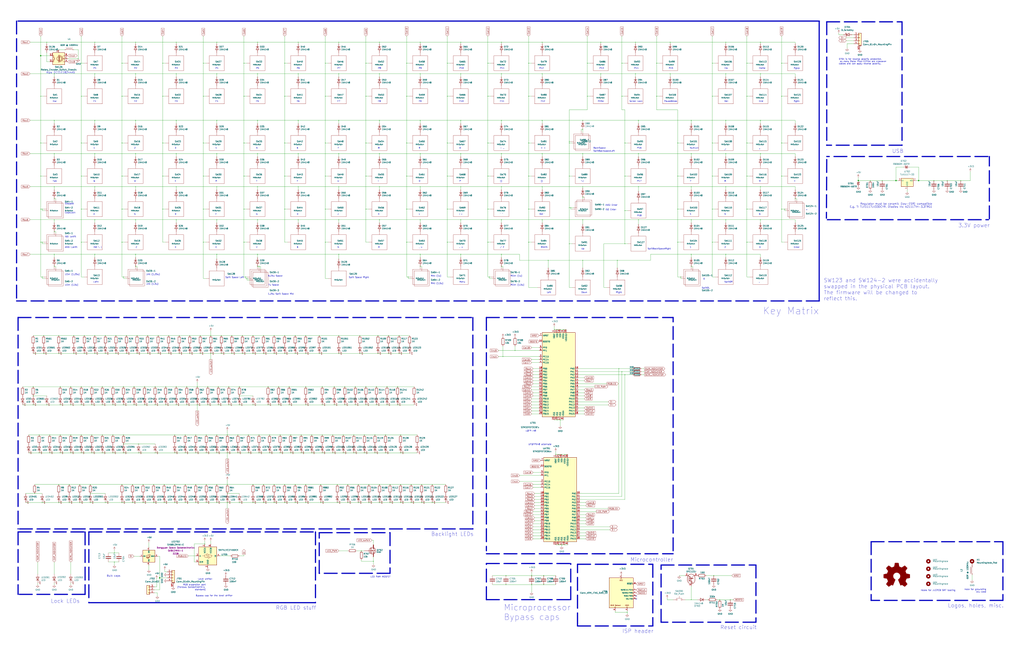
<source format=kicad_sch>
(kicad_sch (version 20230121) (generator eeschema)
  (paper "D")
  (junction (at 173.99 424.18) (diameter 0.3048))
  (junction (at 50.8 326.39) (diameter 0.3048))
  (junction (at 34.29 204.47) (diameter 0.3048))
  (junction (at 49.53 424.18) (diameter 0.3048))
  (junction (at 148.59 35.56) (diameter 0.3048))
  (junction (at 320.04 408.94) (diameter 0.3048))
  (junction (at 670.56 167.64) (diameter 0.3048))
  (junction (at 303.53 298.45) (diameter 0.3048))
  (junction (at 527.05 148.59) (diameter 0.3048))
  (junction (at 629.92 53.34) (diameter 0.3048))
  (junction (at 217.17 62.23) (diameter 0.3048))
  (junction (at 173.99 367.03) (diameter 0.3048))
  (junction (at 491.49 129.54) (diameter 0.3048))
  (junction (at 49.53 283.21) (diameter 0.3048))
  (junction (at 582.93 129.54) (diameter 0.3048))
  (junction (at 231.14 283.21) (diameter 0.3048))
  (junction (at 80.01 283.21) (diameter 0.3048))
  (junction (at 218.44 367.03) (diameter 0.3048))
  (junction (at 476.25 383.54) (diameter 0.3048))
  (junction (at 133.35 283.21) (diameter 0.3048))
  (junction (at 571.5 176.53) (diameter 0.3048))
  (junction (at 457.2 157.48) (diameter 0.3048))
  (junction (at 317.5 341.63) (diameter 0.3048))
  (junction (at 388.62 157.48) (diameter 0.3048))
  (junction (at 184.15 326.39) (diameter 0.3048))
  (junction (at 506.73 35.56) (diameter 0.3048))
  (junction (at 271.78 382.27) (diameter 0.3048))
  (junction (at 304.8 464.82) (diameter 0.3048))
  (junction (at 527.05 205.74) (diameter 0.3048))
  (junction (at 182.88 35.56) (diameter 0.3048))
  (junction (at 285.75 62.23) (diameter 0.3048))
  (junction (at 113.03 326.39) (diameter 0.3048))
  (junction (at 469.9 354.33) (diameter 0.3048))
  (junction (at 280.67 382.27) (diameter 0.3048))
  (junction (at 80.01 298.45) (diameter 0.3048))
  (junction (at 67.31 408.94) (diameter 0.3048))
  (junction (at 473.71 383.54) (diameter 0.3048))
  (junction (at 184.15 341.63) (diameter 0.3048))
  (junction (at 182.88 214.63) (diameter 0.3048))
  (junction (at 538.48 185.42) (diameter 0.3048))
  (junction (at 553.72 53.34) (diameter 0.3048))
  (junction (at 302.26 408.94) (diameter 0.3048))
  (junction (at 336.55 298.45) (diameter 0.3048))
  (junction (at 335.28 326.39) (diameter 0.3048))
  (junction (at 284.48 424.18) (diameter 0.3048))
  (junction (at 45.72 185.42) (diameter 0.3048))
  (junction (at 34.29 120.65) (diameter 0.3048))
  (junction (at 285.75 35.56) (diameter 0.3048))
  (junction (at 76.2 416.56) (diameter 0.3048))
  (junction (at 527.05 177.8) (diameter 0.3048))
  (junction (at 95.25 382.27) (diameter 0.3048))
  (junction (at 156.21 367.03) (diameter 0.3048))
  (junction (at 213.36 424.18) (diameter 0.3048))
  (junction (at 205.74 81.28) (diameter 0.3048))
  (junction (at 629.92 176.53) (diameter 0.3048))
  (junction (at 80.01 185.42) (diameter 0.3048))
  (junction (at 298.45 382.27) (diameter 0.3048))
  (junction (at 448.31 493.395) (diameter 0.3048))
  (junction (at 173.99 382.27) (diameter 0.3048))
  (junction (at 582.93 214.63) (diameter 0.3048))
  (junction (at 524.51 53.34) (diameter 0.3048))
  (junction (at 342.9 176.53) (diameter 0.3048))
  (junction (at 254 367.03) (diameter 0.3048))
  (junction (at 218.44 224.79) (diameter 0.3048))
  (junction (at 120.65 408.94) (diameter 0.3048))
  (junction (at 34.29 81.28) (diameter 0.3048))
  (junction (at 88.9 424.18) (diameter 0.3048))
  (junction (at 157.48 341.63) (diameter 0.3048))
  (junction (at 495.3 53.34) (diameter 0.3048))
  (junction (at 285.75 283.21) (diameter 0.3048))
  (junction (at 422.91 62.23) (diameter 0.3048))
  (junction (at 659.13 148.59) (diameter 0.3048))
  (junction (at 354.33 224.79) (diameter 0.3048))
  (junction (at 50.8 341.63) (diameter 0.3048))
  (junction (at 147.32 367.03) (diameter 0.3048))
  (junction (at 344.17 233.68) (diameter 0.3048))
  (junction (at 388.62 185.42) (diameter 0.3048))
  (junction (at 80.01 101.6) (diameter 0.3048))
  (junction (at 217.17 185.42) (diameter 0.3048))
  (junction (at 612.14 101.6) (diameter 0.3048))
  (junction (at 274.32 176.53) (diameter 0.3048))
  (junction (at 240.03 408.94) (diameter 0.3048))
  (junction (at 248.92 424.18) (diameter 0.3048))
  (junction (at 177.8 298.45) (diameter 0.3048))
  (junction (at 571.5 120.65) (diameter 0.3048))
  (junction (at 243.84 341.63) (diameter 0.3048))
  (junction (at 171.45 204.47) (diameter 0.3048))
  (junction (at 45.72 129.54) (diameter 0.3048))
  (junction (at 96.52 474.345) (diameter 0.3048))
  (junction (at 130.81 326.39) (diameter 0.3048))
  (junction (at 227.33 367.03) (diameter 0.3048))
  (junction (at 535.94 62.23) (diameter 0.3048))
  (junction (at 191.77 382.27) (diameter 0.3048))
  (junction (at 471.17 383.54) (diameter 0.3048))
  (junction (at 240.03 53.34) (diameter 0.3048))
  (junction (at 458.47 485.775) (diameter 0.3048))
  (junction (at 142.24 283.21) (diameter 0.3048))
  (junction (at 364.49 408.94) (diameter 0.3048))
  (junction (at 251.46 157.48) (diameter 0.3048))
  (junction (at 156.21 424.18) (diameter 0.3048))
  (junction (at 285.75 298.45) (diameter 0.3048))
  (junction (at 114.3 185.42) (diameter 0.3048))
  (junction (at 137.16 148.59) (diameter 0.3048))
  (junction (at 290.83 341.63) (diameter 0.3048))
  (junction (at 346.71 408.94) (diameter 0.3048))
  (junction (at 445.77 148.59) (diameter 0.3048))
  (junction (at 102.87 424.18) (diameter 0.3048))
  (junction (at 257.81 283.21) (diameter 0.3048))
  (junction (at 445.77 53.34) (diameter 0.3048))
  (junction (at 377.19 148.59) (diameter 0.3048))
  (junction (at 491.49 157.48) (diameter 0.3048))
  (junction (at 182.88 382.27) (diameter 0.3048))
  (junction (at 388.62 129.54) (diameter 0.3048))
  (junction (at 130.81 382.27) (diameter 0.3048))
  (junction (at 388.62 214.63) (diameter 0.3048))
  (junction (at 35.56 204.47) (diameter 0.3048))
  (junction (at 248.92 408.94) (diameter 0.3048))
  (junction (at 34.29 148.59) (diameter 0.3048))
  (junction (at 271.78 367.03) (diameter 0.3048))
  (junction (at 290.83 326.39) (diameter 0.3048))
  (junction (at 166.37 326.39) (diameter 0.3048))
  (junction (at 787.654 152.4) (diameter 0.3048))
  (junction (at 102.87 53.34) (diameter 0.3048))
  (junction (at 284.48 408.94) (diameter 0.3048))
  (junction (at 354.33 129.54) (diameter 0.3048))
  (junction (at 641.35 101.6) (diameter 0.3048))
  (junction (at 285.75 101.6) (diameter 0.3048))
  (junction (at 182.88 157.48) (diameter 0.3048))
  (junction (at 473.71 459.74) (diameter 0.3048))
  (junction (at 354.33 157.48) (diameter 0.3048))
  (junction (at 114.3 157.48) (diameter 0.3048))
  (junction (at 426.72 485.775) (diameter 0.3048))
  (junction (at 68.58 176.53) (diameter 0.3048))
  (junction (at 139.7 326.39) (diameter 0.3048))
  (junction (at 45.72 224.79) (diameter 0.3048))
  (junction (at 111.76 408.94) (diameter 0.3048))
  (junction (at 491.49 219.71) (diameter 0.3048))
  (junction (at 138.43 424.18) (diameter 0.3048))
  (junction (at 424.18 300.99) (diameter 0.3048))
  (junction (at 538.48 157.48) (diameter 0.3048))
  (junction (at 86.36 341.63) (diameter 0.3048))
  (junction (at 422.91 101.6) (diameter 0.3048))
  (junction (at 217.17 157.48) (diameter 0.3048))
  (junction (at 320.04 101.6) (diameter 0.3048))
  (junction (at 171.45 176.53) (diameter 0.3048))
  (junction (at 80.01 129.54) (diameter 0.3048))
  (junction (at 661.67 176.53) (diameter 0.3048))
  (junction (at 468.63 383.54) (diameter 0.3048))
  (junction (at 59.69 382.27) (diameter 0.3048))
  (junction (at 62.23 298.45) (diameter 0.3048))
  (junction (at 245.11 367.03) (diameter 0.3048))
  (junction (at 240.03 283.21) (diameter 0.3048))
  (junction (at 480.06 148.59) (diameter 0.3048))
  (junction (at 240.03 298.45) (diameter 0.3048))
  (junction (at 240.03 120.65) (diameter 0.3048))
  (junction (at 50.8 382.27) (diameter 0.3048))
  (junction (at 124.46 298.45) (diameter 0.3048))
  (junction (at 245.11 382.27) (diameter 0.3048))
  (junction (at 104.14 233.68) (diameter 0.3048))
  (junction (at 59.69 367.03) (diameter 0.3048))
  (junction (at 71.12 298.45) (diameter 0.3048))
  (junction (at 151.13 298.45) (diameter 0.3048))
  (junction (at 102.87 408.94) (diameter 0.3048))
  (junction (at 612.14 214.63) (diameter 0.3048))
  (junction (at 209.55 382.27) (diameter 0.3048))
  (junction (at 213.36 341.63) (diameter 0.3048))
  (junction (at 308.61 176.53) (diameter 0.3048))
  (junction (at 201.93 424.18) (diameter 0.3048))
  (junction (at 733.933 152.4) (diameter 0.3048))
  (junction (at 95.25 367.03) (diameter 0.3048))
  (junction (at 171.45 53.34) (diameter 0.3048))
  (junction (at 137.16 53.34) (diameter 0.3048))
  (junction (at 231.14 424.18) (diameter 0.3048))
  (junction (at 251.46 185.42) (diameter 0.3048))
  (junction (at 248.92 298.45) (diameter 0.3048))
  (junction (at 336.55 283.21) (diameter 0.3048))
  (junction (at 148.59 185.42) (diameter 0.3048))
  (junction (at 335.28 341.63) (diameter 0.3048))
  (junction (at 257.81 408.94) (diameter 0.3048))
  (junction (at 201.93 326.39) (diameter 0.3048))
  (junction (at 137.16 120.65) (diameter 0.3048))
  (junction (at 120.65 424.18) (diameter 0.3048))
  (junction (at 270.51 408.94) (diameter 0.3048))
  (junction (at 175.26 326.39) (diameter 0.3048))
  (junction (at 411.48 120.65) (diameter 0.3048))
  (junction (at 102.87 148.59) (diameter 0.3048))
  (junction (at 354.33 62.23) (diameter 0.3048))
  (junction (at 472.44 278.13) (diameter 0.3048))
  (junction (at 354.33 101.6) (diameter 0.3048))
  (junction (at 565.15 35.56) (diameter 0.3048))
  (junction (at 527.05 316.23) (diameter 0.3048))
  (junction (at 337.82 424.18) (diameter 0.3048))
  (junction (at 148.59 326.39) (diameter 0.3048))
  (junction (at 58.42 408.94) (diameter 0.3048))
  (junction (at 342.9 81.28) (diameter 0.3048))
  (junction (at 36.83 283.21) (diameter 0.3048))
  (junction (at 186.69 298.45) (diameter 0.3048))
  (junction (at 193.04 341.63) (diameter 0.3048))
  (junction (at 289.56 382.27) (diameter 0.3048))
  (junction (at 274.32 148.59) (diameter 0.3048))
  (junction (at 205.74 53.34) (diameter 0.3048))
  (junction (at 325.12 367.03) (diameter 0.3048))
  (junction (at 307.34 367.03) (diameter 0.3048))
  (junction (at 134.62 487.68))
  (junction (at 337.82 408.94) (diameter 0.3048))
  (junction (at 171.45 81.28) (diameter 0.3048))
  (junction (at 182.88 185.42) (diameter 0.3048))
  (junction (at 182.88 62.23) (diameter 0.3048))
  (junction (at 168.91 283.21) (diameter 0.3048))
  (junction (at 34.29 46.99))
  (junction (at 200.66 367.03) (diameter 0.3048))
  (junction (at 39.37 35.56) (diameter 0.3048))
  (junction (at 422.91 185.42) (diameter 0.3048))
  (junction (at 226.06 326.39) (diameter 0.3048))
  (junction (at 205.74 176.53) (diameter 0.3048))
  (junction (at 274.32 204.47) (diameter 0.3048))
  (junction (at 77.47 326.39) (diameter 0.3048))
  (junction (at 582.93 157.48) (diameter 0.3048))
  (junction (at 377.19 176.53) (diameter 0.3048))
  (junction (at 377.19 81.28) (diameter 0.3048))
  (junction (at 316.23 367.03) (diameter 0.3048))
  (junction (at 27.94 334.01) (diameter 0.3048))
  (junction (at 269.24 283.21) (diameter 0.3048))
  (junction (at 27.94 341.63) (diameter 0.3048))
  (junction (at 124.46 283.21) (diameter 0.3048))
  (junction (at 342.9 204.47) (diameter 0.3048))
  (junction (at 426.72 493.395) (diameter 0.3048))
  (junction (at 35.56 176.53) (diameter 0.3048))
  (junction (at 231.14 408.94) (diameter 0.3048))
  (junction (at 445.77 176.53) (diameter 0.3048))
  (junction (at 612.14 185.42) (diameter 0.3048))
  (junction (at 104.14 382.27) (diameter 0.3048))
  (junction (at 302.26 424.18) (diameter 0.3048))
  (junction (at 45.72 167.64) (diameter 0.3048))
  (junction (at 147.32 424.18) (diameter 0.3048))
  (junction (at 474.98 278.13) (diameter 0.3048))
  (junction (at 129.54 408.94) (diameter 0.3048))
  (junction (at 524.51 313.69) (diameter 0.3048))
  (junction (at 281.94 326.39) (diameter 0.3048))
  (junction (at 285.75 214.63) (diameter 0.3048))
  (junction (at 354.33 214.63) (diameter 0.3048))
  (junction (at 457.2 101.6) (diameter 0.3048))
  (junction (at 320.04 424.18) (diameter 0.3048))
  (junction (at 422.91 214.63) (diameter 0.3048))
  (junction (at 240.03 424.18) (diameter 0.3048))
  (junction (at 328.93 424.18) (diameter 0.3048))
  (junction (at 480.06 120.65) (diameter 0.3048))
  (junction (at 175.26 341.63) (diameter 0.3048))
  (junction (at 45.72 195.58) (diameter 0.3048))
  (junction (at 88.9 283.21) (diameter 0.3048))
  (junction (at 612.14 157.48) (diameter 0.3048))
  (junction (at 160.02 283.21) (diameter 0.3048))
  (junction (at 148.59 129.54) (diameter 0.3048))
  (junction (at 213.36 298.45) (diameter 0.3048))
  (junction (at 476.25 459.74) (diameter 0.3048))
  (junction (at 462.28 219.71) (diameter 0.3048))
  (junction (at 95.25 326.39) (diameter 0.3048))
  (junction (at 303.53 283.21) (diameter 0.3048))
  (junction (at 311.15 408.94) (diameter 0.3048))
  (junction (at 314.96 473.71) (diameter 0.3048))
  (junction (at 388.62 35.56) (diameter 0.3048))
  (junction (at 200.66 382.27) (diameter 0.3048))
  (junction (at 186.69 283.21) (diameter 0.3048))
  (junction (at 148.59 62.23) (diameter 0.3048))
  (junction (at 308.61 81.28) (diameter 0.3048))
  (junction (at 156.21 408.94) (diameter 0.3048))
  (junction (at 377.19 53.34) (diameter 0.3048))
  (junction (at 411.48 204.47) (diameter 0.3048))
  (junction (at 147.32 382.27) (diameter 0.3048))
  (junction (at 318.77 298.45) (diameter 0.3048))
  (junction (at 320.04 157.48) (diameter 0.3048))
  (junction (at 571.5 148.59) (diameter 0.3048))
  (junction (at 222.25 283.21) (diameter 0.3048))
  (junction (at 104.14 326.39) (diameter 0.3048))
  (junction (at 457.2 185.42) (diameter 0.3048))
  (junction (at 205.74 148.59) (diameter 0.3048))
  (junction (at 355.6 408.94) (diameter 0.3048))
  (junction (at 240.03 148.59) (diameter 0.3048))
  (junction (at 524.51 81.28) (diameter 0.3048))
  (junction (at 615.95 506.095) (diameter 0.3048))
  (junction (at 411.48 81.28) (diameter 0.3048))
  (junction (at 201.93 334.01) (diameter 0.3048))
  (junction (at 97.79 283.21) (diameter 0.3048))
  (junction (at 480.06 175.26) (diameter 0.3048))
  (junction (at 116.84 374.65) (diameter 0.3048))
  (junction (at 257.81 424.18) (diameter 0.3048))
  (junction (at 327.66 298.45) (diameter 0.3048))
  (junction (at 388.62 62.23) (diameter 0.3048))
  (junction (at 641.35 185.42) (diameter 0.3048))
  (junction (at 177.8 283.21) (diameter 0.3048))
  (junction (at 328.93 408.94) (diameter 0.3048))
  (junction (at 629.92 120.65) (diameter 0.3048))
  (junction (at 342.9 148.59) (diameter 0.3048))
  (junction (at 411.48 53.34) (diameter 0.3048))
  (junction (at 151.13 283.21) (diameter 0.3048))
  (junction (at 201.93 341.63) (diameter 0.3048))
  (junction (at 104.14 341.63) (diameter 0.3048))
  (junction (at 480.06 119.38) (diameter 0.3048))
  (junction (at 308.61 120.65) (diameter 0.3048))
  (junction (at 538.48 101.6) (diameter 0.3048))
  (junction (at 33.02 382.27) (diameter 0.3048))
  (junction (at 45.72 214.63) (diameter 0.3048))
  (junction (at 236.22 382.27) (diameter 0.3048))
  (junction (at 68.58 367.03) (diameter 0.3048))
  (junction (at 217.17 129.54) (diameter 0.3048))
  (junction (at 448.31 485.775) (diameter 0.3048))
  (junction (at 33.02 367.03) (diameter 0.3048))
  (junction (at 68.58 204.47) (diameter 0.3048))
  (junction (at 59.69 341.63) (diameter 0.3048))
  (junction (at 209.55 367.03) (diameter 0.3048))
  (junction (at 102.87 204.47) (diameter 0.3048))
  (junction (at 641.35 35.56) (diameter 0.3048))
  (junction (at 166.37 341.63) (diameter 0.3048))
  (junction (at 104.14 367.03) (diameter 0.3048))
  (junction (at 204.47 283.21) (diameter 0.3048))
  (junction (at 457.2 62.23) (diameter 0.3048))
  (junction (at 262.89 367.03) (diameter 0.3048))
  (junction (at 172.72 459.105) (diameter 0.3048))
  (junction (at 165.1 367.03) (diameter 0.3048))
  (junction (at 659.13 176.53) (diameter 0.3048))
  (junction (at 257.81 341.63) (diameter 0.3048))
  (junction (at 139.7 341.63) (diameter 0.3048))
  (junction (at 491.49 109.22) (diameter 0.3048))
  (junction (at 299.72 341.63) (diameter 0.3048))
  (junction (at 388.62 101.6) (diameter 0.3048))
  (junction (at 77.47 341.63) (diameter 0.3048))
  (junction (at 354.33 35.56) (diameter 0.3048))
  (junction (at 97.79 298.45) (diameter 0.3048))
  (junction (at 528.955 516.89) (diameter 0.3048))
  (junction (at 68.58 120.65) (diameter 0.3048))
  (junction (at 274.32 81.28) (diameter 0.3048))
  (junction (at 471.17 459.74) (diameter 0.3048))
  (junction (at 629.92 148.59) (diameter 0.3048))
  (junction (at 88.9 298.45) (diameter 0.3048))
  (junction (at 67.31 424.18) (diameter 0.3048))
  (junction (at 95.25 341.63) (diameter 0.3048))
  (junction (at 612.14 35.56) (diameter 0.3048))
  (junction (at 121.92 326.39) (diameter 0.3048))
  (junction (at 755.65 152.4))
  (junction (at 251.46 129.54) (diameter 0.3048))
  (junction (at 71.12 283.21) (diameter 0.3048))
  (junction (at 168.91 298.45) (diameter 0.3048))
  (junction (at 45.72 101.6) (diameter 0.3048))
  (junction (at 316.23 382.27) (diameter 0.3048))
  (junction (at 582.93 224.79) (diameter 0.3048))
  (junction (at 102.87 81.28) (diameter 0.3048))
  (junction (at 445.77 204.47) (diameter 0.3048))
  (junction (at 723.9 152.4))
  (junction (at 204.47 298.45) (diameter 0.3048))
  (junction (at 191.77 424.18) (diameter 0.3048))
  (junction (at 222.25 408.94) (diameter 0.3048))
  (junction (at 774.7 152.4))
  (junction (at 234.95 341.63) (diameter 0.3048))
  (junction (at 422.91 224.79) (diameter 0.3048))
  (junction (at 68.58 148.59) (diameter 0.3048))
  (junction (at 320.04 185.42) (diameter 0.3048))
  (junction (at 342.9 120.65) (diameter 0.3048))
  (junction (at 156.21 382.27) (diameter 0.3048))
  (junction (at 293.37 424.18) (diameter 0.3048))
  (junction (at 218.44 382.27) (diameter 0.3048))
  (junction (at 457.2 35.56) (diameter 0.3048))
  (junction (at 217.17 214.63) (diameter 0.3048))
  (junction (at 457.2 129.54) (diameter 0.3048))
  (junction (at 182.88 424.18) (diameter 0.3048))
  (junction (at 364.49 424.18) (diameter 0.3048))
  (junction (at 226.06 341.63) (diameter 0.3048))
  (junction (at 111.76 424.18) (diameter 0.3048))
  (junction (at 231.14 298.45) (diameter 0.3048))
  (junction (at 205.74 120.65) (diameter 0.3048))
  (junction (at 480.06 205.74) (diameter 0.3048))
  (junction (at 600.71 120.65) (diameter 0.3048))
  (junction (at 59.69 326.39) (diameter 0.3048))
  (junction (at 481.33 175.26) (diameter 0.3048))
  (junction (at 600.71 53.34) (diameter 0.3048))
  (junction (at 160.02 298.45) (diameter 0.3048))
  (junction (at 80.01 62.23) (diameter 0.3048))
  (junction (at 173.99 408.94) (diameter 0.3048))
  (junction (at 458.47 493.395) (diameter 0.3048))
  (junction (at 41.91 382.27) (diameter 0.3048))
  (junction (at 68.58 53.34) (diameter 0.3048))
  (junction (at 411.48 176.53) (diameter 0.3048))
  (junction (at 80.01 214.63) (diameter 0.3048))
  (junction (at 62.23 283.21) (diameter 0.3048))
  (junction (at 600.71 204.47) (diameter 0.3048))
  (junction (at 506.73 62.23) (diameter 0.3048))
  (junction (at 269.24 298.45) (diameter 0.3048))
  (junction (at 165.1 382.27) (diameter 0.3048))
  (junction (at 106.68 283.21) (diameter 0.3048))
  (junction (at 50.8 367.03) (diameter 0.3048))
  (junction (at 195.58 298.45) (diameter 0.3048))
  (junction (at 41.91 367.03) (diameter 0.3048))
  (junction (at 217.17 101.6) (diameter 0.3048))
  (junction (at 601.98 485.775) (diameter 0.3048))
  (junction (at 810.26 152.4) (diameter 0.3048))
  (junction (at 195.58 283.21) (diameter 0.3048))
  (junction (at 582.93 506.095) (diameter 0.3048))
  (junction (at 326.39 341.63) (diameter 0.3048))
  (junction (at 182.88 408.94) (diameter 0.3048))
  (junction (at 157.48 326.39) (diameter 0.3048))
  (junction (at 354.33 185.42) (diameter 0.3048))
  (junction (at 285.75 129.54) (diameter 0.3048))
  (junction (at 49.53 408.94) (diameter 0.3048))
  (junction (at 641.35 157.48) (diameter 0.3048))
  (junction (at 280.67 367.03) (diameter 0.3048))
  (junction (at 148.59 341.63) (diameter 0.3048))
  (junction (at 422.91 35.56) (diameter 0.3048))
  (junction (at 346.71 424.18) (diameter 0.3048))
  (junction (at 248.92 283.21) (diameter 0.3048))
  (junction (at 520.7 219.71) (diameter 0.3048))
  (junction (at 798.83 152.4) (diameter 0.3048))
  (junction (at 582.93 185.42) (diameter 0.3048))
  (junction (at 641.35 62.23) (diameter 0.3048))
  (junction (at 113.03 341.63) (diameter 0.3048))
  (junction (at 35.56 233.68) (diameter 0.3048))
  (junction (at 243.84 326.39) (diameter 0.3048))
  (junction (at 171.45 120.65) (diameter 0.3048))
  (junction (at 137.16 176.53) (diameter 0.3048))
  (junction (at 80.01 35.56) (diameter 0.3048))
  (junction (at 213.36 283.21) (diameter 0.3048))
  (junction (at 121.92 341.63) (diameter 0.3048))
  (junction (at 80.01 157.48) (diameter 0.3048))
  (junction (at 535.94 35.56) (diameter 0.3048))
  (junction (at 298.45 367.03) (diameter 0.3048))
  (junction (at 271.78 326.39) (diameter 0.3048))
  (junction (at 422.91 157.48) (diameter 0.3048))
  (junction (at 191.77 367.03) (diameter 0.3048))
  (junction (at 208.28 234.95) (diameter 0.3048))
  (junction (at 411.48 148.59) (diameter 0.3048))
  (junction (at 102.87 176.53) (diameter 0.3048))
  (junction (at 49.53 298.45) (diameter 0.3048))
  (junction (at 68.58 81.28) (diameter 0.3048))
  (junction (at 133.35 298.45) (diameter 0.3048))
  (junction (at 571.5 204.47) (diameter 0.3048))
  (junction (at 434.34 295.91) (diameter 0.3048))
  (junction (at 130.81 341.63) (diameter 0.3048))
  (junction (at 114.3 224.79) (diameter 0.3048))
  (junction (at 445.77 120.65) (diameter 0.3048))
  (junction (at 337.82 367.03) (diameter 0.3048))
  (junction (at 66.04 49.53) (diameter 0.3048))
  (junction (at 106.68 298.45) (diameter 0.3048))
  (junction (at 320.04 129.54) (diameter 0.3048))
  (junction (at 193.04 326.39) (diameter 0.3048))
  (junction (at 308.61 53.34) (diameter 0.3048))
  (junction (at 77.47 367.03) (diameter 0.3048))
  (junction (at 165.1 424.18) (diameter 0.3048))
  (junction (at 422.91 129.54) (diameter 0.3048))
  (junction (at 495.3 81.28) (diameter 0.3048))
  (junction (at 182.88 129.54) (diameter 0.3048))
  (junction (at 207.01 233.68) (diameter 0.3048))
  (junction (at 744.093 152.4) (diameter 0.3048))
  (junction (at 76.2 424.18) (diameter 0.3048))
  (junction (at 326.39 326.39) (diameter 0.3048))
  (junction (at 308.61 341.63) (diameter 0.3048))
  (junction (at 222.25 424.18) (diameter 0.3048))
  (junction (at 165.1 408.94) (diameter 0.3048))
  (junction (at 271.78 341.63) (diameter 0.3048))
  (junction (at 114.3 101.6) (diameter 0.3048))
  (junction (at 251.46 101.6) (diameter 0.3048))
  (junction (at 86.36 326.39) (diameter 0.3048))
  (junction (at 115.57 283.21) (diameter 0.3048))
  (junction (at 240.03 81.28) (diameter 0.3048))
  (junction (at 262.89 382.27) (diameter 0.3048))
  (junction (at 217.17 224.79) (diameter 0.3048))
  (junction (at 29.21 416.56) (diameter 0.3048))
  (junction (at 565.15 62.23) (diameter 0.3048))
  (junction (at 171.45 148.59) (diameter 0.3048))
  (junction (at 236.22 367.03) (diameter 0.3048))
  (junction (at 39.37 341.63) (diameter 0.3048))
  (junction (at 251.46 35.56) (diameter 0.3048))
  (junction (at 191.77 416.56) (diameter 0.3048))
  (junction (at 102.87 120.65) (diameter 0.3048))
  (junction (at 629.92 204.47) (diameter 0.3048))
  (junction (at 538.48 129.54) (diameter 0.3048))
  (junction (at 612.14 62.23) (diameter 0.3048))
  (junction (at 299.72 326.39) (diameter 0.3048))
  (junction (at 412.75 233.68) (diameter 0.3048))
  (junction (at 182.88 101.6) (diameter 0.3048))
  (junction (at 527.05 120.65) (diameter 0.3048))
  (junction (at 325.12 382.27) (diameter 0.3048))
  (junction (at 270.51 424.18) (diameter 0.3048))
  (junction (at 607.06 506.095) (diameter 0.3048))
  (junction (at 467.36 278.13) (diameter 0.3048))
  (junction (at 600.71 148.59) (diameter 0.3048))
  (junction (at 377.19 120.65) (diameter 0.3048))
  (junction (at 104.14 374.65) (diameter 0.3048))
  (junction (at 254 382.27) (diameter 0.3048))
  (junction (at 86.36 367.03) (diameter 0.3048))
  (junction (at 240.03 176.53) (diameter 0.3048))
  (junction (at 491.49 166.37) (diameter 0.3048))
  (junction (at 308.61 148.59) (diameter 0.3048))
  (junction (at 308.61 326.39) (diameter 0.3048))
  (junction (at 213.36 408.94) (diameter 0.3048))
  (junction (at 86.36 382.27) (diameter 0.3048))
  (junction (at 137.16 81.28) (diameter 0.3048))
  (junction (at 36.83 298.45) (diameter 0.3048))
  (junction (at 116.84 382.27) (diameter 0.3048))
  (junction (at 317.5 326.39) (diameter 0.3048))
  (junction (at 641.35 129.54) (diameter 0.3048))
  (junction (at 612.14 129.54) (diameter 0.3048))
  (junction (at 307.34 382.27) (diameter 0.3048))
  (junction (at 281.94 341.63) (diameter 0.3048))
  (junction (at 629.92 81.28) (diameter 0.3048))
  (junction (at 58.42 424.18) (diameter 0.3048))
  (junction (at 600.71 81.28) (diameter 0.3048))
  (junction (at 274.32 53.34) (diameter 0.3048))
  (junction (at 45.72 62.23) (diameter 0.3048))
  (junction (at 355.6 424.18) (diameter 0.3048))
  (junction (at 600.71 176.53) (diameter 0.3048))
  (junction (at 76.2 408.94) (diameter 0.3048))
  (junction (at 574.04 233.68) (diameter 0.3048))
  (junction (at 114.3 35.56) (diameter 0.3048))
  (junction (at 553.72 81.28) (diameter 0.3048))
  (junction (at 114.3 129.54) (diameter 0.3048))
  (junction (at 320.04 62.23) (diameter 0.3048))
  (junction (at 27.94 326.39) (diameter 0.3048))
  (junction (at 659.13 53.34) (diameter 0.3048))
  (junction (at 129.54 424.18) (diameter 0.3048))
  (junction (at 222.25 298.45) (diameter 0.3048))
  (junction (at 148.59 157.48) (diameter 0.3048))
  (junction (at 472.44 354.33) (diameter 0.3048))
  (junction (at 147.32 408.94) (diameter 0.3048))
  (junction (at 257.81 326.39) (diameter 0.3048))
  (junction (at 191.77 408.94) (diameter 0.3048))
  (junction (at 234.95 326.39) (diameter 0.3048))
  (junction (at 68.58 326.39) (diameter 0.3048))
  (junction (at 148.59 101.6) (diameter 0.3048))
  (junction (at 320.04 35.56) (diameter 0.3048))
  (junction (at 491.49 101.6) (diameter 0.3048))
  (junction (at 227.33 382.27) (diameter 0.3048))
  (junction (at 318.77 283.21) (diameter 0.3048))
  (junction (at 182.88 367.03) (diameter 0.3048))
  (junction (at 289.56 367.03) (diameter 0.3048))
  (junction (at 285.75 185.42) (diameter 0.3048))
  (junction (at 311.15 424.18) (diameter 0.3048))
  (junction (at 445.77 81.28) (diameter 0.3048))
  (junction (at 521.97 311.15) (diameter 0.3048))
  (junction (at 327.66 283.21) (diameter 0.3048))
  (junction (at 377.19 204.47) (diameter 0.3048))
  (junction (at 138.43 408.94) (diameter 0.3048))
  (junction (at 285.75 157.48) (diameter 0.3048))
  (junction (at 582.93 101.6) (diameter 0.3048))
  (junction (at 114.3 62.23) (diameter 0.3048))
  (junction (at 337.82 382.27) (diameter 0.3048))
  (junction (at 142.24 298.45) (diameter 0.3048))
  (junction (at 96.52 466.725) (diameter 0.3048))
  (junction (at 114.3 214.63) (diameter 0.3048))
  (junction (at 251.46 62.23) (diameter 0.3048))
  (junction (at 217.17 35.56) (diameter 0.3048))
  (junction (at 35.56 424.18) (diameter 0.3048))
  (junction (at 342.9 53.34) (diameter 0.3048))
  (junction (at 659.13 120.65) (diameter 0.3048))
  (junction (at 68.58 382.27) (diameter 0.3048))
  (junction (at 115.57 298.45) (diameter 0.3048))
  (junction (at 491.49 185.42) (diameter 0.3048))
  (junction (at 77.47 382.27) (diameter 0.3048))
  (junction (at 659.13 81.28) (diameter 0.3048))
  (junction (at 34.29 176.53) (diameter 0.3048))
  (junction (at 274.32 120.65) (diameter 0.3048))
  (junction (at 293.37 408.94) (diameter 0.3048))
  (junction (at 469.9 278.13) (diameter 0.3048))
  (junction (at 45.72 157.48) (diameter 0.3048))
  (junction (at 257.81 298.45) (diameter 0.3048))
  (junction (at 205.74 204.47) (diameter 0.3048))
  (junction (at 68.58 341.63) (diameter 0.3048))
  (no_connect (at 536.575 505.46))
  (no_connect (at 536.575 502.92))
  (wire (pts (xy 148.59 62.23) (xy 182.88 62.23)))
  (wire (pts (xy 449.58 441.96) (xy 455.93 441.96)))
  (wire (pts (xy 473.71 459.74) (xy 473.71 461.01)))
  (wire (pts (xy 251.46 36.83) (xy 251.46 35.56)))
  (wire (pts (xy 38.1 234.95) (xy 35.56 234.95)))
  (wire (pts (xy 71.12 204.47) (xy 68.58 204.47)))
  (wire (pts (xy 364.49 424.18) (xy 355.6 424.18)))
  (wire (pts (xy 205.74 53.34) (xy 205.74 30.48)))
  (wire (pts (xy 471.17 459.74) (xy 473.71 459.74)))
  (polyline (pts (xy 734.695 457.2) (xy 845.82 457.2)) (stroke (width 0.9906) (type dash)))
  (wire (pts (xy 487.68 346.71) (xy 492.76 346.71)))
  (wire (pts (xy 68.58 148.59) (xy 68.58 120.65)))
  (wire (pts (xy 39.37 52.07) (xy 41.91 52.07)))
  (wire (pts (xy 242.57 81.28) (xy 240.03 81.28)))
  (wire (pts (xy 173.99 408.94) (xy 165.1 408.94)))
  (polyline (pts (xy 833.12 132.08) (xy 697.23 132.08)) (stroke (width 0.9906) (type dash)))
  (wire (pts (xy 535.94 35.56) (xy 535.94 36.83)))
  (wire (pts (xy 468.63 459.74) (xy 471.17 459.74)))
  (wire (pts (xy 661.67 204.47) (xy 659.13 204.47)))
  (wire (pts (xy 25.4 129.54) (xy 45.72 129.54)))
  (wire (pts (xy 364.49 424.18) (xy 375.92 424.18)))
  (wire (pts (xy 148.59 185.42) (xy 182.88 185.42)))
  (wire (pts (xy 191.77 424.18) (xy 201.93 424.18)))
  (wire (pts (xy 328.93 408.94) (xy 320.04 408.94)))
  (wire (pts (xy 173.99 367.03) (xy 165.1 367.03)))
  (wire (pts (xy 285.75 157.48) (xy 285.75 160.02)))
  (wire (pts (xy 251.46 101.6) (xy 285.75 101.6)))
  (wire (pts (xy 487.68 331.47) (xy 492.76 331.47)))
  (wire (pts (xy 457.2 185.42) (xy 491.49 185.42)))
  (wire (pts (xy 538.48 185.42) (xy 582.93 185.42)))
  (wire (pts (xy 445.77 81.28) (xy 445.77 120.65)))
  (wire (pts (xy 422.91 157.48) (xy 457.2 157.48)))
  (wire (pts (xy 201.93 424.18) (xy 213.36 424.18)))
  (wire (pts (xy 177.8 283.21) (xy 177.8 279.4)))
  (wire (pts (xy 600.71 204.47) (xy 600.71 176.53)))
  (wire (pts (xy 205.74 467.995) (xy 205.74 469.265)))
  (wire (pts (xy 104.14 374.65) (xy 116.84 374.65)))
  (wire (pts (xy 25.4 101.6) (xy 45.72 101.6)))
  (wire (pts (xy 105.41 176.53) (xy 102.87 176.53)))
  (wire (pts (xy 139.7 120.65) (xy 137.16 120.65)))
  (wire (pts (xy 612.14 101.6) (xy 612.14 104.14)))
  (wire (pts (xy 388.62 129.54) (xy 388.62 132.08)))
  (wire (pts (xy 488.95 416.56) (xy 521.97 416.56)))
  (wire (pts (xy 342.9 53.34) (xy 342.9 81.28)))
  (wire (pts (xy 138.43 408.94) (xy 129.54 408.94)))
  (wire (pts (xy 641.35 129.54) (xy 641.35 132.08)))
  (polyline (pts (xy 269.24 449.58) (xy 328.93 449.58)) (stroke (width 0.9906) (type dash)))
  (wire (pts (xy 527.05 92.71) (xy 527.05 120.65)))
  (wire (pts (xy 448.31 148.59) (xy 445.77 148.59)))
  (polyline (pts (xy 697.23 134.62) (xy 696.976 184.15)) (stroke (width 0.9906) (type dash)))
  (wire (pts (xy 31.75 493.395) (xy 31.75 492.125)))
  (wire (pts (xy 488.95 449.58) (xy 494.03 449.58)))
  (wire (pts (xy 285.75 35.56) (xy 251.46 35.56)))
  (wire (pts (xy 308.61 53.34) (xy 308.61 30.48)))
  (polyline (pts (xy 487.045 528.32) (xy 487.045 476.25)) (stroke (width 1) (type dash)))
  (wire (pts (xy 448.31 53.34) (xy 445.77 53.34)))
  (wire (pts (xy 120.65 424.18) (xy 111.76 424.18)))
  (wire (pts (xy 77.47 326.39) (xy 68.58 326.39)))
  (wire (pts (xy 448.31 339.09) (xy 454.66 339.09)))
  (wire (pts (xy 468.63 485.775) (xy 458.47 485.775)))
  (wire (pts (xy 140.97 487.68) (xy 134.62 487.68)))
  (wire (pts (xy 148.59 157.48) (xy 148.59 160.02)))
  (polyline (pts (xy 557.53 525.145) (xy 557.53 476.885)) (stroke (width 0.9906) (type dash)))
  (wire (pts (xy 567.69 506.095) (xy 562.61 506.095)))
  (wire (pts (xy 271.78 382.27) (xy 262.89 382.27)))
  (wire (pts (xy 205.74 53.34) (xy 205.74 81.28)))
  (wire (pts (xy 299.72 341.63) (xy 290.83 341.63)))
  (wire (pts (xy 285.75 62.23) (xy 320.04 62.23)))
  (wire (pts (xy 632.46 204.47) (xy 629.92 204.47)))
  (wire (pts (xy 411.48 81.28) (xy 411.48 120.65)))
  (wire (pts (xy 76.2 424.18) (xy 67.31 424.18)))
  (wire (pts (xy 91.44 466.725) (xy 96.52 466.725)))
  (wire (pts (xy 612.14 62.23) (xy 641.35 62.23)))
  (wire (pts (xy 415.29 493.395) (xy 426.72 493.395)))
  (wire (pts (xy 538.48 129.54) (xy 538.48 132.08)))
  (wire (pts (xy 102.87 53.34) (xy 102.87 81.28)))
  (wire (pts (xy 767.08 140.97) (xy 774.7 140.97)))
  (wire (pts (xy 713.74 31.75) (xy 720.09 31.75)))
  (wire (pts (xy 76.2 408.94) (xy 102.87 408.94)))
  (wire (pts (xy 177.8 456.565) (xy 177.8 459.105)))
  (wire (pts (xy 217.17 214.63) (xy 285.75 214.63)))
  (wire (pts (xy 45.72 62.23) (xy 80.01 62.23)))
  (wire (pts (xy 80.01 214.63) (xy 80.01 217.17)))
  (wire (pts (xy 274.32 204.47) (xy 274.32 234.95)))
  (wire (pts (xy 422.91 185.42) (xy 457.2 185.42)))
  (wire (pts (xy 337.82 367.03) (xy 351.79 367.03)))
  (wire (pts (xy 337.82 424.18) (xy 328.93 424.18)))
  (wire (pts (xy 231.14 298.45) (xy 222.25 298.45)))
  (wire (pts (xy 422.91 62.23) (xy 422.91 64.77)))
  (wire (pts (xy 121.92 326.39) (xy 113.03 326.39)))
  (wire (pts (xy 448.31 493.395) (xy 458.47 493.395)))
  (wire (pts (xy 718.82 29.21) (xy 720.09 29.21)))
  (wire (pts (xy 96.52 464.185) (xy 96.52 466.725)))
  (wire (pts (xy 34.29 46.99) (xy 41.91 46.99)))
  (wire (pts (xy 755.65 140.97) (xy 755.65 152.4)))
  (wire (pts (xy 285.75 185.42) (xy 320.04 185.42)))
  (wire (pts (xy 88.9 283.21) (xy 80.01 283.21)))
  (wire (pts (xy 448.31 81.28) (xy 445.77 81.28)))
  (wire (pts (xy 574.04 148.59) (xy 571.5 148.59)))
  (wire (pts (xy 600.71 53.34) (xy 600.71 30.48)))
  (wire (pts (xy 414.02 120.65) (xy 411.48 120.65)))
  (wire (pts (xy 454.66 293.37) (xy 448.31 293.37)))
  (wire (pts (xy 603.25 176.53) (xy 600.71 176.53)))
  (wire (pts (xy 355.6 408.94) (xy 346.71 408.94)))
  (wire (pts (xy 529.59 120.65) (xy 527.05 120.65)))
  (wire (pts (xy 166.37 326.39) (xy 157.48 326.39)))
  (wire (pts (xy 336.55 298.45) (xy 327.66 298.45)))
  (wire (pts (xy 201.93 334.01) (xy 213.36 334.01)))
  (wire (pts (xy 210.82 236.22) (xy 208.28 236.22)))
  (wire (pts (xy 86.36 382.27) (xy 77.47 382.27)))
  (wire (pts (xy 182.88 214.63) (xy 217.17 214.63)))
  (wire (pts (xy 320.04 424.18) (xy 311.15 424.18)))
  (wire (pts (xy 243.84 341.63) (xy 257.81 341.63)))
  (wire (pts (xy 600.71 233.68) (xy 600.71 204.47)))
  (wire (pts (xy 612.14 129.54) (xy 641.35 129.54)))
  (wire (pts (xy 320.04 129.54) (xy 320.04 132.08)))
  (polyline (pts (xy 637.54 525.145) (xy 557.53 525.145)) (stroke (width 0.9906) (type dash)))
  (wire (pts (xy 45.72 224.79) (xy 46.99 224.79)))
  (wire (pts (xy 248.92 424.18) (xy 240.03 424.18)))
  (polyline (pts (xy 567.69 464.82) (xy 567.69 267.97)) (stroke (width 0.9906) (type dash)))
  (wire (pts (xy 755.65 152.4) (xy 757.428 152.4)))
  (wire (pts (xy 105.41 120.65) (xy 102.87 120.65)))
  (wire (pts (xy 156.21 367.03) (xy 147.32 367.03)))
  (wire (pts (xy 553.72 92.71) (xy 553.72 81.28)))
  (wire (pts (xy 506.73 35.56) (xy 506.73 36.83)))
  (wire (pts (xy 450.85 429.26) (xy 455.93 429.26)))
  (wire (pts (xy 527.05 205.74) (xy 527.05 177.8)))
  (wire (pts (xy 449.58 316.23) (xy 454.66 316.23)))
  (wire (pts (xy 163.83 474.345) (xy 163.83 459.105)))
  (wire (pts (xy 227.33 367.03) (xy 218.44 367.03)))
  (wire (pts (xy 320.04 185.42) (xy 354.33 185.42)))
  (wire (pts (xy 191.77 416.56) (xy 201.93 416.56)))
  (wire (pts (xy 116.84 374.65) (xy 130.81 374.65)))
  (wire (pts (xy 139.7 341.63) (xy 130.81 341.63)))
  (wire (pts (xy 248.92 408.94) (xy 240.03 408.94)))
  (wire (pts (xy 457.2 157.48) (xy 457.2 160.02)))
  (wire (pts (xy 76.2 408.94) (xy 67.31 408.94)))
  (wire (pts (xy 354.33 62.23) (xy 354.33 64.77)))
  (wire (pts (xy 68.58 53.34) (xy 68.58 81.28)))
  (wire (pts (xy 335.28 341.63) (xy 326.39 341.63)))
  (wire (pts (xy 134.62 487.68) (xy 134.62 469.392)))
  (wire (pts (xy 173.99 382.27) (xy 165.1 382.27)))
  (wire (pts (xy 67.31 408.94) (xy 58.42 408.94)))
  (wire (pts (xy 388.62 36.83) (xy 388.62 35.56)))
  (wire (pts (xy 487.68 328.93) (xy 492.76 328.93)))
  (wire (pts (xy 457.2 129.54) (xy 457.2 132.08)))
  (wire (pts (xy 491.49 129.54) (xy 491.49 132.08)))
  (wire (pts (xy 455.93 398.78) (xy 449.58 398.78)))
  (wire (pts (xy 457.2 36.83) (xy 457.2 35.56)))
  (polyline (pts (xy 550.545 476.25) (xy 550.545 528.32)) (stroke (width 1) (type dash)))
  (wire (pts (xy 172.72 456.565) (xy 172.72 459.105)))
  (wire (pts (xy 148.59 326.39) (xy 139.7 326.39)))
  (polyline (pts (xy 410.21 475.615) (xy 481.33 475.615)) (stroke (width 0.9906) (type dash)))
  (wire (pts (xy 471.17 383.54) (xy 473.71 383.54)))
  (polyline (pts (xy 487.045 476.25) (xy 550.545 476.25)) (stroke (width 1) (type dash)))
  (wire (pts (xy 222.25 408.94) (xy 213.36 408.94)))
  (polyline (pts (xy 15.24 448.945) (xy 15.24 501.65)) (stroke (width 0.9906) (type dash)))
  (wire (pts (xy 388.62 35.56) (xy 354.33 35.56)))
  (wire (pts (xy 195.58 298.45) (xy 186.69 298.45)))
  (wire (pts (xy 222.25 283.21) (xy 213.36 283.21)))
  (wire (pts (xy 304.8 464.82) (xy 300.99 464.82)))
  (wire (pts (xy 91.44 474.345) (xy 96.52 474.345)))
  (wire (pts (xy 274.32 234.95) (xy 276.86 234.95)))
  (wire (pts (xy 457.2 62.23) (xy 457.2 64.77)))
  (wire (pts (xy 245.11 382.27) (xy 236.22 382.27)))
  (wire (pts (xy 148.59 62.23) (xy 148.59 64.77)))
  (wire (pts (xy 488.95 441.96) (xy 494.03 441.96)))
  (wire (pts (xy 139.7 148.59) (xy 137.16 148.59)))
  (wire (pts (xy 527.05 53.34) (xy 524.51 53.34)))
  (wire (pts (xy 177.8 298.45) (xy 168.91 298.45)))
  (wire (pts (xy 104.14 382.27) (xy 116.84 382.27)))
  (wire (pts (xy 182.88 101.6) (xy 217.17 101.6)))
  (wire (pts (xy 480.06 120.65) (xy 480.06 119.38)))
  (wire (pts (xy 166.37 346.71) (xy 166.37 341.63)))
  (wire (pts (xy 293.37 424.18) (xy 284.48 424.18)))
  (wire (pts (xy 308.61 53.34) (xy 308.61 81.28)))
  (wire (pts (xy 303.53 298.45) (xy 318.77 298.45)))
  (wire (pts (xy 213.36 341.63) (xy 226.06 341.63)))
  (wire (pts (xy 422.91 101.6) (xy 422.91 104.14)))
  (wire (pts (xy 182.88 367.03) (xy 173.99 367.03)))
  (polyline (pts (xy 74.93 448.945) (xy 266.065 448.945)) (stroke (width 0.9906) (type dash)))
  (wire (pts (xy 565.15 62.23) (xy 612.14 62.23)))
  (wire (pts (xy 438.15 406.4) (xy 455.93 406.4)))
  (wire (pts (xy 35.56 234.95) (xy 35.56 233.68)))
  (wire (pts (xy 325.12 382.27) (xy 316.23 382.27)))
  (wire (pts (xy 217.17 157.48) (xy 251.46 157.48)))
  (wire (pts (xy 191.77 408.94) (xy 182.88 408.94)))
  (wire (pts (xy 454.66 313.69) (xy 449.58 313.69)))
  (polyline (pts (xy 697.738 185.42) (xy 833.628 185.42)) (stroke (width 0.9906) (type dash)))
  (wire (pts (xy 102.87 233.68) (xy 102.87 204.47)))
  (wire (pts (xy 102.87 81.28) (xy 102.87 120.65)))
  (wire (pts (xy 114.3 101.6) (xy 148.59 101.6)))
  (wire (pts (xy 612.14 214.63) (xy 582.93 214.63)))
  (wire (pts (xy 448.31 485.775) (xy 448.31 483.235)))
  (wire (pts (xy 714.375 36.83) (xy 720.09 36.83)))
  (wire (pts (xy 411.48 176.53) (xy 411.48 148.59)))
  (wire (pts (xy 207.01 234.95) (xy 207.01 233.68)))
  (wire (pts (xy 345.44 53.34) (xy 342.9 53.34)))
  (wire (pts (xy 257.81 341.63) (xy 271.78 341.63)))
  (wire (pts (xy 538.48 185.42) (xy 538.48 189.23)))
  (wire (pts (xy 165.1 474.345) (xy 163.83 474.345)))
  (wire (pts (xy 354.33 214.63) (xy 354.33 217.17)))
  (polyline (pts (xy 15.24 448.945) (xy 71.755 448.945)) (stroke (width 0.9906) (type dash)))
  (wire (pts (xy 472.44 354.33) (xy 474.98 354.33)))
  (wire (pts (xy 68.58 176.53) (xy 68.58 148.59)))
  (polyline (pts (xy 410.21 506.095) (xy 410.21 475.615)) (stroke (width 0.9906) (type dash)))
  (wire (pts (xy 248.92 283.21) (xy 240.03 283.21)))
  (wire (pts (xy 129.54 424.18) (xy 120.65 424.18)))
  (wire (pts (xy 68.58 53.34) (xy 68.58 30.48)))
  (wire (pts (xy 137.16 53.34) (xy 137.16 81.28)))
  (wire (pts (xy 217.17 62.23) (xy 217.17 64.77)))
  (wire (pts (xy 600.71 120.65) (xy 600.71 148.59)))
  (wire (pts (xy 388.62 214.63) (xy 388.62 217.17)))
  (wire (pts (xy 320.04 35.56) (xy 285.75 35.56)))
  (wire (pts (xy 208.28 53.34) (xy 205.74 53.34)))
  (wire (pts (xy 582.93 157.48) (xy 612.14 157.48)))
  (wire (pts (xy 254 382.27) (xy 245.11 382.27)))
  (wire (pts (xy 62.23 41.91) (xy 66.04 41.91)))
  (wire (pts (xy 97.79 283.21) (xy 88.9 283.21)))
  (wire (pts (xy 342.9 176.53) (xy 342.9 148.59)))
  (wire (pts (xy 488.95 447.04) (xy 514.35 447.04)))
  (wire (pts (xy 311.15 120.65) (xy 308.61 120.65)))
  (wire (pts (xy 450.85 439.42) (xy 455.93 439.42)))
  (wire (pts (xy 68.58 367.03) (xy 59.69 367.03)))
  (wire (pts (xy 204.47 283.21) (xy 195.58 283.21)))
  (wire (pts (xy 139.7 326.39) (xy 130.81 326.39)))
  (wire (pts (xy 77.47 367.03) (xy 68.58 367.03)))
  (wire (pts (xy 524.51 313.69) (xy 533.4 313.69)))
  (wire (pts (xy 68.58 341.63) (xy 59.69 341.63)))
  (wire (pts (xy 595.63 506.095) (xy 596.9 506.095)))
  (wire (pts (xy 528.955 515.62) (xy 528.955 516.89)))
  (wire (pts (xy 173.99 234.95) (xy 171.45 234.95)))
  (wire (pts (xy 71.12 298.45) (xy 62.23 298.45)))
  (wire (pts (xy 632.46 53.34) (xy 629.92 53.34)))
  (wire (pts (xy 240.03 283.21) (xy 231.14 283.21)))
  (wire (pts (xy 227.33 382.27) (xy 218.44 382.27)))
  (wire (pts (xy 497.84 81.28) (xy 495.3 81.28)))
  (wire (pts (xy 124.46 283.21) (xy 115.57 283.21)))
  (wire (pts (xy 487.68 349.25) (xy 492.76 349.25)))
  (wire (pts (xy 632.46 233.68) (xy 629.92 233.68)))
  (wire (pts (xy 307.34 367.03) (xy 298.45 367.03)))
  (wire (pts (xy 45.72 101.6) (xy 45.72 104.14)))
  (polyline (pts (xy 697.23 18.415) (xy 697.23 122.555)) (stroke (width 0.9906) (type dash)))
  (wire (pts (xy 217.17 35.56) (xy 182.88 35.56)))
  (wire (pts (xy 121.92 341.63) (xy 113.03 341.63)))
  (wire (pts (xy 723.773 152.4) (xy 723.9 152.4)))
  (wire (pts (xy 600.71 81.28) (xy 600.71 53.34)))
  (wire (pts (xy 124.46 298.45) (xy 115.57 298.45)))
  (wire (pts (xy 629.92 204.47) (xy 629.92 176.53)))
  (wire (pts (xy 337.82 382.27) (xy 351.79 382.27)))
  (wire (pts (xy 311.15 204.47) (xy 308.61 204.47)))
  (wire (pts (xy 524.51 419.1) (xy 524.51 313.69)))
  (polyline (pts (xy 13.97 17.78) (xy 13.97 254)) (stroke (width 0.9906) (type dash)))
  (wire (pts (xy 139.7 53.34) (xy 137.16 53.34)))
  (wire (pts (xy 615.95 506.095) (xy 607.06 506.095)))
  (wire (pts (xy 325.12 382.27) (xy 337.82 382.27)))
  (wire (pts (xy 59.69 492.125) (xy 59.69 493.395)))
  (wire (pts (xy 34.29 81.28) (xy 34.29 120.65)))
  (wire (pts (xy 285.75 298.45) (xy 303.53 298.45)))
  (polyline (pts (xy 266.065 448.945) (xy 266.065 508.635)) (stroke (width 0.9906) (type dash)))
  (wire (pts (xy 186.69 283.21) (xy 177.8 283.21)))
  (wire (pts (xy 137.16 148.59) (xy 137.16 120.65)))
  (wire (pts (xy 448.31 120.65) (xy 445.77 120.65)))
  (polyline (pts (xy 697.23 18.415) (xy 760.73 18.415)) (stroke (width 0.9906) (type dash)))
  (wire (pts (xy 320.04 62.23) (xy 354.33 62.23)))
  (wire (pts (xy 313.69 455.93) (xy 314.96 455.93)))
  (wire (pts (xy 438.15 401.32) (xy 455.93 401.32)))
  (wire (pts (xy 299.72 326.39) (xy 290.83 326.39)))
  (wire (pts (xy 86.36 326.39) (xy 77.47 326.39)))
  (wire (pts (xy 68.58 81.28) (xy 68.58 120.65)))
  (wire (pts (xy 106.68 298.45) (xy 97.79 298.45)))
  (wire (pts (xy 607.06 506.095) (xy 604.52 506.095)))
  (wire (pts (xy 612.14 62.23) (xy 612.14 64.77)))
  (wire (pts (xy 491.49 157.48) (xy 538.48 157.48)))
  (wire (pts (xy 571.5 92.71) (xy 571.5 120.65)))
  (wire (pts (xy 354.33 129.54) (xy 388.62 129.54)))
  (wire (pts (xy 553.72 53.34) (xy 553.72 30.48)))
  (wire (pts (xy 96.52 474.345) (xy 96.52 476.885)))
  (wire (pts (xy 521.97 416.56) (xy 521.97 311.15)))
  (wire (pts (xy 208.28 233.68) (xy 207.01 233.68)))
  (wire (pts (xy 449.58 321.31) (xy 454.66 321.31)))
  (wire (pts (xy 354.33 36.83) (xy 354.33 35.56)))
  (wire (pts (xy 354.33 185.42) (xy 388.62 185.42)))
  (wire (pts (xy 612.14 129.54) (xy 612.14 132.08)))
  (wire (pts (xy 450.85 421.64) (xy 455.93 421.64)))
  (wire (pts (xy 165.1 424.18) (xy 156.21 424.18)))
  (wire (pts (xy 251.46 62.23) (xy 285.75 62.23)))
  (wire (pts (xy 455.93 419.1) (xy 450.85 419.1)))
  (wire (pts (xy 245.11 367.03) (xy 236.22 367.03)))
  (polyline (pts (xy 410.21 467.36) (xy 567.69 467.36)) (stroke (width 0.9906) (type dash)))
  (wire (pts (xy 582.93 494.665) (xy 582.93 506.095)))
  (wire (pts (xy 595.63 485.775) (xy 601.98 485.775)))
  (wire (pts (xy 548.64 219.71) (xy 548.64 214.63)))
  (wire (pts (xy 95.25 326.39) (xy 86.36 326.39)))
  (wire (pts (xy 670.56 62.23) (xy 670.56 64.77)))
  (wire (pts (xy 473.71 383.54) (xy 476.25 383.54)))
  (wire (pts (xy 138.43 424.18) (xy 129.54 424.18)))
  (wire (pts (xy 112.903 469.392) (xy 117.983 469.392)))
  (wire (pts (xy 35.56 204.47) (xy 34.29 204.47)))
  (wire (pts (xy 191.77 382.27) (xy 182.88 382.27)))
  (wire (pts (xy 448.31 336.55) (xy 454.66 336.55)))
  (wire (pts (xy 50.8 382.27) (xy 41.91 382.27)))
  (wire (pts (xy 601.98 485.775) (xy 617.22 485.775)))
  (wire (pts (xy 565.15 35.56) (xy 565.15 36.83)))
  (wire (pts (xy 66.04 41.91) (xy 66.04 49.53)) (stroke (width 0.1524)))
  (wire (pts (xy 158.75 469.265) (xy 165.1 469.265)))
  (wire (pts (xy 535.94 35.56) (xy 565.15 35.56)))
  (wire (pts (xy 325.12 367.03) (xy 316.23 367.03)))
  (wire (pts (xy 182.88 214.63) (xy 182.88 218.44)))
  (wire (pts (xy 218.44 382.27) (xy 209.55 382.27)))
  (wire (pts (xy 234.95 341.63) (xy 226.06 341.63)))
  (wire (pts (xy 251.46 157.48) (xy 251.46 160.02)))
  (wire (pts (xy 243.84 341.63) (xy 234.95 341.63)))
  (wire (pts (xy 308.61 176.53) (xy 308.61 148.59)))
  (wire (pts (xy 242.57 120.65) (xy 240.03 120.65)))
  (wire (pts (xy 45.72 157.48) (xy 80.01 157.48)))
  (wire (pts (xy 335.28 341.63) (xy 349.25 341.63)))
  (wire (pts (xy 414.02 176.53) (xy 411.48 176.53)))
  (wire (pts (xy 488.95 436.88) (xy 494.03 436.88)))
  (wire (pts (xy 449.58 449.58) (xy 455.93 449.58)))
  (wire (pts (xy 86.36 367.03) (xy 77.47 367.03)))
  (wire (pts (xy 454.66 303.53) (xy 448.31 303.53)))
  (wire (pts (xy 191.77 429.26) (xy 191.77 424.18)))
  (wire (pts (xy 491.49 167.64) (xy 491.49 166.37)))
  (wire (pts (xy 208.28 204.47) (xy 205.74 204.47)))
  (wire (pts (xy 207.01 233.68) (xy 205.74 233.68)))
  (wire (pts (xy 476.25 383.54) (xy 478.79 383.54)))
  (wire (pts (xy 414.02 148.59) (xy 411.48 148.59)))
  (wire (pts (xy 106.68 234.95) (xy 104.14 234.95)))
  (wire (pts (xy 342.9 53.34) (xy 342.9 30.48)))
  (wire (pts (xy 342.9 233.68) (xy 342.9 204.47)))
  (wire (pts (xy 346.71 424.18) (xy 337.82 424.18)))
  (wire (pts (xy 191.77 408.94) (xy 191.77 405.13)))
  (wire (pts (xy 35.56 177.8) (xy 35.56 176.53)))
  (wire (pts (xy 354.33 157.48) (xy 388.62 157.48)))
  (wire (pts (xy 27.94 334.01) (xy 39.37 334.01)))
  (wire (pts (xy 449.58 318.77) (xy 454.66 318.77)))
  (wire (pts (xy 388.62 62.23) (xy 388.62 64.77)))
  (wire (pts (xy 276.86 53.34) (xy 274.32 53.34)))
  (wire (pts (xy 125.603 477.012) (xy 125.603 480.822)))
  (wire (pts (xy 285.75 101.6) (xy 285.75 104.14)))
  (wire (pts (xy 449.58 452.12) (xy 455.93 452.12)))
  (wire (pts (xy 231.14 283.21) (xy 222.25 283.21)))
  (wire (pts (xy 641.35 185.42) (xy 612.14 185.42)))
  (wire (pts (xy 217.17 129.54) (xy 217.17 132.08)))
  (wire (pts (xy 276.86 204.47) (xy 274.32 204.47)))
  (wire (pts (xy 314.96 476.25) (xy 314.96 473.71)))
  (wire (pts (xy 113.03 341.63) (xy 104.14 341.63)))
  (wire (pts (xy 449.58 431.8) (xy 455.93 431.8)))
  (wire (pts (xy 182.88 157.48) (xy 217.17 157.48)))
  (wire (pts (xy 165.1 367.03) (xy 156.21 367.03)))
  (wire (pts (xy 641.35 35.56) (xy 670.56 35.56)))
  (wire (pts (xy 139.7 204.47) (xy 137.16 204.47)))
  (wire (pts (xy 521.97 311.15) (xy 533.4 311.15)))
  (wire (pts (xy 472.44 278.13) (xy 474.98 278.13)))
  (wire (pts (xy 354.33 62.23) (xy 388.62 62.23)))
  (polyline (pts (xy 845.82 457.2) (xy 845.82 506.73)) (stroke (width 0.9906) (type dash)))
  (wire (pts (xy 45.72 214.63) (xy 80.01 214.63)))
  (wire (pts (xy 308.61 81.28) (xy 308.61 120.65)))
  (wire (pts (xy 274.32 176.53) (xy 274.32 148.59)))
  (wire (pts (xy 242.57 176.53) (xy 240.03 176.53)))
  (wire (pts (xy 58.42 408.94) (xy 49.53 408.94)))
  (wire (pts (xy 449.58 323.85) (xy 454.66 323.85)))
  (wire (pts (xy 80.01 157.48) (xy 114.3 157.48)))
  (wire (pts (xy 480.06 175.26) (xy 480.06 205.74)))
  (wire (pts (xy 553.72 81.28) (xy 553.72 53.34)))
  (wire (pts (xy 422.91 129.54) (xy 457.2 129.54)))
  (wire (pts (xy 422.91 224.79) (xy 424.18 224.79)))
  (wire (pts (xy 388.62 157.48) (xy 422.91 157.48)))
  (wire (pts (xy 80.01 298.45) (xy 71.12 298.45)))
  (wire (pts (xy 311.15 148.59) (xy 308.61 148.59)))
  (wire (pts (xy 411.48 204.47) (xy 411.48 176.53)))
  (wire (pts (xy 582.93 104.14) (xy 582.93 101.6)))
  (wire (pts (xy 120.65 408.94) (xy 111.76 408.94)))
  (wire (pts (xy 450.85 436.88) (xy 455.93 436.88)))
  (wire (pts (xy 280.67 382.27) (xy 271.78 382.27)))
  (wire (pts (xy 422.91 185.42) (xy 422.91 187.96)))
  (wire (pts (xy 157.48 341.63) (xy 148.59 341.63)))
  (wire (pts (xy 302.26 424.18) (xy 293.37 424.18)))
  (wire (pts (xy 46.99 168.91) (xy 46.99 167.64)))
  (wire (pts (xy 129.54 408.94) (xy 120.65 408.94)))
  (wire (pts (xy 243.84 326.39) (xy 234.95 326.39)))
  (wire (pts (xy 541.02 311.15) (xy 543.56 311.15)))
  (polyline (pts (xy 328.93 449.58) (xy 328.93 483.87)) (stroke (width 0.9906) (type dash)))
  (wire (pts (xy 285.75 129.54) (xy 320.04 129.54)))
  (wire (pts (xy 661.67 148.59) (xy 659.13 148.59)))
  (wire (pts (xy 571.5 101.6) (xy 582.93 101.6)))
  (wire (pts (xy 182.88 36.83) (xy 182.88 35.56)))
  (wire (pts (xy 276.86 148.59) (xy 274.32 148.59)))
  (wire (pts (xy 148.59 129.54) (xy 148.59 132.08)))
  (wire (pts (xy 311.15 53.34) (xy 308.61 53.34)))
  (wire (pts (xy 293.37 408.94) (xy 284.48 408.94)))
  (wire (pts (xy 556.26 81.28) (xy 553.72 81.28)))
  (wire (pts (xy 106.68 283.21) (xy 97.79 283.21)))
  (wire (pts (xy 271.78 367.03) (xy 262.89 367.03)))
  (wire (pts (xy 450.85 424.18) (xy 455.93 424.18)))
  (wire (pts (xy 148.59 129.54) (xy 182.88 129.54)))
  (wire (pts (xy 201.93 341.63) (xy 213.36 341.63)))
  (wire (pts (xy 68.58 233.68) (xy 68.58 204.47)))
  (wire (pts (xy 467.36 354.33) (xy 469.9 354.33)))
  (wire (pts (xy 285.75 283.21) (xy 303.53 283.21)))
  (wire (pts (xy 240.03 81.28) (xy 240.03 120.65)))
  (wire (pts (xy 182.88 185.42) (xy 182.88 187.96)))
  (wire (pts (xy 27.94 326.39) (xy 50.8 326.39)))
  (wire (pts (xy 574.04 204.47) (xy 571.5 204.47)))
  (wire (pts (xy 165.1 382.27) (xy 156.21 382.27)))
  (wire (pts (xy 222.25 424.18) (xy 213.36 424.18)))
  (wire (pts (xy 302.26 408.94) (xy 293.37 408.94)))
  (wire (pts (xy 661.67 177.8) (xy 661.67 176.53)))
  (wire (pts (xy 528.955 516.89) (xy 518.795 516.89)))
  (wire (pts (xy 130.81 341.63) (xy 121.92 341.63)))
  (wire (pts (xy 102.87 53.34) (xy 102.87 30.48)))
  (wire (pts (xy 71.12 233.68) (xy 68.58 233.68)))
  (wire (pts (xy 290.83 326.39) (xy 281.94 326.39)))
  (wire (pts (xy 274.32 148.59) (xy 274.32 120.65)))
  (wire (pts (xy 481.33 176.53) (xy 481.33 175.26)))
  (wire (pts (xy 205.74 233.68) (xy 205.74 204.47)))
  (wire (pts (xy 487.68 318.77) (xy 492.76 318.77)))
  (wire (pts (xy 148.59 35.56) (xy 114.3 35.56)))
  (wire (pts (xy 34.29 120.65) (xy 34.29 148.59)))
  (wire (pts (xy 270.51 408.94) (xy 284.48 408.94)))
  (wire (pts (xy 488.95 419.1) (xy 524.51 419.1)))
  (wire (pts (xy 285.75 101.6) (xy 320.04 101.6)))
  (wire (pts (xy 171.45 53.34) (xy 171.45 30.48)))
  (wire (pts (xy 574.04 176.53) (xy 571.5 176.53)))
  (wire (pts (xy 434.34 292.1) (xy 434.34 295.91)))
  (wire (pts (xy 308.61 148.59) (xy 308.61 120.65)))
  (wire (pts (xy 257.81 408.94) (xy 248.92 408.94)))
  (wire (pts (xy 217.17 36.83) (xy 217.17 35.56)))
  (wire (pts (xy 641.35 157.48) (xy 670.56 157.48)))
  (wire (pts (xy 201.93 341.63) (xy 193.04 341.63)))
  (wire (pts (xy 603.25 233.68) (xy 600.71 233.68)))
  (wire (pts (xy 450.85 426.72) (xy 455.93 426.72)))
  (wire (pts (xy 19.05 326.39) (xy 27.94 326.39)))
  (wire (pts (xy 102.87 204.47) (xy 102.87 176.53)))
  (wire (pts (xy 457.2 185.42) (xy 457.2 187.96)))
  (wire (pts (xy 612.14 185.42) (xy 582.93 185.42)))
  (wire (pts (xy 713.74 34.29) (xy 720.09 34.29)))
  (wire (pts (xy 411.48 233.68) (xy 411.48 204.47)))
  (wire (pts (xy 462.28 219.71) (xy 491.49 219.71)))
  (wire (pts (xy 491.49 219.71) (xy 491.49 226.06)))
  (wire (pts (xy 274.32 204.47) (xy 274.32 176.53)))
  (wire (pts (xy 632.46 148.59) (xy 629.92 148.59)))
  (wire (pts (xy 565.15 35.56) (xy 612.14 35.56)))
  (wire (pts (xy 36.83 233.68) (xy 35.56 233.68)))
  (wire (pts (xy 80.01 101.6) (xy 114.3 101.6)))
  (wire (pts (xy 242.57 204.47) (xy 240.03 204.47)))
  (wire (pts (xy 59.69 367.03) (xy 50.8 367.03)))
  (wire (pts (xy 538.48 129.54) (xy 582.93 129.54)))
  (wire (pts (xy 311.15 81.28) (xy 308.61 81.28)))
  (wire (pts (xy 285.75 214.63) (xy 354.33 214.63)))
  (wire (pts (xy 77.47 382.27) (xy 68.58 382.27)))
  (wire (pts (xy 661.67 120.65) (xy 659.13 120.65)))
  (polyline (pts (xy 15.24 267.97) (xy 398.78 267.97)) (stroke (width 0.9906) (type dash)))
  (wire (pts (xy 217.17 101.6) (xy 251.46 101.6)))
  (wire (pts (xy 548.64 214.63) (xy 582.93 214.63)))
  (wire (pts (xy 346.71 408.94) (xy 337.82 408.94)))
  (wire (pts (xy 414.02 81.28) (xy 411.48 81.28)))
  (wire (pts (xy 293.37 464.82) (xy 285.75 464.82)))
  (wire (pts (xy 311.15 424.18) (xy 302.26 424.18)))
  (wire (pts (xy 68.58 326.39) (xy 59.69 326.39)))
  (wire (pts (xy 462.28 226.06) (xy 462.28 219.71)))
  (wire (pts (xy 535.94 62.23) (xy 565.15 62.23)))
  (wire (pts (xy 506.73 35.56) (xy 535.94 35.56)))
  (wire (pts (xy 45.72 185.42) (xy 45.72 187.96)))
  (wire (pts (xy 147.32 408.94) (xy 138.43 408.94)))
  (wire (pts (xy 819.785 485.14) (xy 819.785 489.585)))
  (wire (pts (xy 354.33 214.63) (xy 388.62 214.63)))
  (wire (pts (xy 209.55 367.03) (xy 200.66 367.03)))
  (wire (pts (xy 105.41 233.68) (xy 104.14 233.68)))
  (wire (pts (xy 184.15 326.39) (xy 175.26 326.39)))
  (wire (pts (xy 612.14 157.48) (xy 641.35 157.48)))
  (wire (pts (xy 217.17 214.63) (xy 217.17 217.17)))
  (wire (pts (xy 377.19 204.47) (xy 377.19 176.53)))
  (wire (pts (xy 114.3 185.42) (xy 148.59 185.42)))
  (wire (pts (xy 320.04 157.48) (xy 354.33 157.48)))
  (wire (pts (xy 182.88 129.54) (xy 182.88 132.08)))
  (wire (pts (xy 68.58 382.27) (xy 59.69 382.27)))
  (wire (pts (xy 659.13 120.65) (xy 659.13 148.59)))
  (wire (pts (xy 213.36 283.21) (xy 204.47 283.21)))
  (wire (pts (xy 388.62 62.23) (xy 422.91 62.23)))
  (wire (pts (xy 45.72 62.23) (xy 45.72 64.77)))
  (wire (pts (xy 156.21 408.94) (xy 147.32 408.94)))
  (wire (pts (xy 641.35 101.6) (xy 670.56 101.6)))
  (wire (pts (xy 213.36 298.45) (xy 204.47 298.45)))
  (wire (pts (xy 148.59 101.6) (xy 182.88 101.6)))
  (wire (pts (xy 488.95 452.12) (xy 494.03 452.12)))
  (wire (pts (xy 411.48 53.34) (xy 411.48 81.28)))
  (wire (pts (xy 137.16 204.47) (xy 137.16 176.53)))
  (wire (pts (xy 97.79 298.45) (xy 88.9 298.45)))
  (wire (pts (xy 377.19 53.34) (xy 377.19 81.28)))
  (wire (pts (xy 104.14 326.39) (xy 95.25 326.39)))
  (polyline (pts (xy 71.755 448.945) (xy 71.755 501.65)) (stroke (width 0.9906) (type dash)))
  (wire (pts (xy 36.83 148.59) (xy 34.29 148.59)))
  (wire (pts (xy 448.31 349.25) (xy 454.66 349.25)))
  (wire (pts (xy 488.95 424.18) (xy 494.03 424.18)))
  (wire (pts (xy 527.05 421.64) (xy 527.05 316.23)))
  (wire (pts (xy 105.41 53.34) (xy 102.87 53.34)))
  (wire (pts (xy 488.95 426.72) (xy 494.03 426.72)))
  (wire (pts (xy 298.45 367.03) (xy 289.56 367.03)))
  (wire (pts (xy 448.31 328.93) (xy 454.66 328.93)))
  (wire (pts (xy 173.99 204.47) (xy 171.45 204.47)))
  (wire (pts (xy 445.77 148.59) (xy 445.77 120.65)))
  (wire (pts (xy 487.68 316.23) (xy 527.05 316.23)))
  (wire (pts (xy 308.61 326.39) (xy 299.72 326.39)))
  (wire (pts (xy 412.75 234.95) (xy 412.75 233.68)))
  (wire (pts (xy 415.29 234.95) (xy 412.75 234.95)))
  (wire (pts (xy 46.99 195.58) (xy 45.72 195.58)))
  (wire (pts (xy 388.62 129.54) (xy 422.91 129.54)))
  (wire (pts (xy 316.23 382.27) (xy 307.34 382.27)))
  (wire (pts (xy 480.06 119.38) (xy 480.06 92.71)))
  (wire (pts (xy 491.49 185.42) (xy 491.49 189.23)))
  (wire (pts (xy 148.59 341.63) (xy 139.7 341.63)))
  (wire (pts (xy 588.01 506.095) (xy 582.93 506.095)))
  (wire (pts (xy 160.02 283.21) (xy 151.13 283.21)))
  (wire (pts (xy 355.6 424.18) (xy 346.71 424.18)))
  (wire (pts (xy 535.94 62.23) (xy 535.94 64.77)))
  (wire (pts (xy 714.375 40.64) (xy 714.375 36.83)))
  (wire (pts (xy 36.83 204.47) (xy 35.56 204.47)))
  (wire (pts (xy 495.3 53.34) (xy 495.3 81.28)))
  (wire (pts (xy 45.72 129.54) (xy 45.72 132.08)))
  (wire (pts (xy 33.02 382.27) (xy 24.13 382.27)))
  (wire (pts (xy 457.2 101.6) (xy 457.2 104.14)))
  (polyline (pts (xy 845.82 506.73) (xy 734.695 506.73)) (stroke (width 0.9906) (type dash)))
  (wire (pts (xy 772.668 152.4) (xy 774.7 152.4)))
  (wire (pts (xy 39.37 341.63) (xy 50.8 341.63)))
  (wire (pts (xy 201.93 326.39) (xy 193.04 326.39)))
  (wire (pts (xy 219.71 224.79) (xy 219.71 227.33)))
  (wire (pts (xy 95.25 382.27) (xy 86.36 382.27)))
  (wire (pts (xy 342.9 204.47) (xy 342.9 176.53)))
  (wire (pts (xy 182.88 424.18) (xy 173.99 424.18)))
  (wire (pts (xy 487.68 326.39) (xy 501.65 326.39)))
  (wire (pts (xy 506.73 62.23) (xy 506.73 64.77)))
  (wire (pts (xy 354.33 35.56) (xy 320.04 35.56)))
  (wire (pts (xy 659.13 81.28) (xy 659.13 120.65)))
  (wire (pts (xy 518.795 516.89) (xy 518.795 515.62)))
  (wire (pts (xy 476.25 459.74) (xy 478.79 459.74)))
  (polyline (pts (xy 690.88 254) (xy 13.97 254)) (stroke (width 0.9906) (type dash)))
  (wire (pts (xy 574.04 120.65) (xy 571.5 120.65)))
  (wire (pts (xy 449.58 447.04) (xy 455.93 447.04)))
  (polyline (pts (xy 328.93 483.87) (xy 269.24 483.87)) (stroke (width 0.9906) (type dash)))
  (wire (pts (xy 71.12 81.28) (xy 68.58 81.28)))
  (wire (pts (xy 236.22 367.03) (xy 227.33 367.03)))
  (wire (pts (xy 38.1 177.8) (xy 35.56 177.8)))
  (wire (pts (xy 388.62 185.42) (xy 422.91 185.42)))
  (wire (pts (xy 422.91 157.48) (xy 422.91 160.02)))
  (wire (pts (xy 415.29 485.775) (xy 426.72 485.775)))
  (wire (pts (xy 308.61 341.63) (xy 299.72 341.63)))
  (wire (pts (xy 104.14 233.68) (xy 102.87 233.68)))
  (wire (pts (xy 46.99 196.85) (xy 46.99 195.58)))
  (wire (pts (xy 182.88 382.27) (xy 173.99 382.27)))
  (wire (pts (xy 257.81 408.94) (xy 270.51 408.94)))
  (wire (pts (xy 148.59 36.83) (xy 148.59 35.56)))
  (wire (pts (xy 345.44 176.53) (xy 342.9 176.53)))
  (wire (pts (xy 345.44 204.47) (xy 342.9 204.47)))
  (wire (pts (xy 218.44 367.03) (xy 209.55 367.03)))
  (wire (pts (xy 774.7 140.97) (xy 774.7 152.4)))
  (wire (pts (xy 354.33 101.6) (xy 388.62 101.6)))
  (wire (pts (xy 325.12 367.03) (xy 337.82 367.03)))
  (wire (pts (xy 173.99 424.18) (xy 165.1 424.18)))
  (wire (pts (xy 426.72 493.395) (xy 448.31 493.395)))
  (wire (pts (xy 173.99 120.65) (xy 171.45 120.65)))
  (wire (pts (xy 492.76 166.37) (xy 491.49 166.37)))
  (wire (pts (xy 139.065 482.6) (xy 139.065 480.695)))
  (wire (pts (xy 140.97 482.6) (xy 139.065 482.6)))
  (wire (pts (xy 449.58 434.34) (xy 455.93 434.34)))
  (wire (pts (xy 661.67 81.28) (xy 659.13 81.28)))
  (wire (pts (xy 77.47 341.63) (xy 68.58 341.63)))
  (wire (pts (xy 345.44 233.68) (xy 344.17 233.68)))
  (wire (pts (xy 114.3 62.23) (xy 148.59 62.23)))
  (wire (pts (xy 612.14 185.42) (xy 612.14 187.96)))
  (wire (pts (xy 251.46 129.54) (xy 285.75 129.54)))
  (wire (pts (xy 86.36 341.63) (xy 77.47 341.63)))
  (wire (pts (xy 774.7 152.4) (xy 787.654 152.4)))
  (wire (pts (xy 506.73 62.23) (xy 535.94 62.23)))
  (wire (pts (xy 39.37 36.83) (xy 39.37 35.56)))
  (wire (pts (xy 612.14 35.56) (xy 612.14 36.83)))
  (wire (pts (xy 285.75 129.54) (xy 285.75 132.08)))
  (wire (pts (xy 217.17 62.23) (xy 251.46 62.23)))
  (wire (pts (xy 326.39 326.39) (xy 317.5 326.39)))
  (wire (pts (xy 34.29 46.99) (xy 34.29 81.28)))
  (wire (pts (xy 467.36 278.13) (xy 467.36 275.59)))
  (wire (pts (xy 575.31 234.95) (xy 574.04 234.95)))
  (wire (pts (xy 59.69 474.345) (xy 59.69 484.505)))
  (wire (pts (xy 458.47 485.775) (xy 448.31 485.775)))
  (wire (pts (xy 49.53 283.21) (xy 62.23 283.21)))
  (wire (pts (xy 577.85 506.095) (xy 582.93 506.095)))
  (wire (pts (xy 641.35 214.63) (xy 641.35 217.17)))
  (wire (pts (xy 115.57 283.21) (xy 106.68 283.21)))
  (wire (pts (xy 262.89 367.03) (xy 254 367.03)))
  (wire (pts (xy 251.46 185.42) (xy 251.46 187.96)))
  (wire (pts (xy 114.3 101.6) (xy 114.3 104.14)))
  (wire (pts (xy 473.71 459.74) (xy 476.25 459.74)))
  (wire (pts (xy 762 140.97) (xy 755.65 140.97)))
  (wire (pts (xy 787.654 152.4) (xy 798.83 152.4)))
  (wire (pts (xy 798.83 152.4) (xy 810.26 152.4)))
  (wire (pts (xy 810.26 152.4) (xy 818.388 152.4)))
  (wire (pts (xy 327.66 283.21) (xy 318.77 283.21)))
  (wire (pts (xy 377.19 176.53) (xy 377.19 148.59)))
  (wire (pts (xy 450.85 416.56) (xy 455.93 416.56)))
  (wire (pts (xy 191.77 367.03) (xy 182.88 367.03)))
  (wire (pts (xy 317.5 341.63) (xy 308.61 341.63)))
  (wire (pts (xy 422.91 35.56) (xy 457.2 35.56)))
  (wire (pts (xy 251.46 101.6) (xy 251.46 104.14)))
  (wire (pts (xy 257.81 298.45) (xy 248.92 298.45)))
  (wire (pts (xy 175.26 341.63) (xy 166.37 341.63)))
  (wire (pts (xy 577.85 485.775) (xy 572.77 485.775)))
  (wire (pts (xy 509.27 205.74) (xy 527.05 205.74)))
  (wire (pts (xy 289.56 382.27) (xy 280.67 382.27)))
  (polyline (pts (xy 398.78 267.97) (xy 398.78 446.405)) (stroke (width 0.9906) (type dash)))
  (wire (pts (xy 411.48 53.34) (xy 411.48 30.48)))
  (wire (pts (xy 25.4 157.48) (xy 45.72 157.48)))
  (wire (pts (xy 320.04 62.23) (xy 320.04 64.77)))
  (wire (pts (xy 274.32 81.28) (xy 274.32 120.65)))
  (wire (pts (xy 603.25 148.59) (xy 600.71 148.59)))
  (wire (pts (xy 171.45 176.53) (xy 171.45 148.59)))
  (wire (pts (xy 19.05 341.63) (xy 27.94 341.63)))
  (wire (pts (xy 490.22 110.49) (xy 490.22 109.22)))
  (wire (pts (xy 104.14 234.95) (xy 104.14 233.68)))
  (wire (pts (xy 285.75 62.23) (xy 285.75 64.77)))
  (wire (pts (xy 298.45 382.27) (xy 289.56 382.27)))
  (wire (pts (xy 424.18 224.79) (xy 424.18 226.06)))
  (wire (pts (xy 80.01 129.54) (xy 114.3 129.54)))
  (wire (pts (xy 424.18 292.1) (xy 424.18 300.99)))
  (wire (pts (xy 200.66 382.27) (xy 191.77 382.27)))
  (wire (pts (xy 182.88 408.94) (xy 173.99 408.94)))
  (polyline (pts (xy 834.39 184.658) (xy 834.39 132.08)) (stroke (width 0.9906) (type dash)))
  (wire (pts (xy 205.74 204.47) (xy 205.74 176.53)))
  (wire (pts (xy 231.14 408.94) (xy 222.25 408.94)))
  (wire (pts (xy 104.14 367.03) (xy 147.32 367.03)))
  (wire (pts (xy 482.6 148.59) (xy 480.06 148.59)))
  (wire (pts (xy 538.48 157.48) (xy 538.48 161.29)))
  (wire (pts (xy 36.83 81.28) (xy 34.29 81.28)))
  (wire (pts (xy 379.73 176.53) (xy 377.19 176.53)))
  (wire (pts (xy 603.25 120.65) (xy 600.71 120.65)))
  (wire (pts (xy 35.56 176.53) (xy 34.29 176.53)))
  (wire (pts (xy 574.04 234.95) (xy 574.04 233.68)))
  (wire (pts (xy 600.71 81.28) (xy 600.71 120.65)))
  (wire (pts (xy 217.17 224.79) (xy 218.44 224.79)))
  (wire (pts (xy 491.49 101.6) (xy 538.48 101.6)))
  (wire (pts (xy 68.58 204.47) (xy 68.58 176.53)))
  (wire (pts (xy 345.44 81.28) (xy 342.9 81.28)))
  (wire (pts (xy 257.81 283.21) (xy 248.92 283.21)))
  (wire (pts (xy 114.3 224.79) (xy 115.57 224.79)))
  (wire (pts (xy 487.68 344.17) (xy 492.76 344.17)))
  (wire (pts (xy 346.71 234.95) (xy 344.17 234.95)))
  (wire (pts (xy 449.58 331.47) (xy 454.66 331.47)))
  (wire (pts (xy 482.6 205.74) (xy 480.06 205.74)))
  (wire (pts (xy 35.56 205.74) (xy 35.56 204.47)))
  (wire (pts (xy 285.75 36.83) (xy 285.75 35.56)))
  (wire (pts (xy 151.13 283.21) (xy 142.24 283.21)))
  (wire (pts (xy 379.73 233.68) (xy 377.19 233.68)))
  (wire (pts (xy 217.17 157.48) (xy 217.17 160.02)))
  (wire (pts (xy 641.35 129.54) (xy 670.56 129.54)))
  (wire (pts (xy 25.4 35.56) (xy 39.37 35.56)))
  (wire (pts (xy 248.92 298.45) (xy 240.03 298.45)))
  (wire (pts (xy 641.35 214.63) (xy 612.14 214.63)))
  (wire (pts (xy 320.04 101.6) (xy 320.04 104.14)))
  (wire (pts (xy 422.91 62.23) (xy 457.2 62.23)))
  (wire (pts (xy 422.91 214.63) (xy 438.15 214.63)))
  (wire (pts (xy 422.91 36.83) (xy 422.91 35.56)))
  (wire (pts (xy 612.14 35.56) (xy 641.35 35.56)))
  (wire (pts (xy 125.603 457.962) (xy 125.603 461.772)))
  (wire (pts (xy 481.33 175.26) (xy 480.06 175.26)))
  (wire (pts (xy 240.03 53.34) (xy 240.03 81.28)))
  (wire (pts (xy 177.8 303.53) (xy 177.8 298.45)))
  (wire (pts (xy 148.59 157.48) (xy 182.88 157.48)))
  (wire (pts (xy 527.05 316.23) (xy 533.4 316.23)))
  (wire (pts (xy 354.33 129.54) (xy 354.33 132.08)))
  (wire (pts (xy 41.91 382.27) (xy 33.02 382.27)))
  (wire (pts (xy 584.2 224.79) (xy 582.93 224.79)))
  (wire (pts (xy 495.3 92.71) (xy 480.06 92.71)))
  (wire (pts (xy 276.86 176.53) (xy 274.32 176.53)))
  (wire (pts (xy 137.16 176.53) (xy 137.16 148.59)))
  (wire (pts (xy 422.91 101.6) (xy 457.2 101.6)))
  (wire (pts (xy 320.04 157.48) (xy 320.04 160.02)))
  (wire (pts (xy 327.66 298.45) (xy 318.77 298.45)))
  (wire (pts (xy 449.58 444.5) (xy 455.93 444.5)))
  (wire (pts (xy 723.773 149.86) (xy 723.773 152.4)))
  (wire (pts (xy 670.56 185.42) (xy 641.35 185.42)))
  (wire (pts (xy 173.99 148.59) (xy 171.45 148.59)))
  (wire (pts (xy 173.99 53.34) (xy 171.45 53.34)))
  (wire (pts (xy 105.41 204.47) (xy 102.87 204.47)))
  (wire (pts (xy 303.53 283.21) (xy 318.77 283.21)))
  (wire (pts (xy 76.2 424.18) (xy 88.9 424.18)))
  (wire (pts (xy 182.88 101.6) (xy 182.88 104.14)))
  (wire (pts (xy 671.83 168.91) (xy 671.83 167.64)))
  (wire (pts (xy 659.13 176.53) (xy 659.13 204.47)))
  (wire (pts (xy 345.44 283.21) (xy 336.55 283.21)))
  (wire (pts (xy 139.7 176.53) (xy 137.16 176.53)))
  (wire (pts (xy 582.93 129.54) (xy 582.93 132.08)))
  (wire (pts (xy 114.3 185.42) (xy 114.3 187.96)))
  (wire (pts (xy 448.31 346.71) (xy 454.66 346.71)))
  (wire (pts (xy 142.24 283.21) (xy 133.35 283.21)))
  (wire (pts (xy 269.24 298.45) (xy 285.75 298.45)))
  (wire (pts (xy 488.95 439.42) (xy 494.03 439.42)))
  (wire (pts (xy 46.99 167.64) (xy 45.72 167.64)))
  (wire (pts (xy 632.46 81.28) (xy 629.92 81.28)))
  (wire (pts (xy 659.13 81.28) (xy 659.13 53.34)))
  (polyline (pts (xy 398.78 446.405) (xy 15.24 446.405)) (stroke (width 0.9906) (type dash)))
  (wire (pts (xy 328.93 424.18) (xy 320.04 424.18)))
  (wire (pts (xy 257.81 424.18) (xy 270.51 424.18)))
  (wire (pts (xy 217.17 185.42) (xy 251.46 185.42)))
  (wire (pts (xy 487.68 334.01) (xy 492.76 334.01)))
  (wire (pts (xy 115.57 224.79) (xy 115.57 226.06)))
  (wire (pts (xy 218.44 224.79) (xy 218.44 226.06)))
  (wire (pts (xy 420.37 300.99) (xy 424.18 300.99)))
  (wire (pts (xy 482.6 242.57) (xy 480.06 242.57)))
  (wire (pts (xy 165.1 408.94) (xy 156.21 408.94)))
  (wire (pts (xy 251.46 185.42) (xy 285.75 185.42)))
  (wire (pts (xy 487.68 339.09) (xy 513.08 339.09)))
  (wire (pts (xy 670.56 157.48) (xy 670.56 160.02)))
  (wire (pts (xy 426.72 485.775) (xy 448.31 485.775)))
  (wire (pts (xy 345.44 120.65) (xy 342.9 120.65)))
  (wire (pts (xy 320.04 101.6) (xy 354.33 101.6)))
  (wire (pts (xy 600.71 176.53) (xy 600.71 148.59)))
  (wire (pts (xy 59.69 326.39) (xy 50.8 326.39)))
  (wire (pts (xy 137.16 30.48) (xy 137.16 53.34)))
  (wire (pts (xy 156.21 382.27) (xy 147.32 382.27)))
  (wire (pts (xy 45.72 157.48) (xy 45.72 160.02)))
  (wire (pts (xy 191.77 367.03) (xy 191.77 363.22)))
  (wire (pts (xy 414.02 233.68) (xy 412.75 233.68)))
  (wire (pts (xy 364.49 408.94) (xy 355.6 408.94)))
  (wire (pts (xy 388.62 157.48) (xy 388.62 160.02)))
  (wire (pts (xy 491.49 158.75) (xy 491.49 157.48)))
  (wire (pts (xy 166.37 341.63) (xy 157.48 341.63)))
  (wire (pts (xy 240.03 298.45) (xy 231.14 298.45)))
  (wire (pts (xy 488.95 454.66) (xy 494.03 454.66)))
  (wire (pts (xy 662.94 177.8) (xy 661.67 177.8)))
  (wire (pts (xy 177.8 283.21) (xy 168.91 283.21)))
  (wire (pts (xy 208.28 176.53) (xy 205.74 176.53)))
  (wire (pts (xy 130.175 495.3) (xy 132.08 495.3)))
  (wire (pts (xy 132.08 495.3) (xy 132.08 488.315)))
  (wire (pts (xy 495.3 81.28) (xy 495.3 92.71)))
  (wire (pts (xy 173.99 176.53) (xy 171.45 176.53)))
  (wire (pts (xy 67.31 424.18) (xy 58.42 424.18)))
  (wire (pts (xy 36.83 283.21) (xy 27.94 283.21)))
  (wire (pts (xy 448.31 306.07) (xy 454.66 306.07)))
  (wire (pts (xy 114.3 62.23) (xy 114.3 64.77)))
  (wire (pts (xy 538.48 157.48) (xy 582.93 157.48)))
  (wire (pts (xy 274.32 53.34) (xy 274.32 30.48)))
  (wire (pts (xy 314.96 455.93) (xy 314.96 459.74)))
  (wire (pts (xy 39.37 44.45) (xy 39.37 52.07)))
  (wire (pts (xy 632.46 176.53) (xy 629.92 176.53)))
  (wire (pts (xy 80.01 185.42) (xy 80.01 187.96)))
  (wire (pts (xy 271.78 326.39) (xy 281.94 326.39)))
  (wire (pts (xy 377.19 148.59) (xy 377.19 120.65)))
  (wire (pts (xy 27.94 341.63) (xy 39.37 341.63)))
  (wire (pts (xy 641.35 101.6) (xy 641.35 104.14)))
  (wire (pts (xy 217.17 101.6) (xy 217.17 104.14)))
  (wire (pts (xy 114.3 157.48) (xy 114.3 160.02)))
  (wire (pts (xy 254 367.03) (xy 245.11 367.03)))
  (wire (pts (xy 335.28 326.39) (xy 326.39 326.39)))
  (wire (pts (xy 104.14 341.63) (xy 95.25 341.63)))
  (wire (pts (xy 491.49 219.71) (xy 520.7 219.71)))
  (wire (pts (xy 104.14 382.27) (xy 95.25 382.27)))
  (wire (pts (xy 612.14 214.63) (xy 612.14 217.17)))
  (wire (pts (xy 114.3 36.83) (xy 114.3 35.56)))
  (wire (pts (xy 524.51 81.28) (xy 524.51 92.71)))
  (wire (pts (xy 160.02 298.45) (xy 151.13 298.45)))
  (wire (pts (xy 707.39 29.21) (xy 711.2 29.21)))
  (wire (pts (xy 455.93 408.94) (xy 449.58 408.94)))
  (wire (pts (xy 240.03 148.59) (xy 240.03 120.65)))
  (wire (pts (xy 449.58 411.48) (xy 455.93 411.48)))
  (wire (pts (xy 96.52 474.345) (xy 100.33 474.345)))
  (wire (pts (xy 379.73 81.28) (xy 377.19 81.28)))
  (wire (pts (xy 482.6 176.53) (xy 481.33 176.53)))
  (wire (pts (xy 354.33 185.42) (xy 354.33 187.96)))
  (wire (pts (xy 205.74 176.53) (xy 205.74 148.59)))
  (wire (pts (xy 491.49 185.42) (xy 538.48 185.42)))
  (wire (pts (xy 186.69 298.45) (xy 177.8 298.45)))
  (wire (pts (xy 104.14 367.03) (xy 95.25 367.03)))
  (wire (pts (xy 200.66 367.03) (xy 191.77 367.03)))
  (wire (pts (xy 320.04 129.54) (xy 354.33 129.54)))
  (wire (pts (xy 41.91 367.03) (xy 33.02 367.03)))
  (wire (pts (xy 449.58 334.01) (xy 454.66 334.01)))
  (wire (pts (xy 524.51 53.34) (xy 524.51 30.48)))
  (wire (pts (xy 251.46 62.23) (xy 251.46 64.77)))
  (wire (pts (xy 289.56 367.03) (xy 280.67 367.03)))
  (wire (pts (xy 483.87 175.26) (xy 481.33 175.26)))
  (wire (pts (xy 388.62 101.6) (xy 388.62 104.14)))
  (wire (pts (xy 71.12 176.53) (xy 68.58 176.53)))
  (wire (pts (xy 582.93 157.48) (xy 582.93 160.02)))
  (wire (pts (xy 36.83 176.53) (xy 35.56 176.53)))
  (wire (pts (xy 113.03 326.39) (xy 104.14 326.39)))
  (wire (pts (xy 234.95 326.39) (xy 226.06 326.39)))
  (wire (pts (xy 171.45 204.47) (xy 171.45 234.95)))
  (wire (pts (xy 641.35 62.23) (xy 670.56 62.23)))
  (wire (pts (xy 629.92 176.53) (xy 629.92 148.59)))
  (wire (pts (xy 474.98 278.13) (xy 477.52 278.13)))
  (wire (pts (xy 243.84 326.39) (xy 257.81 326.39)))
  (wire (pts (xy 36.83 120.65) (xy 34.29 120.65)))
  (wire (pts (xy 71.12 148.59) (xy 68.58 148.59)))
  (wire (pts (xy 377.19 81.28) (xy 377.19 120.65)))
  (wire (pts (xy 733.933 152.4) (xy 744.093 152.4)))
  (wire (pts (xy 744.093 152.4) (xy 755.65 152.4)))
  (wire (pts (xy 242.57 53.34) (xy 240.03 53.34)))
  (wire (pts (xy 524.51 81.28) (xy 524.51 53.34)))
  (wire (pts (xy 114.3 214.63) (xy 182.88 214.63)))
  (wire (pts (xy 448.31 326.39) (xy 454.66 326.39)))
  (wire (pts (xy 242.57 148.59) (xy 240.03 148.59)))
  (wire (pts (xy 205.74 81.28) (xy 205.74 120.65)))
  (wire (pts (xy 257.81 283.21) (xy 269.24 283.21)))
  (wire (pts (xy 541.02 313.69) (xy 543.56 313.69)))
  (wire (pts (xy 208.28 234.95) (xy 207.01 234.95)))
  (wire (pts (xy 304.8 473.71) (xy 304.8 472.44)))
  (wire (pts (xy 151.13 298.45) (xy 142.24 298.45)))
  (wire (pts (xy 411.48 53.34) (xy 414.02 53.34)))
  (wire (pts (xy 25.4 214.63) (xy 45.72 214.63)))
  (wire (pts (xy 457.2 35.56) (xy 506.73 35.56)))
  (wire (pts (xy 524.51 92.71) (xy 527.05 92.71)))
  (wire (pts (xy 342.9 148.59) (xy 342.9 120.65)))
  (wire (pts (xy 414.02 204.47) (xy 411.48 204.47)))
  (wire (pts (xy 422.91 214.63) (xy 422.91 217.17)))
  (wire (pts (xy 257.81 326.39) (xy 271.78 326.39)))
  (wire (pts (xy 612.14 101.6) (xy 641.35 101.6)))
  (wire (pts (xy 208.28 148.59) (xy 205.74 148.59)))
  (wire (pts (xy 438.15 214.63) (xy 438.15 219.71)))
  (wire (pts (xy 629.92 233.68) (xy 629.92 204.47)))
  (wire (pts (xy 191.77 424.18) (xy 182.88 424.18)))
  (wire (pts (xy 438.15 219.71) (xy 462.28 219.71)))
  (wire (pts (xy 36.83 298.45) (xy 49.53 298.45)))
  (wire (pts (xy 209.55 382.27) (xy 200.66 382.27)))
  (wire (pts (xy 209.55 234.95) (xy 208.28 234.95)))
  (wire (pts (xy 529.59 148.59) (xy 527.05 148.59)))
  (wire (pts (xy 21.59 424.18) (xy 35.56 424.18)))
  (wire (pts (xy 133.35 298.45) (xy 124.46 298.45)))
  (wire (pts (xy 320.04 36.83) (xy 320.04 35.56)))
  (polyline (pts (xy 410.21 506.095) (xy 481.33 506.095)) (stroke (width 0.9906) (type dash)))
  (wire (pts (xy 270.51 424.18) (xy 284.48 424.18)))
  (wire (pts (xy 39.37 35.56) (xy 80.01 35.56)))
  (wire (pts (xy 469.9 354.33) (xy 472.44 354.33)))
  (wire (pts (xy 308.61 204.47) (xy 308.61 176.53)))
  (wire (pts (xy 208.28 120.65) (xy 205.74 120.65)))
  (wire (pts (xy 661.67 176.53) (xy 659.13 176.53)))
  (wire (pts (xy 448.31 204.47) (xy 445.77 204.47)))
  (polyline (pts (xy 637.54 476.885) (xy 637.54 525.145)) (stroke (width 0.9906) (type dash)))
  (wire (pts (xy 142.24 298.45) (xy 133.35 298.45)))
  (wire (pts (xy 38.1 205.74) (xy 35.56 205.74)))
  (wire (pts (xy 364.49 408.94) (xy 375.92 408.94)))
  (wire (pts (xy 34.29 176.53) (xy 34.29 204.47)))
  (polyline (pts (xy 71.755 501.65) (xy 15.24 501.65)) (stroke (width 0.9906) (type dash)))
  (wire (pts (xy 208.28 236.22) (xy 208.28 234.95)))
  (wire (pts (xy 274.32 53.34) (xy 274.32 81.28)))
  (wire (pts (xy 276.86 81.28) (xy 274.32 81.28)))
  (wire (pts (xy 538.48 101.6) (xy 571.5 101.6)))
  (polyline (pts (xy 690.88 17.78) (xy 690.88 254)) (stroke (width 0.9906) (type solid)))
  (wire (pts (xy 480.06 148.59) (xy 480.06 175.26)))
  (wire (pts (xy 495.3 53.34) (xy 495.3 30.48)))
  (wire (pts (xy 511.81 242.57) (xy 509.27 242.57)))
  (polyline (pts (xy 15.24 17.78) (xy 690.88 17.78)) (stroke (width 0.9906) (type solid)))
  (wire (pts (xy 240.03 53.34) (xy 240.03 30.48)))
  (wire (pts (xy 354.33 101.6) (xy 354.33 104.14)))
  (wire (pts (xy 582.93 185.42) (xy 582.93 187.96)))
  (wire (pts (xy 487.68 341.63) (xy 513.08 341.63)))
  (wire (pts (xy 707.39 29.21) (xy 707.39 27.94)))
  (wire (pts (xy 424.18 300.99) (xy 454.66 300.99)))
  (wire (pts (xy 629.92 81.28) (xy 629.92 53.34)))
  (wire (pts (xy 541.02 316.23) (xy 543.56 316.23)))
  (wire (pts (xy 355.6 224.79) (xy 355.6 226.06)))
  (wire (pts (xy 134.62 487.68) (xy 134.62 497.84)))
  (wire (pts (xy 134.62 497.84) (xy 130.175 497.84)))
  (wire (pts (xy 76.2 416.56) (xy 88.9 416.56)))
  (wire (pts (xy 29.21 416.56) (xy 35.56 416.56)))
  (polyline (pts (xy 760.73 18.415) (xy 760.73 122.555)) (stroke (width 0.9906) (type dash)))
  (wire (pts (xy 488.95 421.64) (xy 527.05 421.64)))
  (wire (pts (xy 422.91 129.54) (xy 422.91 132.08)))
  (wire (pts (xy 527.05 177.8) (xy 527.05 148.59)))
  (wire (pts (xy 116.84 382.27) (xy 130.81 382.27)))
  (polyline (pts (xy 760.73 122.555) (xy 697.23 122.555)) (stroke (width 0.9906) (type dash)))
  (wire (pts (xy 46.99 226.06) (xy 46.99 224.79)))
  (wire (pts (xy 487.68 336.55) (xy 492.76 336.55)))
  (wire (pts (xy 251.46 35.56) (xy 217.17 35.56)))
  (wire (pts (xy 285.75 157.48) (xy 320.04 157.48)))
  (wire (pts (xy 344.17 234.95) (xy 344.17 233.68)))
  (wire (pts (xy 269.24 283.21) (xy 285.75 283.21)))
  (wire (pts (xy 80.01 283.21) (xy 71.12 283.21)))
  (wire (pts (xy 45.72 129.54) (xy 80.01 129.54)))
  (wire (pts (xy 31.75 474.345) (xy 31.75 484.505)))
  (wire (pts (xy 344.17 233.68) (xy 342.9 233.68)))
  (wire (pts (xy 193.04 326.39) (xy 184.15 326.39)))
  (polyline (pts (xy 481.33 506.095) (xy 481.33 475.615)) (stroke (width 0.9906) (type dash)))
  (wire (pts (xy 529.59 177.8) (xy 527.05 177.8)))
  (wire (pts (xy 71.12 120.65) (xy 68.58 120.65)))
  (wire (pts (xy 257.81 424.18) (xy 248.92 424.18)))
  (wire (pts (xy 420.37 295.91) (xy 434.34 295.91)))
  (wire (pts (xy 171.45 204.47) (xy 171.45 176.53)))
  (wire (pts (xy 45.72 101.6) (xy 80.01 101.6)))
  (wire (pts (xy 457.2 101.6) (xy 491.49 101.6)))
  (wire (pts (xy 217.17 185.42) (xy 217.17 187.96)))
  (wire (pts (xy 156.21 424.18) (xy 147.32 424.18)))
  (wire (pts (xy 137.16 81.28) (xy 137.16 120.65)))
  (wire (pts (xy 670.56 101.6) (xy 670.56 104.14)))
  (wire (pts (xy 320.04 185.42) (xy 320.04 187.96)))
  (wire (pts (xy 182.88 35.56) (xy 148.59 35.56)))
  (wire (pts (xy 582.93 214.63) (xy 582.93 217.17)))
  (wire (pts (xy 96.52 466.725) (xy 100.33 466.725)))
  (wire (pts (xy 582.93 101.6) (xy 612.14 101.6)))
  (polyline (pts (xy 410.21 267.97) (xy 567.69 267.97)) (stroke (width 0.9906) (type dash)))
  (wire (pts (xy 487.68 323.85) (xy 511.81 323.85)))
  (wire (pts (xy 148.59 185.42) (xy 148.59 187.96)))
  (wire (pts (xy 166.37 326.39) (xy 166.37 322.58)))
  (wire (pts (xy 671.83 167.64) (xy 670.56 167.64)))
  (wire (pts (xy 102.87 176.53) (xy 102.87 148.59)))
  (wire (pts (xy 388.62 35.56) (xy 422.91 35.56)))
  (wire (pts (xy 582.93 129.54) (xy 612.14 129.54)))
  (wire (pts (xy 618.49 506.095) (xy 615.95 506.095)))
  (wire (pts (xy 88.9 424.18) (xy 102.87 424.18)))
  (wire (pts (xy 217.17 129.54) (xy 251.46 129.54)))
  (wire (pts (xy 102.87 148.59) (xy 102.87 120.65)))
  (wire (pts (xy 130.175 500.38) (xy 132.715 500.38)))
  (wire (pts (xy 132.715 500.38) (xy 132.715 502.92)))
  (wire (pts (xy 218.44 224.79) (xy 219.71 224.79)))
  (wire (pts (xy 49.53 41.91) (xy 54.61 41.91)))
  (wire (pts (xy 307.34 382.27) (xy 298.45 382.27)))
  (wire (pts (xy 445.77 204.47) (xy 445.77 242.57)))
  (wire (pts (xy 21.59 416.56) (xy 29.21 416.56)))
  (wire (pts (xy 571.5 148.59) (xy 571.5 120.65)))
  (wire (pts (xy 434.34 295.91) (xy 454.66 295.91)))
  (wire (pts (xy 520.7 219.71) (xy 520.7 226.06)))
  (wire (pts (xy 472.44 354.33) (xy 472.44 359.41)))
  (wire (pts (xy 445.77 204.47) (xy 445.77 176.53)))
  (wire (pts (xy 307.34 464.82) (xy 304.8 464.82)))
  (wire (pts (xy 603.25 53.34) (xy 600.71 53.34)))
  (wire (pts (xy 538.48 101.6) (xy 538.48 104.14)))
  (wire (pts (xy 173.99 81.28) (xy 171.45 81.28)))
  (wire (pts (xy 240.03 176.53) (xy 240.03 148.59)))
  (wire (pts (xy 377.19 233.68) (xy 377.19 204.47)))
  (wire (pts (xy 168.91 283.21) (xy 160.02 283.21)))
  (wire (pts (xy 354.33 224.79) (xy 355.6 224.79)))
  (wire (pts (xy 111.76 424.18) (xy 102.87 424.18)))
  (wire (pts (xy 269.24 298.45) (xy 257.81 298.45)))
  (wire (pts (xy 222.25 298.45) (xy 213.36 298.45)))
  (wire (pts (xy 50.8 367.03) (xy 41.91 367.03)))
  (wire (pts (xy 148.59 101.6) (xy 148.59 104.14)))
  (wire (pts (xy 449.58 311.15) (xy 454.66 311.15)))
  (wire (pts (xy 314.96 473.71) (xy 314.96 469.9)))
  (wire (pts (xy 80.01 36.83) (xy 80.01 35.56)))
  (wire (pts (xy 448.31 176.53) (xy 445.77 176.53)))
  (wire (pts (xy 603.25 81.28) (xy 600.71 81.28)))
  (wire (pts (xy 556.26 53.34) (xy 553.72 53.34)))
  (wire (pts (xy 80.01 101.6) (xy 80.01 104.14)))
  (wire (pts (xy 114.3 214.63) (xy 114.3 217.17)))
  (wire (pts (xy 314.96 473.71) (xy 304.8 473.71)))
  (wire (pts (xy 251.46 129.54) (xy 251.46 132.08)))
  (wire (pts (xy 458.47 493.395) (xy 468.63 493.395)))
  (wire (pts (xy 130.81 326.39) (xy 121.92 326.39)))
  (wire (pts (xy 629.92 120.65) (xy 629.92 148.59)))
  (wire (pts (xy 388.62 214.63) (xy 422.91 214.63)))
  (wire (pts (xy 487.68 321.31) (xy 492.76 321.31)))
  (wire (pts (xy 574.04 233.68) (xy 571.5 233.68)))
  (wire (pts (xy 527.05 81.28) (xy 524.51 81.28)))
  (wire (pts (xy 520.7 219.71) (xy 548.64 219.71)))
  (wire (pts (xy 641.35 157.48) (xy 641.35 160.02)))
  (wire (pts (xy 345.44 148.59) (xy 342.9 148.59)))
  (wire (pts (xy 29.21 408.94) (xy 49.53 408.94)))
  (wire (pts (xy 629.92 120.65) (xy 629.92 81.28)))
  (wire (pts (xy 354.33 157.48) (xy 354.33 160.02)))
  (wire (pts (xy 45.72 214.63) (xy 45.72 217.17)))
  (wire (pts (xy 175.26 326.39) (xy 166.37 326.39)))
  (wire (pts (xy 276.86 120.65) (xy 274.32 120.65)))
  (wire (pts (xy 527.05 205.74) (xy 529.59 205.74)))
  (wire (pts (xy 80.01 62.23) (xy 114.3 62.23)))
  (wire (pts (xy 629.92 53.34) (xy 629.92 30.48)))
  (wire (pts (xy 326.39 341.63) (xy 317.5 341.63)))
  (wire (pts (xy 379.73 148.59) (xy 377.19 148.59)))
  (wire (pts (xy 528.955 516.89) (xy 528.955 518.16)))
  (wire (pts (xy 66.04 49.53) (xy 57.15 49.53)))
  (wire (pts (xy 182.88 62.23) (xy 182.88 64.77)))
  (wire (pts (xy 240.03 424.18) (xy 231.14 424.18)))
  (wire (pts (xy 49.53 298.45) (xy 62.23 298.45)))
  (wire (pts (xy 262.89 382.27) (xy 254 382.27)))
  (wire (pts (xy 191.77 408.94) (xy 213.36 408.94)))
  (wire (pts (xy 182.88 62.23) (xy 217.17 62.23)))
  (wire (pts (xy 641.35 185.42) (xy 641.35 187.96)))
  (wire (pts (xy 280.67 367.03) (xy 271.78 367.03)))
  (wire (pts (xy 191.77 387.35) (xy 191.77 382.27)))
  (wire (pts (xy 35.56 233.68) (xy 34.29 233.68)))
  (wire (pts (xy 185.42 469.265) (xy 194.31 469.265)))
  (polyline (pts (xy 734.695 457.2) (xy 734.695 506.73)) (stroke (width 0.9906) (type dash)))
  (wire (pts (xy 641.35 62.23) (xy 641.35 64.77)))
  (wire (pts (xy 201.93 469.265) (xy 205.74 469.265)))
  (wire (pts (xy 612.14 157.48) (xy 612.14 160.02)))
  (wire (pts (xy 240.03 204.47) (xy 240.03 176.53)))
  (wire (pts (xy 670.56 35.56) (xy 670.56 36.83)))
  (wire (pts (xy 487.68 313.69) (xy 524.51 313.69)))
  (wire (pts (xy 36.83 283.21) (xy 49.53 283.21)))
  (wire (pts (xy 377.19 53.34) (xy 377.19 30.48)))
  (wire (pts (xy 488.95 429.26) (xy 513.08 429.26)))
  (wire (pts (xy 491.49 129.54) (xy 538.48 129.54)))
  (wire (pts (xy 320.04 408.94) (xy 311.15 408.94)))
  (wire (pts (xy 480.06 120.65) (xy 482.6 120.65)))
  (wire (pts (xy 34.29 30.48) (xy 34.29 46.99)))
  (wire (pts (xy 379.73 204.47) (xy 377.19 204.47)))
  (wire (pts (xy 659.13 53.34) (xy 659.13 30.48)))
  (wire (pts (xy 290.83 341.63) (xy 281.94 341.63)))
  (wire (pts (xy 509.27 205.74) (xy 509.27 242.57)))
  (wire (pts (xy 25.4 62.23) (xy 45.72 62.23)))
  (wire (pts (xy 487.68 311.15) (xy 521.97 311.15)))
  (wire (pts (xy 95.25 367.03) (xy 86.36 367.03)))
  (wire (pts (xy 111.76 408.94) (xy 102.87 408.94)))
  (wire (pts (xy 95.25 341.63) (xy 86.36 341.63)))
  (wire (pts (xy 453.39 242.57) (xy 445.77 242.57)))
  (wire (pts (xy 480.06 148.59) (xy 480.06 120.65)))
  (wire (pts (xy 80.01 157.48) (xy 80.01 160.02)))
  (wire (pts (xy 133.223 469.392) (xy 134.62 469.392)))
  (wire (pts (xy 240.03 408.94) (xy 231.14 408.94)))
  (wire (pts (xy 157.48 326.39) (xy 148.59 326.39)))
  (wire (pts (xy 467.36 278.13) (xy 469.9 278.13)))
  (wire (pts (xy 114.3 129.54) (xy 148.59 129.54)))
  (wire (pts (xy 388.62 185.42) (xy 388.62 187.96)))
  (wire (pts (xy 71.12 53.34) (xy 68.58 53.34)))
  (wire (pts (xy 182.88 129.54) (xy 217.17 129.54)))
  (wire (pts (xy 445.77 176.53) (xy 445.77 148.59)))
  (wire (pts (xy 571.5 204.47) (xy 571.5 176.53)))
  (wire (pts (xy 448.31 341.63) (xy 454.66 341.63)))
  (wire (pts (xy 71.12 283.21) (xy 62.23 283.21)))
  (wire (pts (xy 565.15 62.23) (xy 565.15 64.77)))
  (wire (pts (xy 171.45 81.28) (xy 171.45 120.65)))
  (wire (pts (xy 25.4 185.42) (xy 45.72 185.42)))
  (wire (pts (xy 603.25 204.47) (xy 600.71 204.47)))
  (wire (pts (xy 469.9 278.13) (xy 472.44 278.13)))
  (wire (pts (xy 208.28 81.28) (xy 205.74 81.28)))
  (wire (pts (xy 457.2 129.54) (xy 491.49 129.54)))
  (wire (pts (xy 205.74 148.59) (xy 205.74 120.65)))
  (wire (pts (xy 36.83 298.45) (xy 27.94 298.45)))
  (wire (pts (xy 193.04 341.63) (xy 184.15 341.63)))
  (wire (pts (xy 88.9 298.45) (xy 80.01 298.45)))
  (wire (pts (xy 105.41 81.28) (xy 102.87 81.28)))
  (wire (pts (xy 251.46 157.48) (xy 285.75 157.48)))
  (wire (pts (xy 412.75 233.68) (xy 411.48 233.68)))
  (wire (pts (xy 133.35 283.21) (xy 124.46 283.21)))
  (wire (pts (xy 445.77 53.34) (xy 445.77 81.28)))
  (wire (pts (xy 491.49 109.22) (xy 491.49 111.76)))
  (wire (pts (xy 457.2 157.48) (xy 491.49 157.48)))
  (wire (pts (xy 80.01 214.63) (xy 114.3 214.63)))
  (wire (pts (xy 58.42 424.18) (xy 49.53 424.18)))
  (wire (pts (xy 345.44 298.45) (xy 336.55 298.45)))
  (wire (pts (xy 468.63 383.54) (xy 471.17 383.54)))
  (wire (pts (xy 553.72 92.71) (xy 571.5 92.71)))
  (wire (pts (xy 182.88 185.42) (xy 217.17 185.42)))
  (wire (pts (xy 168.91 298.45) (xy 160.02 298.45)))
  (polyline (pts (xy 487.045 528.32) (xy 550.545 528.32)) (stroke (width 1) (type dash)))
  (wire (pts (xy 379.73 53.34) (xy 377.19 53.34)))
  (wire (pts (xy 80.01 129.54) (xy 80.01 132.08)))
  (wire (pts (xy 59.69 382.27) (xy 50.8 382.27)))
  (wire (pts (xy 641.35 35.56) (xy 641.35 36.83)))
  (wire (pts (xy 114.3 157.48) (xy 148.59 157.48)))
  (wire (pts (xy 379.73 120.65) (xy 377.19 120.65)))
  (wire (pts (xy 659.13 148.59) (xy 659.13 176.53)))
  (wire (pts (xy 45.72 493.395) (xy 45.72 492.125)))
  (wire (pts (xy 411.48 148.59) (xy 411.48 120.65)))
  (wire (pts (xy 488.95 434.34) (xy 494.03 434.34)))
  (wire (pts (xy 311.15 408.94) (xy 302.26 408.94)))
  (wire (pts (xy 163.83 459.105) (xy 172.72 459.105)))
  (wire (pts (xy 336.55 283.21) (xy 327.66 283.21)))
  (wire (pts (xy 34.29 148.59) (xy 34.29 176.53)))
  (wire (pts (xy 114.3 129.54) (xy 114.3 132.08)))
  (wire (pts (xy 33.02 367.03) (xy 24.13 367.03)))
  (wire (pts (xy 80.01 62.23) (xy 80.01 64.77)))
  (wire (pts (xy 201.93 326.39) (xy 226.06 326.39)))
  (wire (pts (xy 105.41 148.59) (xy 102.87 148.59)))
  (polyline (pts (xy 266.065 508.635) (xy 74.93 508.635)) (stroke (width 0.9906) (type solid)))
  (wire (pts (xy 445.77 53.34) (xy 445.77 30.48)))
  (wire (pts (xy 311.15 176.53) (xy 308.61 176.53)))
  (wire (pts (xy 271.78 341.63) (xy 281.94 341.63)))
  (wire (pts (xy 182.88 157.48) (xy 182.88 160.02)))
  (wire (pts (xy 317.5 326.39) (xy 308.61 326.39)))
  (wire (pts (xy 45.72 185.42) (xy 80.01 185.42)))
  (wire (pts (xy 818.388 152.4) (xy 818.388 144.78)))
  (wire (pts (xy 562.61 506.095) (xy 562.61 504.825)))
  (wire (pts (xy 195.58 283.21) (xy 186.69 283.21)))
  (wire (pts (xy 184.15 341.63) (xy 175.26 341.63)))
  (wire (pts (xy 571.5 176.53) (xy 571.5 148.59)))
  (wire (pts (xy 35.56 424.18) (xy 49.53 424.18)))
  (polyline (pts (xy 15.24 267.97) (xy 15.24 446.405)) (stroke (width 0.9906) (type dash)))
  (wire (pts (xy 342.9 81.28) (xy 342.9 120.65)))
  (polyline (pts (xy 269.24 483.87) (xy 269.24 449.58)) (stroke (width 0.9906) (type dash)))
  (wire (pts (xy 45.72 474.345) (xy 45.72 484.505)))
  (wire (pts (xy 130.81 382.27) (xy 147.32 382.27)))
  (wire (pts (xy 670.56 129.54) (xy 670.56 132.08)))
  (wire (pts (xy 337.82 408.94) (xy 328.93 408.94)))
  (wire (pts (xy 139.7 81.28) (xy 137.16 81.28)))
  (wire (pts (xy 584.2 226.06) (xy 584.2 224.79)))
  (wire (pts (xy 571.5 233.68) (xy 571.5 204.47)))
  (wire (pts (xy 285.75 214.63) (xy 285.75 218.44)))
  (wire (pts (xy 285.75 185.42) (xy 285.75 187.96)))
  (wire (pts (xy 488.95 431.8) (xy 502.92 431.8)))
  (polyline (pts (xy 410.21 267.97) (xy 410.21 464.82)) (stroke (width 0.9906) (type dash)))
  (wire (pts (xy 335.28 326.39) (xy 349.25 326.39)))
  (wire (pts (xy 457.2 62.23) (xy 506.73 62.23)))
  (wire (pts (xy 527.05 148.59) (xy 527.05 120.65)))
  (wire (pts (xy 316.23 367.03) (xy 307.34 367.03)))
  (wire (pts (xy 80.01 185.42) (xy 114.3 185.42)))
  (wire (pts (xy 34.29 204.47) (xy 34.29 233.68)))
  (wire (pts (xy 488.95 444.5) (xy 514.35 444.5)))
  (wire (pts (xy 147.32 424.18) (xy 138.43 424.18)))
  (polyline (pts (xy 74.93 448.945) (xy 74.93 508.635)) (stroke (width 0.9906) (type dash)))
  (wire (pts (xy 448.31 493.395) (xy 448.31 499.745)))
  (wire (pts (xy 114.3 35.56) (xy 80.01 35.56)))
  (wire (pts (xy 236.22 382.27) (xy 227.33 382.27)))
  (wire (pts (xy 632.46 120.65) (xy 629.92 120.65)))
  (wire (pts (xy 480.06 119.38) (xy 481.33 119.38)))
  (wire (pts (xy 59.69 341.63) (xy 50.8 341.63)))
  (wire (pts (xy 448.31 344.17) (xy 454.66 344.17)))
  (wire (pts (xy 449.58 454.66) (xy 455.93 454.66)))
  (wire (pts (xy 231.14 424.18) (xy 222.25 424.18)))
  (wire (pts (xy 490.22 109.22) (xy 491.49 109.22)))
  (wire (pts (xy 388.62 101.6) (xy 422.91 101.6)))
  (polyline (pts (xy 557.53 476.885) (xy 637.54 476.885)) (stroke (width 0.9906) (type dash)))
  (wire (pts (xy 765.048 160.02) (xy 765.048 161.925)))
  (wire (pts (xy 670.56 185.42) (xy 670.56 187.96)))
  (wire (pts (xy 661.67 53.34) (xy 659.13 53.34)))
  (wire (pts (xy 171.45 148.59) (xy 171.45 120.65)))
  (wire (pts (xy 480.06 205.74) (xy 480.06 242.57)))
  (wire (pts (xy 204.47 298.45) (xy 195.58 298.45)))
  (wire (pts (xy 115.57 298.45) (xy 106.68 298.45)))
  (wire (pts (xy 497.84 53.34) (xy 495.3 53.34)))
  (wire (pts (xy 171.45 53.34) (xy 171.45 81.28)))
  (wire (pts (xy 468.63 383.54) (xy 468.63 381)))
  (wire (pts (xy 723.9 152.4) (xy 733.933 152.4)))
  (text "; :" (at 387.35 181.61 0) (effects (font (size 1.27 1.27)) (justify left bottom)))
  (text "F1" (at 78.74 86.36 0) (effects (font (size 1.27 1.27)) (justify left bottom)))
  (text "=" (at 669.29 153.67 0) (effects (font (size 1.27 1.27)) (justify left bottom)))
  (text "P18" (at 537.21 182.88 0) (effects (font (size 1.27 1.27)) (justify left bottom)))
  (text "M" (at 318.77 209.55 0) (effects (font (size 1.27 1.27)) (justify left bottom)))
  (text "9" (at 640.08 153.67 0) (effects (font (size 1.27 1.27)) (justify left bottom)))
  (text "/ ?" (at 421.64 209.55 0) (effects (font (size 1.27 1.27)) (justify left bottom)))
  (text "P2" (at 113.03 58.42 0) (effects (font (size 1.27 1.27)) (justify left bottom)))
  (text "LWin" (at 78.74 238.76 0) (effects (font (size 1.27 1.27)) (justify left bottom)))
  (text "Enter" (at 669.29 209.55 0) (effects (font (size 1.27 1.27)) (justify left bottom)))
  (text "UFQFPN48 alternate " (at 466.09 375.92 0) (effects (font (size 1.27 1.27)) (justify right bottom)))
  (text "1" (at 78.74 125.73 0) (effects (font (size 1.27 1.27)) (justify left bottom)))
  (text "7" (at 581.66 153.67 0) (effects (font (size 1.27 1.27)) (justify left bottom)))
  (text "O" (at 353.06 153.67 0) (effects (font (size 1.27 1.27)) (justify left bottom)))
  (text "C" (at 181.61 209.55 0) (effects (font (size 1.27 1.27)) (justify left bottom)))
  (text "1" (at 581.66 209.55 0) (effects (font (size 1.27 1.27)) (justify left bottom)))
  (text "P11" (at 421.64 58.42 0) (effects (font (size 1.27 1.27)) (justify left bottom)))
  (text "F8" (at 318.77 86.36 0) (effects (font (size 1.27 1.27)) (justify left bottom)))
  (text "3.3V power" (at 834.771 192.278 0) (effects (font (size 3.175 3.175)) (justify right bottom)))
  (text "L" (at 353.06 181.61 0) (effects (font (size 1.27 1.27)) (justify left bottom)))
  (text "D704 is for reverse polarity protection,\n as many Molex Pico-EZFlex are crossover \ncables and can apply reverse polarity." (at 707.39 54.61 0) (effects (font (size 1.2 1.2)) (justify left bottom)))
  (text "SW123 and SW124-2 were accidentally \nswapped in the physical PCB layout. \nThe firmware will be changed to \nreflect this." (at 694.69 254 0) (effects (font (size 3.175 3.175)) (justify left bottom)))
  (text "RCtrl (1u)" (at 430.53 233.68 0) (effects (font (size 1.27 1.27)) (justify left bottom)))
  (text "J" (at 284.48 181.61 0) (effects (font (size 1.27 1.27)) (justify left bottom)))
  (text "ISO `~{}" (at 454.66 181.61 0) (effects (font (size 1.27 1.27)) (justify left bottom)))
  (text "LCtrl (1.5u)" (at 54.61 241.3 0) (effects (font (size 1.27 1.27)) (justify left bottom)))
  (text "P16" (at 537.21 125.73 0) (effects (font (size 1.27 1.27)) (justify left bottom)))
  (text "RAlt (1.5u)" (at 363.22 240.03 0) (effects (font (size 1.27 1.27)) (justify left bottom)))
  (text "E" (at 147.32 153.67 0) (effects (font (size 1.27 1.27)) (justify left bottom)))
  (text "Hole for grounding\nalu case" (at 831.85 500.38 0) (effects (font (size 1.27 1.27)) (justify right bottom)))
  (text "P5" (at 215.9 58.42 0) (effects (font (size 1.27 1.27)) (justify left bottom)))
  (text "ISO Enter\n" (at 510.54 177.8 0) (effects (font (size 1.27 1.27)) (justify left bottom)))
  (text "G" (at 215.9 181.61 0) (effects (font (size 1.27 1.27)) (justify left bottom)))
  (text "P3" (at 147.32 58.42 0) (effects (font (size 1.27 1.27)) (justify left bottom)))
  (text "[{" (at 421.64 153.67 0) (effects (font (size 1.27 1.27)) (justify left bottom)))
  (text "4" (at 581.66 181.61 0) (effects (font (size 1.27 1.27)) (justify left bottom)))
  (text "Microcontroller" (at 567.69 474.345 0) (effects (font (size 3.175 3.175)) (justify right bottom)))
  (text "N" (at 284.48 209.55 0) (effects (font (size 1.27 1.27)) (justify left bottom)))
  (text "D\n" (at 147.32 181.61 0) (effects (font (size 1.27 1.27)) (justify left bottom)))
  (text "ANSI Lshift\n" (at 54.61 209.55 0) (effects (font (size 1.27 1.27)) (justify left bottom)))
  (text "3" (at 640.08 209.55 0) (effects (font (size 1.27 1.27)) (justify left bottom)))
  (text "S" (at 113.03 181.61 0) (effects (font (size 1.27 1.27)) (justify left bottom)))
  (text "I" (at 318.77 153.67 0) (effects (font (size 1.27 1.27)) (justify left bottom)))
  (text "F7" (at 284.48 86.36 0) (effects (font (size 1.27 1.27)) (justify left bottom)))
  (text "9" (at 353.06 125.73 0) (effects (font (size 1.27 1.27)) (justify left bottom)))
  (text "7u Space" (at 226.06 241.3 0) (effects (font (size 1.27 1.27)) (justify left bottom)))
  (text "F2" (at 113.03 86.36 0) (effects (font (size 1.27 1.27)) (justify left bottom)))
  (text "5" (at 215.9 125.73 0) (effects (font (size 1.27 1.27)) (justify left bottom)))
  (text ". >" (at 387.35 209.55 0) (effects (font (size 1.27 1.27)) (justify left bottom)))
  (text "U" (at 284.48 153.67 0) (effects (font (size 1.27 1.27)) (justify left bottom)))
  (text "T" (at 215.9 153.67 0) (effects (font (size 1.27 1.27)) (justify left bottom)))
  (text "B" (at 250.19 209.55 0) (effects (font (size 1.27 1.27)) (justify left bottom)))
  (text "Backlight LEDs" (at 399.415 452.755 0) (effects (font (size 3.175 3.175)) (justify right bottom)))
  (text "`~{}" (at 44.45 125.73 0) (effects (font (size 1.27 1.27)) (justify left bottom)))
  (text "Split Space Left" (at 205.74 234.95 0) (effects (font (size 1.27 1.27)) (justify right bottom)))
  (text "Menu" (at 387.35 238.76 0) (effects (font (size 1.27 1.27)) (justify left bottom)))
  (text "NumLck" (at 581.66 125.73 0) (effects (font (size 1.27 1.27)) (justify left bottom)))
  (text "Stepped" (at 54.61 172.72 0) (effects (font (size 1.27 1.27)) (justify left bottom)))
  (text "RGB expansion port\n(Follows Gondolindrim's \nstandard)" (at 173.609 498.475 0) (effects (font (size 1.27 1.27)) (justify right bottom)))
  (text "LED PWM MOSFET" (at 312.42 487.68 0) (effects (font (size 1.27 1.27)) (justify left bottom)))
  (text "Split0R" (at 610.87 238.76 0) (effects (font (size 1.27 1.27)) (justify left bottom)))
  (text "RShift" (at 455.93 209.55 0) (effects (font (size 1.27 1.27)) (justify left bottom)))
  (text "0" (at 387.35 125.73 0) (effects (font (size 1.27 1.27)) (justify left bottom)))
  (text "ISO Lshift\n" (at 54.61 200.66 0) (effects (font (size 1.27 1.27)) (justify left bottom)))
  (text "Split Space Right" (at 311.15 234.95 0) (effects (font (size 1.27 1.27)) (justify right bottom)))
  (text "Home" (at 640.08 58.42 0) (effects (font (size 1.27 1.27)) (justify left bottom)))
  (text "LAlt (1.5u)\n\n" (at 123.19 242.57 0) (effects (font (size 1.27 1.27)) (justify left bottom)))
  (text "Bypass cap for the level shifter" (at 196.215 503.555 0) (effects (font (size 1.27 1.27)) (justify right bottom)))
  (text "H" (at 250.19 181.61 0) (effects (font (size 1.27 1.27)) (justify left bottom)))
  (text "ANSI Enter" (at 510.54 173.99 0) (effects (font (size 1.27 1.27)) (justify left bottom)))
  (text "Logos, holes, misc." (at 846.455 513.08 0) (effects (font (size 3.175 3.175)) (justify right bottom)))
  (text "2" (at 113.03 125.73 0) (effects (font (size 1.27 1.27)) (justify left bottom)))
  (text "Down" (at 490.22 247.65 0) (effects (font (size 1.27 1.27)) (justify left bottom)))
  (text "." (at 640.08 238.76 0) (effects (font (size 1.27 1.27)) (justify left bottom)))
  (text "-" (at 669.29 127 0) (effects (font (size 1.27 1.27)) (justify left bottom)))
  (text "SplitBackSpaceRight" (at 546.1 210.82 0) (effects (font (size 1.27 1.27)) (justify left bottom)))
  (text "\\|" (at 490.22 153.67 0) (effects (font (size 1.27 1.27)) (justify left bottom)))
  (text "RGB LED stuff" (at 266.7 514.985 0) (effects (font (size 3.175 3.175)) (justify right bottom)))
  (text "LAlt (1.25u)\n" (at 123.19 232.41 0) (effects (font (size 1.27 1.27)) (justify left bottom)))
  (text "6" (at 640.08 181.61 0) (effects (font (size 1.27 1.27)) (justify left bottom)))
  (text "PgUp" (at 669.29 58.42 0) (effects (font (size 1.27 1.27)) (justify left bottom)))
  (text "1.25u Split Space Mid" (at 247.65 248.92 0) (effects (font (size 1.27 1.27)) (justify right bottom)))
  (text "RCtrl (1.5u)" (at 430.53 241.3 0) (effects (font (size 1.27 1.27)) (justify left bottom)))
  (text "P7" (at 284.48 58.42 0) (effects (font (size 1.27 1.27)) (justify left bottom)))
  (text "Y" (at 250.19 153.67 0) (effects (font (size 1.27 1.27)) (justify left bottom)))
  (text "PgDn" (at 669.29 86.36 0) (effects (font (size 1.27 1.27)) (justify left bottom)))
  (text "8" (at 610.87 153.67 0) (effects (font (size 1.27 1.27)) (justify left bottom)))
  (text "4" (at 181.61 125.73 0) (effects (font (size 1.27 1.27)) (justify left bottom)))
  (text "ISP header" (at 551.18 534.67 0) (effects (font (size 3.175 3.175)) (justify right bottom)))
  (text "F5" (at 215.9 86.36 0) (effects (font (size 1.27 1.27)) (justify left bottom)))
  (text "Regulator must be ceramic (low-ESR) compatible\nE.g. TI TLV1117LV33DCYR, Diodies Inc AZ1117IH-3.3TRG1" (at 786.257 175.641 0) (effects (font (size 1.5748 1.5748)) (justify right bottom)))
  (text "Z" (at 114.3 209.55 0) (effects (font (size 1.27 1.27)) (justify left bottom)))
  (text "/" (at 610.87 127 0) (effects (font (size 1.27 1.27)) (justify left bottom)))
  (text "Split0L" (at 591.82 243.84 0) (effects (font (size 1.27 1.27)) (justify left bottom)))
  (text "A\n" (at 78.74 181.61 0) (effects (font (size 1.27 1.27)) (justify left bottom)))
  (text "BackSpace" (at 500.38 125.73 0) (effects (font (size 1.27 1.27)) (justify left bottom)))
  (text "P10" (at 387.35 58.42 0) (effects (font (size 1.27 1.27)) (justify left bottom)))
  (text "PrtSc" (at 504.19 86.36 0) (effects (font (size 1.27 1.27)) (justify left bottom)))
  (text "F6" (at 250.19 86.36 0) (effects (font (size 1.27 1.27)) (justify left bottom)))
  (text "7" (at 284.48 125.73 0) (effects (font (size 1.27 1.27)) (justify left bottom)))
  (text "Right" (at 519.43 247.65 0) (effects (font (size 1.27 1.27)) (justify left bottom)))
  (text "Tab" (at 44.45 153.67 0) (effects (font (size 1.27 1.27)) (justify left bottom)))
  (text "Holes for JLCPCB SMT tooling" (at 805.815 499.11 0) (effects (font (size 1.27 1.27)) (justify right bottom)))
  (text "P" (at 387.35 153.67 0) (effects (font (size 1.27 1.27)) (justify left bottom)))
  (text "Alps EC11E18244A5" (at 63.246 62.23 0) (effects (font (size 1.5875 1.5875)) (justify right bottom)))
  (text "F11" (at 421.64 86.36 0) (effects (font (size 1.27 1.27)) (justify left bottom)))
  (text "F4" (at 181.61 86.36 0) (effects (font (size 1.27 1.27)) (justify left bottom)))
  (text "LCtrl (1.25u)" (at 54.61 232.41 0) (effects (font (size 1.27 1.27)) (justify left bottom)))
  (text "ISO \\ |" (at 78.74 209.55 0) (effects (font (size 1.27 1.27)) (justify left bottom)))
  (text "2" (at 610.87 209.55 0) (effects (font (size 1.27 1.27)) (justify left bottom)))
  (text "RAlt (1u)" (at 363.22 233.68 0) (effects (font (size 1.27 1.27)) (justify left bottom)))
  (text "P1" (at 78.74 58.42 0) (effects (font (size 1.27 1.27)) (justify left bottom)))
  (text "End" (at 640.08 86.36 0) (effects (font (size 1.27 1.27)) (justify left bottom)))
  (text "+" (at 679.45 177.8 0) (effects (font (size 1.27 1.27)) (justify left bottom)))
  (text "P15" (at 563.88 58.42 0) (effects (font (size 1.27 1.27)) (justify left bottom)))
  (text "F9" (at 353.06 86.36 0) (effects (font (size 1.27 1.27)) (justify left bottom)))
  (text "SplitBackspaceLeft" (at 500.38 128.27 0) (effects (font (size 1.27 1.27)) (justify left bottom)))
  (text "- _" (at 421.64 125.73 0) (effects (font (size 1.27 1.27)) (justify left bottom)))
  (text "CapsLock" (at 54.61 180.34 0) (effects (font (size 1.27 1.27)) (justify left bottom)))
  (text "Scroll Lock\n" (at 530.86 86.36 0) (effects (font (size 1.27 1.27)) (justify left bottom)))
  (text "Level shifter" (at 179.07 489.585 0) (effects (font (size 1.27 1.27)) (justify right bottom)))
  (text "P6" (at 250.19 58.42 0) (effects (font (size 1.27 1.27)) (justify left bottom)))
  (text "0" (at 593.09 236.22 0) (effects (font (size 1.27 1.27)) (justify left bottom)))
  (text "W" (at 113.03 153.67 0) (effects (font (size 1.27 1.27)) (justify left bottom)))
  (text "F3" (at 147.32 86.36 0) (effects (font (size 1.27 1.27)) (justify left bottom)))
  (text "F" (at 181.61 181.61 0) (effects (font (size 1.27 1.27)) (justify left bottom)))
  (text "6.25u Space" (at 226.06 233.68 0) (effects (font (size 1.27 1.27)) (justify left bottom)))
  (text "PauseBreak" (at 560.07 86.36 0) (effects (font (size 1.27 1.27)) (justify left bottom)))
  (text "USB" (at 762 129.54 0) (effects (font (size 3.175 3.175)) (justify right bottom)))
  (text "P9" (at 353.06 58.42 0) (effects (font (size 1.27 1.27)) (justify left bottom)))
  (text "P14" (at 534.67 58.42 0) (effects (font (size 1.27 1.27)) (justify left bottom)))
  (text "Ins" (at 610.87 58.42 0) (effects (font (size 1.27 1.27)) (justify left bottom)))
  (text "]}" (at 455.93 153.67 0) (effects (font (size 1.27 1.27)) (justify left bottom)))
  (text "8" (at 318.77 125.73 0) (effects (font (size 1.27 1.27)) (justify left bottom)))
  (text "6" (at 250.19 125.73 0) (effects (font (size 1.27 1.27)) (justify left bottom)))
  (text "Del" (at 610.87 86.36 0) (effects (font (size 1.27 1.27)) (justify left bottom)))
  (text "P4" (at 181.61 58.42 0) (effects (font (size 1.27 1.27)) (justify left bottom)))
  (text "Key Matrix" (at 643.255 266.065 0) (effects (font (size 5.9944 5.9944)) (justify left bottom)))
  (text "Lock LEDs" (at 67.31 509.27 0) (effects (font (size 3.175 3.175)) (justify right bottom)))
  (text "Up" (at 490.22 210.82 0) (effects (font (size 1.27 1.27)) (justify left bottom)))
  (text ", <" (at 353.06 209.55 0) (effects (font (size 1.27 1.27)) (justify left bottom)))
  (text "K" (at 318.77 181.61 0) (effects (font (size 1.27 1.27)) (justify left bottom)))
  (text "5" (at 610.87 181.61 0) (effects (font (size 1.27 1.27)) (justify left bottom)))
  (text "' \"" (at 421.64 181.61 0) (effects (font (size 1.27 1.27)) (justify left bottom)))
  (text "Reset circuit" (at 638.175 531.495 0) (effects (font (size 3.175 3.175)) (justify right bottom)))
  (text "X" (at 147.32 209.55 0) (effects (font (size 1.27 1.27)) (justify left bottom)))
  (text "P12" (at 454.66 58.42 0) (effects (font (size 1.27 1.27)) (justify left bottom)))
  (text "Q" (at 78.74 153.67 0) (effects (font (size 1.27 1.27)) (justify left bottom)))
  (text "LQFP-48" (at 452.12 364.49 0) (effects (font (size 1.27 1.27)) (justify right bottom)))
  (text "P17" (at 537.21 153.67 0) (effects (font (size 1.27 1.27)) (justify left bottom)))
  (text "= +" (at 455.93 125.73 0) (effects (font (size 1.27 1.27)) (justify left bottom)))
  (text "F12" (at 455.93 86.36 0) (effects (font (size 1.27 1.27)) (justify left bottom)))
  (text "P13" (at 505.46 58.42 0) (effects (font (size 1.27 1.27)) (justify left bottom)))
  (text "Left" (at 461.01 247.65 0) (effects (font (size 1.27 1.27)) (justify left bottom)))
  (text "V" (at 215.9 209.55 0) (effects (font (size 1.27 1.27)) (justify left bottom)))
  (text "F10" (at 387.35 86.36 0) (effects (font (size 1.27 1.27)) (justify left bottom)))
  (text "*" (at 640.08 127 0) (effects (font (size 1.27 1.27)) (justify left bottom)))
  (text "Bulk caps" (at 101.6 487.045 0) (effects (font (size 1.524 1.524)) (justify right bottom)))
  (text "P8" (at 318.77 58.42 0) (effects (font (size 1.27 1.27)) (justify left bottom)))
  (text "Esc" (at 44.45 86.36 0) (effects (font (size 1.27 1.27)) (justify left bottom)))
  (text "Microprocessor \nBypass caps" (at 424.815 523.875 0) (effects (font (size 5.0038 5.0038)) (justify left bottom)))
  (text "R" (at 181.61 153.67 0) (effects (font (size 1.27 1.27)) (justify left bottom)))
  (text "3" (at 147.32 125.73 0) (effects (font (size 1.27 1.27)) (justify left bottom)))
  (global_label "Col4" (shape input) (at 137.16 30.48 90) (property "Intersheetrefs" "${INTERSHEET_REFS}" (effects hide)))
  (global_label "SWDIO" (shape input) (at 494.03 449.58 0) (property "Intersheetrefs" "${INTERSHEET_REFS}" (effects hide)))
  (global_label "Col13" (shape input) (at 449.58 434.34 180) (property "Intersheetrefs" "${INTERSHEET_REFS}" (effects hide)))
  (global_label "Col13" (shape input) (at 448.31 328.93 180) (property "Intersheetrefs" "${INTERSHEET_REFS}" (effects hide)))
  (global_label "D+" (shape bidirectional) (at 514.35 447.04 0) (property "Intersheetrefs" "${INTERSHEET_REFS}" (effects hide)))
  (global_label "Col1" (shape input) (at 449.58 441.96 180) (property "Intersheetrefs" "${INTERSHEET_REFS}" (effects hide)))
  (global_label "Col6" (shape input) (at 205.74 30.48 90) (property "Intersheetrefs" "${INTERSHEET_REFS}" (effects hide)))
  (global_label "SCRL_INDICATOR" (shape input) (at 59.69 474.345 90) (property "Intersheetrefs" "${INTERSHEET_REFS}" (effects hide)))
  (global_label "SWCLK" (shape input) (at 536.575 497.84 0) (property "Intersheetrefs" "${INTERSHEET_REFS}" (effects hide)))
  (global_label "Col5" (shape input) (at 171.45 30.48 90) (property "Intersheetrefs" "${INTERSHEET_REFS}" (effects hide)))
  (global_label "LED_PWM" (shape output) (at 502.92 431.8 0) (property "Intersheetrefs" "${INTERSHEET_REFS}" (effects hide)))
  (global_label "Col12" (shape input) (at 411.48 30.48 90) (property "Intersheetrefs" "${INTERSHEET_REFS}" (effects hide)))
  (global_label "Col13" (shape input) (at 445.77 30.48 90) (property "Intersheetrefs" "${INTERSHEET_REFS}" (effects hide)))
  (global_label "D-" (shape bidirectional) (at 513.08 339.09 0) (property "Intersheetrefs" "${INTERSHEET_REFS}" (effects hide)))
  (global_label "LED_PWM" (shape output) (at 501.65 326.39 0) (property "Intersheetrefs" "${INTERSHEET_REFS}" (effects hide)))
  (global_label "Row7" (shape input) (at 492.76 321.31 0) (property "Intersheetrefs" "${INTERSHEET_REFS}" (effects hide)))
  (global_label "Col16" (shape input) (at 448.31 303.53 180) (property "Intersheetrefs" "${INTERSHEET_REFS}" (effects hide)))
  (global_label "RGBLED" (shape output) (at 513.08 429.26 0) (property "Intersheetrefs" "${INTERSHEET_REFS}" (effects hide)))
  (global_label "RGBLED" (shape output) (at 511.81 323.85 0) (property "Intersheetrefs" "${INTERSHEET_REFS}" (effects hide)))
  (global_label "Col12" (shape input) (at 450.85 426.72 180) (property "Intersheetrefs" "${INTERSHEET_REFS}" (effects hide)))
  (global_label "Col19" (shape input) (at 492.76 318.77 0) (property "Intersheetrefs" "${INTERSHEET_REFS}" (effects hide)))
  (global_label "Row4" (shape input) (at 449.58 311.15 180) (property "Intersheetrefs" "${INTERSHEET_REFS}" (effects hide)))
  (global_label "Row3" (shape input) (at 492.76 328.93 0) (property "Intersheetrefs" "${INTERSHEET_REFS}" (effects hide)))
  (global_label "Col11" (shape input) (at 377.19 30.48 90) (property "Intersheetrefs" "${INTERSHEET_REFS}" (effects hide)))
  (global_label "Col2" (shape input) (at 68.58 30.48 90) (property "Intersheetrefs" "${INTERSHEET_REFS}" (effects hide)))
  (global_label "Col4" (shape input) (at 449.58 449.58 180) (property "Intersheetrefs" "${INTERSHEET_REFS}" (effects hide)))
  (global_label "Col3" (shape input) (at 102.87 30.48 90) (property "Intersheetrefs" "${INTERSHEET_REFS}" (effects hide)))
  (global_label "Row1" (shape input) (at 25.4 35.56 180) (property "Intersheetrefs" "${INTERSHEET_REFS}" (effects hide)))
  (global_label "SWCLK" (shape input) (at 494.03 452.12 0) (property "Intersheetrefs" "${INTERSHEET_REFS}" (effects hide)))
  (global_label "Row1" (shape input) (at 449.58 323.85 180) (property "Intersheetrefs" "${INTERSHEET_REFS}" (effects hide)))
  (global_label "Col18" (shape input) (at 449.58 398.78 180) (property "Intersheetrefs" "${INTERSHEET_REFS}" (effects hide)))
  (global_label "EncA" (shape input) (at 420.37 300.99 180) (property "Intersheetrefs" "${INTERSHEET_REFS}" (effects hide)))
  (global_label "LED_switch" (shape input) (at 313.69 455.93 180) (property "Intersheetrefs" "${INTERSHEET_REFS}" (effects hide)))
  (global_label "Col17" (shape input) (at 600.71 30.48 90) (property "Intersheetrefs" "${INTERSHEET_REFS}" (effects hide)))
  (global_label "Col5" (shape input) (at 448.31 346.71 180) (property "Intersheetrefs" "${INTERSHEET_REFS}" (effects hide)))
  (global_label "Col2" (shape input) (at 448.31 339.09 180) (property "Intersheetrefs" "${INTERSHEET_REFS}" (effects hide)))
  (global_label "Row6" (shape input) (at 450.85 421.64 180) (property "Intersheetrefs" "${INTERSHEET_REFS}" (effects hide)))
  (global_label "DI" (shape input) (at 112.903 469.392 180) (property "Intersheetrefs" "${INTERSHEET_REFS}" (effects hide)))
  (global_label "EncB" (shape bidirectional) (at 57.15 52.07 0) (property "Intersheetrefs" "${INTERSHEET_REFS}" (effects hide)))
  (global_label "CAP_INDICATOR" (shape input) (at 45.72 474.345 90) (property "Intersheetrefs" "${INTERSHEET_REFS}" (effects hide)))
  (global_label "Row1" (shape input) (at 450.85 429.26 180) (property "Intersheetrefs" "${INTERSHEET_REFS}" (effects hide)))
  (global_label "Col18" (shape input) (at 448.31 293.37 180) (property "Intersheetrefs" "${INTERSHEET_REFS}" (effects hide)))
  (global_label "SWDIO" (shape input) (at 492.76 344.17 0) (property "Intersheetrefs" "${INTERSHEET_REFS}" (effects hide)))
  (global_label "Col6" (shape input) (at 449.58 454.66 180) (property "Intersheetrefs" "${INTERSHEET_REFS}" (effects hide)))
  (global_label "Col16" (shape input) (at 449.58 408.94 180) (property "Intersheetrefs" "${INTERSHEET_REFS}" (effects hide)))
  (global_label "LED_switch" (shape output) (at 191.77 429.26 270) (property "Intersheetrefs" "${INTERSHEET_REFS}" (effects hide)))
  (global_label "Col9" (shape input) (at 494.03 441.96 0) (property "Intersheetrefs" "${INTERSHEET_REFS}" (effects hide)))
  (global_label "Row3" (shape input) (at 494.03 434.34 0) (property "Intersheetrefs" "${INTERSHEET_REFS}" (effects hide)))
  (global_label "SWDIO" (shape input) (at 536.575 500.38 0) (property "Intersheetrefs" "${INTERSHEET_REFS}" (effects hide)))
  (global_label "BOOT0" (shape input) (at 618.49 506.095 0) (property "Intersheetrefs" "${INTERSHEET_REFS}" (effects hide)))
  (global_label "Row2" (shape input) (at 25.4 62.23 180) (property "Intersheetrefs" "${INTERSHEET_REFS}" (effects hide)))
  (global_label "NRST" (shape input) (at 536.575 492.76 0) (property "Intersheetrefs" "${INTERSHEET_REFS}" (effects hide)))
  (global_label "LED_PWM" (shape input) (at 285.75 464.82 180) (property "Intersheetrefs" "${INTERSHEET_REFS}" (effects hide)))
  (global_label "D-" (shape bidirectional) (at 713.74 31.75 180) (property "Intersheetrefs" "${INTERSHEET_REFS}" (effects hide)))
  (global_label "Col4" (shape input) (at 448.31 344.17 180) (property "Intersheetrefs" "${INTERSHEET_REFS}" (effects hide)))
  (global_label "Col1" (shape input) (at 448.31 336.55 180) (property "Intersheetrefs" "${INTERSHEET_REFS}" (effects hide)))
  (global_label "Col1" (shape input) (at 34.29 30.48 90) (property "Intersheetrefs" "${INTERSHEET_REFS}" (effects hide)))
  (global_label "EncA" (shape input) (at 438.15 406.4 180) (property "Intersheetrefs" "${INTERSHEET_REFS}" (effects hide)))
  (global_label "Row4" (shape input) (at 450.85 416.56 180) (property "Intersheetrefs" "${INTERSHEET_REFS}" (effects hide)))
  (global_label "CAP_INDICATOR" (shape output) (at 543.56 313.69 0) (property "Intersheetrefs" "${INTERSHEET_REFS}" (effects hide)))
  (global_label "Col14" (shape input) (at 495.3 30.48 90) (property "Intersheetrefs" "${INTERSHEET_REFS}" (effects hide)))
  (global_label "LED_switch" (shape output) (at 191.77 387.35 270) (property "Intersheetrefs" "${INTERSHEET_REFS}" (effects hide)))
  (global_label "Col8" (shape input) (at 274.32 30.48 90) (property "Intersheetrefs" "${INTERSHEET_REFS}" (effects hide)))
  (global_label "Col6" (shape input) (at 448.31 349.25 180) (property "Intersheetrefs" "${INTERSHEET_REFS}" (effects hide)))
  (global_label "Row4" (shape input) (at 25.4 129.54 180) (property "Intersheetrefs" "${INTERSHEET_REFS}" (effects hide)))
  (global_label "Col10" (shape input) (at 342.9 30.48 90) (property "Intersheetrefs" "${INTERSHEET_REFS}" (effects hide)))
  (global_label "NRST" (shape input) (at 455.93 388.62 180) (property "Intersheetrefs" "${INTERSHEET_REFS}" (effects hide)))
  (global_label "LED_switch" (shape output) (at 177.8 303.53 270) (property "Intersheetrefs" "${INTERSHEET_REFS}" (effects hide)))
  (global_label "RGBLED" (shape input) (at 158.75 469.265 180) (property "Intersheetrefs" "${INTERSHEET_REFS}" (effects hide)))
  (global_label "Col7" (shape input) (at 494.03 436.88 0) (property "Intersheetrefs" "${INTERSHEET_REFS}" (effects hide)))
  (global_label "Col15" (shape input) (at 449.58 334.01 180) (property "Intersheetrefs" "${INTERSHEET_REFS}" (effects hide)))
  (global_label "Row5" (shape input) (at 450.85 419.1 180) (property "Intersheetrefs" "${INTERSHEET_REFS}" (effects hide)))
  (global_label "Row6" (shape input) (at 25.4 185.42 180) (property "Intersheetrefs" "${INTERSHEET_REFS}" (effects hide)))
  (global_label "Col3" (shape input) (at 448.31 341.63 180) (property "Intersheetrefs" "${INTERSHEET_REFS}" (effects hide)))
  (global_label "Col17" (shape input) (at 448.31 306.07 180) (property "Intersheetrefs" "${INTERSHEET_REFS}" (effects hide)))
  (global_label "Col14" (shape input) (at 449.58 331.47 180) (property "Intersheetrefs" "${INTERSHEET_REFS}" (effects hide)))
  (global_label "Row2" (shape input) (at 448.31 326.39 180) (property "Intersheetrefs" "${INTERSHEET_REFS}" (effects hide)))
  (global_label "Col9" (shape input) (at 308.61 30.48 90) (property "Intersheetrefs" "${INTERSHEET_REFS}" (effects hide)))
  (global_label "Row7" (shape input) (at 25.4 214.63 180) (property "Intersheetrefs" "${INTERSHEET_REFS}" (effects hide)))
  (global_label "EncA" (shape bidirectional) (at 57.15 46.99 0) (property "Intersheetrefs" "${INTERSHEET_REFS}" (effects hide)))
  (global_label "NRST" (shape input) (at 617.22 485.775 0) (property "Intersheetrefs" "${INTERSHEET_REFS}" (effects hide)))
  (global_label "Col8" (shape input) (at 492.76 334.01 0) (property "Intersheetrefs" "${INTERSHEET_REFS}" (effects hide)))
  (global_label "LED_switch" (shape output) (at 166.37 346.71 270) (property "Intersheetrefs" "${INTERSHEET_REFS}" (effects hide)))
  (global_label "Row6" (shape input) (at 449.58 316.23 180) (property "Intersheetrefs" "${INTERSHEET_REFS}" (effects hide)))
  (global_label "Row5" (shape input) (at 449.58 313.69 180) (property "Intersheetrefs" "${INTERSHEET_REFS}" (effects hide)))
  (global_label "Col10" (shape input) (at 494.03 454.66 0) (property "Intersheetrefs" "${INTERSHEET_REFS}" (effects hide)))
  (global_label "Col8" (shape input) (at 494.03 439.42 0) (property "Intersheetrefs" "${INTERSHEET_REFS}" (effects hide)))
  (global_label "Col10" (shape input) (at 492.76 349.25 0) (property "Intersheetrefs" "${INTERSHEET_REFS}" (effects hide)))
  (global_label "Col2" (shape input) (at 449.58 444.5 180) (property "Intersheetrefs" "${INTERSHEET_REFS}" (effects hide)))
  (global_label "EncB" (shape input) (at 420.37 295.91 180) (property "Intersheetrefs" "${INTERSHEET_REFS}" (effects hide)))
  (global_label "Col19" (shape input) (at 659.13 30.48 90) (property "Intersheetrefs" "${INTERSHEET_REFS}" (effects hide)))
  (global_label "Col3" (shape input) (at 449.58 447.04 180) (property "Intersheetrefs" "${INTERSHEET_REFS}" (effects hide)))
  (global_label "NUM_INDICATOR" (shape output) (at 543.56 311.15 0) (property "Intersheetrefs" "${INTERSHEET_REFS}" (effects hide)))
  (global_label "Col9" (shape input) (at 492.76 336.55 0) (property "Intersheetrefs" "${INTERSHEET_REFS}" (effects hide)))
  (global_label "Col7" (shape input) (at 492.76 331.47 0) (property "Intersheetrefs" "${INTERSHEET_REFS}" (effects hide)))
  (global_label "DI" (shape output) (at 205.74 467.995 90) (property "Intersheetrefs" "${INTERSHEET_REFS}" (effects hide)))
  (global_label "SWCLK" (shape input) (at 492.76 346.71 0) (property "Intersheetrefs" "${INTERSHEET_REFS}" (effects hide)))
  (global_label "Row3" (shape input) (at 25.4 101.6 180) (property "Intersheetrefs" "${INTERSHEET_REFS}" (effects hide)))
  (global_label "Col19" (shape input) (at 494.03 424.18 0) (property "Intersheetrefs" "${INTERSHEET_REFS}" (effects hide)))
  (global_label "BOOT0" (shape input) (at 454.66 288.29 180) (property "Intersheetrefs" "${INTERSHEET_REFS}" (effects hide)))
  (global_label "Col15" (shape input) (at 450.85 439.42 180) (property "Intersheetrefs" "${INTERSHEET_REFS}" (effects hide)))
  (global_label "NRST" (shape input) (at 454.66 283.21 180) (property "Intersheetrefs" "${INTERSHEET_REFS}" (effects hide)))
  (global_label "D+" (shape bidirectional) (at 513.08 341.63 0) (property "Intersheetrefs" "${INTERSHEET_REFS}" (effects hide)))
  (global_label "SCRL_INDICATOR" (shape output) (at 543.56 316.23 0) (property "Intersheetrefs" "${INTERSHEET_REFS}" (effects hide)))
  (global_label "Col14" (shape input) (at 450.85 436.88 180) (property "Intersheetrefs" "${INTERSHEET_REFS}" (effects hide)))
  (global_label "Col7" (shape input) (at 240.03 30.48 90) (property "Intersheetrefs" "${INTERSHEET_REFS}" (effects hide)))
  (global_label "NUM_INDICATOR" (shape input) (at 31.75 474.345 90) (property "Intersheetrefs" "${INTERSHEET_REFS}" (effects hide)))
  (global_label "Col15" (shape input) (at 524.51 30.48 90) (property "Intersheetrefs" "${INTERSHEET_REFS}" (effects hide)))
  (global_label "D-" (shape bidirectional) (at 514.35 444.5 0) (property "Intersheetrefs" "${INTERSHEET_REFS}" (effects hide)))
  (global_label "Col5" (shape input) (at 449.58 452.12 180) (property "Intersheetrefs" "${INTERSHEET_REFS}" (effects hide)))
  (global_label "Col11" (shape input) (at 450.85 424.18 180) (property "Intersheetrefs" "${INTERSHEET_REFS}" (effects hide)))
  (global_label "Row2" (shape input) (at 449.58 431.8 180) (property "Intersheetrefs" "${INTERSHEET_REFS}" (effects hide)))
  (global_label "Col17" (shape input) (at 449.58 411.48 180) (property "Intersheetrefs" "${INTERSHEET_REFS}" (effects hide)))
  (global_label "Col12" (shape input) (at 449.58 321.31 180) (property "Intersheetrefs" "${INTERSHEET_REFS}" (effects hide)))
  (global_label "D+" (shape bidirectional) (at 713.74 34.29 180) (property "Intersheetrefs" "${INTERSHEET_REFS}" (effects hide)))
  (global_label "EncB" (shape input) (at 438.15 401.32 180) (property "Intersheetrefs" "${INTERSHEET_REFS}" (effects hide)))
  (global_label "Col16" (shape input) (at 553.72 30.48 90) (property "Intersheetrefs" "${INTERSHEET_REFS}" (effects hide)))
  (global_label "Col18" (shape input) (at 629.92 30.48 90) (property "Intersheetrefs" "${INTERSHEET_REFS}" (effects hide)))
  (global_label "Col11" (shape input) (at 449.58 318.77 180) (property "Intersheetrefs" "${INTERSHEET_REFS}" (effects hide)))
  (global_label "Row7" (shape input) (at 494.03 426.72 0) (property "Intersheetrefs" "${INTERSHEET_REFS}" (effects hide)))
  (global_label "BOOT0" (shape input) (at 455.93 393.7 180) (property "Intersheetrefs" "${INTERSHEET_REFS}" (effects hide)))
  (global_label "Row5" (shape input) (at 25.4 157.48 180) (property "Intersheetrefs" "${INTERSHEET_REFS}" (effects hide)))
  (symbol (lib_id "Boston-keyboard-rescue:MXSwitch-Acheron") (at 45.72 81.28 0) (unit 1)
    (property "Reference" "SW1" (at 44.45 80.01 0) (effects (justify left)))
    (property "Value" "MXSwitch" (at 41.91 82.55 0) (effects (font (size 0.9906 0.9906)) (justify left)))
    (property "Footprint" "acheron_MX:MX100" (effects hide))
  )
  (symbol (lib_id "Diode:1N4148") (at 45.72 68.58 270) (unit 1)
    (property "Reference" "D1" (at 47.7266 67.4116 90) (effects (justify left)))
    (property "Value" "1N4148" (at 47.7266 69.723 90) (effects (justify left)))
    (property "Footprint" "acheronComponents:D_SOD-123" (effects hide))
    (property "Datasheet" "https://assets.nexperia.com/documents/data-sheet/1N4148_1N4448.pdf" (effects hide))
  )
  (symbol (lib_id "Boston-keyboard-rescue:MXSwitch-Acheron") (at 45.72 120.65 0) (unit 1)
    (property "Reference" "SW2" (at 44.45 119.38 0) (effects (justify left)))
    (property "Value" "MXSwitch" (at 41.91 121.92 0) (effects (font (size 0.9906 0.9906)) (justify left)))
    (property "Footprint" "acheron_MX:MX100" (effects hide))
  )
  (symbol (lib_id "Diode:1N4148") (at 45.72 107.95 270) (unit 1)
    (property "Reference" "D2" (at 47.7266 106.7816 90) (effects (justify left)))
    (property "Value" "1N4148" (at 47.7266 109.093 90) (effects (justify left)))
    (property "Footprint" "acheronComponents:D_SOD-123" (effects hide))
    (property "Datasheet" "https://assets.nexperia.com/documents/data-sheet/1N4148_1N4448.pdf" (effects hide))
  )
  (symbol (lib_id "Boston-keyboard-rescue:MXSwitch-Acheron") (at 45.72 148.59 0) (unit 1)
    (property "Reference" "SW3" (at 44.45 147.32 0) (effects (justify left)))
    (property "Value" "MXSwitch" (at 41.91 149.86 0) (effects (font (size 0.9906 0.9906)) (justify left)))
    (property "Footprint" "acheron_MX:MX150" (effects hide))
  )
  (symbol (lib_id "Diode:1N4148") (at 45.72 135.89 270) (unit 1)
    (property "Reference" "D3" (at 47.7266 134.7216 90) (effects (justify left)))
    (property "Value" "1N4148" (at 47.7266 137.033 90) (effects (justify left)))
    (property "Footprint" "acheronComponents:D_SOD-123" (effects hide))
    (property "Datasheet" "https://assets.nexperia.com/documents/data-sheet/1N4148_1N4448.pdf" (effects hide))
  )
  (symbol (lib_id "Boston-keyboard-rescue:MXSwitch-Acheron") (at 45.72 176.53 0) (unit 1)
    (property "Reference" "SW4-1" (at 54.61 170.18 0) (effects (justify left)))
    (property "Value" "MXSwitch" (at 41.91 177.8 0) (effects (font (size 0.9906 0.9906)) (justify left)))
    (property "Footprint" "Acheron_MX:MX125" (effects hide))
  )
  (symbol (lib_id "Diode:1N4148") (at 45.72 163.83 270) (unit 1)
    (property "Reference" "D4" (at 47.7266 162.6616 90) (effects (justify left)))
    (property "Value" "1N4148" (at 47.7266 164.973 90) (effects (justify left)))
    (property "Footprint" "acheronComponents:D_SOD-123" (effects hide))
    (property "Datasheet" "https://assets.nexperia.com/documents/data-sheet/1N4148_1N4448.pdf" (effects hide))
  )
  (symbol (lib_id "Boston-keyboard-rescue:MXSwitch-Acheron") (at 45.72 204.47 0) (unit 1)
    (property "Reference" "SW5-1" (at 54.61 196.85 0) (effects (justify left)))
    (property "Value" "MXSwitch" (at 41.91 205.74 0) (effects (font (size 0.9906 0.9906)) (justify left)))
    (property "Footprint" "acheron_MX:MX125" (effects hide))
  )
  (symbol (lib_id "Diode:1N4148") (at 45.72 191.77 270) (unit 1)
    (property "Reference" "D5" (at 47.7266 190.6016 90) (effects (justify left)))
    (property "Value" "1N4148" (at 47.7266 192.913 90) (effects (justify left)))
    (property "Footprint" "acheronComponents:D_SOD-123" (effects hide))
    (property "Datasheet" "https://assets.nexperia.com/documents/data-sheet/1N4148_1N4448.pdf" (effects hide))
  )
  (symbol (lib_id "Boston-keyboard-rescue:MXSwitch-Acheron") (at 46.99 177.8 0) (unit 1)
    (property "Reference" "SW4-2" (at 54.61 175.26 0) (effects (justify left)))
    (property "Value" "MXSwitch" (at 54.61 177.8 0) (effects (font (size 0.9906 0.9906)) (justify left)))
    (property "Footprint" "Acheron_MX:MX175" (effects hide))
  )
  (symbol (lib_id "Boston-keyboard-rescue:MXSwitch-Acheron") (at 46.99 205.74 0) (unit 1)
    (property "Reference" "SW5-2" (at 54.61 203.2 0) (effects (justify left)))
    (property "Value" "MXSwitch" (at 54.61 205.74 0) (effects (font (size 0.9906 0.9906)) (justify left)))
    (property "Footprint" "acheron_MX:MX225" (effects hide))
  )
  (symbol (lib_id "Boston-keyboard-rescue:MXSwitch-Acheron") (at 45.72 233.68 0) (unit 1)
    (property "Reference" "SW6-1" (at 54.61 228.6 0) (effects (justify left)))
    (property "Value" "MXSwitch" (at 41.91 234.95 0) (effects (font (size 0.9906 0.9906)) (justify left)))
    (property "Footprint" "acheron_MX:MX125" (effects hide))
  )
  (symbol (lib_id "Diode:1N4148") (at 45.72 220.98 270) (unit 1)
    (property "Reference" "D6" (at 47.7266 219.8116 90) (effects (justify left)))
    (property "Value" "1N4148" (at 47.7266 222.123 90) (effects (justify left)))
    (property "Footprint" "acheronComponents:D_SOD-123" (effects hide))
    (property "Datasheet" "https://assets.nexperia.com/documents/data-sheet/1N4148_1N4448.pdf" (effects hide))
  )
  (symbol (lib_id "Boston-keyboard-rescue:MXSwitch-Acheron") (at 80.01 81.28 0) (unit 1)
    (property "Reference" "SW8" (at 78.74 80.01 0) (effects (justify left)))
    (property "Value" "MXSwitch" (at 76.2 82.55 0) (effects (font (size 0.9906 0.9906)) (justify left)))
    (property "Footprint" "acheron_MX:MX100" (effects hide))
  )
  (symbol (lib_id "Diode:1N4148") (at 80.01 68.58 270) (unit 1)
    (property "Reference" "D8" (at 82.0166 67.4116 90) (effects (justify left)))
    (property "Value" "1N4148" (at 82.0166 69.723 90) (effects (justify left)))
    (property "Footprint" "acheronComponents:D_SOD-123" (effects hide))
    (property "Datasheet" "https://assets.nexperia.com/documents/data-sheet/1N4148_1N4448.pdf" (effects hide))
  )
  (symbol (lib_id "Boston-keyboard-rescue:MXSwitch-Acheron") (at 80.01 120.65 0) (unit 1)
    (property "Reference" "SW9" (at 78.74 119.38 0) (effects (justify left)))
    (property "Value" "MXSwitch" (at 76.2 121.92 0) (effects (font (size 0.9906 0.9906)) (justify left)))
    (property "Footprint" "acheron_MX:MX100" (effects hide))
  )
  (symbol (lib_id "Diode:1N4148") (at 80.01 107.95 270) (unit 1)
    (property "Reference" "D9" (at 82.0166 106.7816 90) (effects (justify left)))
    (property "Value" "1N4148" (at 82.0166 109.093 90) (effects (justify left)))
    (property "Footprint" "acheronComponents:D_SOD-123" (effects hide))
    (property "Datasheet" "https://assets.nexperia.com/documents/data-sheet/1N4148_1N4448.pdf" (effects hide))
  )
  (symbol (lib_id "Boston-keyboard-rescue:MXSwitch-Acheron") (at 80.01 148.59 0) (unit 1)
    (property "Reference" "SW10" (at 78.74 147.32 0) (effects (justify left)))
    (property "Value" "MXSwitch" (at 76.2 149.86 0) (effects (font (size 0.9906 0.9906)) (justify left)))
    (property "Footprint" "acheron_MX:MX100" (effects hide))
  )
  (symbol (lib_id "Diode:1N4148") (at 80.01 135.89 270) (unit 1)
    (property "Reference" "D10" (at 82.0166 134.7216 90) (effects (justify left)))
    (property "Value" "1N4148" (at 82.0166 137.033 90) (effects (justify left)))
    (property "Footprint" "acheronComponents:D_SOD-123" (effects hide))
    (property "Datasheet" "https://assets.nexperia.com/documents/data-sheet/1N4148_1N4448.pdf" (effects hide))
  )
  (symbol (lib_id "Boston-keyboard-rescue:MXSwitch-Acheron") (at 80.01 176.53 0) (unit 1)
    (property "Reference" "SW11" (at 78.74 175.26 0) (effects (justify left)))
    (property "Value" "MXSwitch" (at 76.2 177.8 0) (effects (font (size 0.9906 0.9906)) (justify left)))
    (property "Footprint" "acheron_MX:MX100" (effects hide))
  )
  (symbol (lib_id "Diode:1N4148") (at 80.01 163.83 270) (unit 1)
    (property "Reference" "D11" (at 82.0166 162.6616 90) (effects (justify left)))
    (property "Value" "1N4148" (at 82.0166 164.973 90) (effects (justify left)))
    (property "Footprint" "acheronComponents:D_SOD-123" (effects hide))
    (property "Datasheet" "https://assets.nexperia.com/documents/data-sheet/1N4148_1N4448.pdf" (effects hide))
  )
  (symbol (lib_id "Boston-keyboard-rescue:MXSwitch-Acheron") (at 80.01 204.47 0) (unit 1)
    (property "Reference" "SW12" (at 78.74 203.2 0) (effects (justify left)))
    (property "Value" "MXSwitch" (at 76.2 205.74 0) (effects (font (size 0.9906 0.9906)) (justify left)))
    (property "Footprint" "acheron_MX:MX100" (effects hide))
  )
  (symbol (lib_id "Diode:1N4148") (at 80.01 191.77 270) (unit 1)
    (property "Reference" "D12" (at 82.0166 190.6016 90) (effects (justify left)))
    (property "Value" "1N4148" (at 82.0166 192.913 90) (effects (justify left)))
    (property "Footprint" "acheronComponents:D_SOD-123" (effects hide))
    (property "Datasheet" "https://assets.nexperia.com/documents/data-sheet/1N4148_1N4448.pdf" (effects hide))
  )
  (symbol (lib_id "Boston-keyboard-rescue:MXSwitch-Acheron") (at 80.01 233.68 0) (unit 1)
    (property "Reference" "SW13" (at 78.74 232.41 0) (effects (justify left)))
    (property "Value" "MXSwitch" (at 76.2 234.95 0) (effects (font (size 0.9906 0.9906)) (justify left)))
    (property "Footprint" "acheron_MX:MX125" (effects hide))
  )
  (symbol (lib_id "Diode:1N4148") (at 80.01 220.98 270) (unit 1)
    (property "Reference" "D13" (at 82.0166 219.8116 90) (effects (justify left)))
    (property "Value" "1N4148" (at 82.0166 222.123 90) (effects (justify left)))
    (property "Footprint" "acheronComponents:D_SOD-123" (effects hide))
    (property "Datasheet" "https://assets.nexperia.com/documents/data-sheet/1N4148_1N4448.pdf" (effects hide))
  )
  (symbol (lib_id "Boston-keyboard-rescue:MXSwitch-Acheron") (at 114.3 81.28 0) (unit 1)
    (property "Reference" "SW15" (at 113.03 80.01 0) (effects (justify left)))
    (property "Value" "MXSwitch" (at 110.49 82.55 0) (effects (font (size 0.9906 0.9906)) (justify left)))
    (property "Footprint" "acheron_MX:MX100" (effects hide))
  )
  (symbol (lib_id "Diode:1N4148") (at 114.3 68.58 270) (unit 1)
    (property "Reference" "D15" (at 116.3066 67.4116 90) (effects (justify left)))
    (property "Value" "1N4148" (at 116.3066 69.723 90) (effects (justify left)))
    (property "Footprint" "acheronComponents:D_SOD-123" (effects hide))
    (property "Datasheet" "https://assets.nexperia.com/documents/data-sheet/1N4148_1N4448.pdf" (effects hide))
  )
  (symbol (lib_id "Boston-keyboard-rescue:MXSwitch-Acheron") (at 114.3 120.65 0) (unit 1)
    (property "Reference" "SW16" (at 113.03 119.38 0) (effects (justify left)))
    (property "Value" "MXSwitch" (at 110.49 121.92 0) (effects (font (size 0.9906 0.9906)) (justify left)))
    (property "Footprint" "acheron_MX:MX100" (effects hide))
  )
  (symbol (lib_id "Diode:1N4148") (at 114.3 107.95 270) (unit 1)
    (property "Reference" "D16" (at 116.3066 106.7816 90) (effects (justify left)))
    (property "Value" "1N4148" (at 116.3066 109.093 90) (effects (justify left)))
    (property "Footprint" "acheronComponents:D_SOD-123" (effects hide))
    (property "Datasheet" "https://assets.nexperia.com/documents/data-sheet/1N4148_1N4448.pdf" (effects hide))
  )
  (symbol (lib_id "Boston-keyboard-rescue:MXSwitch-Acheron") (at 114.3 148.59 0) (unit 1)
    (property "Reference" "SW17" (at 113.03 147.32 0) (effects (justify left)))
    (property "Value" "MXSwitch" (at 110.49 149.86 0) (effects (font (size 0.9906 0.9906)) (justify left)))
    (property "Footprint" "acheron_MX:MX100" (effects hide))
  )
  (symbol (lib_id "Diode:1N4148") (at 114.3 135.89 270) (unit 1)
    (property "Reference" "D17" (at 116.3066 134.7216 90) (effects (justify left)))
    (property "Value" "1N4148" (at 116.3066 137.033 90) (effects (justify left)))
    (property "Footprint" "acheronComponents:D_SOD-123" (effects hide))
    (property "Datasheet" "https://assets.nexperia.com/documents/data-sheet/1N4148_1N4448.pdf" (effects hide))
  )
  (symbol (lib_id "Boston-keyboard-rescue:MXSwitch-Acheron") (at 114.3 176.53 0) (unit 1)
    (property "Reference" "SW18" (at 113.03 175.26 0) (effects (justify left)))
    (property "Value" "MXSwitch" (at 110.49 177.8 0) (effects (font (size 0.9906 0.9906)) (justify left)))
    (property "Footprint" "acheron_MX:MX100" (effects hide))
  )
  (symbol (lib_id "Diode:1N4148") (at 114.3 163.83 270) (unit 1)
    (property "Reference" "D18" (at 116.3066 162.6616 90) (effects (justify left)))
    (property "Value" "1N4148" (at 116.3066 164.973 90) (effects (justify left)))
    (property "Footprint" "acheronComponents:D_SOD-123" (effects hide))
    (property "Datasheet" "https://assets.nexperia.com/documents/data-sheet/1N4148_1N4448.pdf" (effects hide))
  )
  (symbol (lib_id "Boston-keyboard-rescue:MXSwitch-Acheron") (at 114.3 204.47 0) (unit 1)
    (property "Reference" "SW19" (at 113.03 203.2 0) (effects (justify left)))
    (property "Value" "MXSwitch" (at 110.49 205.74 0) (effects (font (size 0.9906 0.9906)) (justify left)))
    (property "Footprint" "acheron_MX:MX100" (effects hide))
  )
  (symbol (lib_id "Diode:1N4148") (at 114.3 191.77 270) (unit 1)
    (property "Reference" "D19" (at 116.3066 190.6016 90) (effects (justify left)))
    (property "Value" "1N4148" (at 116.3066 192.913 90) (effects (justify left)))
    (property "Footprint" "acheronComponents:D_SOD-123" (effects hide))
    (property "Datasheet" "https://assets.nexperia.com/documents/data-sheet/1N4148_1N4448.pdf" (effects hide))
  )
  (symbol (lib_id "Boston-keyboard-rescue:MXSwitch-Acheron") (at 114.3 233.68 0) (unit 1)
    (property "Reference" "SW20-1" (at 123.19 228.6 0) (effects (justify left)))
    (property "Value" "MXSwitch" (at 110.49 234.95 0) (effects (font (size 0.9906 0.9906)) (justify left)))
    (property "Footprint" "acheron_MX:MX125" (effects hide))
  )
  (symbol (lib_id "Diode:1N4148") (at 114.3 220.98 270) (unit 1)
    (property "Reference" "D20" (at 116.3066 219.8116 90) (effects (justify left)))
    (property "Value" "1N4148" (at 116.3066 222.123 90) (effects (justify left)))
    (property "Footprint" "acheronComponents:D_SOD-123" (effects hide))
    (property "Datasheet" "https://assets.nexperia.com/documents/data-sheet/1N4148_1N4448.pdf" (effects hide))
  )
  (symbol (lib_id "Boston-keyboard-rescue:MXSwitch-Acheron") (at 182.88 81.28 0) (unit 1)
    (property "Reference" "SW28" (at 181.61 80.01 0) (effects (justify left)))
    (property "Value" "MXSwitch" (at 179.07 82.55 0) (effects (font (size 0.9906 0.9906)) (justify left)))
    (property "Footprint" "acheron_MX:MX100" (effects hide))
  )
  (symbol (lib_id "Diode:1N4148") (at 182.88 68.58 270) (unit 1)
    (property "Reference" "D28" (at 184.8866 67.4116 90) (effects (justify left)))
    (property "Value" "1N4148" (at 184.8866 69.723 90) (effects (justify left)))
    (property "Footprint" "acheronComponents:D_SOD-123" (effects hide))
    (property "Datasheet" "https://assets.nexperia.com/documents/data-sheet/1N4148_1N4448.pdf" (effects hide))
  )
  (symbol (lib_id "Boston-keyboard-rescue:MXSwitch-Acheron") (at 182.88 120.65 0) (unit 1)
    (property "Reference" "SW29" (at 181.61 119.38 0) (effects (justify left)))
    (property "Value" "MXSwitch" (at 179.07 121.92 0) (effects (font (size 0.9906 0.9906)) (justify left)))
    (property "Footprint" "acheron_MX:MX100" (effects hide))
  )
  (symbol (lib_id "Diode:1N4148") (at 182.88 107.95 270) (unit 1)
    (property "Reference" "D29" (at 184.8866 106.7816 90) (effects (justify left)))
    (property "Value" "1N4148" (at 184.8866 109.093 90) (effects (justify left)))
    (property "Footprint" "acheronComponents:D_SOD-123" (effects hide))
    (property "Datasheet" "https://assets.nexperia.com/documents/data-sheet/1N4148_1N4448.pdf" (effects hide))
  )
  (symbol (lib_id "Boston-keyboard-rescue:MXSwitch-Acheron") (at 182.88 148.59 0) (unit 1)
    (property "Reference" "SW30" (at 181.61 147.32 0) (effects (justify left)))
    (property "Value" "MXSwitch" (at 179.07 149.86 0) (effects (font (size 0.9906 0.9906)) (justify left)))
    (property "Footprint" "acheron_MX:MX100" (effects hide))
  )
  (symbol (lib_id "Diode:1N4148") (at 182.88 135.89 270) (unit 1)
    (property "Reference" "D30" (at 184.8866 134.7216 90) (effects (justify left)))
    (property "Value" "1N4148" (at 184.8866 137.033 90) (effects (justify left)))
    (property "Footprint" "acheronComponents:D_SOD-123" (effects hide))
    (property "Datasheet" "https://assets.nexperia.com/documents/data-sheet/1N4148_1N4448.pdf" (effects hide))
  )
  (symbol (lib_id "Boston-keyboard-rescue:MXSwitch-Acheron") (at 182.88 176.53 0) (unit 1)
    (property "Reference" "SW31" (at 181.61 175.26 0) (effects (justify left)))
    (property "Value" "MXSwitch" (at 179.07 177.8 0) (effects (font (size 0.9906 0.9906)) (justify left)))
    (property "Footprint" "acheron_MX:MX100" (effects hide))
  )
  (symbol (lib_id "Diode:1N4148") (at 182.88 163.83 270) (unit 1)
    (property "Reference" "D31" (at 184.8866 162.6616 90) (effects (justify left)))
    (property "Value" "1N4148" (at 184.8866 164.973 90) (effects (justify left)))
    (property "Footprint" "acheronComponents:D_SOD-123" (effects hide))
    (property "Datasheet" "https://assets.nexperia.com/documents/data-sheet/1N4148_1N4448.pdf" (effects hide))
  )
  (symbol (lib_id "Boston-keyboard-rescue:MXSwitch-Acheron") (at 182.88 204.47 0) (unit 1)
    (property "Reference" "SW32" (at 181.61 203.2 0) (effects (justify left)))
    (property "Value" "MXSwitch" (at 179.07 205.74 0) (effects (font (size 0.9906 0.9906)) (justify left)))
    (property "Footprint" "acheron_MX:MX100" (effects hide))
  )
  (symbol (lib_id "Diode:1N4148") (at 182.88 191.77 270) (unit 1)
    (property "Reference" "D32" (at 184.8866 190.6016 90) (effects (justify left)))
    (property "Value" "1N4148" (at 184.8866 192.913 90) (effects (justify left)))
    (property "Footprint" "acheronComponents:D_SOD-123" (effects hide))
    (property "Datasheet" "https://assets.nexperia.com/documents/data-sheet/1N4148_1N4448.pdf" (effects hide))
  )
  (symbol (lib_id "Boston-keyboard-rescue:MXSwitch-Acheron") (at 217.17 81.28 0) (unit 1)
    (property "Reference" "SW34" (at 215.9 80.01 0) (effects (justify left)))
    (property "Value" "MXSwitch" (at 213.36 82.55 0) (effects (font (size 0.9906 0.9906)) (justify left)))
    (property "Footprint" "acheron_MX:MX100" (effects hide))
  )
  (symbol (lib_id "Diode:1N4148") (at 217.17 68.58 270) (unit 1)
    (property "Reference" "D34" (at 219.1766 67.4116 90) (effects (justify left)))
    (property "Value" "1N4148" (at 219.1766 69.723 90) (effects (justify left)))
    (property "Footprint" "acheronComponents:D_SOD-123" (effects hide))
    (property "Datasheet" "https://assets.nexperia.com/documents/data-sheet/1N4148_1N4448.pdf" (effects hide))
  )
  (symbol (lib_id "Boston-keyboard-rescue:MXSwitch-Acheron") (at 217.17 120.65 0) (unit 1)
    (property "Reference" "SW35" (at 215.9 119.38 0) (effects (justify left)))
    (property "Value" "MXSwitch" (at 213.36 121.92 0) (effects (font (size 0.9906 0.9906)) (justify left)))
    (property "Footprint" "acheron_MX:MX100" (effects hide))
  )
  (symbol (lib_id "Diode:1N4148") (at 217.17 107.95 270) (unit 1)
    (property "Reference" "D35" (at 219.1766 106.7816 90) (effects (justify left)))
    (property "Value" "1N4148" (at 219.1766 109.093 90) (effects (justify left)))
    (property "Footprint" "acheronComponents:D_SOD-123" (effects hide))
    (property "Datasheet" "https://assets.nexperia.com/documents/data-sheet/1N4148_1N4448.pdf" (effects hide))
  )
  (symbol (lib_id "Boston-keyboard-rescue:MXSwitch-Acheron") (at 217.17 148.59 0) (unit 1)
    (property "Reference" "SW36" (at 215.9 147.32 0) (effects (justify left)))
    (property "Value" "MXSwitch" (at 213.36 149.86 0) (effects (font (size 0.9906 0.9906)) (justify left)))
    (property "Footprint" "acheron_MX:MX100" (effects hide))
  )
  (symbol (lib_id "Diode:1N4148") (at 217.17 135.89 270) (unit 1)
    (property "Reference" "D36" (at 219.1766 134.7216 90) (effects (justify left)))
    (property "Value" "1N4148" (at 219.1766 137.033 90) (effects (justify left)))
    (property "Footprint" "acheronComponents:D_SOD-123" (effects hide))
    (property "Datasheet" "https://assets.nexperia.com/documents/data-sheet/1N4148_1N4448.pdf" (effects hide))
  )
  (symbol (lib_id "Boston-keyboard-rescue:MXSwitch-Acheron") (at 217.17 176.53 0) (unit 1)
    (property "Reference" "SW37" (at 215.9 175.26 0) (effects (justify left)))
    (property "Value" "MXSwitch" (at 213.36 177.8 0) (effects (font (size 0.9906 0.9906)) (justify left)))
    (property "Footprint" "acheron_MX:MX100" (effects hide))
  )
  (symbol (lib_id "Diode:1N4148") (at 217.17 163.83 270) (unit 1)
    (property "Reference" "D37" (at 219.1766 162.6616 90) (effects (justify left)))
    (property "Value" "1N4148" (at 219.1766 164.973 90) (effects (justify left)))
    (property "Footprint" "acheronComponents:D_SOD-123" (effects hide))
    (property "Datasheet" "https://assets.nexperia.com/documents/data-sheet/1N4148_1N4448.pdf" (effects hide))
  )
  (symbol (lib_id "Boston-keyboard-rescue:MXSwitch-Acheron") (at 217.17 204.47 0) (unit 1)
    (property "Reference" "SW38" (at 215.9 203.2 0) (effects (justify left)))
    (property "Value" "MXSwitch" (at 213.36 205.74 0) (effects (font (size 0.9906 0.9906)) (justify left)))
    (property "Footprint" "acheron_MX:MX100" (effects hide))
  )
  (symbol (lib_id "Diode:1N4148") (at 217.17 191.77 270) (unit 1)
    (property "Reference" "D38" (at 219.1766 190.6016 90) (effects (justify left)))
    (property "Value" "1N4148" (at 219.1766 192.913 90) (effects (justify left)))
    (property "Footprint" "acheronComponents:D_SOD-123" (effects hide))
    (property "Datasheet" "https://assets.nexperia.com/documents/data-sheet/1N4148_1N4448.pdf" (effects hide))
  )
  (symbol (lib_id "Boston-keyboard-rescue:MXSwitch-Acheron") (at 217.17 233.68 0) (unit 1)
    (property "Reference" "SW39-1" (at 227.33 229.87 0) (effects (justify left)))
    (property "Value" "MXSwitch" (at 213.36 234.95 0) (effects (font (size 0.9906 0.9906)) (justify left)))
    (property "Footprint" "acheron_MX:MX625" (effects hide))
  )
  (symbol (lib_id "Diode:1N4148") (at 217.17 220.98 270) (unit 1)
    (property "Reference" "D39" (at 219.1766 219.8116 90) (effects (justify left)))
    (property "Value" "1N4148" (at 219.1766 222.123 90) (effects (justify left)))
    (property "Footprint" "acheronComponents:D_SOD-123" (effects hide))
    (property "Datasheet" "https://assets.nexperia.com/documents/data-sheet/1N4148_1N4448.pdf" (effects hide))
  )
  (symbol (lib_id "Boston-keyboard-rescue:MXSwitch-Acheron") (at 148.59 81.28 0) (unit 1)
    (property "Reference" "SW22" (at 147.32 80.01 0) (effects (justify left)))
    (property "Value" "MXSwitch" (at 144.78 82.55 0) (effects (font (size 0.9906 0.9906)) (justify left)))
    (property "Footprint" "acheron_MX:MX100" (effects hide))
  )
  (symbol (lib_id "Diode:1N4148") (at 148.59 68.58 270) (unit 1)
    (property "Reference" "D22" (at 150.5966 67.4116 90) (effects (justify left)))
    (property "Value" "1N4148" (at 150.5966 69.723 90) (effects (justify left)))
    (property "Footprint" "acheronComponents:D_SOD-123" (effects hide))
    (property "Datasheet" "https://assets.nexperia.com/documents/data-sheet/1N4148_1N4448.pdf" (effects hide))
  )
  (symbol (lib_id "Boston-keyboard-rescue:MXSwitch-Acheron") (at 148.59 120.65 0) (unit 1)
    (property "Reference" "SW23" (at 147.32 119.38 0) (effects (justify left)))
    (property "Value" "MXSwitch" (at 144.78 121.92 0) (effects (font (size 0.9906 0.9906)) (justify left)))
    (property "Footprint" "acheron_MX:MX100" (effects hide))
  )
  (symbol (lib_id "Diode:1N4148") (at 148.59 107.95 270) (unit 1)
    (property "Reference" "D23" (at 150.5966 106.7816 90) (effects (justify left)))
    (property "Value" "1N4148" (at 150.5966 109.093 90) (effects (justify left)))
    (property "Footprint" "acheronComponents:D_SOD-123" (effects hide))
    (property "Datasheet" "https://assets.nexperia.com/documents/data-sheet/1N4148_1N4448.pdf" (effects hide))
  )
  (symbol (lib_id "Boston-keyboard-rescue:MXSwitch-Acheron") (at 148.59 148.59 0) (unit 1)
    (property "Reference" "SW24" (at 147.32 147.32 0) (effects (justify left)))
    (property "Value" "MXSwitch" (at 144.78 149.86 0) (effects (font (size 0.9906 0.9906)) (justify left)))
    (property "Footprint" "acheron_MX:MX100" (effects hide))
  )
  (symbol (lib_id "Diode:1N4148") (at 148.59 135.89 270) (unit 1)
    (property "Reference" "D24" (at 150.5966 134.7216 90) (effects (justify left)))
    (property "Value" "1N4148" (at 150.5966 137.033 90) (effects (justify left)))
    (property "Footprint" "acheronComponents:D_SOD-123" (effects hide))
    (property "Datasheet" "https://assets.nexperia.com/documents/data-sheet/1N4148_1N4448.pdf" (effects hide))
  )
  (symbol (lib_id "Boston-keyboard-rescue:MXSwitch-Acheron") (at 148.59 176.53 0) (unit 1)
    (property "Reference" "SW25" (at 147.32 175.26 0) (effects (justify left)))
    (property "Value" "MXSwitch" (at 144.78 177.8 0) (effects (font (size 0.9906 0.9906)) (justify left)))
    (property "Footprint" "acheron_MX:MX100" (effects hide))
  )
  (symbol (lib_id "Diode:1N4148") (at 148.59 163.83 270) (unit 1)
    (property "Reference" "D25" (at 150.5966 162.6616 90) (effects (justify left)))
    (property "Value" "1N4148" (at 150.5966 164.973 90) (effects (justify left)))
    (property "Footprint" "acheronComponents:D_SOD-123" (effects hide))
    (property "Datasheet" "https://assets.nexperia.com/documents/data-sheet/1N4148_1N4448.pdf" (effects hide))
  )
  (symbol (lib_id "Boston-keyboard-rescue:MXSwitch-Acheron") (at 148.59 204.47 0) (unit 1)
    (property "Reference" "SW26" (at 147.32 203.2 0) (effects (justify left)))
    (property "Value" "MXSwitch" (at 144.78 205.74 0) (effects (font (size 0.9906 0.9906)) (justify left)))
    (property "Footprint" "acheron_MX:MX100" (effects hide))
  )
  (symbol (lib_id "Diode:1N4148") (at 148.59 191.77 270) (unit 1)
    (property "Reference" "D26" (at 150.5966 190.6016 90) (effects (justify left)))
    (property "Value" "1N4148" (at 150.5966 192.913 90) (effects (justify left)))
    (property "Footprint" "acheronComponents:D_SOD-123" (effects hide))
    (property "Datasheet" "https://assets.nexperia.com/documents/data-sheet/1N4148_1N4448.pdf" (effects hide))
  )
  (symbol (lib_id "Boston-keyboard-rescue:MXSwitch-Acheron") (at 251.46 81.28 0) (unit 1)
    (property "Reference" "SW41" (at 250.19 80.01 0) (effects (justify left)))
    (property "Value" "MXSwitch" (at 247.65 82.55 0) (effects (font (size 0.9906 0.9906)) (justify left)))
    (property "Footprint" "acheron_MX:MX100" (effects hide))
  )
  (symbol (lib_id "Diode:1N4148") (at 251.46 68.58 270) (unit 1)
    (property "Reference" "D41" (at 253.4666 67.4116 90) (effects (justify left)))
    (property "Value" "1N4148" (at 253.4666 69.723 90) (effects (justify left)))
    (property "Footprint" "acheronComponents:D_SOD-123" (effects hide))
    (property "Datasheet" "https://assets.nexperia.com/documents/data-sheet/1N4148_1N4448.pdf" (effects hide))
  )
  (symbol (lib_id "Boston-keyboard-rescue:MXSwitch-Acheron") (at 251.46 120.65 0) (unit 1)
    (property "Reference" "SW42" (at 250.19 119.38 0) (effects (justify left)))
    (property "Value" "MXSwitch" (at 247.65 121.92 0) (effects (font (size 0.9906 0.9906)) (justify left)))
    (property "Footprint" "acheron_MX:MX100" (effects hide))
  )
  (symbol (lib_id "Diode:1N4148") (at 251.46 107.95 270) (unit 1)
    (property "Reference" "D42" (at 253.4666 106.7816 90) (effects (justify left)))
    (property "Value" "1N4148" (at 253.4666 109.093 90) (effects (justify left)))
    (property "Footprint" "acheronComponents:D_SOD-123" (effects hide))
    (property "Datasheet" "https://assets.nexperia.com/documents/data-sheet/1N4148_1N4448.pdf" (effects hide))
  )
  (symbol (lib_id "Boston-keyboard-rescue:MXSwitch-Acheron") (at 251.46 148.59 0) (unit 1)
    (property "Reference" "SW43" (at 250.19 147.32 0) (effects (justify left)))
    (property "Value" "MXSwitch" (at 247.65 149.86 0) (effects (font (size 0.9906 0.9906)) (justify left)))
    (property "Footprint" "acheron_MX:MX100" (effects hide))
  )
  (symbol (lib_id "Diode:1N4148") (at 251.46 135.89 270) (unit 1)
    (property "Reference" "D43" (at 253.4666 134.7216 90) (effects (justify left)))
    (property "Value" "1N4148" (at 253.4666 137.033 90) (effects (justify left)))
    (property "Footprint" "acheronComponents:D_SOD-123" (effects hide))
    (property "Datasheet" "https://assets.nexperia.com/documents/data-sheet/1N4148_1N4448.pdf" (effects hide))
  )
  (symbol (lib_id "Boston-keyboard-rescue:MXSwitch-Acheron") (at 251.46 176.53 0) (unit 1)
    (property "Reference" "SW44" (at 250.19 175.26 0) (effects (justify left)))
    (property "Value" "MXSwitch" (at 247.65 177.8 0) (effects (font (size 0.9906 0.9906)) (justify left)))
    (property "Footprint" "acheron_MX:MX100" (effects hide))
  )
  (symbol (lib_id "Diode:1N4148") (at 251.46 163.83 270) (unit 1)
    (property "Reference" "D44" (at 253.4666 162.6616 90) (effects (justify left)))
    (property "Value" "1N4148" (at 253.4666 164.973 90) (effects (justify left)))
    (property "Footprint" "acheronComponents:D_SOD-123" (effects hide))
    (property "Datasheet" "https://assets.nexperia.com/documents/data-sheet/1N4148_1N4448.pdf" (effects hide))
  )
  (symbol (lib_id "Boston-keyboard-rescue:MXSwitch-Acheron") (at 251.46 204.47 0) (unit 1)
    (property "Reference" "SW45" (at 250.19 203.2 0) (effects (justify left)))
    (property "Value" "MXSwitch" (at 247.65 205.74 0) (effects (font (size 0.9906 0.9906)) (justify left)))
    (property "Footprint" "acheron_MX:MX100" (effects hide))
  )
  (symbol (lib_id "Diode:1N4148") (at 251.46 191.77 270) (unit 1)
    (property "Reference" "D45" (at 253.4666 190.6016 90) (effects (justify left)))
    (property "Value" "1N4148" (at 253.4666 192.913 90) (effects (justify left)))
    (property "Footprint" "acheronComponents:D_SOD-123" (effects hide))
    (property "Datasheet" "https://assets.nexperia.com/documents/data-sheet/1N4148_1N4448.pdf" (effects hide))
  )
  (symbol (lib_id "Boston-keyboard-rescue:MXSwitch-Acheron") (at 285.75 81.28 0) (unit 1)
    (property "Reference" "SW47" (at 284.48 80.01 0) (effects (justify left)))
    (property "Value" "MXSwitch" (at 281.94 82.55 0) (effects (font (size 0.9906 0.9906)) (justify left)))
    (property "Footprint" "acheron_MX:MX100" (effects hide))
  )
  (symbol (lib_id "Diode:1N4148") (at 285.75 68.58 270) (unit 1)
    (property "Reference" "D47" (at 287.7566 67.4116 90) (effects (justify left)))
    (property "Value" "1N4148" (at 287.7566 69.723 90) (effects (justify left)))
    (property "Footprint" "acheronComponents:D_SOD-123" (effects hide))
    (property "Datasheet" "https://assets.nexperia.com/documents/data-sheet/1N4148_1N4448.pdf" (effects hide))
  )
  (symbol (lib_id "Boston-keyboard-rescue:MXSwitch-Acheron") (at 285.75 120.65 0) (unit 1)
    (property "Reference" "SW48" (at 284.48 119.38 0) (effects (justify left)))
    (property "Value" "MXSwitch" (at 281.94 121.92 0) (effects (font (size 0.9906 0.9906)) (justify left)))
    (property "Footprint" "acheron_MX:MX100" (effects hide))
  )
  (symbol (lib_id "Diode:1N4148") (at 285.75 107.95 270) (unit 1)
    (property "Reference" "D48" (at 287.7566 106.7816 90) (effects (justify left)))
    (property "Value" "1N4148" (at 287.7566 109.093 90) (effects (justify left)))
    (property "Footprint" "acheronComponents:D_SOD-123" (effects hide))
    (property "Datasheet" "https://assets.nexperia.com/documents/data-sheet/1N4148_1N4448.pdf" (effects hide))
  )
  (symbol (lib_id "Boston-keyboard-rescue:MXSwitch-Acheron") (at 285.75 148.59 0) (unit 1)
    (property "Reference" "SW49" (at 284.48 147.32 0) (effects (justify left)))
    (property "Value" "MXSwitch" (at 281.94 149.86 0) (effects (font (size 0.9906 0.9906)) (justify left)))
    (property "Footprint" "acheron_MX:MX100" (effects hide))
  )
  (symbol (lib_id "Diode:1N4148") (at 285.75 135.89 270) (unit 1)
    (property "Reference" "D49" (at 287.7566 134.7216 90) (effects (justify left)))
    (property "Value" "1N4148" (at 287.7566 137.033 90) (effects (justify left)))
    (property "Footprint" "acheronComponents:D_SOD-123" (effects hide))
    (property "Datasheet" "https://assets.nexperia.com/documents/data-sheet/1N4148_1N4448.pdf" (effects hide))
  )
  (symbol (lib_id "Boston-keyboard-rescue:MXSwitch-Acheron") (at 285.75 176.53 0) (unit 1)
    (property "Reference" "SW50" (at 284.48 175.26 0) (effects (justify left)))
    (property "Value" "MXSwitch" (at 281.94 177.8 0) (effects (font (size 0.9906 0.9906)) (justify left)))
    (property "Footprint" "acheron_MX:MX100" (effects hide))
  )
  (symbol (lib_id "Diode:1N4148") (at 285.75 163.83 270) (unit 1)
    (property "Reference" "D50" (at 287.7566 162.6616 90) (effects (justify left)))
    (property "Value" "1N4148" (at 287.7566 164.973 90) (effects (justify left)))
    (property "Footprint" "acheronComponents:D_SOD-123" (effects hide))
    (property "Datasheet" "https://assets.nexperia.com/documents/data-sheet/1N4148_1N4448.pdf" (effects hide))
  )
  (symbol (lib_id "Boston-keyboard-rescue:MXSwitch-Acheron") (at 285.75 204.47 0) (unit 1)
    (property "Reference" "SW51" (at 284.48 203.2 0) (effects (justify left)))
    (property "Value" "MXSwitch" (at 281.94 205.74 0) (effects (font (size 0.9906 0.9906)) (justify left)))
    (property "Footprint" "acheron_MX:MX100" (effects hide))
  )
  (symbol (lib_id "Diode:1N4148") (at 285.75 191.77 270) (unit 1)
    (property "Reference" "D51" (at 287.7566 190.6016 90) (effects (justify left)))
    (property "Value" "1N4148" (at 287.7566 192.913 90) (effects (justify left)))
    (property "Footprint" "acheronComponents:D_SOD-123" (effects hide))
    (property "Datasheet" "https://assets.nexperia.com/documents/data-sheet/1N4148_1N4448.pdf" (effects hide))
  )
  (symbol (lib_id "Boston-keyboard-rescue:MXSwitch-Acheron") (at 320.04 81.28 0) (unit 1)
    (property "Reference" "SW53" (at 318.77 80.01 0) (effects (justify left)))
    (property "Value" "MXSwitch" (at 316.23 82.55 0) (effects (font (size 0.9906 0.9906)) (justify left)))
    (property "Footprint" "acheron_MX:MX100" (effects hide))
  )
  (symbol (lib_id "Diode:1N4148") (at 320.04 68.58 270) (unit 1)
    (property "Reference" "D53" (at 322.0466 67.4116 90) (effects (justify left)))
    (property "Value" "1N4148" (at 322.0466 69.723 90) (effects (justify left)))
    (property "Footprint" "acheronComponents:D_SOD-123" (effects hide))
    (property "Datasheet" "https://assets.nexperia.com/documents/data-sheet/1N4148_1N4448.pdf" (effects hide))
  )
  (symbol (lib_id "Boston-keyboard-rescue:MXSwitch-Acheron") (at 320.04 120.65 0) (unit 1)
    (property "Reference" "SW54" (at 318.77 119.38 0) (effects (justify left)))
    (property "Value" "MXSwitch" (at 316.23 121.92 0) (effects (font (size 0.9906 0.9906)) (justify left)))
    (property "Footprint" "acheron_MX:MX100" (effects hide))
  )
  (symbol (lib_id "Diode:1N4148") (at 320.04 107.95 270) (unit 1)
    (property "Reference" "D54" (at 322.0466 106.7816 90) (effects (justify left)))
    (property "Value" "1N4148" (at 322.0466 109.093 90) (effects (justify left)))
    (property "Footprint" "acheronComponents:D_SOD-123" (effects hide))
    (property "Datasheet" "https://assets.nexperia.com/documents/data-sheet/1N4148_1N4448.pdf" (effects hide))
  )
  (symbol (lib_id "Boston-keyboard-rescue:MXSwitch-Acheron") (at 320.04 148.59 0) (unit 1)
    (property "Reference" "SW55" (at 318.77 147.32 0) (effects (justify left)))
    (property "Value" "MXSwitch" (at 316.23 149.86 0) (effects (font (size 0.9906 0.9906)) (justify left)))
    (property "Footprint" "acheron_MX:MX100" (effects hide))
  )
  (symbol (lib_id "Diode:1N4148") (at 320.04 135.89 270) (unit 1)
    (property "Reference" "D55" (at 322.0466 134.7216 90) (effects (justify left)))
    (property "Value" "1N4148" (at 322.0466 137.033 90) (effects (justify left)))
    (property "Footprint" "acheronComponents:D_SOD-123" (effects hide))
    (property "Datasheet" "https://assets.nexperia.com/documents/data-sheet/1N4148_1N4448.pdf" (effects hide))
  )
  (symbol (lib_id "Boston-keyboard-rescue:MXSwitch-Acheron") (at 320.04 176.53 0) (unit 1)
    (property "Reference" "SW56" (at 318.77 175.26 0) (effects (justify left)))
    (property "Value" "MXSwitch" (at 316.23 177.8 0) (effects (font (size 0.9906 0.9906)) (justify left)))
    (property "Footprint" "acheron_MX:MX100" (effects hide))
  )
  (symbol (lib_id "Diode:1N4148") (at 320.04 163.83 270) (unit 1)
    (property "Reference" "D56" (at 322.0466 162.6616 90) (effects (justify left)))
    (property "Value" "1N4148" (at 322.0466 164.973 90) (effects (justify left)))
    (property "Footprint" "acheronComponents:D_SOD-123" (effects hide))
    (property "Datasheet" "https://assets.nexperia.com/documents/data-sheet/1N4148_1N4448.pdf" (effects hide))
  )
  (symbol (lib_id "Boston-keyboard-rescue:MXSwitch-Acheron") (at 320.04 204.47 0) (unit 1)
    (property "Reference" "SW57" (at 318.77 203.2 0) (effects (justify left)))
    (property "Value" "MXSwitch" (at 316.23 205.74 0) (effects (font (size 0.9906 0.9906)) (justify left)))
    (property "Footprint" "acheron_MX:MX100" (effects hide))
  )
  (symbol (lib_id "Diode:1N4148") (at 320.04 191.77 270) (unit 1)
    (property "Reference" "D57" (at 322.0466 190.6016 90) (effects (justify left)))
    (property "Value" "1N4148" (at 322.0466 192.913 90) (effects (justify left)))
    (property "Footprint" "acheronComponents:D_SOD-123" (effects hide))
    (property "Datasheet" "https://assets.nexperia.com/documents/data-sheet/1N4148_1N4448.pdf" (effects hide))
  )
  (symbol (lib_id "Boston-keyboard-rescue:MXSwitch-Acheron") (at 354.33 81.28 0) (unit 1)
    (property "Reference" "SW59" (at 353.06 80.01 0) (effects (justify left)))
    (property "Value" "MXSwitch" (at 350.52 82.55 0) (effects (font (size 0.9906 0.9906)) (justify left)))
    (property "Footprint" "acheron_MX:MX100" (effects hide))
  )
  (symbol (lib_id "Diode:1N4148") (at 354.33 68.58 270) (unit 1)
    (property "Reference" "D59" (at 356.3366 67.4116 90) (effects (justify left)))
    (property "Value" "1N4148" (at 356.3366 69.723 90) (effects (justify left)))
    (property "Footprint" "acheronComponents:D_SOD-123" (effects hide))
    (property "Datasheet" "https://assets.nexperia.com/documents/data-sheet/1N4148_1N4448.pdf" (effects hide))
  )
  (symbol (lib_id "Boston-keyboard-rescue:MXSwitch-Acheron") (at 354.33 120.65 0) (unit 1)
    (property "Reference" "SW60" (at 353.06 119.38 0) (effects (justify left)))
    (property "Value" "MXSwitch" (at 350.52 121.92 0) (effects (font (size 0.9906 0.9906)) (justify left)))
    (property "Footprint" "acheron_MX:MX100" (effects hide))
  )
  (symbol (lib_id "Diode:1N4148") (at 354.33 107.95 270) (unit 1)
    (property "Reference" "D60" (at 356.3366 106.7816 90) (effects (justify left)))
    (property "Value" "1N4148" (at 356.3366 109.093 90) (effects (justify left)))
    (property "Footprint" "acheronComponents:D_SOD-123" (effects hide))
    (property "Datasheet" "https://assets.nexperia.com/documents/data-sheet/1N4148_1N4448.pdf" (effects hide))
  )
  (symbol (lib_id "Boston-keyboard-rescue:MXSwitch-Acheron") (at 354.33 148.59 0) (unit 1)
    (property "Reference" "SW61" (at 353.06 147.32 0) (effects (justify left)))
    (property "Value" "MXSwitch" (at 350.52 149.86 0) (effects (font (size 0.9906 0.9906)) (justify left)))
    (property "Footprint" "acheron_MX:MX100" (effects hide))
  )
  (symbol (lib_id "Diode:1N4148") (at 354.33 135.89 270) (unit 1)
    (property "Reference" "D61" (at 356.3366 134.7216 90) (effects (justify left)))
    (property "Value" "1N4148" (at 356.3366 137.033 90) (effects (justify left)))
    (property "Footprint" "acheronComponents:D_SOD-123" (effects hide))
    (property "Datasheet" "https://assets.nexperia.com/documents/data-sheet/1N4148_1N4448.pdf" (effects hide))
  )
  (symbol (lib_id "Boston-keyboard-rescue:MXSwitch-Acheron") (at 354.33 176.53 0) (unit 1)
    (property "Reference" "SW62" (at 353.06 175.26 0) (effects (justify left)))
    (property "Value" "MXSwitch" (at 350.52 177.8 0) (effects (font (size 0.9906 0.9906)) (justify left)))
    (property "Footprint" "acheron_MX:MX100" (effects hide))
  )
  (symbol (lib_id "Diode:1N4148") (at 354.33 163.83 270) (unit 1)
    (property "Reference" "D62" (at 356.3366 162.6616 90) (effects (justify left)))
    (property "Value" "1N4148" (at 356.3366 164.973 90) (effects (justify left)))
    (property "Footprint" "acheronComponents:D_SOD-123" (effects hide))
    (property "Datasheet" "https://assets.nexperia.com/documents/data-sheet/1N4148_1N4448.pdf" (effects hide))
  )
  (symbol (lib_id "Boston-keyboard-rescue:MXSwitch-Acheron") (at 354.33 204.47 0) (unit 1)
    (property "Reference" "SW63" (at 353.06 203.2 0) (effects (justify left)))
    (property "Value" "MXSwitch" (at 350.52 205.74 0) (effects (font (size 0.9906 0.9906)) (justify left)))
    (property "Footprint" "acheron_MX:MX100" (effects hide))
  )
  (symbol (lib_id "Diode:1N4148") (at 354.33 191.77 270) (unit 1)
    (property "Reference" "D63" (at 356.3366 190.6016 90) (effects (justify left)))
    (property "Value" "1N4148" (at 356.3366 192.913 90) (effects (justify left)))
    (property "Footprint" "acheronComponents:D_SOD-123" (effects hide))
    (property "Datasheet" "https://assets.nexperia.com/documents/data-sheet/1N4148_1N4448.pdf" (effects hide))
  )
  (symbol (lib_id "Boston-keyboard-rescue:MXSwitch-Acheron") (at 354.33 233.68 0) (unit 1)
    (property "Reference" "SW64-1" (at 363.22 229.87 0) (effects (justify left)))
    (property "Value" "MXSwitch" (at 350.52 234.95 0) (effects (font (size 0.9906 0.9906)) (justify left)))
    (property "Footprint" "acheron_MX:MX100" (effects hide))
  )
  (symbol (lib_id "Diode:1N4148") (at 354.33 220.98 270) (unit 1)
    (property "Reference" "D64" (at 356.3366 219.8116 90) (effects (justify left)))
    (property "Value" "1N4148" (at 356.3366 222.123 90) (effects (justify left)))
    (property "Footprint" "acheronComponents:D_SOD-123" (effects hide))
    (property "Datasheet" "https://assets.nexperia.com/documents/data-sheet/1N4148_1N4448.pdf" (effects hide))
  )
  (symbol (lib_id "Boston-keyboard-rescue:MXSwitch-Acheron") (at 388.62 81.28 0) (unit 1)
    (property "Reference" "SW66" (at 387.35 80.01 0) (effects (justify left)))
    (property "Value" "MXSwitch" (at 384.81 82.55 0) (effects (font (size 0.9906 0.9906)) (justify left)))
    (property "Footprint" "acheron_MX:MX100" (effects hide))
  )
  (symbol (lib_id "Diode:1N4148") (at 388.62 68.58 270) (unit 1)
    (property "Reference" "D66" (at 390.6266 67.4116 90) (effects (justify left)))
    (property "Value" "1N4148" (at 390.6266 69.723 90) (effects (justify left)))
    (property "Footprint" "acheronComponents:D_SOD-123" (effects hide))
    (property "Datasheet" "https://assets.nexperia.com/documents/data-sheet/1N4148_1N4448.pdf" (effects hide))
  )
  (symbol (lib_id "Boston-keyboard-rescue:MXSwitch-Acheron") (at 388.62 120.65 0) (unit 1)
    (property "Reference" "SW67" (at 387.35 119.38 0) (effects (justify left)))
    (property "Value" "MXSwitch" (at 384.81 121.92 0) (effects (font (size 0.9906 0.9906)) (justify left)))
    (property "Footprint" "acheron_MX:MX100" (effects hide))
  )
  (symbol (lib_id "Diode:1N4148") (at 388.62 107.95 270) (unit 1)
    (property "Reference" "D67" (at 390.6266 106.7816 90) (effects (justify left)))
    (property "Value" "1N4148" (at 390.6266 109.093 90) (effects (justify left)))
    (property "Footprint" "acheronComponents:D_SOD-123" (effects hide))
    (property "Datasheet" "https://assets.nexperia.com/documents/data-sheet/1N4148_1N4448.pdf" (effects hide))
  )
  (symbol (lib_id "Boston-keyboard-rescue:MXSwitch-Acheron") (at 388.62 148.59 0) (unit 1)
    (property "Reference" "SW68" (at 387.35 147.32 0) (effects (justify left)))
    (property "Value" "MXSwitch" (at 384.81 149.86 0) (effects (font (size 0.9906 0.9906)) (justify left)))
    (property "Footprint" "acheron_MX:MX100" (effects hide))
  )
  (symbol (lib_id "Diode:1N4148") (at 388.62 135.89 270) (unit 1)
    (property "Reference" "D68" (at 390.6266 134.7216 90) (effects (justify left)))
    (property "Value" "1N4148" (at 390.6266 137.033 90) (effects (justify left)))
    (property "Footprint" "acheronComponents:D_SOD-123" (effects hide))
    (property "Datasheet" "https://assets.nexperia.com/documents/data-sheet/1N4148_1N4448.pdf" (effects hide))
  )
  (symbol (lib_id "Boston-keyboard-rescue:MXSwitch-Acheron") (at 388.62 176.53 0) (unit 1)
    (property "Reference" "SW69" (at 387.35 175.26 0) (effects (justify left)))
    (property "Value" "MXSwitch" (at 384.81 177.8 0) (effects (font (size 0.9906 0.9906)) (justify left)))
    (property "Footprint" "acheron_MX:MX100" (effects hide))
  )
  (symbol (lib_id "Diode:1N4148") (at 388.62 163.83 270) (unit 1)
    (property "Reference" "D69" (at 390.6266 162.6616 90) (effects (justify left)))
    (property "Value" "1N4148" (at 390.6266 164.973 90) (effects (justify left)))
    (property "Footprint" "acheronComponents:D_SOD-123" (effects hide))
    (property "Datasheet" "https://assets.nexperia.com/documents/data-sheet/1N4148_1N4448.pdf" (effects hide))
  )
  (symbol (lib_id "Boston-keyboard-rescue:MXSwitch-Acheron") (at 388.62 204.47 0) (unit 1)
    (property "Reference" "SW70" (at 387.35 203.2 0) (effects (justify left)))
    (property "Value" "MXSwitch" (at 384.81 205.74 0) (effects (font (size 0.9906 0.9906)) (justify left)))
    (property "Footprint" "acheron_MX:MX100" (effects hide))
  )
  (symbol (lib_id "Diode:1N4148") (at 388.62 191.77 270) (unit 1)
    (property "Reference" "D70" (at 390.6266 190.6016 90) (effects (justify left)))
    (property "Value" "1N4148" (at 390.6266 192.913 90) (effects (justify left)))
    (property "Footprint" "acheronComponents:D_SOD-123" (effects hide))
    (property "Datasheet" "https://assets.nexperia.com/documents/data-sheet/1N4148_1N4448.pdf" (effects hide))
  )
  (symbol (lib_id "Boston-keyboard-rescue:MXSwitch-Acheron") (at 388.62 233.68 0) (unit 1)
    (property "Reference" "SW71" (at 387.35 232.41 0) (effects (justify left)))
    (property "Value" "MXSwitch" (at 384.81 234.95 0) (effects (font (size 0.9906 0.9906)) (justify left)))
    (property "Footprint" "acheron_MX:MX100" (effects hide))
  )
  (symbol (lib_id "Diode:1N4148") (at 388.62 220.98 270) (unit 1)
    (property "Reference" "D71" (at 390.6266 219.8116 90) (effects (justify left)))
    (property "Value" "1N4148" (at 390.6266 222.123 90) (effects (justify left)))
    (property "Footprint" "acheronComponents:D_SOD-123" (effects hide))
    (property "Datasheet" "https://assets.nexperia.com/documents/data-sheet/1N4148_1N4448.pdf" (effects hide))
  )
  (symbol (lib_id "Boston-controller-STM32-rescue:AO4406AL-Acheron") (at 314.96 464.82 0) (unit 1)
    (property "Reference" "Q702" (at 317.6524 464.2612 0) (effects (justify left)))
    (property "Value" "AO4406AL" (at 317.6524 465.963 0) (effects (font (size 0.508 0.508)) (justify left)))
    (property "Footprint" "acheronComponents:SOIC-8" (effects hide))
  )
  (symbol (lib_id "Boston-keyboard-rescue:MXSwitch-Acheron") (at 422.91 81.28 0) (unit 1)
    (property "Reference" "SW73" (at 421.64 80.01 0) (effects (justify left)))
    (property "Value" "MXSwitch" (at 419.1 82.55 0) (effects (font (size 0.9906 0.9906)) (justify left)))
    (property "Footprint" "acheron_MX:MX100" (effects hide))
  )
  (symbol (lib_id "Diode:1N4148") (at 422.91 68.58 270) (unit 1)
    (property "Reference" "D73" (at 424.9166 67.4116 90) (effects (justify left)))
    (property "Value" "1N4148" (at 424.9166 69.723 90) (effects (justify left)))
    (property "Footprint" "acheronComponents:D_SOD-123" (effects hide))
    (property "Datasheet" "https://assets.nexperia.com/documents/data-sheet/1N4148_1N4448.pdf" (effects hide))
  )
  (symbol (lib_id "Boston-keyboard-rescue:MXSwitch-Acheron") (at 422.91 120.65 0) (unit 1)
    (property "Reference" "SW74" (at 421.64 119.38 0) (effects (justify left)))
    (property "Value" "MXSwitch" (at 419.1 121.92 0) (effects (font (size 0.9906 0.9906)) (justify left)))
    (property "Footprint" "acheron_MX:MX100" (effects hide))
  )
  (symbol (lib_id "Diode:1N4148") (at 422.91 107.95 270) (unit 1)
    (property "Reference" "D74" (at 424.9166 106.7816 90) (effects (justify left)))
    (property "Value" "1N4148" (at 424.9166 109.093 90) (effects (justify left)))
    (property "Footprint" "acheronComponents:D_SOD-123" (effects hide))
    (property "Datasheet" "https://assets.nexperia.com/documents/data-sheet/1N4148_1N4448.pdf" (effects hide))
  )
  (symbol (lib_id "Boston-keyboard-rescue:MXSwitch-Acheron") (at 422.91 148.59 0) (unit 1)
    (property "Reference" "SW75" (at 421.64 147.32 0) (effects (justify left)))
    (property "Value" "MXSwitch" (at 419.1 149.86 0) (effects (font (size 0.9906 0.9906)) (justify left)))
    (property "Footprint" "acheron_MX:MX100" (effects hide))
  )
  (symbol (lib_id "Diode:1N4148") (at 422.91 135.89 270) (unit 1)
    (property "Reference" "D75" (at 424.9166 134.7216 90) (effects (justify left)))
    (property "Value" "1N4148" (at 424.9166 137.033 90) (effects (justify left)))
    (property "Footprint" "acheronComponents:D_SOD-123" (effects hide))
    (property "Datasheet" "https://assets.nexperia.com/documents/data-sheet/1N4148_1N4448.pdf" (effects hide))
  )
  (symbol (lib_id "Boston-keyboard-rescue:MXSwitch-Acheron") (at 422.91 176.53 0) (unit 1)
    (property "Reference" "SW76" (at 421.64 175.26 0) (effects (justify left)))
    (property "Value" "MXSwitch" (at 419.1 177.8 0) (effects (font (size 0.9906 0.9906)) (justify left)))
    (property "Footprint" "acheron_MX:MX100" (effects hide))
  )
  (symbol (lib_id "Diode:1N4148") (at 422.91 163.83 270) (unit 1)
    (property "Reference" "D76" (at 424.9166 162.6616 90) (effects (justify left)))
    (property "Value" "1N4148" (at 424.9166 164.973 90) (effects (justify left)))
    (property "Footprint" "acheronComponents:D_SOD-123" (effects hide))
    (property "Datasheet" "https://assets.nexperia.com/documents/data-sheet/1N4148_1N4448.pdf" (effects hide))
  )
  (symbol (lib_id "Boston-keyboard-rescue:MXSwitch-Acheron") (at 422.91 204.47 0) (unit 1)
    (property "Reference" "SW77" (at 421.64 203.2 0) (effects (justify left)))
    (property "Value" "MXSwitch" (at 419.1 205.74 0) (effects (font (size 0.9906 0.9906)) (justify left)))
    (property "Footprint" "acheron_MX:MX100" (effects hide))
  )
  (symbol (lib_id "Diode:1N4148") (at 422.91 191.77 270) (unit 1)
    (property "Reference" "D77" (at 424.9166 190.6016 90) (effects (justify left)))
    (property "Value" "1N4148" (at 424.9166 192.913 90) (effects (justify left)))
    (property "Footprint" "acheronComponents:D_SOD-123" (effects hide))
    (property "Datasheet" "https://assets.nexperia.com/documents/data-sheet/1N4148_1N4448.pdf" (effects hide))
  )
  (symbol (lib_id "Boston-keyboard-rescue:MXSwitch-Acheron") (at 422.91 233.68 0) (unit 1)
    (property "Reference" "SW78-1" (at 430.53 229.87 0) (effects (justify left)))
    (property "Value" "MXSwitch" (at 419.1 234.95 0) (effects (font (size 0.9906 0.9906)) (justify left)))
    (property "Footprint" "acheron_MX:MX100" (effects hide))
  )
  (symbol (lib_id "Diode:1N4148") (at 422.91 220.98 270) (unit 1)
    (property "Reference" "D78" (at 424.9166 219.8116 90) (effects (justify left)))
    (property "Value" "1N4148" (at 424.9166 222.123 90) (effects (justify left)))
    (property "Footprint" "acheronComponents:D_SOD-123" (effects hide))
    (property "Datasheet" "https://assets.nexperia.com/documents/data-sheet/1N4148_1N4448.pdf" (effects hide))
  )
  (symbol (lib_id "Boston-keyboard-rescue:MXSwitch-Acheron") (at 457.2 81.28 0) (unit 1)
    (property "Reference" "SW80" (at 455.93 80.01 0) (effects (justify left)))
    (property "Value" "MXSwitch" (at 453.39 82.55 0) (effects (font (size 0.9906 0.9906)) (justify left)))
    (property "Footprint" "acheron_MX:MX100" (effects hide))
  )
  (symbol (lib_id "Diode:1N4148") (at 457.2 68.58 270) (unit 1)
    (property "Reference" "D80" (at 459.2066 67.4116 90) (effects (justify left)))
    (property "Value" "1N4148" (at 459.2066 69.723 90) (effects (justify left)))
    (property "Footprint" "acheronComponents:D_SOD-123" (effects hide))
    (property "Datasheet" "https://assets.nexperia.com/documents/data-sheet/1N4148_1N4448.pdf" (effects hide))
  )
  (symbol (lib_id "Diode:1N4148") (at 457.2 107.95 270) (unit 1)
    (property "Reference" "D81" (at 459.2066 106.7816 90) (effects (justify left)))
    (property "Value" "1N4148" (at 459.2066 109.093 90) (effects (justify left)))
    (property "Footprint" "acheronComponents:D_SOD-123" (effects hide))
    (property "Datasheet" "https://assets.nexperia.com/documents/data-sheet/1N4148_1N4448.pdf" (effects hide))
  )
  (symbol (lib_id "Boston-keyboard-rescue:MXSwitch-Acheron") (at 457.2 148.59 0) (unit 1)
    (property "Reference" "SW82" (at 455.93 147.32 0) (effects (justify left)))
    (property "Value" "MXSwitch" (at 453.39 149.86 0) (effects (font (size 0.9906 0.9906)) (justify left)))
    (property "Footprint" "acheron_MX:MX100" (effects hide))
  )
  (symbol (lib_id "Diode:1N4148") (at 457.2 135.89 270) (unit 1)
    (property "Reference" "D82" (at 459.2066 134.7216 90) (effects (justify left)))
    (property "Value" "1N4148" (at 459.2066 137.033 90) (effects (justify left)))
    (property "Footprint" "acheronComponents:D_SOD-123" (effects hide))
    (property "Datasheet" "https://assets.nexperia.com/documents/data-sheet/1N4148_1N4448.pdf" (effects hide))
  )
  (symbol (lib_id "Boston-keyboard-rescue:MXSwitch-Acheron") (at 492.76 175.26 0) (unit 1)
    (property "Reference" "SW90-1" (at 501.65 172.72 0) (effects (justify left)))
    (property "Value" "MXSwitch" (at 488.95 176.53 0) (effects (font (size 0.9906 0.9906)) (justify left)))
    (property "Footprint" "acheron_MX:MX225" (effects hide))
  )
  (symbol (lib_id "Diode:1N4148") (at 457.2 163.83 270) (unit 1)
    (property "Reference" "D83" (at 459.2066 162.6616 90) (effects (justify left)))
    (property "Value" "1N4148" (at 459.2066 164.973 90) (effects (justify left)))
    (property "Footprint" "acheronComponents:D_SOD-123" (effects hide))
    (property "Datasheet" "https://assets.nexperia.com/documents/data-sheet/1N4148_1N4448.pdf" (effects hide))
  )
  (symbol (lib_id "Boston-keyboard-rescue:MXSwitch-Acheron") (at 457.2 204.47 0) (unit 1)
    (property "Reference" "SW84" (at 455.93 203.2 0) (effects (justify left)))
    (property "Value" "MXSwitch" (at 453.39 205.74 0) (effects (font (size 0.9906 0.9906)) (justify left)))
    (property "Footprint" "acheron_MX:MX175" (effects hide))
  )
  (symbol (lib_id "Diode:1N4148") (at 457.2 191.77 270) (unit 1)
    (property "Reference" "D84" (at 459.2066 190.6016 90) (effects (justify left)))
    (property "Value" "1N4148" (at 459.2066 192.913 90) (effects (justify left)))
    (property "Footprint" "acheronComponents:D_SOD-123" (effects hide))
    (property "Datasheet" "https://assets.nexperia.com/documents/data-sheet/1N4148_1N4448.pdf" (effects hide))
  )
  (symbol (lib_id "Boston-keyboard-rescue:MXSwitch-Acheron") (at 491.49 120.65 0) (unit 1)
    (property "Reference" "SW88-2" (at 490.22 119.38 0) (effects (justify left)))
    (property "Value" "MXSwitch" (at 487.68 121.92 0) (effects (font (size 0.9906 0.9906)) (justify left)))
    (property "Footprint" "acheron_MX:MX200" (effects hide))
  )
  (symbol (lib_id "Diode:1N4148") (at 491.49 105.41 270) (unit 1)
    (property "Reference" "D88" (at 493.4966 104.2416 90) (effects (justify left)))
    (property "Value" "1N4148" (at 493.4966 106.553 90) (effects (justify left)))
    (property "Footprint" "acheronComponents:D_SOD-123" (effects hide))
    (property "Datasheet" "https://assets.nexperia.com/documents/data-sheet/1N4148_1N4448.pdf" (effects hide))
  )
  (symbol (lib_id "Boston-keyboard-rescue:MXSwitch-Acheron") (at 491.49 148.59 0) (unit 1)
    (property "Reference" "SW89" (at 490.22 147.32 0) (effects (justify left)))
    (property "Value" "MXSwitch" (at 487.68 149.86 0) (effects (font (size 0.9906 0.9906)) (justify left)))
    (property "Footprint" "acheron_MX:MX150" (effects hide))
  )
  (symbol (lib_id "Diode:1N4148") (at 491.49 135.89 270) (unit 1)
    (property "Reference" "D89" (at 493.4966 134.7216 90) (effects (justify left)))
    (property "Value" "1N4148" (at 493.4966 137.033 90) (effects (justify left)))
    (property "Footprint" "acheronComponents:D_SOD-123" (effects hide))
    (property "Datasheet" "https://assets.nexperia.com/documents/data-sheet/1N4148_1N4448.pdf" (effects hide))
  )
  (symbol (lib_id "Boston-keyboard-rescue:MXSwitch-Acheron") (at 462.28 242.57 0) (unit 1)
    (property "Reference" "SW85" (at 461.01 241.3 0) (effects (justify left)))
    (property "Value" "MXSwitch" (at 458.47 243.84 0) (effects (font (size 0.9906 0.9906)) (justify left)))
    (property "Footprint" "acheron_MX:MX100" (effects hide))
  )
  (symbol (lib_id "Diode:1N4148") (at 462.28 229.87 270) (unit 1)
    (property "Reference" "D85" (at 464.2866 228.7016 90) (effects (justify left)))
    (property "Value" "1N4148" (at 464.2866 231.013 90) (effects (justify left)))
    (property "Footprint" "acheronComponents:D_SOD-123" (effects hide))
    (property "Datasheet" "https://assets.nexperia.com/documents/data-sheet/1N4148_1N4448.pdf" (effects hide))
  )
  (symbol (lib_id "Boston-keyboard-rescue:MXSwitch-Acheron") (at 457.2 176.53 0) (unit 1)
    (property "Reference" "SW83" (at 454.66 175.26 0) (effects (justify left)))
    (property "Value" "MXSwitch" (at 453.39 177.8 0) (effects (font (size 0.9906 0.9906)) (justify left)))
    (property "Footprint" "acheron_MX:MX100" (effects hide))
  )
  (symbol (lib_id "power:+3.3V") (at 818.388 144.78 0) (unit 1)
    (property "Reference" "#PWR013" (effects hide))
    (property "Value" "+3.3V" (at 818.769 140.3858 0))
  )
  (symbol (lib_id "power:+5V") (at 723.773 149.86 0) (unit 1)
    (property "Reference" "#PWR0121" (effects hide))
    (property "Value" "+5V" (at 724.154 145.4658 0))
  )
  (symbol (lib_id "Device:R") (at 733.933 156.21 180) (unit 1)
    (property "Reference" "R701" (at 731.393 158.75 90) (effects (justify right)))
    (property "Value" "100k" (at 736.473 158.75 90) (effects (justify right)))
    (property "Footprint" "Resistor_SMD:R_0805_2012Metric_Pad1.20x1.40mm_HandSolder" (effects hide))
  )
  (symbol (lib_id "power:GND") (at 733.933 160.02 0) (unit 1)
    (property "Reference" "#PWR06" (effects hide))
    (property "Value" "GND" (at 734.06 164.4142 0))
  )
  (symbol (lib_id "Transistor_BJT:DTC123J") (at 582.93 488.315 270) (mirror x) (unit 1)
    (property "Reference" "Q701" (at 582.93 480.06 90))
    (property "Value" "DTC123J" (at 582.93 482.3714 90))
    (property "Footprint" "Package_TO_SOT_SMD:SOT-23" (effects hide))
  )
  (symbol (lib_id "Diode:1N4148") (at 591.82 506.095 180) (unit 1)
    (property "Reference" "D703" (at 588.01 511.4036 0))
    (property "Value" "1N4148" (at 589.28 509.27 0))
    (property "Footprint" "acheronComponents:D_SOD-123" (effects hide))
    (property "Datasheet" "https://assets.nexperia.com/documents/data-sheet/1N4148_1N4448.pdf" (effects hide))
  )
  (symbol (lib_id "power:GND") (at 572.77 485.775 0) (unit 1)
    (property "Reference" "#PWR09" (effects hide))
    (property "Value" "GND" (at 572.897 490.1692 0))
  )
  (symbol (lib_id "Device:C") (at 601.98 489.585 0) (unit 1)
    (property "Reference" "C702" (at 605.79 493.395 90) (effects (justify left)))
    (property "Value" "100nF" (at 598.17 493.395 90) (effects (justify left)))
    (property "Footprint" "Capacitor_SMD:C_0805_2012Metric_Pad1.15x1.40mm_HandSolder" (effects hide))
  )
  (symbol (lib_id "power:GND") (at 601.98 493.395 0) (unit 1)
    (property "Reference" "#PWR011" (effects hide))
    (property "Value" "GND" (at 602.107 497.7892 0))
  )
  (symbol (lib_id "Device:C") (at 615.95 509.905 0) (unit 1)
    (property "Reference" "C715" (at 619.76 513.715 90) (effects (justify left)))
    (property "Value" "10uF" (at 612.14 511.175 90) (effects (justify left)))
    (property "Footprint" "Capacitor_SMD:C_1206_3216Metric_Pad1.42x1.75mm_HandSolder" (effects hide))
  )
  (symbol (lib_id "power:GND") (at 615.95 513.715 0) (unit 1)
    (property "Reference" "#PWR014" (effects hide))
    (property "Value" "GND" (at 616.077 518.1092 0))
  )
  (symbol (lib_id "power:GND") (at 607.06 513.715 0) (unit 1)
    (property "Reference" "#PWR012" (effects hide))
    (property "Value" "GND" (at 607.187 518.1092 0))
  )
  (symbol (lib_id "Device:R") (at 607.06 509.905 180) (unit 1)
    (property "Reference" "R702" (at 604.52 512.445 90) (effects (justify right)))
    (property "Value" "1M" (at 609.6 512.445 90) (effects (justify right)))
    (property "Footprint" "Resistor_SMD:R_0805_2012Metric_Pad1.15x1.40mm_HandSolder" (effects hide))
  )
  (symbol (lib_id "Switch:SW_Push") (at 572.77 506.095 0) (unit 1)
    (property "Reference" "SW200" (at 572.77 498.856 0))
    (property "Value" "SW_Push" (at 572.77 501.1674 0))
    (property "Footprint" "Button_Switch_THT:SW_PUSH_6mm_H5mm" (effects hide))
  )
  (symbol (lib_id "Boston-keyboard-rescue:MXSwitch-Acheron") (at 491.49 242.57 0) (unit 1)
    (property "Reference" "SW92" (at 490.22 241.3 0) (effects (justify left)))
    (property "Value" "MXSwitch" (at 487.68 243.84 0) (effects (font (size 0.9906 0.9906)) (justify left)))
    (property "Footprint" "acheron_MX:MX100" (effects hide))
  )
  (symbol (lib_id "Diode:1N4148") (at 491.49 229.87 270) (unit 1)
    (property "Reference" "D92" (at 493.4966 228.7016 90) (effects (justify left)))
    (property "Value" "1N4148" (at 493.4966 231.013 90) (effects (justify left)))
    (property "Footprint" "acheronComponents:D_SOD-123" (effects hide))
    (property "Datasheet" "https://assets.nexperia.com/documents/data-sheet/1N4148_1N4448.pdf" (effects hide))
  )
  (symbol (lib_id "Device:C") (at 426.72 489.585 0) (unit 1)
    (property "Reference" "C705" (at 429.641 488.4166 0) (effects (justify left)))
    (property "Value" "100nF" (at 429.641 490.728 0) (effects (justify left)))
    (property "Footprint" "Capacitor_SMD:C_0805_2012Metric_Pad1.15x1.40mm_HandSolder" (effects hide))
  )
  (symbol (lib_id "Device:C") (at 448.31 489.585 0) (unit 1)
    (property "Reference" "C707" (at 451.231 488.4166 0) (effects (justify left)))
    (property "Value" "100nF" (at 451.231 490.728 0) (effects (justify left)))
    (property "Footprint" "Capacitor_SMD:C_0805_2012Metric_Pad1.15x1.40mm_HandSolder" (effects hide))
  )
  (symbol (lib_id "Device:C") (at 458.47 489.585 0) (unit 1)
    (property "Reference" "C708" (at 461.391 488.4166 0) (effects (justify left)))
    (property "Value" "100nF" (at 461.391 490.728 0) (effects (justify left)))
    (property "Footprint" "Capacitor_SMD:C_0805_2012Metric_Pad1.15x1.40mm_HandSolder" (effects hide))
  )
  (symbol (lib_id "Device:C") (at 468.63 489.585 0) (unit 1)
    (property "Reference" "C709" (at 471.551 488.4166 0) (effects (justify left)))
    (property "Value" "100nF" (at 471.551 490.728 0) (effects (justify left)))
    (property "Footprint" "Capacitor_SMD:C_0805_2012Metric_Pad1.15x1.40mm_HandSolder" (effects hide))
  )
  (symbol (lib_id "power:GND") (at 448.31 499.745 0) (unit 1)
    (property "Reference" "#PWR022" (effects hide))
    (property "Value" "GND" (at 448.437 504.1392 0))
  )
  (symbol (lib_id "power:+3.3V") (at 448.31 483.235 0) (unit 1)
    (property "Reference" "#PWR021" (effects hide))
    (property "Value" "+3.3V" (at 448.691 478.8408 0))
  )
  (symbol (lib_id "power:GND") (at 314.96 476.25 0) (unit 1)
    (property "Reference" "#PWR025" (effects hide))
    (property "Value" "GND" (at 315.087 480.6442 0))
  )
  (symbol (lib_id "Device:R") (at 304.8 468.63 180) (unit 1)
    (property "Reference" "R707" (at 306.578 467.4616 0) (effects (justify right)))
    (property "Value" "10k" (at 306.578 469.773 0) (effects (justify right)))
    (property "Footprint" "Resistor_SMD:R_0805_2012Metric_Pad1.15x1.40mm_HandSolder" (effects hide))
  )
  (symbol (lib_id "Device:R") (at 297.18 464.82 90) (unit 1)
    (property "Reference" "R706" (at 297.18 459.5622 90))
    (property "Value" "1K" (at 297.18 461.8736 90))
    (property "Footprint" "Resistor_SMD:R_0805_2012Metric_Pad1.15x1.40mm_HandSolder" (effects hide))
  )
  (symbol (lib_id "Boston-keyboard-rescue:MXSwitch-Acheron") (at 491.49 205.74 0) (unit 1)
    (property "Reference" "SW91" (at 490.22 204.47 0) (effects (justify left)))
    (property "Value" "MXSwitch" (at 487.68 207.01 0) (effects (font (size 0.9906 0.9906)) (justify left)))
    (property "Footprint" "acheron_MX:MX100" (effects hide))
  )
  (symbol (lib_id "Diode:1N4148") (at 491.49 193.04 270) (unit 1)
    (property "Reference" "D91" (at 493.4966 191.8716 90) (effects (justify left)))
    (property "Value" "1N4148" (at 493.4966 194.183 90) (effects (justify left)))
    (property "Footprint" "acheronComponents:D_SOD-123" (effects hide))
    (property "Datasheet" "https://assets.nexperia.com/documents/data-sheet/1N4148_1N4448.pdf" (effects hide))
  )
  (symbol (lib_id "Device:C") (at 415.29 489.585 0) (unit 1)
    (property "Reference" "C710" (at 418.211 488.4166 0) (effects (justify left)))
    (property "Value" "10uF" (at 418.211 490.728 0) (effects (justify left)))
    (property "Footprint" "Capacitor_SMD:C_1206_3216Metric_Pad1.42x1.75mm_HandSolder" (effects hide))
  )
  (symbol (lib_id "Device:LED") (at 59.69 488.315 90) (unit 1)
    (property "Reference" "LED203" (at 62.6618 487.3244 90) (effects (justify right)))
    (property "Value" "LED" (at 62.6618 489.6358 90) (effects (justify right)))
    (property "Footprint" "LED_THT:LED_D3.0mm_Clear" (effects hide))
  )
  (symbol (lib_id "Device:LED") (at 45.72 488.315 90) (unit 1)
    (property "Reference" "LED202" (at 48.26 487.045 90) (effects (justify right)))
    (property "Value" "LED" (at 48.6918 489.6358 90) (effects (justify right)))
    (property "Footprint" "LED_THT:LED_D3.0mm_Clear" (effects hide))
  )
  (symbol (lib_id "Device:LED") (at 31.75 488.315 90) (unit 1)
    (property "Reference" "LED201" (at 34.7218 487.3244 90) (effects (justify right)))
    (property "Value" "LED" (at 34.7218 489.6358 90) (effects (justify right)))
    (property "Footprint" "LED_THT:LED_D3.0mm_Clear" (effects hide))
  )
  (symbol (lib_id "Boston-keyboard-rescue:MXSwitch-Acheron") (at 538.48 120.65 0) (unit 1)
    (property "Reference" "SW95" (at 537.21 119.38 0) (effects (justify left)))
    (property "Value" "MXSwitch" (at 534.67 121.92 0) (effects (font (size 0.9906 0.9906)) (justify left)))
    (property "Footprint" "acheron_MX:MX100" (effects hide))
  )
  (symbol (lib_id "Diode:1N4148") (at 538.48 107.95 270) (unit 1)
    (property "Reference" "D95" (at 540.4866 106.7816 90) (effects (justify left)))
    (property "Value" "1N4148" (at 540.4866 109.093 90) (effects (justify left)))
    (property "Footprint" "acheronComponents:D_SOD-123" (effects hide))
    (property "Datasheet" "https://assets.nexperia.com/documents/data-sheet/1N4148_1N4448.pdf" (effects hide))
  )
  (symbol (lib_id "Boston-keyboard-rescue:MXSwitch-Acheron") (at 538.48 148.59 0) (unit 1)
    (property "Reference" "SW96" (at 537.21 147.32 0) (effects (justify left)))
    (property "Value" "MXSwitch" (at 534.67 149.86 0) (effects (font (size 0.9906 0.9906)) (justify left)))
    (property "Footprint" "acheron_MX:MX100" (effects hide))
  )
  (symbol (lib_id "Diode:1N4148") (at 538.48 135.89 270) (unit 1)
    (property "Reference" "D96" (at 540.4866 134.7216 90) (effects (justify left)))
    (property "Value" "1N4148" (at 540.4866 137.033 90) (effects (justify left)))
    (property "Footprint" "acheronComponents:D_SOD-123" (effects hide))
    (property "Datasheet" "https://assets.nexperia.com/documents/data-sheet/1N4148_1N4448.pdf" (effects hide))
  )
  (symbol (lib_id "Boston-keyboard-rescue:MXSwitch-Acheron") (at 538.48 177.8 0) (unit 1)
    (property "Reference" "SW97" (at 537.21 176.53 0) (effects (justify left)))
    (property "Value" "MXSwitch" (at 534.67 179.07 0) (effects (font (size 0.9906 0.9906)) (justify left)))
    (property "Footprint" "acheron_MX:MX100" (effects hide))
  )
  (symbol (lib_id "Diode:1N4148") (at 538.48 165.1 270) (unit 1)
    (property "Reference" "D97" (at 540.4866 163.9316 90) (effects (justify left)))
    (property "Value" "1N4148" (at 540.4866 166.243 90) (effects (justify left)))
    (property "Footprint" "acheronComponents:D_SOD-123" (effects hide))
    (property "Datasheet" "https://assets.nexperia.com/documents/data-sheet/1N4148_1N4448.pdf" (effects hide))
  )
  (symbol (lib_id "power:GND") (at 472.44 359.41 0) (unit 1)
    (property "Reference" "#PWR0119" (effects hide))
    (property "Value" "GND" (at 472.567 363.8042 0))
  )
  (symbol (lib_id "power:+3.3V") (at 467.36 275.59 0) (unit 1)
    (property "Reference" "#PWR0120" (effects hide))
    (property "Value" "+3.3V" (at 467.741 271.1958 0))
  )
  (symbol (lib_id "Boston-keyboard-rescue:MXSwitch-Acheron") (at 520.7 242.57 0) (unit 1)
    (property "Reference" "SW98" (at 519.43 241.3 0) (effects (justify left)))
    (property "Value" "MXSwitch" (at 516.89 243.84 0) (effects (font (size 0.9906 0.9906)) (justify left)))
    (property "Footprint" "acheron_MX:MX100" (effects hide))
  )
  (symbol (lib_id "Diode:1N4148") (at 520.7 229.87 270) (unit 1)
    (property "Reference" "D98" (at 522.7066 228.7016 90) (effects (justify left)))
    (property "Value" "1N4148" (at 522.7066 231.013 90) (effects (justify left)))
    (property "Footprint" "acheronComponents:D_SOD-123" (effects hide))
    (property "Datasheet" "https://assets.nexperia.com/documents/data-sheet/1N4148_1N4448.pdf" (effects hide))
  )
  (symbol (lib_id "Boston-keyboard-rescue:MXSwitch-Acheron") (at 582.93 120.65 0) (unit 1)
    (property "Reference" "SW101" (at 581.66 119.38 0) (effects (justify left)))
    (property "Value" "MXSwitch" (at 579.12 121.92 0) (effects (font (size 0.9906 0.9906)) (justify left)))
    (property "Footprint" "acheron_MX:MX100" (effects hide))
  )
  (symbol (lib_id "Boston-keyboard-rescue:MXSwitch-Acheron") (at 582.93 148.59 0) (unit 1)
    (property "Reference" "SW102" (at 581.66 147.32 0) (effects (justify left)))
    (property "Value" "MXSwitch" (at 579.12 149.86 0) (effects (font (size 0.9906 0.9906)) (justify left)))
    (property "Footprint" "acheron_MX:MX100" (effects hide))
  )
  (symbol (lib_id "Diode:1N4148") (at 582.93 135.89 270) (unit 1)
    (property "Reference" "D102" (at 584.9366 134.7216 90) (effects (justify left)))
    (property "Value" "1N4148" (at 584.9366 137.033 90) (effects (justify left)))
    (property "Footprint" "acheronComponents:D_SOD-123" (effects hide))
    (property "Datasheet" "https://assets.nexperia.com/documents/data-sheet/1N4148_1N4448.pdf" (effects hide))
  )
  (symbol (lib_id "Boston-keyboard-rescue:MXSwitch-Acheron") (at 582.93 176.53 0) (unit 1)
    (property "Reference" "SW103" (at 581.66 175.26 0) (effects (justify left)))
    (property "Value" "MXSwitch" (at 579.12 177.8 0) (effects (font (size 0.9906 0.9906)) (justify left)))
    (property "Footprint" "acheron_MX:MX100" (effects hide))
  )
  (symbol (lib_id "Diode:1N4148") (at 582.93 163.83 270) (unit 1)
    (property "Reference" "D103" (at 584.9366 162.6616 90) (effects (justify left)))
    (property "Value" "1N4148" (at 584.9366 164.973 90) (effects (justify left)))
    (property "Footprint" "acheronComponents:D_SOD-123" (effects hide))
    (property "Datasheet" "https://assets.nexperia.com/documents/data-sheet/1N4148_1N4448.pdf" (effects hide))
  )
  (symbol (lib_id "Boston-keyboard-rescue:MXSwitch-Acheron") (at 582.93 204.47 0) (unit 1)
    (property "Reference" "SW104" (at 581.66 203.2 0) (effects (justify left)))
    (property "Value" "MXSwitch" (at 579.12 205.74 0) (effects (font (size 0.9906 0.9906)) (justify left)))
    (property "Footprint" "acheron_MX:MX100" (effects hide))
  )
  (symbol (lib_id "Diode:1N4148") (at 582.93 191.77 270) (unit 1)
    (property "Reference" "D104" (at 584.9366 190.6016 90) (effects (justify left)))
    (property "Value" "1N4148" (at 584.9366 192.913 90) (effects (justify left)))
    (property "Footprint" "acheronComponents:D_SOD-123" (effects hide))
    (property "Datasheet" "https://assets.nexperia.com/documents/data-sheet/1N4148_1N4448.pdf" (effects hide))
  )
  (symbol (lib_id "Boston-keyboard-rescue:MXSwitch-Acheron") (at 582.93 233.68 0) (unit 1)
    (property "Reference" "SW105-1" (at 591.82 232.41 0) (effects (justify left)))
    (property "Value" "MXSwitch" (at 579.12 234.95 0) (effects (font (size 0.9906 0.9906)) (justify left)))
    (property "Footprint" "acheron_MX:MX200" (effects hide))
  )
  (symbol (lib_id "Diode:1N4148") (at 582.93 220.98 270) (unit 1)
    (property "Reference" "D105" (at 584.9366 219.8116 90) (effects (justify left)))
    (property "Value" "1N4148" (at 584.9366 222.123 90) (effects (justify left)))
    (property "Footprint" "acheronComponents:D_SOD-123" (effects hide))
    (property "Datasheet" "https://assets.nexperia.com/documents/data-sheet/1N4148_1N4448.pdf" (effects hide))
  )
  (symbol (lib_id "Boston-keyboard-rescue:MXSwitch-Acheron") (at 491.49 176.53 0) (unit 1)
    (property "Reference" "SW90-2" (at 501.65 176.53 0) (effects (justify left)))
    (property "Value" "MXSwitch" (at 487.68 177.8 0) (effects (font (size 0.9906 0.9906)) (justify left)))
    (property "Footprint" "acheron_MX:MX_ISOEnter" (effects hide))
  )
  (symbol (lib_id "Diode:1N4148") (at 582.93 107.95 270) (unit 1)
    (property "Reference" "D101" (at 584.9366 106.7816 90) (effects (justify left)))
    (property "Value" "1N4148" (at 584.9366 109.093 90) (effects (justify left)))
    (property "Footprint" "acheronComponents:D_SOD-123" (effects hide))
    (property "Datasheet" "https://assets.nexperia.com/documents/data-sheet/1N4148_1N4448.pdf" (effects hide))
  )
  (symbol (lib_id "Boston-keyboard-rescue:MXSwitch-Acheron") (at 612.14 120.65 0) (unit 1)
    (property "Reference" "SW108" (at 610.87 119.38 0) (effects (justify left)))
    (property "Value" "MXSwitch" (at 608.33 121.92 0) (effects (font (size 0.9906 0.9906)) (justify left)))
    (property "Footprint" "acheron_MX:MX100" (effects hide))
  )
  (symbol (lib_id "Boston-keyboard-rescue:MXSwitch-Acheron") (at 612.14 148.59 0) (unit 1)
    (property "Reference" "SW109" (at 610.87 147.32 0) (effects (justify left)))
    (property "Value" "MXSwitch" (at 608.33 149.86 0) (effects (font (size 0.9906 0.9906)) (justify left)))
    (property "Footprint" "acheron_MX:MX100" (effects hide))
  )
  (symbol (lib_id "Diode:1N4148") (at 612.14 135.89 270) (unit 1)
    (property "Reference" "D109" (at 614.1466 134.7216 90) (effects (justify left)))
    (property "Value" "1N4148" (at 614.1466 137.033 90) (effects (justify left)))
    (property "Footprint" "acheronComponents:D_SOD-123" (effects hide))
    (property "Datasheet" "https://assets.nexperia.com/documents/data-sheet/1N4148_1N4448.pdf" (effects hide))
  )
  (symbol (lib_id "Boston-keyboard-rescue:MXSwitch-Acheron") (at 612.14 176.53 0) (unit 1)
    (property "Reference" "SW110" (at 610.87 175.26 0) (effects (justify left)))
    (property "Value" "MXSwitch" (at 608.33 177.8 0) (effects (font (size 0.9906 0.9906)) (justify left)))
    (property "Footprint" "acheron_MX:MX100" (effects hide))
  )
  (symbol (lib_id "Diode:1N4148") (at 612.14 163.83 270) (unit 1)
    (property "Reference" "D110" (at 614.1466 162.6616 90) (effects (justify left)))
    (property "Value" "1N4148" (at 614.1466 164.973 90) (effects (justify left)))
    (property "Footprint" "acheronComponents:D_SOD-123" (effects hide))
    (property "Datasheet" "https://assets.nexperia.com/documents/data-sheet/1N4148_1N4448.pdf" (effects hide))
  )
  (symbol (lib_id "Boston-keyboard-rescue:MXSwitch-Acheron") (at 612.14 204.47 0) (unit 1)
    (property "Reference" "SW111" (at 610.87 203.2 0) (effects (justify left)))
    (property "Value" "MXSwitch" (at 608.33 205.74 0) (effects (font (size 0.9906 0.9906)) (justify left)))
    (property "Footprint" "acheron_MX:MX100" (effects hide))
  )
  (symbol (lib_id "Diode:1N4148") (at 612.14 191.77 270) (unit 1)
    (property "Reference" "D111" (at 614.1466 190.6016 90) (effects (justify left)))
    (property "Value" "1N4148" (at 614.1466 192.913 90) (effects (justify left)))
    (property "Footprint" "acheronComponents:D_SOD-123" (effects hide))
    (property "Datasheet" "https://assets.nexperia.com/documents/data-sheet/1N4148_1N4448.pdf" (effects hide))
  )
  (symbol (lib_id "Boston-keyboard-rescue:MXSwitch-Acheron") (at 612.14 233.68 0) (unit 1)
    (property "Reference" "SW112" (at 610.87 232.41 0) (effects (justify left)))
    (property "Value" "MXSwitch" (at 608.33 234.95 0) (effects (font (size 0.9906 0.9906)) (justify left)))
    (property "Footprint" "acheron_MX:MX100" (effects hide))
  )
  (symbol (lib_id "Diode:1N4148") (at 612.14 220.98 270) (unit 1)
    (property "Reference" "D112" (at 614.1466 219.8116 90) (effects (justify left)))
    (property "Value" "1N4148" (at 614.1466 222.123 90) (effects (justify left)))
    (property "Footprint" "acheronComponents:D_SOD-123" (effects hide))
    (property "Datasheet" "https://assets.nexperia.com/documents/data-sheet/1N4148_1N4448.pdf" (effects hide))
  )
  (symbol (lib_id "Diode:1N4148") (at 612.14 107.95 270) (unit 1)
    (property "Reference" "D108" (at 614.1466 106.7816 90) (effects (justify left)))
    (property "Value" "1N4148" (at 614.1466 109.093 90) (effects (justify left)))
    (property "Footprint" "acheronComponents:D_SOD-123" (effects hide))
    (property "Datasheet" "https://assets.nexperia.com/documents/data-sheet/1N4148_1N4448.pdf" (effects hide))
  )
  (symbol (lib_id "Diode:1N4148") (at 388.62 40.64 270) (unit 1)
    (property "Reference" "D65" (at 390.6266 39.4716 90) (effects (justify left)))
    (property "Value" "1N4148" (at 390.6266 41.783 90) (effects (justify left)))
    (property "Footprint" "acheronComponents:D_SOD-123" (effects hide))
    (property "Datasheet" "https://assets.nexperia.com/documents/data-sheet/1N4148_1N4448.pdf" (effects hide))
  )
  (symbol (lib_id "Boston-keyboard-rescue:MXSwitch-Acheron") (at 388.62 53.34 0) (unit 1)
    (property "Reference" "SW65" (at 387.35 52.07 0) (effects (justify left)))
    (property "Value" "MXSwitch" (at 384.81 54.61 0) (effects (font (size 0.9906 0.9906)) (justify left)))
    (property "Footprint" "acheron_MX:MX100" (effects hide))
  )
  (symbol (lib_id "Diode:1N4148") (at 422.91 40.64 270) (unit 1)
    (property "Reference" "D72" (at 424.9166 39.4716 90) (effects (justify left)))
    (property "Value" "1N4148" (at 424.9166 41.783 90) (effects (justify left)))
    (property "Footprint" "acheronComponents:D_SOD-123" (effects hide))
    (property "Datasheet" "https://assets.nexperia.com/documents/data-sheet/1N4148_1N4448.pdf" (effects hide))
  )
  (symbol (lib_id "Boston-keyboard-rescue:MXSwitch-Acheron") (at 422.91 53.34 0) (unit 1)
    (property "Reference" "SW72" (at 421.64 52.07 0) (effects (justify left)))
    (property "Value" "MXSwitch" (at 419.1 54.61 0) (effects (font (size 0.9906 0.9906)) (justify left)))
    (property "Footprint" "acheron_MX:MX100" (effects hide))
  )
  (symbol (lib_id "Diode:1N4148") (at 457.2 40.64 270) (unit 1)
    (property "Reference" "D79" (at 459.2066 39.4716 90) (effects (justify left)))
    (property "Value" "1N4148" (at 459.2066 41.783 90) (effects (justify left)))
    (property "Footprint" "acheronComponents:D_SOD-123" (effects hide))
    (property "Datasheet" "https://assets.nexperia.com/documents/data-sheet/1N4148_1N4448.pdf" (effects hide))
  )
  (symbol (lib_id "Boston-keyboard-rescue:MXSwitch-Acheron") (at 457.2 53.34 0) (unit 1)
    (property "Reference" "SW79" (at 455.93 52.07 0) (effects (justify left)))
    (property "Value" "MXSwitch" (at 453.39 54.61 0) (effects (font (size 0.9906 0.9906)) (justify left)))
    (property "Footprint" "acheron_MX:MX100" (effects hide))
  )
  (symbol (lib_id "Boston-keyboard-rescue:MXSwitch-Acheron") (at 584.2 234.95 0) (unit 1)
    (property "Reference" "SW105-2" (at 591.82 245.11 0) (effects (justify left)))
    (property "Value" "MXSwitch" (at 580.39 236.22 0) (effects (font (size 0.9906 0.9906)) (justify left)))
    (property "Footprint" "acheron_MX:MX100" (effects hide))
  )
  (symbol (lib_id "Boston-keyboard-rescue:MXSwitch-Acheron") (at 641.35 120.65 0) (unit 1)
    (property "Reference" "SW115" (at 640.08 119.38 0) (effects (justify left)))
    (property "Value" "MXSwitch" (at 637.54 121.92 0) (effects (font (size 0.9906 0.9906)) (justify left)))
    (property "Footprint" "acheron_MX:MX100" (effects hide))
  )
  (symbol (lib_id "Boston-keyboard-rescue:MXSwitch-Acheron") (at 641.35 148.59 0) (unit 1)
    (property "Reference" "SW116" (at 640.08 147.32 0) (effects (justify left)))
    (property "Value" "MXSwitch" (at 637.54 149.86 0) (effects (font (size 0.9906 0.9906)) (justify left)))
    (property "Footprint" "acheron_MX:MX100" (effects hide))
  )
  (symbol (lib_id "Diode:1N4148") (at 641.35 135.89 270) (unit 1)
    (property "Reference" "D116" (at 643.3566 134.7216 90) (effects (justify left)))
    (property "Value" "1N4148" (at 643.3566 137.033 90) (effects (justify left)))
    (property "Footprint" "acheronComponents:D_SOD-123" (effects hide))
    (property "Datasheet" "https://assets.nexperia.com/documents/data-sheet/1N4148_1N4448.pdf" (effects hide))
  )
  (symbol (lib_id "Boston-keyboard-rescue:MXSwitch-Acheron") (at 641.35 176.53 0) (unit 1)
    (property "Reference" "SW117" (at 640.08 175.26 0) (effects (justify left)))
    (property "Value" "MXSwitch" (at 637.54 177.8 0) (effects (font (size 0.9906 0.9906)) (justify left)))
    (property "Footprint" "acheron_MX:MX100" (effects hide))
  )
  (symbol (lib_id "Diode:1N4148") (at 641.35 163.83 270) (unit 1)
    (property "Reference" "D117" (at 643.3566 162.6616 90) (effects (justify left)))
    (property "Value" "1N4148" (at 643.3566 164.973 90) (effects (justify left)))
    (property "Footprint" "acheronComponents:D_SOD-123" (effects hide))
    (property "Datasheet" "https://assets.nexperia.com/documents/data-sheet/1N4148_1N4448.pdf" (effects hide))
  )
  (symbol (lib_id "Boston-keyboard-rescue:MXSwitch-Acheron") (at 641.35 204.47 0) (unit 1)
    (property "Reference" "SW118" (at 640.08 203.2 0) (effects (justify left)))
    (property "Value" "MXSwitch" (at 637.54 205.74 0) (effects (font (size 0.9906 0.9906)) (justify left)))
    (property "Footprint" "acheron_MX:MX100" (effects hide))
  )
  (symbol (lib_id "Diode:1N4148") (at 641.35 191.77 270) (unit 1)
    (property "Reference" "D118" (at 643.3566 190.6016 90) (effects (justify left)))
    (property "Value" "1N4148" (at 643.3566 192.913 90) (effects (justify left)))
    (property "Footprint" "acheronComponents:D_SOD-123" (effects hide))
    (property "Datasheet" "https://assets.nexperia.com/documents/data-sheet/1N4148_1N4448.pdf" (effects hide))
  )
  (symbol (lib_id "Boston-keyboard-rescue:MXSwitch-Acheron") (at 641.35 233.68 0) (unit 1)
    (property "Reference" "SW119" (at 640.08 232.41 0) (effects (justify left)))
    (property "Value" "MXSwitch" (at 637.54 234.95 0) (effects (font (size 0.9906 0.9906)) (justify left)))
    (property "Footprint" "acheron_MX:MX100" (effects hide))
  )
  (symbol (lib_id "Diode:1N4148") (at 641.35 220.98 270) (unit 1)
    (property "Reference" "D119" (at 643.3566 219.8116 90) (effects (justify left)))
    (property "Value" "1N4148" (at 643.3566 222.123 90) (effects (justify left)))
    (property "Footprint" "acheronComponents:D_SOD-123" (effects hide))
    (property "Datasheet" "https://assets.nexperia.com/documents/data-sheet/1N4148_1N4448.pdf" (effects hide))
  )
  (symbol (lib_id "Diode:1N4148") (at 641.35 107.95 270) (unit 1)
    (property "Reference" "D115" (at 643.3566 106.7816 90) (effects (justify left)))
    (property "Value" "1N4148" (at 643.3566 109.093 90) (effects (justify left)))
    (property "Footprint" "acheronComponents:D_SOD-123" (effects hide))
    (property "Datasheet" "https://assets.nexperia.com/documents/data-sheet/1N4148_1N4448.pdf" (effects hide))
  )
  (symbol (lib_id "Boston-keyboard-rescue:MXSwitch-Acheron") (at 670.56 120.65 0) (unit 1)
    (property "Reference" "SW122" (at 669.29 119.38 0) (effects (justify left)))
    (property "Value" "MXSwitch" (at 666.75 121.92 0) (effects (font (size 0.9906 0.9906)) (justify left)))
    (property "Footprint" "acheron_MX:MX100" (effects hide))
  )
  (symbol (lib_id "Boston-keyboard-rescue:MXSwitch-Acheron") (at 670.56 148.59 0) (unit 1)
    (property "Reference" "SW123" (at 669.29 147.32 0) (effects (justify left)))
    (property "Value" "MXSwitch" (at 666.75 149.86 0) (effects (font (size 0.9906 0.9906)) (justify left)))
    (property "Footprint" "Acheron_MX:MX100" (effects hide))
  )
  (symbol (lib_id "Diode:1N4148") (at 670.56 135.89 270) (unit 1)
    (property "Reference" "D123" (at 672.5666 134.7216 90) (effects (justify left)))
    (property "Value" "1N4148" (at 672.5666 137.033 90) (effects (justify left)))
    (property "Footprint" "acheronComponents:D_SOD-123" (effects hide))
    (property "Datasheet" "https://assets.nexperia.com/documents/data-sheet/1N4148_1N4448.pdf" (effects hide))
  )
  (symbol (lib_id "Boston-keyboard-rescue:MXSwitch-Acheron") (at 670.56 204.47 0) (unit 1)
    (property "Reference" "SW125" (at 669.29 203.2 0) (effects (justify left)))
    (property "Value" "MXSwitch" (at 666.75 205.74 0) (effects (font (size 0.9906 0.9906)) (justify left)))
    (property "Footprint" "acheron_MX:MX200R" (effects hide))
  )
  (symbol (lib_id "Diode:1N4148") (at 670.56 191.77 270) (unit 1)
    (property "Reference" "D125" (at 672.5666 190.6016 90) (effects (justify left)))
    (property "Value" "1N4148" (at 672.5666 192.913 90) (effects (justify left)))
    (property "Footprint" "acheronComponents:D_SOD-123" (effects hide))
    (property "Datasheet" "https://assets.nexperia.com/documents/data-sheet/1N4148_1N4448.pdf" (effects hide))
  )
  (symbol (lib_id "Diode:1N4148") (at 670.56 107.95 270) (unit 1)
    (property "Reference" "D122" (at 672.5666 106.7816 90) (effects (justify left)))
    (property "Value" "1N4148" (at 672.5666 109.093 90) (effects (justify left)))
    (property "Footprint" "acheronComponents:D_SOD-123" (effects hide))
    (property "Datasheet" "https://assets.nexperia.com/documents/data-sheet/1N4148_1N4448.pdf" (effects hide))
  )
  (symbol (lib_id "power:GND") (at 31.75 493.395 0) (unit 1)
    (property "Reference" "#PWR0103" (effects hide))
    (property "Value" "GND" (at 31.877 497.7892 0))
  )
  (symbol (lib_id "power:GND") (at 45.72 493.395 0) (unit 1)
    (property "Reference" "#PWR0106" (effects hide))
    (property "Value" "GND" (at 45.847 497.7892 0))
  )
  (symbol (lib_id "power:GND") (at 59.69 493.395 0) (unit 1)
    (property "Reference" "#PWR0107" (effects hide))
    (property "Value" "GND" (at 59.817 497.7892 0))
  )
  (symbol (lib_id "Boston-keyboard-rescue:MXSwitch-Acheron") (at 612.14 53.34 0) (unit 1)
    (property "Reference" "SW106" (at 610.87 52.07 0) (effects (justify left)))
    (property "Value" "MXSwitch" (at 608.33 54.61 0) (effects (font (size 0.9906 0.9906)) (justify left)))
    (property "Footprint" "acheron_MX:MX100" (effects hide))
  )
  (symbol (lib_id "Diode:1N4148") (at 612.14 40.64 270) (unit 1)
    (property "Reference" "D106" (at 614.1466 39.4716 90) (effects (justify left)))
    (property "Value" "1N4148" (at 614.1466 41.783 90) (effects (justify left)))
    (property "Footprint" "acheronComponents:D_SOD-123" (effects hide))
    (property "Datasheet" "https://assets.nexperia.com/documents/data-sheet/1N4148_1N4448.pdf" (effects hide))
  )
  (symbol (lib_id "Boston-keyboard-rescue:MXSwitch-Acheron") (at 612.14 81.28 0) (unit 1)
    (property "Reference" "SW107" (at 610.87 80.01 0) (effects (justify left)))
    (property "Value" "MXSwitch" (at 608.33 82.55 0) (effects (font (size 0.9906 0.9906)) (justify left)))
    (property "Footprint" "acheron_MX:MX100" (effects hide))
  )
  (symbol (lib_id "Diode:1N4148") (at 612.14 68.58 270) (unit 1)
    (property "Reference" "D107" (at 614.1466 67.4116 90) (effects (justify left)))
    (property "Value" "1N4148" (at 614.1466 69.723 90) (effects (justify left)))
    (property "Footprint" "acheronComponents:D_SOD-123" (effects hide))
    (property "Datasheet" "https://assets.nexperia.com/documents/data-sheet/1N4148_1N4448.pdf" (effects hide))
  )
  (symbol (lib_id "Boston-keyboard-rescue:MXSwitch-Acheron") (at 641.35 53.34 0) (unit 1)
    (property "Reference" "SW113" (at 640.08 52.07 0) (effects (justify left)))
    (property "Value" "MXSwitch" (at 637.54 54.61 0) (effects (font (size 0.9906 0.9906)) (justify left)))
    (property "Footprint" "acheron_MX:MX100" (effects hide))
  )
  (symbol (lib_id "Diode:1N4148") (at 641.35 40.64 270) (unit 1)
    (property "Reference" "D113" (at 643.3566 39.4716 90) (effects (justify left)))
    (property "Value" "1N4148" (at 643.3566 41.783 90) (effects (justify left)))
    (property "Footprint" "acheronComponents:D_SOD-123" (effects hide))
    (property "Datasheet" "https://assets.nexperia.com/documents/data-sheet/1N4148_1N4448.pdf" (effects hide))
  )
  (symbol (lib_id "Boston-keyboard-rescue:MXSwitch-Acheron") (at 641.35 81.28 0) (unit 1)
    (property "Reference" "SW114" (at 640.08 80.01 0) (effects (justify left)))
    (property "Value" "MXSwitch" (at 637.54 82.55 0) (effects (font (size 0.9906 0.9906)) (justify left)))
    (property "Footprint" "acheron_MX:MX100" (effects hide))
  )
  (symbol (lib_id "Diode:1N4148") (at 641.35 68.58 270) (unit 1)
    (property "Reference" "D114" (at 643.3566 67.4116 90) (effects (justify left)))
    (property "Value" "1N4148" (at 643.3566 69.723 90) (effects (justify left)))
    (property "Footprint" "acheronComponents:D_SOD-123" (effects hide))
    (property "Datasheet" "https://assets.nexperia.com/documents/data-sheet/1N4148_1N4448.pdf" (effects hide))
  )
  (symbol (lib_id "Boston-keyboard-rescue:MXSwitch-Acheron") (at 670.56 53.34 0) (unit 1)
    (property "Reference" "SW120" (at 669.29 52.07 0) (effects (justify left)))
    (property "Value" "MXSwitch" (at 666.75 54.61 0) (effects (font (size 0.9906 0.9906)) (justify left)))
    (property "Footprint" "acheron_MX:MX100" (effects hide))
  )
  (symbol (lib_id "Diode:1N4148") (at 670.56 40.64 270) (unit 1)
    (property "Reference" "D120" (at 672.5666 39.4716 90) (effects (justify left)))
    (property "Value" "1N4148" (at 672.5666 41.783 90) (effects (justify left)))
    (property "Footprint" "acheronComponents:D_SOD-123" (effects hide))
    (property "Datasheet" "https://assets.nexperia.com/documents/data-sheet/1N4148_1N4448.pdf" (effects hide))
  )
  (symbol (lib_id "Boston-keyboard-rescue:MXSwitch-Acheron") (at 670.56 81.28 0) (unit 1)
    (property "Reference" "SW121" (at 669.29 80.01 0) (effects (justify left)))
    (property "Value" "MXSwitch" (at 666.75 82.55 0) (effects (font (size 0.9906 0.9906)) (justify left)))
    (property "Footprint" "acheron_MX:MX100" (effects hide))
  )
  (symbol (lib_id "Diode:1N4148") (at 670.56 68.58 270) (unit 1)
    (property "Reference" "D121" (at 672.5666 67.4116 90) (effects (justify left)))
    (property "Value" "1N4148" (at 672.5666 69.723 90) (effects (justify left)))
    (property "Footprint" "acheronComponents:D_SOD-123" (effects hide))
    (property "Datasheet" "https://assets.nexperia.com/documents/data-sheet/1N4148_1N4448.pdf" (effects hide))
  )
  (symbol (lib_id "Boston-keyboard-rescue:MXSwitch-Acheron") (at 670.56 176.53 0) (unit 1)
    (property "Reference" "SW124-1" (at 679.45 173.99 0) (effects (justify left)))
    (property "Value" "MXSwitch" (at 666.75 177.8 0) (effects (font (size 0.9906 0.9906)) (justify left)))
    (property "Footprint" "acheron_MX:MX200" (effects hide))
  )
  (symbol (lib_id "Diode:1N4148") (at 670.56 163.83 270) (unit 1)
    (property "Reference" "D124" (at 672.5666 162.6616 90) (effects (justify left)))
    (property "Value" "1N4148" (at 672.5666 164.973 90) (effects (justify left)))
    (property "Footprint" "acheronComponents:D_SOD-123" (effects hide))
    (property "Datasheet" "https://assets.nexperia.com/documents/data-sheet/1N4148_1N4448.pdf" (effects hide))
  )
  (symbol (lib_id "Boston-keyboard-rescue:MXSwitch-Acheron") (at 671.83 177.8 0) (unit 1)
    (property "Reference" "SW124-2" (at 679.45 180.34 0) (effects (justify left)))
    (property "Value" "MXSwitch" (at 668.02 179.07 0) (effects (font (size 0.9906 0.9906)) (justify left)))
    (property "Footprint" "Acheron_MX:MX100" (effects hide))
  )
  (symbol (lib_id "Boston-keyboard-rescue:MXSwitch-Acheron") (at 506.73 53.34 0) (unit 1)
    (property "Reference" "SW86" (at 505.46 52.07 0) (effects (justify left)))
    (property "Value" "MXSwitch" (at 502.92 54.61 0) (effects (font (size 0.9906 0.9906)) (justify left)))
    (property "Footprint" "acheron_MX:MX100" (effects hide))
  )
  (symbol (lib_id "Diode:1N4148") (at 506.73 40.64 270) (unit 1)
    (property "Reference" "D86" (at 508.7366 39.4716 90) (effects (justify left)))
    (property "Value" "1N4148" (at 508.7366 41.783 90) (effects (justify left)))
    (property "Footprint" "acheronComponents:D_SOD-123" (effects hide))
    (property "Datasheet" "https://assets.nexperia.com/documents/data-sheet/1N4148_1N4448.pdf" (effects hide))
  )
  (symbol (lib_id "Boston-keyboard-rescue:MXSwitch-Acheron") (at 506.73 81.28 0) (unit 1)
    (property "Reference" "SW87" (at 505.46 80.01 0) (effects (justify left)))
    (property "Value" "MXSwitch" (at 502.92 82.55 0) (effects (font (size 0.9906 0.9906)) (justify left)))
    (property "Footprint" "acheron_MX:MX100" (effects hide))
  )
  (symbol (lib_id "Diode:1N4148") (at 506.73 68.58 270) (unit 1)
    (property "Reference" "D87" (at 508.7366 67.4116 90) (effects (justify left)))
    (property "Value" "1N4148" (at 508.7366 69.723 90) (effects (justify left)))
    (property "Footprint" "acheronComponents:D_SOD-123" (effects hide))
    (property "Datasheet" "https://assets.nexperia.com/documents/data-sheet/1N4148_1N4448.pdf" (effects hide))
  )
  (symbol (lib_id "Boston-keyboard-rescue:MXSwitch-Acheron") (at 535.94 53.34 0) (unit 1)
    (property "Reference" "SW93" (at 534.67 52.07 0) (effects (justify left)))
    (property "Value" "MXSwitch" (at 532.13 54.61 0) (effects (font (size 0.9906 0.9906)) (justify left)))
    (property "Footprint" "acheron_MX:MX100" (effects hide))
  )
  (symbol (lib_id "Diode:1N4148") (at 535.94 40.64 270) (unit 1)
    (property "Reference" "D93" (at 537.9466 39.4716 90) (effects (justify left)))
    (property "Value" "1N4148" (at 537.9466 41.783 90) (effects (justify left)))
    (property "Footprint" "acheronComponents:D_SOD-123" (effects hide))
    (property "Datasheet" "https://assets.nexperia.com/documents/data-sheet/1N4148_1N4448.pdf" (effects hide))
  )
  (symbol (lib_id "Boston-keyboard-rescue:MXSwitch-Acheron") (at 535.94 81.28 0) (unit 1)
    (property "Reference" "SW94" (at 534.67 80.01 0) (effects (justify left)))
    (property "Value" "MXSwitch" (at 532.13 82.55 0) (effects (font (size 0.9906 0.9906)) (justify left)))
    (property "Footprint" "acheron_MX:MX100" (effects hide))
  )
  (symbol (lib_id "Diode:1N4148") (at 535.94 68.58 270) (unit 1)
    (property "Reference" "D94" (at 537.9466 67.4116 90) (effects (justify left)))
    (property "Value" "1N4148" (at 537.9466 69.723 90) (effects (justify left)))
    (property "Footprint" "acheronComponents:D_SOD-123" (effects hide))
    (property "Datasheet" "https://assets.nexperia.com/documents/data-sheet/1N4148_1N4448.pdf" (effects hide))
  )
  (symbol (lib_id "Boston-keyboard-rescue:MXSwitch-Acheron") (at 565.15 53.34 0) (unit 1)
    (property "Reference" "SW99" (at 563.88 52.07 0) (effects (justify left)))
    (property "Value" "MXSwitch" (at 561.34 54.61 0) (effects (font (size 0.9906 0.9906)) (justify left)))
    (property "Footprint" "acheron_MX:MX100" (effects hide))
  )
  (symbol (lib_id "Diode:1N4148") (at 565.15 40.64 270) (unit 1)
    (property "Reference" "D99" (at 567.1566 39.4716 90) (effects (justify left)))
    (property "Value" "1N4148" (at 567.1566 41.783 90) (effects (justify left)))
    (property "Footprint" "acheronComponents:D_SOD-123" (effects hide))
    (property "Datasheet" "https://assets.nexperia.com/documents/data-sheet/1N4148_1N4448.pdf" (effects hide))
  )
  (symbol (lib_id "Boston-keyboard-rescue:MXSwitch-Acheron") (at 565.15 81.28 0) (unit 1)
    (property "Reference" "SW100" (at 563.88 80.01 0) (effects (justify left)))
    (property "Value" "MXSwitch" (at 561.34 82.55 0) (effects (font (size 0.9906 0.9906)) (justify left)))
    (property "Footprint" "acheron_MX:MX100" (effects hide))
  )
  (symbol (lib_id "Diode:1N4148") (at 565.15 68.58 270) (unit 1)
    (property "Reference" "D100" (at 567.1566 67.4116 90) (effects (justify left)))
    (property "Value" "1N4148" (at 567.1566 69.723 90) (effects (justify left)))
    (property "Footprint" "acheronComponents:D_SOD-123" (effects hide))
    (property "Datasheet" "https://assets.nexperia.com/documents/data-sheet/1N4148_1N4448.pdf" (effects hide))
  )
  (symbol (lib_id "acheronSymbols:Rotary_Encoder_Switch_Chassis") (at 49.53 49.53 180) (unit 1)
    (property "Reference" "SW126" (at 49.53 56.515 0))
    (property "Value" "Rotary_Encoder_Switch_Chassis" (at 49.53 58.8264 0))
    (property "Footprint" "acheronHardware:ALPS_EC11E" (effects hide))
  )
  (symbol (lib_id "Boston-keyboard-rescue:MXSwitch-Acheron") (at 80.01 53.34 0) (unit 1)
    (property "Reference" "SW7" (at 78.74 52.07 0) (effects (justify left)))
    (property "Value" "MXSwitch" (at 76.2 54.61 0) (effects (font (size 0.9906 0.9906)) (justify left)))
    (property "Footprint" "acheron_MX:MX100" (effects hide))
  )
  (symbol (lib_id "Diode:1N4148") (at 80.01 40.64 270) (unit 1)
    (property "Reference" "D7" (at 82.0166 39.4716 90) (effects (justify left)))
    (property "Value" "1N4148" (at 82.0166 41.783 90) (effects (justify left)))
    (property "Footprint" "acheronComponents:D_SOD-123" (effects hide))
    (property "Datasheet" "https://assets.nexperia.com/documents/data-sheet/1N4148_1N4448.pdf" (effects hide))
  )
  (symbol (lib_id "Boston-keyboard-rescue:MXSwitch-Acheron") (at 114.3 53.34 0) (unit 1)
    (property "Reference" "SW14" (at 113.03 52.07 0) (effects (justify left)))
    (property "Value" "MXSwitch" (at 110.49 54.61 0) (effects (font (size 0.9906 0.9906)) (justify left)))
    (property "Footprint" "acheron_MX:MX100" (effects hide))
  )
  (symbol (lib_id "Diode:1N4148") (at 114.3 40.64 270) (unit 1)
    (property "Reference" "D14" (at 116.3066 39.4716 90) (effects (justify left)))
    (property "Value" "1N4148" (at 116.3066 41.783 90) (effects (justify left)))
    (property "Footprint" "acheronComponents:D_SOD-123" (effects hide))
    (property "Datasheet" "https://assets.nexperia.com/documents/data-sheet/1N4148_1N4448.pdf" (effects hide))
  )
  (symbol (lib_id "Boston-keyboard-rescue:MXSwitch-Acheron") (at 148.59 53.34 0) (unit 1)
    (property "Reference" "SW21" (at 147.32 52.07 0) (effects (justify left)))
    (property "Value" "MXSwitch" (at 144.78 54.61 0) (effects (font (size 0.9906 0.9906)) (justify left)))
    (property "Footprint" "acheron_MX:MX100" (effects hide))
  )
  (symbol (lib_id "Diode:1N4148") (at 148.59 40.64 270) (unit 1)
    (property "Reference" "D21" (at 150.5966 39.4716 90) (effects (justify left)))
    (property "Value" "1N4148" (at 150.5966 41.783 90) (effects (justify left)))
    (property "Footprint" "acheronComponents:D_SOD-123" (effects hide))
    (property "Datasheet" "https://assets.nexperia.com/documents/data-sheet/1N4148_1N4448.pdf" (effects hide))
  )
  (symbol (lib_id "Boston-keyboard-rescue:MXSwitch-Acheron") (at 182.88 53.34 0) (unit 1)
    (property "Reference" "SW27" (at 181.61 52.07 0) (effects (justify left)))
    (property "Value" "MXSwitch" (at 179.07 54.61 0) (effects (font (size 0.9906 0.9906)) (justify left)))
    (property "Footprint" "acheron_MX:MX100" (effects hide))
  )
  (symbol (lib_id "Diode:1N4148") (at 182.88 40.64 270) (unit 1)
    (property "Reference" "D27" (at 184.8866 39.4716 90) (effects (justify left)))
    (property "Value" "1N4148" (at 184.8866 41.783 90) (effects (justify left)))
    (property "Footprint" "acheronComponents:D_SOD-123" (effects hide))
    (property "Datasheet" "https://assets.nexperia.com/documents/data-sheet/1N4148_1N4448.pdf" (effects hide))
  )
  (symbol (lib_id "Boston-keyboard-rescue:MXSwitch-Acheron") (at 217.17 53.34 0) (unit 1)
    (property "Reference" "SW33" (at 215.9 52.07 0) (effects (justify left)))
    (property "Value" "MXSwitch" (at 213.36 54.61 0) (effects (font (size 0.9906 0.9906)) (justify left)))
    (property "Footprint" "acheron_MX:MX100" (effects hide))
  )
  (symbol (lib_id "Diode:1N4148") (at 217.17 40.64 270) (unit 1)
    (property "Reference" "D33" (at 219.1766 39.4716 90) (effects (justify left)))
    (property "Value" "1N4148" (at 219.1766 41.783 90) (effects (justify left)))
    (property "Footprint" "acheronComponents:D_SOD-123" (effects hide))
    (property "Datasheet" "https://assets.nexperia.com/documents/data-sheet/1N4148_1N4448.pdf" (effects hide))
  )
  (symbol (lib_id "Boston-keyboard-rescue:MXSwitch-Acheron") (at 251.46 53.34 0) (unit 1)
    (property "Reference" "SW40" (at 250.19 52.07 0) (effects (justify left)))
    (property "Value" "MXSwitch" (at 247.65 54.61 0) (effects (font (size 0.9906 0.9906)) (justify left)))
    (property "Footprint" "acheron_MX:MX100" (effects hide))
  )
  (symbol (lib_id "Diode:1N4148") (at 251.46 40.64 270) (unit 1)
    (property "Reference" "D40" (at 253.4666 39.4716 90) (effects (justify left)))
    (property "Value" "1N4148" (at 253.4666 41.783 90) (effects (justify left)))
    (property "Footprint" "acheronComponents:D_SOD-123" (effects hide))
    (property "Datasheet" "https://assets.nexperia.com/documents/data-sheet/1N4148_1N4448.pdf" (effects hide))
  )
  (symbol (lib_id "Diode:1N4148") (at 354.33 40.64 270) (unit 1)
    (property "Reference" "D58" (at 356.3366 39.4716 90) (effects (justify left)))
    (property "Value" "1N4148" (at 356.3366 41.783 90) (effects (justify left)))
    (property "Footprint" "acheronComponents:D_SOD-123" (effects hide))
    (property "Datasheet" "https://assets.nexperia.com/documents/data-sheet/1N4148_1N4448.pdf" (effects hide))
  )
  (symbol (lib_id "Boston-keyboard-rescue:MXSwitch-Acheron") (at 354.33 53.34 0) (unit 1)
    (property "Reference" "SW58" (at 353.06 52.07 0) (effects (justify left)))
    (property "Value" "MXSwitch" (at 350.52 54.61 0) (effects (font (size 0.9906 0.9906)) (justify left)))
    (property "Footprint" "acheron_MX:MX100" (effects hide))
  )
  (symbol (lib_id "Diode:1N4148") (at 320.04 40.64 270) (unit 1)
    (property "Reference" "D52" (at 322.0466 39.4716 90) (effects (justify left)))
    (property "Value" "1N4148" (at 322.0466 41.783 90) (effects (justify left)))
    (property "Footprint" "acheronComponents:D_SOD-123" (effects hide))
    (property "Datasheet" "https://assets.nexperia.com/documents/data-sheet/1N4148_1N4448.pdf" (effects hide))
  )
  (symbol (lib_id "Boston-keyboard-rescue:MXSwitch-Acheron") (at 320.04 53.34 0) (unit 1)
    (property "Reference" "SW52" (at 318.77 52.07 0) (effects (justify left)))
    (property "Value" "MXSwitch" (at 316.23 54.61 0) (effects (font (size 0.9906 0.9906)) (justify left)))
    (property "Footprint" "acheron_MX:MX100" (effects hide))
  )
  (symbol (lib_id "Diode:1N4148") (at 285.75 40.64 270) (unit 1)
    (property "Reference" "D46" (at 287.7566 39.4716 90) (effects (justify left)))
    (property "Value" "1N4148" (at 287.7566 41.783 90) (effects (justify left)))
    (property "Footprint" "acheronComponents:D_SOD-123" (effects hide))
    (property "Datasheet" "https://assets.nexperia.com/documents/data-sheet/1N4148_1N4448.pdf" (effects hide))
  )
  (symbol (lib_id "Boston-keyboard-rescue:MXSwitch-Acheron") (at 285.75 53.34 0) (unit 1)
    (property "Reference" "SW46" (at 284.48 52.07 0) (effects (justify left)))
    (property "Value" "MXSwitch" (at 281.94 54.61 0) (effects (font (size 0.9906 0.9906)) (justify left)))
    (property "Footprint" "acheron_MX:MX100" (effects hide))
  )
  (symbol (lib_id "Device:LED") (at 19.05 337.82 90) (unit 1)
    (property "Reference" "LED2" (at 21.59 336.55 90) (effects (justify right)))
    (property "Value" "LED" (at 22.0218 339.1408 90) (effects (justify right)))
    (property "Footprint" "LED_THT:LED_D3.0mm_Clear" (effects hide))
  )
  (symbol (lib_id "Device:R") (at 19.05 330.2 0) (unit 1)
    (property "Reference" "R2" (at 20.828 329.0316 0) (effects (justify left)))
    (property "Value" "1K" (at 20.828 331.343 0) (effects (justify left)))
    (property "Footprint" "Resistor_SMD:R_0805_2012Metric_Pad1.15x1.40mm_HandSolder" (effects hide))
  )
  (symbol (lib_id "Device:LED") (at 27.94 337.82 90) (unit 1)
    (property "Reference" "LED601" (at 30.48 336.55 90) (effects (justify right)))
    (property "Value" "LED" (at 30.9118 339.1408 90) (effects (justify right)))
    (property "Footprint" "LED_THT:LED_D3.0mm_Clear" (effects hide))
  )
  (symbol (lib_id "Device:R") (at 27.94 330.2 0) (unit 1)
    (property "Reference" "R6" (at 29.718 329.0316 0) (effects (justify left)))
    (property "Value" "1K" (at 29.718 331.343 0) (effects (justify left)))
    (property "Footprint" "Resistor_SMD:R_0805_2012Metric_Pad1.15x1.40mm_HandSolder" (effects hide))
  )
  (symbol (lib_id "Device:LED") (at 50.8 337.82 90) (unit 1)
    (property "Reference" "LED10" (at 53.34 336.55 90) (effects (justify right)))
    (property "Value" "LED" (at 53.7718 339.1408 90) (effects (justify right)))
    (property "Footprint" "LED_THT:LED_D3.0mm_Clear" (effects hide))
  )
  (symbol (lib_id "Device:R") (at 50.8 330.2 0) (unit 1)
    (property "Reference" "R10" (at 52.578 329.0316 0) (effects (justify left)))
    (property "Value" "1K" (at 52.578 331.343 0) (effects (justify left)))
    (property "Footprint" "Resistor_SMD:R_0805_2012Metric_Pad1.15x1.40mm_HandSolder" (effects hide))
  )
  (symbol (lib_id "Device:LED") (at 59.69 337.82 90) (unit 1)
    (property "Reference" "LED14" (at 62.23 336.55 90) (effects (justify right)))
    (property "Value" "LED" (at 62.6618 339.1408 90) (effects (justify right)))
    (property "Footprint" "LED_THT:LED_D3.0mm_Clear" (effects hide))
  )
  (symbol (lib_id "Device:R") (at 59.69 330.2 0) (unit 1)
    (property "Reference" "R14" (at 61.468 329.0316 0) (effects (justify left)))
    (property "Value" "1K" (at 61.468 331.343 0) (effects (justify left)))
    (property "Footprint" "Resistor_SMD:R_0805_2012Metric_Pad1.15x1.40mm_HandSolder" (effects hide))
  )
  (symbol (lib_id "Device:LED") (at 68.58 337.82 90) (unit 1)
    (property "Reference" "LED18" (at 71.12 336.55 90) (effects (justify right)))
    (property "Value" "LED" (at 71.5518 339.1408 90) (effects (justify right)))
    (property "Footprint" "LED_THT:LED_D3.0mm_Clear" (effects hide))
  )
  (symbol (lib_id "Device:R") (at 68.58 330.2 0) (unit 1)
    (property "Reference" "R18" (at 70.358 329.0316 0) (effects (justify left)))
    (property "Value" "1K" (at 70.358 331.343 0) (effects (justify left)))
    (property "Footprint" "Resistor_SMD:R_0805_2012Metric_Pad1.15x1.40mm_HandSolder" (effects hide))
  )
  (symbol (lib_id "Device:LED") (at 77.47 337.82 90) (unit 1)
    (property "Reference" "LED22" (at 80.01 336.55 90) (effects (justify right)))
    (property "Value" "LED" (at 80.4418 339.1408 90) (effects (justify right)))
    (property "Footprint" "LED_THT:LED_D3.0mm_Clear" (effects hide))
  )
  (symbol (lib_id "Device:R") (at 77.47 330.2 0) (unit 1)
    (property "Reference" "R22" (at 79.248 329.0316 0) (effects (justify left)))
    (property "Value" "1K" (at 79.248 331.343 0) (effects (justify left)))
    (property "Footprint" "Resistor_SMD:R_0805_2012Metric_Pad1.15x1.40mm_HandSolder" (effects hide))
  )
  (symbol (lib_id "Device:LED") (at 86.36 337.82 90) (unit 1)
    (property "Reference" "LED26" (at 88.9 336.55 90) (effects (justify right)))
    (property "Value" "LED" (at 89.3318 339.1408 90) (effects (justify right)))
    (property "Footprint" "LED_THT:LED_D3.0mm_Clear" (effects hide))
  )
  (symbol (lib_id "Device:R") (at 86.36 330.2 0) (unit 1)
    (property "Reference" "R26" (at 88.138 329.0316 0) (effects (justify left)))
    (property "Value" "1K" (at 88.138 331.343 0) (effects (justify left)))
    (property "Footprint" "Resistor_SMD:R_0805_2012Metric_Pad1.15x1.40mm_HandSolder" (effects hide))
  )
  (symbol (lib_id "Device:LED") (at 95.25 337.82 90) (unit 1)
    (property "Reference" "LED30" (at 97.79 336.55 90) (effects (justify right)))
    (property "Value" "LED" (at 98.2218 339.1408 90) (effects (justify right)))
    (property "Footprint" "LED_THT:LED_D3.0mm_Clear" (effects hide))
  )
  (symbol (lib_id "Device:R") (at 95.25 330.2 0) (unit 1)
    (property "Reference" "R30" (at 97.028 329.0316 0) (effects (justify left)))
    (property "Value" "1K" (at 97.028 331.343 0) (effects (justify left)))
    (property "Footprint" "Resistor_SMD:R_0805_2012Metric_Pad1.15x1.40mm_HandSolder" (effects hide))
  )
  (symbol (lib_id "Device:LED") (at 104.14 337.82 90) (unit 1)
    (property "Reference" "LED34" (at 106.68 336.55 90) (effects (justify right)))
    (property "Value" "LED" (at 107.1118 339.1408 90) (effects (justify right)))
    (property "Footprint" "LED_THT:LED_D3.0mm_Clear" (effects hide))
  )
  (symbol (lib_id "Device:R") (at 104.14 330.2 0) (unit 1)
    (property "Reference" "R34" (at 105.918 329.0316 0) (effects (justify left)))
    (property "Value" "1K" (at 105.918 331.343 0) (effects (justify left)))
    (property "Footprint" "Resistor_SMD:R_0805_2012Metric_Pad1.15x1.40mm_HandSolder" (effects hide))
  )
  (symbol (lib_id "Device:LED") (at 113.03 337.82 90) (unit 1)
    (property "Reference" "LED38" (at 115.57 336.55 90) (effects (justify right)))
    (property "Value" "LED" (at 116.0018 339.1408 90) (effects (justify right)))
    (property "Footprint" "LED_THT:LED_D3.0mm_Clear" (effects hide))
  )
  (symbol (lib_id "Device:R") (at 113.03 330.2 0) (unit 1)
    (property "Reference" "R38" (at 114.808 329.0316 0) (effects (justify left)))
    (property "Value" "1K" (at 114.808 331.343 0) (effects (justify left)))
    (property "Footprint" "Resistor_SMD:R_0805_2012Metric_Pad1.15x1.40mm_HandSolder" (effects hide))
  )
  (symbol (lib_id "Device:LED") (at 121.92 337.82 90) (unit 1)
    (property "Reference" "LED42" (at 124.46 336.55 90) (effects (justify right)))
    (property "Value" "LED" (at 124.8918 339.1408 90) (effects (justify right)))
    (property "Footprint" "LED_THT:LED_D3.0mm_Clear" (effects hide))
  )
  (symbol (lib_id "Device:R") (at 121.92 330.2 0) (unit 1)
    (property "Reference" "R42" (at 123.698 329.0316 0) (effects (justify left)))
    (property "Value" "1K" (at 123.698 331.343 0) (effects (justify left)))
    (property "Footprint" "Resistor_SMD:R_0805_2012Metric_Pad1.15x1.40mm_HandSolder" (effects hide))
  )
  (symbol (lib_id "Device:LED") (at 130.81 337.82 90) (unit 1)
    (property "Reference" "LED46" (at 133.35 336.55 90) (effects (justify right)))
    (property "Value" "LED" (at 133.7818 339.1408 90) (effects (justify right)))
    (property "Footprint" "LED_THT:LED_D3.0mm_Clear" (effects hide))
  )
  (symbol (lib_id "Device:R") (at 130.81 330.2 0) (unit 1)
    (property "Reference" "R46" (at 132.588 329.0316 0) (effects (justify left)))
    (property "Value" "1K" (at 132.588 331.343 0) (effects (justify left)))
    (property "Footprint" "Resistor_SMD:R_0805_2012Metric_Pad1.15x1.40mm_HandSolder" (effects hide))
  )
  (symbol (lib_id "Device:LED") (at 139.7 337.82 90) (unit 1)
    (property "Reference" "LED50" (at 142.24 336.55 90) (effects (justify right)))
    (property "Value" "LED" (at 142.6718 339.1408 90) (effects (justify right)))
    (property "Footprint" "LED_THT:LED_D3.0mm_Clear" (effects hide))
  )
  (symbol (lib_id "Device:R") (at 139.7 330.2 0) (unit 1)
    (property "Reference" "R50" (at 141.478 329.0316 0) (effects (justify left)))
    (property "Value" "1K" (at 141.478 331.343 0) (effects (justify left)))
    (property "Footprint" "Resistor_SMD:R_0805_2012Metric_Pad1.15x1.40mm_HandSolder" (effects hide))
  )
  (symbol (lib_id "Device:LED") (at 148.59 337.82 90) (unit 1)
    (property "Reference" "LED54" (at 151.13 336.55 90) (effects (justify right)))
    (property "Value" "LED" (at 151.5618 339.1408 90) (effects (justify right)))
    (property "Footprint" "LED_THT:LED_D3.0mm_Clear" (effects hide))
  )
  (symbol (lib_id "Device:R") (at 148.59 330.2 0) (unit 1)
    (property "Reference" "R54" (at 150.368 329.0316 0) (effects (justify left)))
    (property "Value" "1K" (at 150.368 331.343 0) (effects (justify left)))
    (property "Footprint" "Resistor_SMD:R_0805_2012Metric_Pad1.15x1.40mm_HandSolder" (effects hide))
  )
  (symbol (lib_id "Device:LED") (at 157.48 337.82 90) (unit 1)
    (property "Reference" "LED58" (at 160.02 336.55 90) (effects (justify right)))
    (property "Value" "LED" (at 160.4518 339.1408 90) (effects (justify right)))
    (property "Footprint" "LED_THT:LED_D3.0mm_Clear" (effects hide))
  )
  (symbol (lib_id "Device:R") (at 157.48 330.2 0) (unit 1)
    (property "Reference" "R58" (at 159.258 329.0316 0) (effects (justify left)))
    (property "Value" "1K" (at 159.258 331.343 0) (effects (justify left)))
    (property "Footprint" "Resistor_SMD:R_0805_2012Metric_Pad1.15x1.40mm_HandSolder" (effects hide))
  )
  (symbol (lib_id "Device:LED") (at 166.37 337.82 90) (unit 1)
    (property "Reference" "LED62" (at 168.91 336.55 90) (effects (justify right)))
    (property "Value" "LED" (at 169.3418 339.1408 90) (effects (justify right)))
    (property "Footprint" "LED_THT:LED_D3.0mm_Clear" (effects hide))
  )
  (symbol (lib_id "Device:R") (at 166.37 330.2 0) (unit 1)
    (property "Reference" "R62" (at 168.148 329.0316 0) (effects (justify left)))
    (property "Value" "1K" (at 168.148 331.343 0) (effects (justify left)))
    (property "Footprint" "Resistor_SMD:R_0805_2012Metric_Pad1.15x1.40mm_HandSolder" (effects hide))
  )
  (symbol (lib_id "Device:LED") (at 175.26 337.82 90) (unit 1)
    (property "Reference" "LED66" (at 177.8 336.55 90) (effects (justify right)))
    (property "Value" "LED" (at 178.2318 339.1408 90) (effects (justify right)))
    (property "Footprint" "LED_THT:LED_D3.0mm_Clear" (effects hide))
  )
  (symbol (lib_id "Device:R") (at 175.26 330.2 0) (unit 1)
    (property "Reference" "R66" (at 177.038 329.0316 0) (effects (justify left)))
    (property "Value" "1K" (at 177.038 331.343 0) (effects (justify left)))
    (property "Footprint" "Resistor_SMD:R_0805_2012Metric_Pad1.15x1.40mm_HandSolder" (effects hide))
  )
  (symbol (lib_id "Device:LED") (at 184.15 337.82 90) (unit 1)
    (property "Reference" "LED70" (at 186.69 336.55 90) (effects (justify right)))
    (property "Value" "LED" (at 187.1218 339.1408 90) (effects (justify right)))
    (property "Footprint" "LED_THT:LED_D3.0mm_Clear" (effects hide))
  )
  (symbol (lib_id "Device:R") (at 184.15 330.2 0) (unit 1)
    (property "Reference" "R70" (at 185.928 329.0316 0) (effects (justify left)))
    (property "Value" "1K" (at 185.928 331.343 0) (effects (justify left)))
    (property "Footprint" "Resistor_SMD:R_0805_2012Metric_Pad1.15x1.40mm_HandSolder" (effects hide))
  )
  (symbol (lib_id "Device:LED") (at 193.04 337.82 90) (unit 1)
    (property "Reference" "LED74" (at 195.58 336.55 90) (effects (justify right)))
    (property "Value" "LED" (at 196.0118 339.1408 90) (effects (justify right)))
    (property "Footprint" "LED_THT:LED_D3.0mm_Clear" (effects hide))
  )
  (symbol (lib_id "Device:R") (at 193.04 330.2 0) (unit 1)
    (property "Reference" "R74" (at 194.818 329.0316 0) (effects (justify left)))
    (property "Value" "1K" (at 194.818 331.343 0) (effects (justify left)))
    (property "Footprint" "Resistor_SMD:R_0805_2012Metric_Pad1.15x1.40mm_HandSolder" (effects hide))
  )
  (symbol (lib_id "Device:LED") (at 201.93 337.82 90) (unit 1)
    (property "Reference" "LED781" (at 204.47 336.55 90) (effects (justify right)))
    (property "Value" "LED" (at 204.9018 339.1408 90) (effects (justify right)))
    (property "Footprint" "LED_THT:LED_D3.0mm_Clear" (effects hide))
  )
  (symbol (lib_id "Device:R") (at 201.93 330.2 0) (unit 1)
    (property "Reference" "R78" (at 203.708 329.0316 0) (effects (justify left)))
    (property "Value" "1K" (at 203.708 331.343 0) (effects (justify left)))
    (property "Footprint" "Resistor_SMD:R_0805_2012Metric_Pad1.15x1.40mm_HandSolder" (effects hide))
  )
  (symbol (lib_id "Device:LED") (at 226.06 337.82 90) (unit 1)
    (property "Reference" "LED82" (at 228.6 336.55 90) (effects (justify right)))
    (property "Value" "LED" (at 229.0318 339.1408 90) (effects (justify right)))
    (property "Footprint" "LED_THT:LED_D3.0mm_Clear" (effects hide))
  )
  (symbol (lib_id "Device:R") (at 226.06 330.2 0) (unit 1)
    (property "Reference" "R82" (at 227.838 329.0316 0) (effects (justify left)))
    (property "Value" "1K" (at 227.838 331.343 0) (effects (justify left)))
    (property "Footprint" "Resistor_SMD:R_0805_2012Metric_Pad1.15x1.40mm_HandSolder" (effects hide))
  )
  (symbol (lib_id "Device:LED") (at 234.95 337.82 90) (unit 1)
    (property "Reference" "LED86" (at 237.49 336.55 90) (effects (justify right)))
    (property "Value" "LED" (at 237.9218 339.1408 90) (effects (justify right)))
    (property "Footprint" "LED_THT:LED_D3.0mm_Clear" (effects hide))
  )
  (symbol (lib_id "Device:R") (at 234.95 330.2 0) (unit 1)
    (property "Reference" "R86" (at 236.728 329.0316 0) (effects (justify left)))
    (property "Value" "1K" (at 236.728 331.343 0) (effects (justify left)))
    (property "Footprint" "Resistor_SMD:R_0805_2012Metric_Pad1.15x1.40mm_HandSolder" (effects hide))
  )
  (symbol (lib_id "Device:LED") (at 243.84 337.82 90) (unit 1)
    (property "Reference" "LED901" (at 246.38 336.55 90) (effects (justify right)))
    (property "Value" "LED" (at 246.8118 339.1408 90) (effects (justify right)))
    (property "Footprint" "LED_THT:LED_D3.0mm_Clear" (effects hide))
  )
  (symbol (lib_id "Device:R") (at 243.84 330.2 0) (unit 1)
    (property "Reference" "R901" (at 245.618 329.0316 0) (effects (justify left)))
    (property "Value" "1K" (at 245.618 331.343 0) (effects (justify left)))
    (property "Footprint" "Resistor_SMD:R_0805_2012Metric_Pad1.15x1.40mm_HandSolder" (effects hide))
  )
  (symbol (lib_id "Device:LED") (at 271.78 337.82 90) (unit 1)
    (property "Reference" "LED94" (at 274.32 336.55 90) (effects (justify right)))
    (property "Value" "LED" (at 274.7518 339.1408 90) (effects (justify right)))
    (property "Footprint" "LED_THT:LED_D3.0mm_Clear" (effects hide))
  )
  (symbol (lib_id "Device:R") (at 271.78 330.2 0) (unit 1)
    (property "Reference" "R94" (at 273.558 329.0316 0) (effects (justify left)))
    (property "Value" "1K" (at 273.558 331.343 0) (effects (justify left)))
    (property "Footprint" "Resistor_SMD:R_0805_2012Metric_Pad1.15x1.40mm_HandSolder" (effects hide))
  )
  (symbol (lib_id "Device:LED") (at 281.94 337.82 90) (unit 1)
    (property "Reference" "LED98" (at 284.48 336.55 90) (effects (justify right)))
    (property "Value" "LED" (at 284.9118 339.1408 90) (effects (justify right)))
    (property "Footprint" "LED_THT:LED_D3.0mm_Clear" (effects hide))
  )
  (symbol (lib_id "Device:R") (at 281.94 330.2 0) (unit 1)
    (property "Reference" "R98" (at 283.718 329.0316 0) (effects (justify left)))
    (property "Value" "1K" (at 283.718 331.343 0) (effects (justify left)))
    (property "Footprint" "Resistor_SMD:R_0805_2012Metric_Pad1.15x1.40mm_HandSolder" (effects hide))
  )
  (symbol (lib_id "Device:LED") (at 290.83 337.82 90) (unit 1)
    (property "Reference" "LED102" (at 293.37 336.55 90) (effects (justify right)))
    (property "Value" "LED" (at 293.8018 339.1408 90) (effects (justify right)))
    (property "Footprint" "LED_THT:LED_D3.0mm_Clear" (effects hide))
  )
  (symbol (lib_id "Device:R") (at 290.83 330.2 0) (unit 1)
    (property "Reference" "R102" (at 292.608 329.0316 0) (effects (justify left)))
    (property "Value" "1K" (at 292.608 331.343 0) (effects (justify left)))
    (property "Footprint" "Resistor_SMD:R_0805_2012Metric_Pad1.15x1.40mm_HandSolder" (effects hide))
  )
  (symbol (lib_id "Device:LED") (at 299.72 337.82 90) (unit 1)
    (property "Reference" "LED106" (at 302.26 336.55 90) (effects (justify right)))
    (property "Value" "LED" (at 302.6918 339.1408 90) (effects (justify right)))
    (property "Footprint" "LED_THT:LED_D3.0mm_Clear" (effects hide))
  )
  (symbol (lib_id "Device:R") (at 299.72 330.2 0) (unit 1)
    (property "Reference" "R106" (at 301.498 329.0316 0) (effects (justify left)))
    (property "Value" "1K" (at 301.498 331.343 0) (effects (justify left)))
    (property "Footprint" "Resistor_SMD:R_0805_2012Metric_Pad1.15x1.40mm_HandSolder" (effects hide))
  )
  (symbol (lib_id "Device:LED") (at 308.61 337.82 90) (unit 1)
    (property "Reference" "LED110" (at 311.15 336.55 90) (effects (justify right)))
    (property "Value" "LED" (at 311.5818 339.1408 90) (effects (justify right)))
    (property "Footprint" "LED_THT:LED_D3.0mm_Clear" (effects hide))
  )
  (symbol (lib_id "Device:R") (at 308.61 330.2 0) (unit 1)
    (property "Reference" "R110" (at 310.388 329.0316 0) (effects (justify left)))
    (property "Value" "1K" (at 310.388 331.343 0) (effects (justify left)))
    (property "Footprint" "Resistor_SMD:R_0805_2012Metric_Pad1.15x1.40mm_HandSolder" (effects hide))
  )
  (symbol (lib_id "Device:LED") (at 317.5 337.82 90) (unit 1)
    (property "Reference" "LED114" (at 320.04 336.55 90) (effects (justify right)))
    (property "Value" "LED" (at 320.4718 339.1408 90) (effects (justify right)))
    (property "Footprint" "LED_THT:LED_D3.0mm_Clear" (effects hide))
  )
  (symbol (lib_id "Device:R") (at 317.5 330.2 0) (unit 1)
    (property "Reference" "R114" (at 319.278 329.0316 0) (effects (justify left)))
    (property "Value" "1K" (at 319.278 331.343 0) (effects (justify left)))
    (property "Footprint" "Resistor_SMD:R_0805_2012Metric_Pad1.15x1.40mm_HandSolder" (effects hide))
  )
  (symbol (lib_id "Device:LED") (at 326.39 337.82 90) (unit 1)
    (property "Reference" "LED118" (at 328.93 336.55 90) (effects (justify right)))
    (property "Value" "LED" (at 329.3618 339.1408 90) (effects (justify right)))
    (property "Footprint" "LED_THT:LED_D3.0mm_Clear" (effects hide))
  )
  (symbol (lib_id "Device:R") (at 326.39 330.2 0) (unit 1)
    (property "Reference" "R118" (at 328.168 329.0316 0) (effects (justify left)))
    (property "Value" "1K" (at 328.168 331.343 0) (effects (justify left)))
    (property "Footprint" "Resistor_SMD:R_0805_2012Metric_Pad1.15x1.40mm_HandSolder" (effects hide))
  )
  (symbol (lib_id "power:GND") (at 66.04 49.53 0) (unit 1)
    (property "Reference" "#PWR0102" (effects hide))
    (property "Value" "GND" (at 66.167 53.9242 0))
  )
  (symbol (lib_id "Device:LED") (at 24.13 378.46 90) (unit 1)
    (property "Reference" "LED3" (at 26.67 377.19 90) (effects (justify right)))
    (property "Value" "LED" (at 27.1018 379.7808 90) (effects (justify right)))
    (property "Footprint" "LED_THT:LED_D3.0mm_Clear" (effects hide))
  )
  (symbol (lib_id "Device:R") (at 24.13 370.84 0) (unit 1)
    (property "Reference" "R3" (at 25.908 369.6716 0) (effects (justify left)))
    (property "Value" "1K" (at 25.908 371.983 0) (effects (justify left)))
    (property "Footprint" "Resistor_SMD:R_0805_2012Metric_Pad1.15x1.40mm_HandSolder" (effects hide))
  )
  (symbol (lib_id "Device:LED") (at 33.02 378.46 90) (unit 1)
    (property "Reference" "LED7" (at 35.56 377.19 90) (effects (justify right)))
    (property "Value" "LED" (at 35.9918 379.7808 90) (effects (justify right)))
    (property "Footprint" "LED_THT:LED_D3.0mm_Clear" (effects hide))
  )
  (symbol (lib_id "Device:R") (at 33.02 370.84 0) (unit 1)
    (property "Reference" "R7" (at 34.798 369.6716 0) (effects (justify left)))
    (property "Value" "1K" (at 34.798 371.983 0) (effects (justify left)))
    (property "Footprint" "Resistor_SMD:R_0805_2012Metric_Pad1.15x1.40mm_HandSolder" (effects hide))
  )
  (symbol (lib_id "Device:LED") (at 41.91 378.46 90) (unit 1)
    (property "Reference" "LED11" (at 44.45 377.19 90) (effects (justify right)))
    (property "Value" "LED" (at 44.8818 379.7808 90) (effects (justify right)))
    (property "Footprint" "LED_THT:LED_D3.0mm_Clear" (effects hide))
  )
  (symbol (lib_id "Device:R") (at 41.91 370.84 0) (unit 1)
    (property "Reference" "R11" (at 43.688 369.6716 0) (effects (justify left)))
    (property "Value" "1K" (at 43.688 371.983 0) (effects (justify left)))
    (property "Footprint" "Resistor_SMD:R_0805_2012Metric_Pad1.15x1.40mm_HandSolder" (effects hide))
  )
  (symbol (lib_id "Device:LED") (at 50.8 378.46 90) (unit 1)
    (property "Reference" "LED15" (at 53.34 377.19 90) (effects (justify right)))
    (property "Value" "LED" (at 53.7718 379.7808 90) (effects (justify right)))
    (property "Footprint" "LED_THT:LED_D3.0mm_Clear" (effects hide))
  )
  (symbol (lib_id "Device:R") (at 50.8 370.84 0) (unit 1)
    (property "Reference" "R15" (at 52.578 369.6716 0) (effects (justify left)))
    (property "Value" "1K" (at 52.578 371.983 0) (effects (justify left)))
    (property "Footprint" "Resistor_SMD:R_0805_2012Metric_Pad1.15x1.40mm_HandSolder" (effects hide))
  )
  (symbol (lib_id "Device:LED") (at 59.69 378.46 90) (unit 1)
    (property "Reference" "LED19" (at 62.23 377.19 90) (effects (justify right)))
    (property "Value" "LED" (at 62.6618 379.7808 90) (effects (justify right)))
    (property "Footprint" "LED_THT:LED_D3.0mm_Clear" (effects hide))
  )
  (symbol (lib_id "Device:R") (at 59.69 370.84 0) (unit 1)
    (property "Reference" "R19" (at 61.468 369.6716 0) (effects (justify left)))
    (property "Value" "1K" (at 61.468 371.983 0) (effects (justify left)))
    (property "Footprint" "Resistor_SMD:R_0805_2012Metric_Pad1.15x1.40mm_HandSolder" (effects hide))
  )
  (symbol (lib_id "Device:LED") (at 68.58 378.46 90) (unit 1)
    (property "Reference" "LED23" (at 71.12 377.19 90) (effects (justify right)))
    (property "Value" "LED" (at 71.5518 379.7808 90) (effects (justify right)))
    (property "Footprint" "LED_THT:LED_D3.0mm_Clear" (effects hide))
  )
  (symbol (lib_id "Device:R") (at 68.58 370.84 0) (unit 1)
    (property "Reference" "R23" (at 70.358 369.6716 0) (effects (justify left)))
    (property "Value" "1K" (at 70.358 371.983 0) (effects (justify left)))
    (property "Footprint" "Resistor_SMD:R_0805_2012Metric_Pad1.15x1.40mm_HandSolder" (effects hide))
  )
  (symbol (lib_id "Device:LED") (at 77.47 378.46 90) (unit 1)
    (property "Reference" "LED27" (at 80.01 377.19 90) (effects (justify right)))
    (property "Value" "LED" (at 80.4418 379.7808 90) (effects (justify right)))
    (property "Footprint" "LED_THT:LED_D3.0mm_Clear" (effects hide))
  )
  (symbol (lib_id "Device:R") (at 77.47 370.84 0) (unit 1)
    (property "Reference" "R27" (at 79.248 369.6716 0) (effects (justify left)))
    (property "Value" "1K" (at 79.248 371.983 0) (effects (justify left)))
    (property "Footprint" "Resistor_SMD:R_0805_2012Metric_Pad1.15x1.40mm_HandSolder" (effects hide))
  )
  (symbol (lib_id "Device:LED") (at 86.36 378.46 90) (unit 1)
    (property "Reference" "LED31" (at 88.9 377.19 90) (effects (justify right)))
    (property "Value" "LED" (at 89.3318 379.7808 90) (effects (justify right)))
    (property "Footprint" "LED_THT:LED_D3.0mm_Clear" (effects hide))
  )
  (symbol (lib_id "Device:R") (at 86.36 370.84 0) (unit 1)
    (property "Reference" "R31" (at 88.138 369.6716 0) (effects (justify left)))
    (property "Value" "1K" (at 88.138 371.983 0) (effects (justify left)))
    (property "Footprint" "Resistor_SMD:R_0805_2012Metric_Pad1.15x1.40mm_HandSolder" (effects hide))
  )
  (symbol (lib_id "Device:LED") (at 95.25 378.46 90) (unit 1)
    (property "Reference" "LED35" (at 97.79 377.19 90) (effects (justify right)))
    (property "Value" "LED" (at 98.2218 379.7808 90) (effects (justify right)))
    (property "Footprint" "LED_THT:LED_D3.0mm_Clear" (effects hide))
  )
  (symbol (lib_id "Device:R") (at 95.25 370.84 0) (unit 1)
    (property "Reference" "R35" (at 97.028 369.6716 0) (effects (justify left)))
    (property "Value" "1K" (at 97.028 371.983 0) (effects (justify left)))
    (property "Footprint" "Resistor_SMD:R_0805_2012Metric_Pad1.15x1.40mm_HandSolder" (effects hide))
  )
  (symbol (lib_id "Device:LED") (at 104.14 378.46 90) (unit 1)
    (property "Reference" "LED391" (at 106.68 377.19 90) (effects (justify right)))
    (property "Value" "LED" (at 107.1118 379.7808 90) (effects (justify right)))
    (property "Footprint" "LED_THT:LED_D3.0mm_Clear" (effects hide))
  )
  (symbol (lib_id "Device:R") (at 104.14 370.84 0) (unit 1)
    (property "Reference" "R39" (at 105.918 369.6716 0) (effects (justify left)))
    (property "Value" "1K" (at 105.918 371.983 0) (effects (justify left)))
    (property "Footprint" "Resistor_SMD:R_0805_2012Metric_Pad1.15x1.40mm_HandSolder" (effects hide))
  )
  (symbol (lib_id "Device:LED") (at 147.32 378.46 90) (unit 1)
    (property "Reference" "LED43" (at 149.86 377.19 90) (effects (justify right)))
    (property "Value" "LED" (at 150.2918 379.7808 90) (effects (justify right)))
    (property "Footprint" "LED_THT:LED_D3.0mm_Clear" (effects hide))
  )
  (symbol (lib_id "Device:R") (at 147.32 370.84 0) (unit 1)
    (property "Reference" "R43" (at 149.098 369.6716 0) (effects (justify left)))
    (property "Value" "1K" (at 149.098 371.983 0) (effects (justify left)))
    (property "Footprint" "Resistor_SMD:R_0805_2012Metric_Pad1.15x1.40mm_HandSolder" (effects hide))
  )
  (symbol (lib_id "Device:LED") (at 156.21 378.46 90) (unit 1)
    (property "Reference" "LED47" (at 158.75 377.19 90) (effects (justify right)))
    (property "Value" "LED" (at 159.1818 379.7808 90) (effects (justify right)))
    (property "Footprint" "LED_THT:LED_D3.0mm_Clear" (effects hide))
  )
  (symbol (lib_id "Device:R") (at 156.21 370.84 0) (unit 1)
    (property "Reference" "R47" (at 157.988 369.6716 0) (effects (justify left)))
    (property "Value" "1K" (at 157.988 371.983 0) (effects (justify left)))
    (property "Footprint" "Resistor_SMD:R_0805_2012Metric_Pad1.15x1.40mm_HandSolder" (effects hide))
  )
  (symbol (lib_id "Device:LED") (at 165.1 378.46 90) (unit 1)
    (property "Reference" "LED51" (at 167.64 377.19 90) (effects (justify right)))
    (property "Value" "LED" (at 168.0718 379.7808 90) (effects (justify right)))
    (property "Footprint" "LED_THT:LED_D3.0mm_Clear" (effects hide))
  )
  (symbol (lib_id "Device:R") (at 165.1 370.84 0) (unit 1)
    (property "Reference" "R51" (at 166.878 369.6716 0) (effects (justify left)))
    (property "Value" "1K" (at 166.878 371.983 0) (effects (justify left)))
    (property "Footprint" "Resistor_SMD:R_0805_2012Metric_Pad1.15x1.40mm_HandSolder" (effects hide))
  )
  (symbol (lib_id "Device:LED") (at 173.99 378.46 90) (unit 1)
    (property "Reference" "LED55" (at 176.53 377.19 90) (effects (justify right)))
    (property "Value" "LED" (at 176.9618 379.7808 90) (effects (justify right)))
    (property "Footprint" "LED_THT:LED_D3.0mm_Clear" (effects hide))
  )
  (symbol (lib_id "Device:R") (at 173.99 370.84 0) (unit 1)
    (property "Reference" "R55" (at 175.768 369.6716 0) (effects (justify left)))
    (property "Value" "1K" (at 175.768 371.983 0) (effects (justify left)))
    (property "Footprint" "Resistor_SMD:R_0805_2012Metric_Pad1.15x1.40mm_HandSolder" (effects hide))
  )
  (symbol (lib_id "Device:LED") (at 182.88 378.46 90) (unit 1)
    (property "Reference" "LED59" (at 185.42 377.19 90) (effects (justify right)))
    (property "Value" "LED" (at 185.8518 379.7808 90) (effects (justify right)))
    (property "Footprint" "LED_THT:LED_D3.0mm_Clear" (effects hide))
  )
  (symbol (lib_id "Device:R") (at 182.88 370.84 0) (unit 1)
    (property "Reference" "R59" (at 184.658 369.6716 0) (effects (justify left)))
    (property "Value" "1K" (at 184.658 371.983 0) (effects (justify left)))
    (property "Footprint" "Resistor_SMD:R_0805_2012Metric_Pad1.15x1.40mm_HandSolder" (effects hide))
  )
  (symbol (lib_id "Device:LED") (at 191.77 378.46 90) (unit 1)
    (property "Reference" "LED63" (at 194.31 377.19 90) (effects (justify right)))
    (property "Value" "LED" (at 194.7418 379.7808 90) (effects (justify right)))
    (property "Footprint" "LED_THT:LED_D3.0mm_Clear" (effects hide))
  )
  (symbol (lib_id "Device:R") (at 191.77 370.84 0) (unit 1)
    (property "Reference" "R63" (at 193.548 369.6716 0) (effects (justify left)))
    (property "Value" "1K" (at 193.548 371.983 0) (effects (justify left)))
    (property "Footprint" "Resistor_SMD:R_0805_2012Metric_Pad1.15x1.40mm_HandSolder" (effects hide))
  )
  (symbol (lib_id "Device:LED") (at 200.66 378.46 90) (unit 1)
    (property "Reference" "LED67" (at 203.2 377.19 90) (effects (justify right)))
    (property "Value" "LED" (at 203.6318 379.7808 90) (effects (justify right)))
    (property "Footprint" "LED_THT:LED_D3.0mm_Clear" (effects hide))
  )
  (symbol (lib_id "Device:R") (at 200.66 370.84 0) (unit 1)
    (property "Reference" "R67" (at 202.438 369.6716 0) (effects (justify left)))
    (property "Value" "1K" (at 202.438 371.983 0) (effects (justify left)))
    (property "Footprint" "Resistor_SMD:R_0805_2012Metric_Pad1.15x1.40mm_HandSolder" (effects hide))
  )
  (symbol (lib_id "Device:LED") (at 209.55 378.46 90) (unit 1)
    (property "Reference" "LED71" (at 212.09 377.19 90) (effects (justify right)))
    (property "Value" "LED" (at 212.5218 379.7808 90) (effects (justify right)))
    (property "Footprint" "LED_THT:LED_D3.0mm_Clear" (effects hide))
  )
  (symbol (lib_id "Device:R") (at 209.55 370.84 0) (unit 1)
    (property "Reference" "R71" (at 211.328 369.6716 0) (effects (justify left)))
    (property "Value" "1K" (at 211.328 371.983 0) (effects (justify left)))
    (property "Footprint" "Resistor_SMD:R_0805_2012Metric_Pad1.15x1.40mm_HandSolder" (effects hide))
  )
  (symbol (lib_id "Device:LED") (at 218.44 378.46 90) (unit 1)
    (property "Reference" "LED75" (at 220.98 377.19 90) (effects (justify right)))
    (property "Value" "LED" (at 221.4118 379.7808 90) (effects (justify right)))
    (property "Footprint" "LED_THT:LED_D3.0mm_Clear" (effects hide))
  )
  (symbol (lib_id "Device:R") (at 218.44 370.84 0) (unit 1)
    (property "Reference" "R75" (at 220.218 369.6716 0) (effects (justify left)))
    (property "Value" "1K" (at 220.218 371.983 0) (effects (justify left)))
    (property "Footprint" "Resistor_SMD:R_0805_2012Metric_Pad1.15x1.40mm_HandSolder" (effects hide))
  )
  (symbol (lib_id "Device:LED") (at 227.33 378.46 90) (unit 1)
    (property "Reference" "LED79" (at 229.87 377.19 90) (effects (justify right)))
    (property "Value" "LED" (at 230.3018 379.7808 90) (effects (justify right)))
    (property "Footprint" "LED_THT:LED_D3.0mm_Clear" (effects hide))
  )
  (symbol (lib_id "Device:R") (at 227.33 370.84 0) (unit 1)
    (property "Reference" "R79" (at 229.108 369.6716 0) (effects (justify left)))
    (property "Value" "1K" (at 229.108 371.983 0) (effects (justify left)))
    (property "Footprint" "Resistor_SMD:R_0805_2012Metric_Pad1.15x1.40mm_HandSolder" (effects hide))
  )
  (symbol (lib_id "Device:LED") (at 236.22 378.46 90) (unit 1)
    (property "Reference" "LED83" (at 238.76 377.19 90) (effects (justify right)))
    (property "Value" "LED" (at 239.1918 379.7808 90) (effects (justify right)))
    (property "Footprint" "LED_THT:LED_D3.0mm_Clear" (effects hide))
  )
  (symbol (lib_id "Device:R") (at 236.22 370.84 0) (unit 1)
    (property "Reference" "R83" (at 237.998 369.6716 0) (effects (justify left)))
    (property "Value" "1K" (at 237.998 371.983 0) (effects (justify left)))
    (property "Footprint" "Resistor_SMD:R_0805_2012Metric_Pad1.15x1.40mm_HandSolder" (effects hide))
  )
  (symbol (lib_id "Device:LED") (at 245.11 378.46 90) (unit 1)
    (property "Reference" "LED87" (at 247.65 377.19 90) (effects (justify right)))
    (property "Value" "LED" (at 248.0818 379.7808 90) (effects (justify right)))
    (property "Footprint" "LED_THT:LED_D3.0mm_Clear" (effects hide))
  )
  (symbol (lib_id "Device:R") (at 245.11 370.84 0) (unit 1)
    (property "Reference" "R87" (at 246.888 369.6716 0) (effects (justify left)))
    (property "Value" "1K" (at 246.888 371.983 0) (effects (justify left)))
    (property "Footprint" "Resistor_SMD:R_0805_2012Metric_Pad1.15x1.40mm_HandSolder" (effects hide))
  )
  (symbol (lib_id "Device:LED") (at 254 378.46 90) (unit 1)
    (property "Reference" "LED91" (at 256.54 377.19 90) (effects (justify right)))
    (property "Value" "LED" (at 256.9718 379.7808 90) (effects (justify right)))
    (property "Footprint" "LED_THT:LED_D3.0mm_Clear" (effects hide))
  )
  (symbol (lib_id "Device:R") (at 254 370.84 0) (unit 1)
    (property "Reference" "R91" (at 255.778 369.6716 0) (effects (justify left)))
    (property "Value" "1K" (at 255.778 371.983 0) (effects (justify left)))
    (property "Footprint" "Resistor_SMD:R_0805_2012Metric_Pad1.15x1.40mm_HandSolder" (effects hide))
  )
  (symbol (lib_id "Device:LED") (at 262.89 378.46 90) (unit 1)
    (property "Reference" "LED95" (at 265.43 377.19 90) (effects (justify right)))
    (property "Value" "LED" (at 265.8618 379.7808 90) (effects (justify right)))
    (property "Footprint" "LED_THT:LED_D3.0mm_Clear" (effects hide))
  )
  (symbol (lib_id "Device:R") (at 262.89 370.84 0) (unit 1)
    (property "Reference" "R95" (at 264.668 369.6716 0) (effects (justify left)))
    (property "Value" "1K" (at 264.668 371.983 0) (effects (justify left)))
    (property "Footprint" "Resistor_SMD:R_0805_2012Metric_Pad1.15x1.40mm_HandSolder" (effects hide))
  )
  (symbol (lib_id "Device:LED") (at 271.78 378.46 90) (unit 1)
    (property "Reference" "LED99" (at 274.32 377.19 90) (effects (justify right)))
    (property "Value" "LED" (at 274.7518 379.7808 90) (effects (justify right)))
    (property "Footprint" "LED_THT:LED_D3.0mm_Clear" (effects hide))
  )
  (symbol (lib_id "Device:R") (at 271.78 370.84 0) (unit 1)
    (property "Reference" "R99" (at 273.558 369.6716 0) (effects (justify left)))
    (property "Value" "1K" (at 273.558 371.983 0) (effects (justify left)))
    (property "Footprint" "Resistor_SMD:R_0805_2012Metric_Pad1.15x1.40mm_HandSolder" (effects hide))
  )
  (symbol (lib_id "Device:LED") (at 280.67 378.46 90) (unit 1)
    (property "Reference" "LED103" (at 283.21 377.19 90) (effects (justify right)))
    (property "Value" "LED" (at 283.6418 379.7808 90) (effects (justify right)))
    (property "Footprint" "LED_THT:LED_D3.0mm_Clear" (effects hide))
  )
  (symbol (lib_id "Device:R") (at 280.67 370.84 0) (unit 1)
    (property "Reference" "R103" (at 282.448 369.6716 0) (effects (justify left)))
    (property "Value" "1K" (at 282.448 371.983 0) (effects (justify left)))
    (property "Footprint" "Resistor_SMD:R_0805_2012Metric_Pad1.15x1.40mm_HandSolder" (effects hide))
  )
  (symbol (lib_id "Device:LED") (at 289.56 378.46 90) (unit 1)
    (property "Reference" "LED107" (at 292.1 377.19 90) (effects (justify right)))
    (property "Value" "LED" (at 292.5318 379.7808 90) (effects (justify right)))
    (property "Footprint" "LED_THT:LED_D3.0mm_Clear" (effects hide))
  )
  (symbol (lib_id "Device:R") (at 289.56 370.84 0) (unit 1)
    (property "Reference" "R107" (at 291.338 369.6716 0) (effects (justify left)))
    (property "Value" "1K" (at 291.338 371.983 0) (effects (justify left)))
    (property "Footprint" "Resistor_SMD:R_0805_2012Metric_Pad1.15x1.40mm_HandSolder" (effects hide))
  )
  (symbol (lib_id "Device:LED") (at 298.45 378.46 90) (unit 1)
    (property "Reference" "LED111" (at 300.99 377.19 90) (effects (justify right)))
    (property "Value" "LED" (at 301.4218 379.7808 90) (effects (justify right)))
    (property "Footprint" "LED_THT:LED_D3.0mm_Clear" (effects hide))
  )
  (symbol (lib_id "Device:R") (at 298.45 370.84 0) (unit 1)
    (property "Reference" "R111" (at 300.228 369.6716 0) (effects (justify left)))
    (property "Value" "1K" (at 300.228 371.983 0) (effects (justify left)))
    (property "Footprint" "Resistor_SMD:R_0805_2012Metric_Pad1.15x1.40mm_HandSolder" (effects hide))
  )
  (symbol (lib_id "Device:LED") (at 307.34 378.46 90) (unit 1)
    (property "Reference" "LED115" (at 309.88 377.19 90) (effects (justify right)))
    (property "Value" "LED" (at 310.3118 379.7808 90) (effects (justify right)))
    (property "Footprint" "LED_THT:LED_D3.0mm_Clear" (effects hide))
  )
  (symbol (lib_id "Device:R") (at 307.34 370.84 0) (unit 1)
    (property "Reference" "R115" (at 309.118 369.6716 0) (effects (justify left)))
    (property "Value" "1K" (at 309.118 371.983 0) (effects (justify left)))
    (property "Footprint" "Resistor_SMD:R_0805_2012Metric_Pad1.15x1.40mm_HandSolder" (effects hide))
  )
  (symbol (lib_id "Device:LED") (at 316.23 378.46 90) (unit 1)
    (property "Reference" "LED119" (at 318.77 377.19 90) (effects (justify right)))
    (property "Value" "LED" (at 319.2018 379.7808 90) (effects (justify right)))
    (property "Footprint" "LED_THT:LED_D3.0mm_Clear" (effects hide))
  )
  (symbol (lib_id "Device:R") (at 316.23 370.84 0) (unit 1)
    (property "Reference" "R119" (at 318.008 369.6716 0) (effects (justify left)))
    (property "Value" "1K" (at 318.008 371.983 0) (effects (justify left)))
    (property "Footprint" "Resistor_SMD:R_0805_2012Metric_Pad1.15x1.40mm_HandSolder" (effects hide))
  )
  (symbol (lib_id "Device:R") (at 434.34 288.29 180) (unit 1)
    (property "Reference" "R708" (at 436.118 287.1216 0) (effects (justify right)))
    (property "Value" "10k" (at 436.118 289.433 0) (effects (justify right)))
    (property "Footprint" "Resistor_SMD:R_0805_2012Metric_Pad1.15x1.40mm_HandSolder" (effects hide))
  )
  (symbol (lib_id "Device:R") (at 424.18 288.29 180) (unit 1)
    (property "Reference" "R709" (at 425.958 287.1216 0) (effects (justify right)))
    (property "Value" "10k" (at 425.958 289.433 0) (effects (justify right)))
    (property "Footprint" "Resistor_SMD:R_0805_2012Metric_Pad1.15x1.40mm_HandSolder" (effects hide))
  )
  (symbol (lib_id "power:+3.3V") (at 424.18 284.48 0) (unit 1)
    (property "Reference" "#PWR010" (effects hide))
    (property "Value" "+3.3V" (at 428.0916 282.6004 0))
  )
  (symbol (lib_id "power:+3.3V") (at 434.34 284.48 0) (unit 1)
    (property "Reference" "#PWR05" (effects hide))
    (property "Value" "+3.3V" (at 434.721 280.0858 0))
  )
  (symbol (lib_id "Device:LED") (at 21.59 420.37 90) (unit 1)
    (property "Reference" "LED401" (at 24.13 419.1 90) (effects (justify right)))
    (property "Value" "LED" (at 24.5618 421.6908 90) (effects (justify right)))
    (property "Footprint" "LED_THT:LED_D3.0mm_Clear" (effects hide))
  )
  (symbol (lib_id "Device:R") (at 29.21 412.75 0) (unit 1)
    (property "Reference" "R4" (at 30.988 411.5816 0) (effects (justify left)))
    (property "Value" "1K" (at 30.988 413.893 0) (effects (justify left)))
    (property "Footprint" "Resistor_SMD:R_0805_2012Metric_Pad1.15x1.40mm_HandSolder" (effects hide))
  )
  (symbol (lib_id "Device:LED") (at 49.53 420.37 90) (unit 1)
    (property "Reference" "LED8" (at 52.07 419.1 90) (effects (justify right)))
    (property "Value" "LED" (at 52.5018 421.6908 90) (effects (justify right)))
    (property "Footprint" "LED_THT:LED_D3.0mm_Clear" (effects hide))
  )
  (symbol (lib_id "Device:R") (at 49.53 412.75 0) (unit 1)
    (property "Reference" "R8" (at 51.308 411.5816 0) (effects (justify left)))
    (property "Value" "1K" (at 51.308 413.893 0) (effects (justify left)))
    (property "Footprint" "Resistor_SMD:R_0805_2012Metric_Pad1.15x1.40mm_HandSolder" (effects hide))
  )
  (symbol (lib_id "Device:LED") (at 58.42 420.37 90) (unit 1)
    (property "Reference" "LED12" (at 60.96 419.1 90) (effects (justify right)))
    (property "Value" "LED" (at 61.3918 421.6908 90) (effects (justify right)))
    (property "Footprint" "LED_THT:LED_D3.0mm_Clear" (effects hide))
  )
  (symbol (lib_id "Device:R") (at 58.42 412.75 0) (unit 1)
    (property "Reference" "R12" (at 60.198 411.5816 0) (effects (justify left)))
    (property "Value" "1K" (at 60.198 413.893 0) (effects (justify left)))
    (property "Footprint" "Resistor_SMD:R_0805_2012Metric_Pad1.15x1.40mm_HandSolder" (effects hide))
  )
  (symbol (lib_id "Device:LED") (at 67.31 420.37 90) (unit 1)
    (property "Reference" "LED16" (at 69.85 419.1 90) (effects (justify right)))
    (property "Value" "LED" (at 70.2818 421.6908 90) (effects (justify right)))
    (property "Footprint" "LED_THT:LED_D3.0mm_Clear" (effects hide))
  )
  (symbol (lib_id "Device:R") (at 67.31 412.75 0) (unit 1)
    (property "Reference" "R16" (at 69.088 411.5816 0) (effects (justify left)))
    (property "Value" "1K" (at 69.088 413.893 0) (effects (justify left)))
    (property "Footprint" "Resistor_SMD:R_0805_2012Metric_Pad1.15x1.40mm_HandSolder" (effects hide))
  )
  (symbol (lib_id "Device:LED") (at 76.2 420.37 90) (unit 1)
    (property "Reference" "LED2001" (at 78.74 419.1 90) (effects (justify right)))
    (property "Value" "LED" (at 79.1718 421.6908 90) (effects (justify right)))
    (property "Footprint" "LED_THT:LED_D3.0mm_Clear" (effects hide))
  )
  (symbol (lib_id "Device:R") (at 76.2 412.75 0) (unit 1)
    (property "Reference" "R20" (at 77.978 411.5816 0) (effects (justify left)))
    (property "Value" "1K" (at 77.978 413.893 0) (effects (justify left)))
    (property "Footprint" "Resistor_SMD:R_0805_2012Metric_Pad1.15x1.40mm_HandSolder" (effects hide))
  )
  (symbol (lib_id "Device:LED") (at 102.87 420.37 90) (unit 1)
    (property "Reference" "LED24" (at 105.41 419.1 90) (effects (justify right)))
    (property "Value" "LED" (at 105.8418 421.6908 90) (effects (justify right)))
    (property "Footprint" "LED_THT:LED_D3.0mm_Clear" (effects hide))
  )
  (symbol (lib_id "Device:R") (at 102.87 412.75 0) (unit 1)
    (property "Reference" "R24" (at 104.648 411.5816 0) (effects (justify left)))
    (property "Value" "1K" (at 104.648 413.893 0) (effects (justify left)))
    (property "Footprint" "Resistor_SMD:R_0805_2012Metric_Pad1.15x1.40mm_HandSolder" (effects hide))
  )
  (symbol (lib_id "Device:LED") (at 111.76 420.37 90) (unit 1)
    (property "Reference" "LED28" (at 114.3 419.1 90) (effects (justify right)))
    (property "Value" "LED" (at 114.7318 421.6908 90) (effects (justify right)))
    (property "Footprint" "LED_THT:LED_D3.0mm_Clear" (effects hide))
  )
  (symbol (lib_id "Device:R") (at 111.76 412.75 0) (unit 1)
    (property "Reference" "R28" (at 113.538 411.5816 0) (effects (justify left)))
    (property "Value" "1K" (at 113.538 413.893 0) (effects (justify left)))
    (property "Footprint" "Resistor_SMD:R_0805_2012Metric_Pad1.15x1.40mm_HandSolder" (effects hide))
  )
  (symbol (lib_id "Device:LED") (at 120.65 420.37 90) (unit 1)
    (property "Reference" "LED32" (at 123.19 419.1 90) (effects (justify right)))
    (property "Value" "LED" (at 123.6218 421.6908 90) (effects (justify right)))
    (property "Footprint" "LED_THT:LED_D3.0mm_Clear" (effects hide))
  )
  (symbol (lib_id "Device:R") (at 120.65 412.75 0) (unit 1)
    (property "Reference" "R32" (at 122.428 411.5816 0) (effects (justify left)))
    (property "Value" "1K" (at 122.428 413.893 0) (effects (justify left)))
    (property "Footprint" "Resistor_SMD:R_0805_2012Metric_Pad1.15x1.40mm_HandSolder" (effects hide))
  )
  (symbol (lib_id "Device:LED") (at 129.54 420.37 90) (unit 1)
    (property "Reference" "LED36" (at 132.08 419.1 90) (effects (justify right)))
    (property "Value" "LED" (at 132.5118 421.6908 90) (effects (justify right)))
    (property "Footprint" "LED_THT:LED_D3.0mm_Clear" (effects hide))
  )
  (symbol (lib_id "Device:R") (at 129.54 412.75 0) (unit 1)
    (property "Reference" "R36" (at 131.318 411.5816 0) (effects (justify left)))
    (property "Value" "1K" (at 131.318 413.893 0) (effects (justify left)))
    (property "Footprint" "Resistor_SMD:R_0805_2012Metric_Pad1.15x1.40mm_HandSolder" (effects hide))
  )
  (symbol (lib_id "Device:LED") (at 138.43 420.37 90) (unit 1)
    (property "Reference" "LED40" (at 140.97 419.1 90) (effects (justify right)))
    (property "Value" "LED" (at 141.4018 421.6908 90) (effects (justify right)))
    (property "Footprint" "LED_THT:LED_D3.0mm_Clear" (effects hide))
  )
  (symbol (lib_id "Device:R") (at 138.43 412.75 0) (unit 1)
    (property "Reference" "R40" (at 140.208 411.5816 0) (effects (justify left)))
    (property "Value" "1K" (at 140.208 413.893 0) (effects (justify left)))
    (property "Footprint" "Resistor_SMD:R_0805_2012Metric_Pad1.15x1.40mm_HandSolder" (effects hide))
  )
  (symbol (lib_id "Device:LED") (at 147.32 420.37 90) (unit 1)
    (property "Reference" "LED44" (at 149.86 419.1 90) (effects (justify right)))
    (property "Value" "LED" (at 150.2918 421.6908 90) (effects (justify right)))
    (property "Footprint" "LED_THT:LED_D3.0mm_Clear" (effects hide))
  )
  (symbol (lib_id "Device:R") (at 147.32 412.75 0) (unit 1)
    (property "Reference" "R44" (at 149.098 411.5816 0) (effects (justify left)))
    (property "Value" "1K" (at 149.098 413.893 0) (effects (justify left)))
    (property "Footprint" "Resistor_SMD:R_0805_2012Metric_Pad1.15x1.40mm_HandSolder" (effects hide))
  )
  (symbol (lib_id "Device:LED") (at 156.21 420.37 90) (unit 1)
    (property "Reference" "LED48" (at 158.75 419.1 90) (effects (justify right)))
    (property "Value" "LED" (at 159.1818 421.6908 90) (effects (justify right)))
    (property "Footprint" "LED_THT:LED_D3.0mm_Clear" (effects hide))
  )
  (symbol (lib_id "Device:R") (at 156.21 412.75 0) (unit 1)
    (property "Reference" "R48" (at 157.988 411.5816 0) (effects (justify left)))
    (property "Value" "1K" (at 157.988 413.893 0) (effects (justify left)))
    (property "Footprint" "Resistor_SMD:R_0805_2012Metric_Pad1.15x1.40mm_HandSolder" (effects hide))
  )
  (symbol (lib_id "Device:LED") (at 165.1 420.37 90) (unit 1)
    (property "Reference" "LED52" (at 167.64 419.1 90) (effects (justify right)))
    (property "Value" "LED" (at 168.0718 421.6908 90) (effects (justify right)))
    (property "Footprint" "LED_THT:LED_D3.0mm_Clear" (effects hide))
  )
  (symbol (lib_id "Device:R") (at 165.1 412.75 0) (unit 1)
    (property "Reference" "R52" (at 166.878 411.5816 0) (effects (justify left)))
    (property "Value" "1K" (at 166.878 413.893 0) (effects (justify left)))
    (property "Footprint" "Resistor_SMD:R_0805_2012Metric_Pad1.15x1.40mm_HandSolder" (effects hide))
  )
  (symbol (lib_id "Device:LED") (at 173.99 420.37 90) (unit 1)
    (property "Reference" "LED56" (at 176.53 419.1 90) (effects (justify right)))
    (property "Value" "LED" (at 176.9618 421.6908 90) (effects (justify right)))
    (property "Footprint" "LED_THT:LED_D3.0mm_Clear" (effects hide))
  )
  (symbol (lib_id "Device:R") (at 173.99 412.75 0) (unit 1)
    (property "Reference" "R56" (at 175.768 411.5816 0) (effects (justify left)))
    (property "Value" "1K" (at 175.768 413.893 0) (effects (justify left)))
    (property "Footprint" "Resistor_SMD:R_0805_2012Metric_Pad1.15x1.40mm_HandSolder" (effects hide))
  )
  (symbol (lib_id "Device:LED") (at 182.88 420.37 90) (unit 1)
    (property "Reference" "LED60" (at 185.42 419.1 90) (effects (justify right)))
    (property "Value" "LED" (at 185.8518 421.6908 90) (effects (justify right)))
    (property "Footprint" "LED_THT:LED_D3.0mm_Clear" (effects hide))
  )
  (symbol (lib_id "Device:R") (at 182.88 412.75 0) (unit 1)
    (property "Reference" "R60" (at 184.658 411.5816 0) (effects (justify left)))
    (property "Value" "1K" (at 184.658 413.893 0) (effects (justify left)))
    (property "Footprint" "Resistor_SMD:R_0805_2012Metric_Pad1.15x1.40mm_HandSolder" (effects hide))
  )
  (symbol (lib_id "Device:LED") (at 191.77 420.37 90) (unit 1)
    (property "Reference" "LED641" (at 193.04 419.1 90) (effects (justify right)))
    (property "Value" "LED" (at 194.7418 421.6908 90) (effects (justify right)))
    (property "Footprint" "LED_THT:LED_D3.0mm_Clear" (effects hide))
  )
  (symbol (lib_id "Device:R") (at 191.77 412.75 0) (unit 1)
    (property "Reference" "R64" (at 193.548 411.5816 0) (effects (justify left)))
    (property "Value" "1K" (at 193.548 413.893 0) (effects (justify left)))
    (property "Footprint" "Resistor_SMD:R_0805_2012Metric_Pad1.15x1.40mm_HandSolder" (effects hide))
  )
  (symbol (lib_id "Device:LED") (at 213.36 420.37 90) (unit 1)
    (property "Reference" "LED68" (at 215.9 419.1 90) (effects (justify right)))
    (property "Value" "LED" (at 216.3318 421.6908 90) (effects (justify right)))
    (property "Footprint" "LED_THT:LED_D3.0mm_Clear" (effects hide))
  )
  (symbol (lib_id "Device:R") (at 213.36 412.75 0) (unit 1)
    (property "Reference" "R68" (at 215.138 411.5816 0) (effects (justify left)))
    (property "Value" "1K" (at 215.138 413.893 0) (effects (justify left)))
    (property "Footprint" "Resistor_SMD:R_0805_2012Metric_Pad1.15x1.40mm_HandSolder" (effects hide))
  )
  (symbol (lib_id "Device:LED") (at 222.25 420.37 90) (unit 1)
    (property "Reference" "LED72" (at 224.79 419.1 90) (effects (justify right)))
    (property "Value" "LED" (at 225.2218 421.6908 90) (effects (justify right)))
    (property "Footprint" "LED_THT:LED_D3.0mm_Clear" (effects hide))
  )
  (symbol (lib_id "Device:R") (at 222.25 412.75 0) (unit 1)
    (property "Reference" "R72" (at 224.028 411.5816 0) (effects (justify left)))
    (property "Value" "1K" (at 224.028 413.893 0) (effects (justify left)))
    (property "Footprint" "Resistor_SMD:R_0805_2012Metric_Pad1.15x1.40mm_HandSolder" (effects hide))
  )
  (symbol (lib_id "Device:LED") (at 231.14 420.37 90) (unit 1)
    (property "Reference" "LED76" (at 233.68 419.1 90) (effects (justify right)))
    (property "Value" "LED" (at 234.1118 421.6908 90) (effects (justify right)))
    (property "Footprint" "LED_THT:LED_D3.0mm_Clear" (effects hide))
  )
  (symbol (lib_id "Device:R") (at 231.14 412.75 0) (unit 1)
    (property "Reference" "R76" (at 232.918 411.5816 0) (effects (justify left)))
    (property "Value" "1K" (at 232.918 413.893 0) (effects (justify left)))
    (property "Footprint" "Resistor_SMD:R_0805_2012Metric_Pad1.15x1.40mm_HandSolder" (effects hide))
  )
  (symbol (lib_id "Device:LED") (at 240.03 420.37 90) (unit 1)
    (property "Reference" "LED80" (at 242.57 419.1 90) (effects (justify right)))
    (property "Value" "LED" (at 243.0018 421.6908 90) (effects (justify right)))
    (property "Footprint" "LED_THT:LED_D3.0mm_Clear" (effects hide))
  )
  (symbol (lib_id "Device:R") (at 240.03 412.75 0) (unit 1)
    (property "Reference" "R80" (at 241.808 411.5816 0) (effects (justify left)))
    (property "Value" "1K" (at 241.808 413.893 0) (effects (justify left)))
    (property "Footprint" "Resistor_SMD:R_0805_2012Metric_Pad1.15x1.40mm_HandSolder" (effects hide))
  )
  (symbol (lib_id "Device:LED") (at 248.92 420.37 90) (unit 1)
    (property "Reference" "LED84" (at 251.46 419.1 90) (effects (justify right)))
    (property "Value" "LED" (at 251.8918 421.6908 90) (effects (justify right)))
    (property "Footprint" "LED_THT:LED_D3.0mm_Clear" (effects hide))
  )
  (symbol (lib_id "Device:R") (at 248.92 412.75 0) (unit 1)
    (property "Reference" "R84" (at 250.698 411.5816 0) (effects (justify left)))
    (property "Value" "1K" (at 250.698 413.893 0) (effects (justify left)))
    (property "Footprint" "Resistor_SMD:R_0805_2012Metric_Pad1.15x1.40mm_HandSolder" (effects hide))
  )
  (symbol (lib_id "Device:LED") (at 257.81 420.37 90) (unit 1)
    (property "Reference" "LED881" (at 260.35 419.1 90) (effects (justify right)))
    (property "Value" "LED" (at 260.7818 421.6908 90) (effects (justify right)))
    (property "Footprint" "LED_THT:LED_D3.0mm_Clear" (effects hide))
  )
  (symbol (lib_id "Device:R") (at 257.81 412.75 0) (unit 1)
    (property "Reference" "R881" (at 259.588 411.5816 0) (effects (justify left)))
    (property "Value" "1K" (at 259.588 413.893 0) (effects (justify left)))
    (property "Footprint" "Resistor_SMD:R_0805_2012Metric_Pad1.15x1.40mm_HandSolder" (effects hide))
  )
  (symbol (lib_id "Device:LED") (at 284.48 420.37 90) (unit 1)
    (property "Reference" "LED92" (at 287.02 419.1 90) (effects (justify right)))
    (property "Value" "LED" (at 287.4518 421.6908 90) (effects (justify right)))
    (property "Footprint" "LED_THT:LED_D3.0mm_Clear" (effects hide))
  )
  (symbol (lib_id "Device:R") (at 284.48 412.75 0) (unit 1)
    (property "Reference" "R92" (at 286.258 411.5816 0) (effects (justify left)))
    (property "Value" "1K" (at 286.258 413.893 0) (effects (justify left)))
    (property "Footprint" "Resistor_SMD:R_0805_2012Metric_Pad1.15x1.40mm_HandSolder" (effects hide))
  )
  (symbol (lib_id "Device:LED") (at 293.37 420.37 90) (unit 1)
    (property "Reference" "LED96" (at 295.91 419.1 90) (effects (justify right)))
    (property "Value" "LED" (at 296.3418 421.6908 90) (effects (justify right)))
    (property "Footprint" "LED_THT:LED_D3.0mm_Clear" (effects hide))
  )
  (symbol (lib_id "Device:R") (at 293.37 412.75 0) (unit 1)
    (property "Reference" "R96" (at 295.148 411.5816 0) (effects (justify left)))
    (property "Value" "1K" (at 295.148 413.893 0) (effects (justify left)))
    (property "Footprint" "Resistor_SMD:R_0805_2012Metric_Pad1.15x1.40mm_HandSolder" (effects hide))
  )
  (symbol (lib_id "Device:LED") (at 302.26 420.37 90) (unit 1)
    (property "Reference" "LED100" (at 304.8 419.1 90) (effects (justify right)))
    (property "Value" "LED" (at 305.2318 421.6908 90) (effects (justify right)))
    (property "Footprint" "LED_THT:LED_D3.0mm_Clear" (effects hide))
  )
  (symbol (lib_id "Device:R") (at 302.26 412.75 0) (unit 1)
    (property "Reference" "R100" (at 304.038 411.5816 0) (effects (justify left)))
    (property "Value" "1K" (at 304.038 413.893 0) (effects (justify left)))
    (property "Footprint" "Resistor_SMD:R_0805_2012Metric_Pad1.15x1.40mm_HandSolder" (effects hide))
  )
  (symbol (lib_id "Device:LED") (at 311.15 420.37 90) (unit 1)
    (property "Reference" "LED104" (at 313.69 419.1 90) (effects (justify right)))
    (property "Value" "LED" (at 314.1218 421.6908 90) (effects (justify right)))
    (property "Footprint" "LED_THT:LED_D3.0mm_Clear" (effects hide))
  )
  (symbol (lib_id "Device:R") (at 311.15 412.75 0) (unit 1)
    (property "Reference" "R104" (at 312.928 411.5816 0) (effects (justify left)))
    (property "Value" "1K" (at 312.928 413.893 0) (effects (justify left)))
    (property "Footprint" "Resistor_SMD:R_0805_2012Metric_Pad1.15x1.40mm_HandSolder" (effects hide))
  )
  (symbol (lib_id "Device:LED") (at 320.04 420.37 90) (unit 1)
    (property "Reference" "LED108" (at 322.58 419.1 90) (effects (justify right)))
    (property "Value" "LED" (at 323.0118 421.6908 90) (effects (justify right)))
    (property "Footprint" "LED_THT:LED_D3.0mm_Clear" (effects hide))
  )
  (symbol (lib_id "Device:R") (at 320.04 412.75 0) (unit 1)
    (property "Reference" "R108" (at 321.818 411.5816 0) (effects (justify left)))
    (property "Value" "1K" (at 321.818 413.893 0) (effects (justify left)))
    (property "Footprint" "Resistor_SMD:R_0805_2012Metric_Pad1.15x1.40mm_HandSolder" (effects hide))
  )
  (symbol (lib_id "Device:LED") (at 328.93 420.37 90) (unit 1)
    (property "Reference" "LED112" (at 331.47 419.1 90) (effects (justify right)))
    (property "Value" "LED" (at 331.9018 421.6908 90) (effects (justify right)))
    (property "Footprint" "LED_THT:LED_D3.0mm_Clear" (effects hide))
  )
  (symbol (lib_id "Device:R") (at 328.93 412.75 0) (unit 1)
    (property "Reference" "R112" (at 330.708 411.5816 0) (effects (justify left)))
    (property "Value" "1K" (at 330.708 413.893 0) (effects (justify left)))
    (property "Footprint" "Resistor_SMD:R_0805_2012Metric_Pad1.15x1.40mm_HandSolder" (effects hide))
  )
  (symbol (lib_id "Device:LED") (at 337.82 420.37 90) (unit 1)
    (property "Reference" "LED116" (at 340.36 419.1 90) (effects (justify right)))
    (property "Value" "LED" (at 340.7918 421.6908 90) (effects (justify right)))
    (property "Footprint" "LED_THT:LED_D3.0mm_Clear" (effects hide))
  )
  (symbol (lib_id "Device:R") (at 337.82 412.75 0) (unit 1)
    (property "Reference" "R116" (at 339.598 411.5816 0) (effects (justify left)))
    (property "Value" "1K" (at 339.598 413.893 0) (effects (justify left)))
    (property "Footprint" "Resistor_SMD:R_0805_2012Metric_Pad1.15x1.40mm_HandSolder" (effects hide))
  )
  (symbol (lib_id "Device:LED") (at 346.71 420.37 90) (unit 1)
    (property "Reference" "LED120" (at 349.25 419.1 90) (effects (justify right)))
    (property "Value" "LED" (at 349.6818 421.6908 90) (effects (justify right)))
    (property "Footprint" "LED_THT:LED_D3.0mm_Clear" (effects hide))
  )
  (symbol (lib_id "Device:R") (at 346.71 412.75 0) (unit 1)
    (property "Reference" "R120" (at 348.488 411.5816 0) (effects (justify left)))
    (property "Value" "1K" (at 348.488 413.893 0) (effects (justify left)))
    (property "Footprint" "Resistor_SMD:R_0805_2012Metric_Pad1.15x1.40mm_HandSolder" (effects hide))
  )
  (symbol (lib_id "Device:LED") (at 355.6 420.37 90) (unit 1)
    (property "Reference" "LED121" (at 358.14 419.1 90) (effects (justify right)))
    (property "Value" "LED" (at 358.5718 421.6908 90) (effects (justify right)))
    (property "Footprint" "LED_THT:LED_D3.0mm_Clear" (effects hide))
  )
  (symbol (lib_id "Device:R") (at 355.6 412.75 0) (unit 1)
    (property "Reference" "R121" (at 357.378 411.5816 0) (effects (justify left)))
    (property "Value" "1K" (at 357.378 413.893 0) (effects (justify left)))
    (property "Footprint" "Resistor_SMD:R_0805_2012Metric_Pad1.15x1.40mm_HandSolder" (effects hide))
  )
  (symbol (lib_id "Device:LED") (at 364.49 420.37 90) (unit 1)
    (property "Reference" "LED122" (at 367.03 419.1 90) (effects (justify right)))
    (property "Value" "LED" (at 367.4618 421.6908 90) (effects (justify right)))
    (property "Footprint" "LED_THT:LED_D3.0mm_Clear" (effects hide))
  )
  (symbol (lib_id "Device:R") (at 364.49 412.75 0) (unit 1)
    (property "Reference" "R122" (at 366.268 411.5816 0) (effects (justify left)))
    (property "Value" "1K" (at 366.268 413.893 0) (effects (justify left)))
    (property "Footprint" "Resistor_SMD:R_0805_2012Metric_Pad1.15x1.40mm_HandSolder" (effects hide))
  )
  (symbol (lib_id "Diode:1N4148") (at 39.37 40.64 270) (unit 1)
    (property "Reference" "D126" (at 41.3766 39.4716 90) (effects (justify left)))
    (property "Value" "1N4148" (at 41.3766 41.783 90) (effects (justify left)))
    (property "Footprint" "acheronComponents:D_SOD-123" (effects hide))
    (property "Datasheet" "https://assets.nexperia.com/documents/data-sheet/1N4148_1N4448.pdf" (effects hide))
  )
  (symbol (lib_id "Device:LED") (at 325.12 378.46 90) (unit 1)
    (property "Reference" "LED125" (at 327.66 377.19 90) (effects (justify right)))
    (property "Value" "LED" (at 328.0918 379.7808 90) (effects (justify right)))
    (property "Footprint" "LED_THT:LED_D3.0mm_Clear" (effects hide))
  )
  (symbol (lib_id "Device:R") (at 325.12 370.84 0) (unit 1)
    (property "Reference" "R125" (at 326.898 369.6716 0) (effects (justify left)))
    (property "Value" "1K" (at 326.898 371.983 0) (effects (justify left)))
    (property "Footprint" "Resistor_SMD:R_0805_2012Metric_Pad1.15x1.40mm_HandSolder" (effects hide))
  )
  (symbol (lib_id "Device:LED") (at 335.28 337.82 90) (unit 1)
    (property "Reference" "LED1241" (at 337.82 336.55 90) (effects (justify right)))
    (property "Value" "LED" (at 338.2518 339.1408 90) (effects (justify right)))
    (property "Footprint" "LED_THT:LED_D3.0mm_Clear" (effects hide))
  )
  (symbol (lib_id "Device:R") (at 335.28 330.2 0) (unit 1)
    (property "Reference" "R1241" (at 337.058 329.0316 0) (effects (justify left)))
    (property "Value" "1K" (at 337.058 331.343 0) (effects (justify left)))
    (property "Footprint" "Resistor_SMD:R_0805_2012Metric_Pad1.15x1.40mm_HandSolder" (effects hide))
  )
  (symbol (lib_id "Device:LED") (at 345.44 294.64 90) (unit 1)
    (property "Reference" "LED123" (at 347.98 293.37 90) (effects (justify right)))
    (property "Value" "LED" (at 348.4118 295.9608 90) (effects (justify right)))
    (property "Footprint" "LED_THT:LED_D3.0mm_Clear" (effects hide))
  )
  (symbol (lib_id "Device:R") (at 345.44 287.02 0) (unit 1)
    (property "Reference" "R123" (at 347.218 285.8516 0) (effects (justify left)))
    (property "Value" "1K" (at 347.218 288.163 0) (effects (justify left)))
    (property "Footprint" "Resistor_SMD:R_0805_2012Metric_Pad1.15x1.40mm_HandSolder" (effects hide))
  )
  (symbol (lib_id "Diode:1N4148") (at 491.49 162.56 270) (unit 1)
    (property "Reference" "D90" (at 493.4966 161.3916 90) (effects (justify left)))
    (property "Value" "1N4148" (at 493.4966 163.703 90) (effects (justify left)))
    (property "Footprint" "acheronComponents:D_SOD-123" (effects hide))
    (property "Datasheet" "https://assets.nexperia.com/documents/data-sheet/1N4148_1N4448.pdf" (effects hide))
  )
  (symbol (lib_id "Device:R") (at 537.21 316.23 270) (unit 1)
    (property "Reference" "R200" (at 534.67 316.23 90) (effects (justify left)))
    (property "Value" "330" (at 530.86 314.96 90) (effects (justify left)))
    (property "Footprint" "Resistor_THT:R_Axial_DIN0207_L6.3mm_D2.5mm_P7.62mm_Horizontal" (effects hide))
  )
  (symbol (lib_id "Device:R") (at 537.21 313.69 270) (unit 1)
    (property "Reference" "R201" (at 534.67 313.69 90) (effects (justify left)))
    (property "Value" "330" (at 530.86 309.88 90) (effects (justify left)))
    (property "Footprint" "Resistor_THT:R_Axial_DIN0207_L6.3mm_D2.5mm_P7.62mm_Horizontal" (effects hide))
  )
  (symbol (lib_id "Device:R") (at 537.21 311.15 270) (unit 1)
    (property "Reference" "R202" (at 534.67 311.15 90) (effects (justify left)))
    (property "Value" "330" (at 530.86 312.42 90) (effects (justify left)))
    (property "Footprint" "Resistor_THT:R_Axial_DIN0207_L6.3mm_D2.5mm_P7.62mm_Horizontal" (effects hide))
  )
  (symbol (lib_id "Device:LED") (at 27.94 294.64 90) (unit 1)
    (property "Reference" "LED1" (at 30.48 293.37 90) (effects (justify right)))
    (property "Value" "LED" (at 30.9118 295.9608 90) (effects (justify right)))
    (property "Footprint" "LED_THT:LED_D3.0mm_Clear" (effects hide))
  )
  (symbol (lib_id "Device:R") (at 27.94 287.02 0) (unit 1)
    (property "Reference" "R1" (at 29.718 285.8516 0) (effects (justify left)))
    (property "Value" "1K" (at 29.718 288.163 0) (effects (justify left)))
    (property "Footprint" "Resistor_SMD:R_0805_2012Metric_Pad1.15x1.40mm_HandSolder" (effects hide))
  )
  (symbol (lib_id "Device:LED") (at 36.83 294.64 90) (unit 1)
    (property "Reference" "LED501" (at 39.37 293.37 90) (effects (justify right)))
    (property "Value" "LED" (at 39.8018 295.9608 90) (effects (justify right)))
    (property "Footprint" "LED_THT:LED_D3.0mm_Clear" (effects hide))
  )
  (symbol (lib_id "Device:R") (at 36.83 287.02 0) (unit 1)
    (property "Reference" "R501" (at 38.608 285.8516 0) (effects (justify left)))
    (property "Value" "1K" (at 38.608 288.163 0) (effects (justify left)))
    (property "Footprint" "Resistor_SMD:R_0805_2012Metric_Pad1.15x1.40mm_HandSolder" (effects hide))
  )
  (symbol (lib_id "Device:LED") (at 62.23 294.64 90) (unit 1)
    (property "Reference" "LED9" (at 64.77 293.37 90) (effects (justify right)))
    (property "Value" "LED" (at 65.2018 295.9608 90) (effects (justify right)))
    (property "Footprint" "LED_THT:LED_D3.0mm_Clear" (effects hide))
  )
  (symbol (lib_id "Device:R") (at 62.23 287.02 0) (unit 1)
    (property "Reference" "R9" (at 64.008 285.8516 0) (effects (justify left)))
    (property "Value" "1K" (at 64.008 288.163 0) (effects (justify left)))
    (property "Footprint" "Resistor_SMD:R_0805_2012Metric_Pad1.15x1.40mm_HandSolder" (effects hide))
  )
  (symbol (lib_id "Device:LED") (at 71.12 294.64 90) (unit 1)
    (property "Reference" "LED13" (at 73.66 293.37 90) (effects (justify right)))
    (property "Value" "LED" (at 74.0918 295.9608 90) (effects (justify right)))
    (property "Footprint" "LED_THT:LED_D3.0mm_Clear" (effects hide))
  )
  (symbol (lib_id "Device:R") (at 71.12 287.02 0) (unit 1)
    (property "Reference" "R13" (at 72.898 285.8516 0) (effects (justify left)))
    (property "Value" "1K" (at 72.898 288.163 0) (effects (justify left)))
    (property "Footprint" "Resistor_SMD:R_0805_2012Metric_Pad1.15x1.40mm_HandSolder" (effects hide))
  )
  (symbol (lib_id "Device:LED") (at 80.01 294.64 90) (unit 1)
    (property "Reference" "LED17" (at 82.55 293.37 90) (effects (justify right)))
    (property "Value" "LED" (at 82.9818 295.9608 90) (effects (justify right)))
    (property "Footprint" "LED_THT:LED_D3.0mm_Clear" (effects hide))
  )
  (symbol (lib_id "Device:R") (at 80.01 287.02 0) (unit 1)
    (property "Reference" "R17" (at 81.788 285.8516 0) (effects (justify left)))
    (property "Value" "1K" (at 81.788 288.163 0) (effects (justify left)))
    (property "Footprint" "Resistor_SMD:R_0805_2012Metric_Pad1.15x1.40mm_HandSolder" (effects hide))
  )
  (symbol (lib_id "Device:LED") (at 88.9 294.64 90) (unit 1)
    (property "Reference" "LED21" (at 91.44 293.37 90) (effects (justify right)))
    (property "Value" "LED" (at 91.8718 295.9608 90) (effects (justify right)))
    (property "Footprint" "LED_THT:LED_D3.0mm_Clear" (effects hide))
  )
  (symbol (lib_id "Device:R") (at 88.9 287.02 0) (unit 1)
    (property "Reference" "R21" (at 90.678 285.8516 0) (effects (justify left)))
    (property "Value" "1K" (at 90.678 288.163 0) (effects (justify left)))
    (property "Footprint" "Resistor_SMD:R_0805_2012Metric_Pad1.15x1.40mm_HandSolder" (effects hide))
  )
  (symbol (lib_id "Device:LED") (at 97.79 294.64 90) (unit 1)
    (property "Reference" "LED25" (at 100.33 293.37 90) (effects (justify right)))
    (property "Value" "LED" (at 100.7618 295.9608 90) (effects (justify right)))
    (property "Footprint" "LED_THT:LED_D3.0mm_Clear" (effects hide))
  )
  (symbol (lib_id "Device:R") (at 97.79 287.02 0) (unit 1)
    (property "Reference" "R25" (at 99.568 285.8516 0) (effects (justify left)))
    (property "Value" "1K" (at 99.568 288.163 0) (effects (justify left)))
    (property "Footprint" "Resistor_SMD:R_0805_2012Metric_Pad1.15x1.40mm_HandSolder" (effects hide))
  )
  (symbol (lib_id "Device:LED") (at 106.68 294.64 90) (unit 1)
    (property "Reference" "LED29" (at 109.22 293.37 90) (effects (justify right)))
    (property "Value" "LED" (at 109.6518 295.9608 90) (effects (justify right)))
    (property "Footprint" "LED_THT:LED_D3.0mm_Clear" (effects hide))
  )
  (symbol (lib_id "Device:R") (at 106.68 287.02 0) (unit 1)
    (property "Reference" "R29" (at 108.458 285.8516 0) (effects (justify left)))
    (property "Value" "1K" (at 108.458 288.163 0) (effects (justify left)))
    (property "Footprint" "Resistor_SMD:R_0805_2012Metric_Pad1.15x1.40mm_HandSolder" (effects hide))
  )
  (symbol (lib_id "Device:LED") (at 115.57 294.64 90) (unit 1)
    (property "Reference" "LED33" (at 118.11 293.37 90) (effects (justify right)))
    (property "Value" "LED" (at 118.5418 295.9608 90) (effects (justify right)))
    (property "Footprint" "LED_THT:LED_D3.0mm_Clear" (effects hide))
  )
  (symbol (lib_id "Device:R") (at 115.57 287.02 0) (unit 1)
    (property "Reference" "R33" (at 117.348 285.8516 0) (effects (justify left)))
    (property "Value" "1K" (at 117.348 288.163 0) (effects (justify left)))
    (property "Footprint" "Resistor_SMD:R_0805_2012Metric_Pad1.15x1.40mm_HandSolder" (effects hide))
  )
  (symbol (lib_id "Device:LED") (at 124.46 294.64 90) (unit 1)
    (property "Reference" "LED37" (at 127 293.37 90) (effects (justify right)))
    (property "Value" "LED" (at 127.4318 295.9608 90) (effects (justify right)))
    (property "Footprint" "LED_THT:LED_D3.0mm_Clear" (effects hide))
  )
  (symbol (lib_id "Device:R") (at 124.46 287.02 0) (unit 1)
    (property "Reference" "R37" (at 126.238 285.8516 0) (effects (justify left)))
    (property "Value" "1K" (at 126.238 288.163 0) (effects (justify left)))
    (property "Footprint" "Resistor_SMD:R_0805_2012Metric_Pad1.15x1.40mm_HandSolder" (effects hide))
  )
  (symbol (lib_id "Device:LED") (at 133.35 294.64 90) (unit 1)
    (property "Reference" "LED41" (at 135.89 293.37 90) (effects (justify right)))
    (property "Value" "LED" (at 136.3218 295.9608 90) (effects (justify right)))
    (property "Footprint" "LED_THT:LED_D3.0mm_Clear" (effects hide))
  )
  (symbol (lib_id "Device:R") (at 133.35 287.02 0) (unit 1)
    (property "Reference" "R41" (at 135.128 285.8516 0) (effects (justify left)))
    (property "Value" "1K" (at 135.128 288.163 0) (effects (justify left)))
    (property "Footprint" "Resistor_SMD:R_0805_2012Metric_Pad1.15x1.40mm_HandSolder" (effects hide))
  )
  (symbol (lib_id "Device:LED") (at 142.24 294.64 90) (unit 1)
    (property "Reference" "LED45" (at 144.78 293.37 90) (effects (justify right)))
    (property "Value" "LED" (at 145.2118 295.9608 90) (effects (justify right)))
    (property "Footprint" "LED_THT:LED_D3.0mm_Clear" (effects hide))
  )
  (symbol (lib_id "Device:R") (at 142.24 287.02 0) (unit 1)
    (property "Reference" "R45" (at 144.018 285.8516 0) (effects (justify left)))
    (property "Value" "1K" (at 144.018 288.163 0) (effects (justify left)))
    (property "Footprint" "Resistor_SMD:R_0805_2012Metric_Pad1.15x1.40mm_HandSolder" (effects hide))
  )
  (symbol (lib_id "Device:LED") (at 151.13 294.64 90) (unit 1)
    (property "Reference" "LED49" (at 153.67 293.37 90) (effects (justify right)))
    (property "Value" "LED" (at 154.1018 295.9608 90) (effects (justify right)))
    (property "Footprint" "LED_THT:LED_D3.0mm_Clear" (effects hide))
  )
  (symbol (lib_id "Device:R") (at 151.13 287.02 0) (unit 1)
    (property "Reference" "R49" (at 152.908 285.8516 0) (effects (justify left)))
    (property "Value" "1K" (at 152.908 288.163 0) (effects (justify left)))
    (property "Footprint" "Resistor_SMD:R_0805_2012Metric_Pad1.15x1.40mm_HandSolder" (effects hide))
  )
  (symbol (lib_id "Device:LED") (at 160.02 294.64 90) (unit 1)
    (property "Reference" "LED53" (at 162.56 293.37 90) (effects (justify right)))
    (property "Value" "LED" (at 162.9918 295.9608 90) (effects (justify right)))
    (property "Footprint" "LED_THT:LED_D3.0mm_Clear" (effects hide))
  )
  (symbol (lib_id "Device:R") (at 160.02 287.02 0) (unit 1)
    (property "Reference" "R53" (at 161.798 285.8516 0) (effects (justify left)))
    (property "Value" "1K" (at 161.798 288.163 0) (effects (justify left)))
    (property "Footprint" "Resistor_SMD:R_0805_2012Metric_Pad1.15x1.40mm_HandSolder" (effects hide))
  )
  (symbol (lib_id "Device:LED") (at 168.91 294.64 90) (unit 1)
    (property "Reference" "LED57" (at 171.45 293.37 90) (effects (justify right)))
    (property "Value" "LED" (at 171.8818 295.9608 90) (effects (justify right)))
    (property "Footprint" "LED_THT:LED_D3.0mm_Clear" (effects hide))
  )
  (symbol (lib_id "Device:R") (at 168.91 287.02 0) (unit 1)
    (property "Reference" "R57" (at 170.688 285.8516 0) (effects (justify left)))
    (property "Value" "1K" (at 170.688 288.163 0) (effects (justify left)))
    (property "Footprint" "Resistor_SMD:R_0805_2012Metric_Pad1.15x1.40mm_HandSolder" (effects hide))
  )
  (symbol (lib_id "Device:LED") (at 177.8 294.64 90) (unit 1)
    (property "Reference" "LED61" (at 180.34 293.37 90) (effects (justify right)))
    (property "Value" "LED" (at 180.7718 295.9608 90) (effects (justify right)))
    (property "Footprint" "LED_THT:LED_D3.0mm_Clear" (effects hide))
  )
  (symbol (lib_id "Device:R") (at 177.8 287.02 0) (unit 1)
    (property "Reference" "R61" (at 179.578 285.8516 0) (effects (justify left)))
    (property "Value" "1K" (at 179.578 288.163 0) (effects (justify left)))
    (property "Footprint" "Resistor_SMD:R_0805_2012Metric_Pad1.15x1.40mm_HandSolder" (effects hide))
  )
  (symbol (lib_id "Device:LED") (at 186.69 294.64 90) (unit 1)
    (property "Reference" "LED65" (at 189.23 293.37 90) (effects (justify right)))
    (property "Value" "LED" (at 189.6618 295.9608 90) (effects (justify right)))
    (property "Footprint" "LED_THT:LED_D3.0mm_Clear" (effects hide))
  )
  (symbol (lib_id "Device:R") (at 186.69 287.02 0) (unit 1)
    (property "Reference" "R65" (at 188.468 285.8516 0) (effects (justify left)))
    (property "Value" "1K" (at 188.468 288.163 0) (effects (justify left)))
    (property "Footprint" "Resistor_SMD:R_0805_2012Metric_Pad1.15x1.40mm_HandSolder" (effects hide))
  )
  (symbol (lib_id "Device:LED") (at 195.58 294.64 90) (unit 1)
    (property "Reference" "LED69" (at 198.12 293.37 90) (effects (justify right)))
    (property "Value" "LED" (at 198.5518 295.9608 90) (effects (justify right)))
    (property "Footprint" "LED_THT:LED_D3.0mm_Clear" (effects hide))
  )
  (symbol (lib_id "Device:R") (at 195.58 287.02 0) (unit 1)
    (property "Reference" "R69" (at 197.358 285.8516 0) (effects (justify left)))
    (property "Value" "1K" (at 197.358 288.163 0) (effects (justify left)))
    (property "Footprint" "Resistor_SMD:R_0805_2012Metric_Pad1.15x1.40mm_HandSolder" (effects hide))
  )
  (symbol (lib_id "Device:LED") (at 204.47 294.64 90) (unit 1)
    (property "Reference" "LED73" (at 207.01 293.37 90) (effects (justify right)))
    (property "Value" "LED" (at 207.4418 295.9608 90) (effects (justify right)))
    (property "Footprint" "LED_THT:LED_D3.0mm_Clear" (effects hide))
  )
  (symbol (lib_id "Device:R") (at 204.47 287.02 0) (unit 1)
    (property "Reference" "R73" (at 206.248 285.8516 0) (effects (justify left)))
    (property "Value" "1K" (at 206.248 288.163 0) (effects (justify left)))
    (property "Footprint" "Resistor_SMD:R_0805_2012Metric_Pad1.15x1.40mm_HandSolder" (effects hide))
  )
  (symbol (lib_id "Device:LED") (at 213.36 294.64 90) (unit 1)
    (property "Reference" "LED77" (at 215.9 293.37 90) (effects (justify right)))
    (property "Value" "LED" (at 216.3318 295.9608 90) (effects (justify right)))
    (property "Footprint" "LED_THT:LED_D3.0mm_Clear" (effects hide))
  )
  (symbol (lib_id "Device:R") (at 213.36 287.02 0) (unit 1)
    (property "Reference" "R77" (at 215.138 285.8516 0) (effects (justify left)))
    (property "Value" "1K" (at 215.138 288.163 0) (effects (justify left)))
    (property "Footprint" "Resistor_SMD:R_0805_2012Metric_Pad1.15x1.40mm_HandSolder" (effects hide))
  )
  (symbol (lib_id "Device:LED") (at 222.25 294.64 90) (unit 1)
    (property "Reference" "LED81" (at 224.79 293.37 90) (effects (justify right)))
    (property "Value" "LED" (at 225.2218 295.9608 90) (effects (justify right)))
    (property "Footprint" "LED_THT:LED_D3.0mm_Clear" (effects hide))
  )
  (symbol (lib_id "Device:R") (at 222.25 287.02 0) (unit 1)
    (property "Reference" "R81" (at 224.028 285.8516 0) (effects (justify left)))
    (property "Value" "1K" (at 224.028 288.163 0) (effects (justify left)))
    (property "Footprint" "Resistor_SMD:R_0805_2012Metric_Pad1.15x1.40mm_HandSolder" (effects hide))
  )
  (symbol (lib_id "Device:LED") (at 231.14 294.64 90) (unit 1)
    (property "Reference" "LED85" (at 233.68 293.37 90) (effects (justify right)))
    (property "Value" "LED" (at 234.1118 295.9608 90) (effects (justify right)))
    (property "Footprint" "LED_THT:LED_D3.0mm_Clear" (effects hide))
  )
  (symbol (lib_id "Device:R") (at 231.14 287.02 0) (unit 1)
    (property "Reference" "R85" (at 232.918 285.8516 0) (effects (justify left)))
    (property "Value" "1K" (at 232.918 288.163 0) (effects (justify left)))
    (property "Footprint" "Resistor_SMD:R_0805_2012Metric_Pad1.15x1.40mm_HandSolder" (effects hide))
  )
  (symbol (lib_id "Device:LED") (at 240.03 294.64 90) (unit 1)
    (property "Reference" "LED89" (at 242.57 293.37 90) (effects (justify right)))
    (property "Value" "LED" (at 243.0018 295.9608 90) (effects (justify right)))
    (property "Footprint" "LED_THT:LED_D3.0mm_Clear" (effects hide))
  )
  (symbol (lib_id "Device:R") (at 240.03 287.02 0) (unit 1)
    (property "Reference" "R89" (at 241.808 285.8516 0) (effects (justify left)))
    (property "Value" "1K" (at 241.808 288.163 0) (effects (justify left)))
    (property "Footprint" "Resistor_SMD:R_0805_2012Metric_Pad1.15x1.40mm_HandSolder" (effects hide))
  )
  (symbol (lib_id "Device:LED") (at 248.92 294.64 90) (unit 1)
    (property "Reference" "LED93" (at 251.46 293.37 90) (effects (justify right)))
    (property "Value" "LED" (at 251.8918 295.9608 90) (effects (justify right)))
    (property "Footprint" "LED_THT:LED_D3.0mm_Clear" (effects hide))
  )
  (symbol (lib_id "Device:R") (at 248.92 287.02 0) (unit 1)
    (property "Reference" "R93" (at 250.698 285.8516 0) (effects (justify left)))
    (property "Value" "1K" (at 250.698 288.163 0) (effects (justify left)))
    (property "Footprint" "Resistor_SMD:R_0805_2012Metric_Pad1.15x1.40mm_HandSolder" (effects hide))
  )
  (symbol (lib_id "Device:LED") (at 257.81 294.64 90) (unit 1)
    (property "Reference" "LED97" (at 260.35 293.37 90) (effects (justify right)))
    (property "Value" "LED" (at 260.7818 295.9608 90) (effects (justify right)))
    (property "Footprint" "LED_THT:LED_D3.0mm_Clear" (effects hide))
  )
  (symbol (lib_id "Device:R") (at 257.81 287.02 0) (unit 1)
    (property "Reference" "R97" (at 259.588 285.8516 0) (effects (justify left)))
    (property "Value" "1K" (at 259.588 288.163 0) (effects (justify left)))
    (property "Footprint" "Resistor_SMD:R_0805_2012Metric_Pad1.15x1.40mm_HandSolder" (effects hide))
  )
  (symbol (lib_id "Device:LED") (at 269.24 294.64 90) (unit 1)
    (property "Reference" "LED101" (at 271.78 293.37 90) (effects (justify right)))
    (property "Value" "LED" (at 272.2118 295.9608 90) (effects (justify right)))
    (property "Footprint" "LED_THT:LED_D3.0mm_Clear" (effects hide))
  )
  (symbol (lib_id "Device:R") (at 269.24 287.02 0) (unit 1)
    (property "Reference" "R101" (at 271.018 285.8516 0) (effects (justify left)))
    (property "Value" "1K" (at 271.018 288.163 0) (effects (justify left)))
    (property "Footprint" "Resistor_SMD:R_0805_2012Metric_Pad1.15x1.40mm_HandSolder" (effects hide))
  )
  (symbol (lib_id "Device:LED") (at 285.75 294.64 90) (unit 1)
    (property "Reference" "LED1051" (at 288.29 293.37 90) (effects (justify right)))
    (property "Value" "LED" (at 288.7218 295.9608 90) (effects (justify right)))
    (property "Footprint" "LED_THT:LED_D3.0mm_Clear" (effects hide))
  )
  (symbol (lib_id "Device:R") (at 285.75 287.02 0) (unit 1)
    (property "Reference" "R1051" (at 287.528 285.8516 0) (effects (justify left)))
    (property "Value" "1K" (at 287.528 288.163 0) (effects (justify left)))
    (property "Footprint" "Resistor_SMD:R_0805_2012Metric_Pad1.15x1.40mm_HandSolder" (effects hide))
  )
  (symbol (lib_id "Device:LED") (at 318.77 294.64 90) (unit 1)
    (property "Reference" "LED109" (at 321.31 293.37 90) (effects (justify right)))
    (property "Value" "LED" (at 321.7418 295.9608 90) (effects (justify right)))
    (property "Footprint" "LED_THT:LED_D3.0mm_Clear" (effects hide))
  )
  (symbol (lib_id "Device:R") (at 318.77 287.02 0) (unit 1)
    (property "Reference" "R109" (at 320.548 285.8516 0) (effects (justify left)))
    (property "Value" "1K" (at 320.548 288.163 0) (effects (justify left)))
    (property "Footprint" "Resistor_SMD:R_0805_2012Metric_Pad1.15x1.40mm_HandSolder" (effects hide))
  )
  (symbol (lib_id "Device:LED") (at 327.66 294.64 90) (unit 1)
    (property "Reference" "LED113" (at 330.2 293.37 90) (effects (justify right)))
    (property "Value" "LED" (at 330.6318 295.9608 90) (effects (justify right)))
    (property "Footprint" "LED_THT:LED_D3.0mm_Clear" (effects hide))
  )
  (symbol (lib_id "Device:R") (at 327.66 287.02 0) (unit 1)
    (property "Reference" "R113" (at 329.438 285.8516 0) (effects (justify left)))
    (property "Value" "1K" (at 329.438 288.163 0) (effects (justify left)))
    (property "Footprint" "Resistor_SMD:R_0805_2012Metric_Pad1.15x1.40mm_HandSolder" (effects hide))
  )
  (symbol (lib_id "Device:LED") (at 336.55 294.64 90) (unit 1)
    (property "Reference" "LED117" (at 339.09 293.37 90) (effects (justify right)))
    (property "Value" "LED" (at 339.5218 295.9608 90) (effects (justify right)))
    (property "Footprint" "LED_THT:LED_D3.0mm_Clear" (effects hide))
  )
  (symbol (lib_id "Device:R") (at 336.55 287.02 0) (unit 1)
    (property "Reference" "R117" (at 338.328 285.8516 0) (effects (justify left)))
    (property "Value" "1K" (at 338.328 288.163 0) (effects (justify left)))
    (property "Footprint" "Resistor_SMD:R_0805_2012Metric_Pad1.15x1.40mm_HandSolder" (effects hide))
  )
  (symbol (lib_id "Graphic:Logo_Open_Hardware_Large") (at 756.285 486.41 0) (unit 1)
    (property "Reference" "LOGO2" (effects hide))
    (property "Value" "Logo_Open_Hardware_Large" (effects hide))
    (property "Footprint" "Symbol:OSHW-Logo_11.4x12mm_SilkScreen" (effects hide))
  )
  (symbol (lib_id "Device:LED") (at 35.56 420.37 90) (unit 1)
    (property "Reference" "LED402" (at 38.1 419.1 90) (effects (justify right)))
    (property "Value" "LED" (at 38.5318 421.6908 90) (effects (justify right)))
    (property "Footprint" "LED_THT:LED_D3.0mm_Clear" (effects hide))
  )
  (symbol (lib_id "Device:LED") (at 49.53 294.64 90) (unit 1)
    (property "Reference" "LED502" (at 52.07 293.37 90) (effects (justify right)))
    (property "Value" "LED" (at 52.5018 295.9608 90) (effects (justify right)))
    (property "Footprint" "LED_THT:LED_D3.0mm_Clear" (effects hide))
  )
  (symbol (lib_id "Device:R") (at 49.53 287.02 0) (unit 1)
    (property "Reference" "R502" (at 51.308 285.8516 0) (effects (justify left)))
    (property "Value" "1K" (at 51.308 288.163 0) (effects (justify left)))
    (property "Footprint" "Resistor_SMD:R_0805_2012Metric_Pad1.15x1.40mm_HandSolder" (effects hide))
  )
  (symbol (lib_id "Device:LED") (at 257.81 337.82 90) (unit 1)
    (property "Reference" "LED902" (at 260.35 336.55 90) (effects (justify right)))
    (property "Value" "LED" (at 260.7818 339.1408 90) (effects (justify right)))
    (property "Footprint" "LED_THT:LED_D3.0mm_Clear" (effects hide))
  )
  (symbol (lib_id "Device:R") (at 257.81 330.2 0) (unit 1)
    (property "Reference" "R902" (at 259.588 329.0316 0) (effects (justify left)))
    (property "Value" "1K" (at 259.588 331.343 0) (effects (justify left)))
    (property "Footprint" "Resistor_SMD:R_0805_2012Metric_Pad1.15x1.40mm_HandSolder" (effects hide))
  )
  (symbol (lib_id "Device:LED") (at 349.25 337.82 90) (unit 1)
    (property "Reference" "LED1242" (at 351.79 336.55 90) (effects (justify right)))
    (property "Value" "LED" (at 352.2218 339.1408 90) (effects (justify right)))
    (property "Footprint" "LED_THT:LED_D3.0mm_Clear" (effects hide))
  )
  (symbol (lib_id "Device:R") (at 349.25 330.2 0) (unit 1)
    (property "Reference" "R1242" (at 351.028 329.0316 0) (effects (justify left)))
    (property "Value" "1K" (at 351.028 331.343 0) (effects (justify left)))
    (property "Footprint" "Resistor_SMD:R_0805_2012Metric_Pad1.15x1.40mm_HandSolder" (effects hide))
  )
  (symbol (lib_id "Device:LED") (at 303.53 294.64 90) (unit 1)
    (property "Reference" "LED1052" (at 306.07 293.37 90) (effects (justify right)))
    (property "Value" "LED" (at 306.5018 295.9608 90) (effects (justify right)))
    (property "Footprint" "LED_THT:LED_D3.0mm_Clear" (effects hide))
  )
  (symbol (lib_id "Device:R") (at 303.53 287.02 0) (unit 1)
    (property "Reference" "R1052" (at 305.308 285.8516 0) (effects (justify left)))
    (property "Value" "1K" (at 305.308 288.163 0) (effects (justify left)))
    (property "Footprint" "Resistor_SMD:R_0805_2012Metric_Pad1.15x1.40mm_HandSolder" (effects hide))
  )
  (symbol (lib_id "Device:LED") (at 375.92 420.37 90) (unit 1)
    (property "Reference" "LED127" (at 378.46 419.1 90) (effects (justify right)))
    (property "Value" "LED" (at 378.8918 421.6908 90) (effects (justify right)))
    (property "Footprint" "LED_THT:LED_D3.0mm_Clear" (effects hide))
  )
  (symbol (lib_id "Device:C") (at 798.83 156.21 0) (unit 1)
    (property "Reference" "C703" (at 802.132 159.766 90) (effects (justify left)))
    (property "Value" "10uF" (at 795.02 157.48 90) (effects (justify left)))
    (property "Footprint" "Capacitor_SMD:C_1206_3216Metric_Pad1.42x1.75mm_HandSolder" (effects hide))
  )
  (symbol (lib_id "power:GND") (at 140.97 485.14 270) (unit 1)
    (property "Reference" "#PWR0109" (effects hide))
    (property "Value" "GND" (at 136.5758 485.267 0))
  )
  (symbol (lib_id "power:GND") (at 190.5 493.395 0) (unit 1)
    (property "Reference" "#PWR0111" (effects hide))
    (property "Value" "GND" (at 190.627 497.7892 0))
  )
  (symbol (lib_id "power:GND") (at 125.603 480.822 0) (unit 1)
    (property "Reference" "#PWR0132" (effects hide))
    (property "Value" "GND" (at 125.73 485.2162 0))
  )
  (symbol (lib_id "power:+5V") (at 707.39 27.94 0) (unit 1)
    (property "Reference" "#PWR?" (effects hide))
    (property "Value" "+5V" (at 706.12 24.13 0))
  )
  (symbol (lib_id "Mechanical:MountingHole") (at 782.955 492.76 0) (unit 1)
    (property "Reference" "HA4" (at 786.765 491.49 0) (effects (justify left)))
    (property "Value" "MountingHole" (at 786.765 492.76 0) (effects (justify left)))
    (property "Footprint" "acheronMountingHoles:ToolingHole_1.152mm_(for_JLCPCB_SMT)" (effects hide))
  )
  (symbol (lib_id "power:+5V") (at 125.603 457.962 0) (unit 1)
    (property "Reference" "#PWR0702" (effects hide))
    (property "Value" "+5V" (at 125.984 453.5678 0))
  )
  (symbol (lib_id "Device:R") (at 270.51 412.75 0) (unit 1)
    (property "Reference" "R882" (at 272.288 411.5816 0) (effects (justify left)))
    (property "Value" "1K" (at 272.288 413.893 0) (effects (justify left)))
    (property "Footprint" "Resistor_SMD:R_0805_2012Metric_Pad1.15x1.40mm_HandSolder" (effects hide))
  )
  (symbol (lib_id "power:+3.3V") (at 523.875 485.14 0) (unit 1)
    (property "Reference" "#PWR0125" (effects hide))
    (property "Value" "+3.3V" (at 524.9418 480.0092 0))
  )
  (symbol (lib_id "Diode:1N4148") (at 285.75 222.25 270) (unit 1)
    (property "Reference" "D129" (at 287.7566 221.0816 90) (effects (justify left)))
    (property "Value" "1N4148" (at 287.7566 223.393 90) (effects (justify left)))
    (property "Footprint" "acheronComponents:D_SOD-123" (effects hide))
    (property "Datasheet" "https://assets.nexperia.com/documents/data-sheet/1N4148_1N4448.pdf" (effects hide))
  )
  (symbol (lib_id "acheronSymbols:Conn_ARM_JTAG_SWD_10") (at 523.875 500.38 0) (unit 1)
    (property "Reference" "J706" (at 512.445 499.11 0) (effects (justify right)))
    (property "Value" "Conn_ARM_JTAG_SWD_10" (at 512.445 500.38 0) (effects (justify right)))
    (property "Footprint" "Connector_PinSocket_2.54mm:PinSocket_2x05_P2.54mm_Vertical" (effects hide))
  )
  (symbol (lib_id "power:GND") (at 132.715 502.92 0) (unit 1)
    (property "Reference" "#PWR0708" (effects hide))
    (property "Value" "GND" (at 132.842 507.3142 0))
  )
  (symbol (lib_id "Mechanical:MountingHole") (at 782.955 486.41 0) (unit 1)
    (property "Reference" "HA3" (at 786.765 485.14 0) (effects (justify left)))
    (property "Value" "MountingHole" (at 786.765 486.41 0) (effects (justify left)))
    (property "Footprint" "acheronMountingHoles:ToolingHole_1.152mm_(for_JLCPCB_SMT)" (effects hide))
  )
  (symbol (lib_id "power:GND") (at 723.9 157.48 0) (unit 1)
    (property "Reference" "#PWR0705" (effects hide))
    (property "Value" "GND" (at 724.027 161.8742 0))
  )
  (symbol (lib_id "Device:D_Schottky_Small") (at 723.9 154.94 270) (unit 1)
    (property "Reference" "D701" (at 715.01 154.94 90) (effects (justify left)))
    (property "Value" "RB060M-60TR" (at 708.66 157.48 90) (effects (justify left)))
    (property "Footprint" "acheronComponents:D_SOD-123" (effects hide))
  )
  (symbol (lib_id "Device:D_Schottky_Small") (at 764.54 140.97 0) (unit 1)
    (property "Reference" "D702" (at 759.46 135.89 0) (effects (justify left)))
    (property "Value" "RB060M-60TR" (at 753.11 138.43 0) (effects (justify left)))
    (property "Footprint" "acheronComponents:D_SOD-123" (effects hide))
  )
  (symbol (lib_id "Device:C") (at 190.5 489.585 0) (unit 1)
    (property "Reference" "C712" (at 193.421 488.4166 0) (effects (justify left)))
    (property "Value" "100nF" (at 193.421 490.728 0) (effects (justify left)))
    (property "Footprint" "Capacitor_SMD:C_0805_2012Metric_Pad1.15x1.40mm_HandSolder" (effects hide))
  )
  (symbol (lib_id "Device:R") (at 600.71 506.095 270) (unit 1)
    (property "Reference" "R711" (at 603.25 508.635 90) (effects (justify right)))
    (property "Value" "330k" (at 603.25 503.555 90) (effects (justify right)))
    (property "Footprint" "Resistor_SMD:R_0805_2012Metric_Pad1.15x1.40mm_HandSolder" (effects hide))
  )
  (symbol (lib_id "Device:D_Schottky") (at 715.01 29.21 0) (unit 1)
    (property "Reference" "D704" (at 714.6925 22.86 0))
    (property "Value" "D_Schottky" (at 714.6925 25.4 0))
    (property "Footprint" "Diode_SMD:D_SOD-128" (effects hide))
  )
  (symbol (lib_id "power:GND") (at 725.17 41.91 0) (unit 1)
    (property "Reference" "#PWR0123" (effects hide))
    (property "Value" "GND" (at 725.297 46.3042 0))
  )
  (symbol (lib_id "Connector_Generic:Conn_01x03") (at 125.095 497.84 180) (unit 1)
    (property "Reference" "J702" (at 128.27 488.315 0))
    (property "Value" "Conn_01x03" (at 128.27 490.855 0))
    (property "Footprint" "Connector_PinSocket_2.54mm:PinSocket_1x03_P2.54mm_Vertical" (effects hide))
  )
  (symbol (lib_id "Mechanical:MountingHole") (at 782.955 473.71 0) (unit 1)
    (property "Reference" "HA1" (at 786.765 472.44 0) (effects (justify left)))
    (property "Value" "MountingHole" (at 786.765 473.71 0) (effects (justify left)))
    (property "Footprint" "acheronMountingHoles:ToolingHole_1.152mm_(for_JLCPCB_SMT)" (effects hide))
  )
  (symbol (lib_id "Boston-keyboard-rescue:MXSwitch-Acheron") (at 457.2 120.65 0) (unit 1)
    (property "Reference" "SW81" (at 455.93 119.38 0) (effects (justify left)))
    (property "Value" "MXSwitch" (at 453.39 121.92 0) (effects (font (size 0.9906 0.9906)) (justify left)))
    (property "Footprint" "acheron_MX:MX100" (effects hide))
  )
  (symbol (lib_id "power:+5V") (at 96.52 464.185 0) (unit 1)
    (property "Reference" "#PWR0101" (effects hide))
    (property "Value" "+5V" (at 96.901 459.7908 0))
  )
  (symbol (lib_id "power:+5V") (at 191.77 405.13 0) (unit 1)
    (property "Reference" "#PWR0124" (effects hide))
    (property "Value" "+5V" (at 192.151 400.7358 0))
  )
  (symbol (lib_id "power:+5V") (at 191.77 363.22 0) (unit 1)
    (property "Reference" "#PWR0127" (effects hide))
    (property "Value" "+5V" (at 192.151 358.8258 0))
  )
  (symbol (lib_id "power:+3.3V") (at 172.72 456.565 0) (unit 1)
    (property "Reference" "#PWR0118" (effects hide))
    (property "Value" "+3.3V" (at 173.101 452.1708 0))
  )
  (symbol (lib_id "Device:R") (at 375.92 412.75 0) (unit 1)
    (property "Reference" "R127" (at 377.698 411.5816 0) (effects (justify left)))
    (property "Value" "1K" (at 377.698 413.893 0) (effects (justify left)))
    (property "Footprint" "Resistor_SMD:R_0805_2012Metric_Pad1.15x1.40mm_HandSolder" (effects hide))
  )
  (symbol (lib_id "power:+5V") (at 166.37 322.58 0) (unit 1)
    (property "Reference" "#PWR0128" (effects hide))
    (property "Value" "+5V" (at 166.751 318.1858 0))
  )
  (symbol (lib_id "power:GND") (at 528.955 518.16 0) (unit 1)
    (property "Reference" "#PWR0126" (effects hide))
    (property "Value" "GND" (at 529.082 522.5542 0))
  )
  (symbol (lib_id "Logic_LevelTranslator:SN74LVC1T45DCK") (at 175.26 469.265 0) (unit 1)
    (property "Reference" "U705" (at 186.69 467.995 0) (effects (justify left)))
    (property "Value" "SN74LVC1T45DCK" (at 184.15 464.185 0) (effects (justify left)))
    (property "Footprint" "Package_TO_SOT_SMD:SOT-23-6_Handsoldering" (effects hide))
    (property "Datasheet" "http://www.ti.com/lit/ds/symlink/sn74lvc1t45.pdf" (effects hide))
  )
  (symbol (lib_id "power:GND") (at 146.05 495.3 0) (unit 1)
    (property "Reference" "#PWR0704" (effects hide))
    (property "Value" "GND" (at 146.177 499.6942 0))
  )
  (symbol (lib_id "Device:C") (at 100.33 470.535 0) (unit 1)
    (property "Reference" "C704" (at 104.14 474.345 90) (effects (justify left)))
    (property "Value" "10uF" (at 96.52 471.805 90) (effects (justify left)))
    (property "Footprint" "Capacitor_SMD:C_1206_3216Metric_Pad1.42x1.75mm_HandSolder" (effects hide))
  )
  (symbol (lib_id "Device:R") (at 351.79 370.84 0) (unit 1)
    (property "Reference" "R129" (at 353.568 369.6716 0) (effects (justify left)))
    (property "Value" "1K" (at 353.568 371.983 0) (effects (justify left)))
    (property "Footprint" "Resistor_SMD:R_0805_2012Metric_Pad1.15x1.40mm_HandSolder" (effects hide))
  )
  (symbol (lib_id "Boston-keyboard-rescue:MXSwitch-Acheron") (at 182.88 234.95 0) (unit 1)
    (property "Reference" "SW128" (at 191.77 231.14 0) (effects (justify left)))
    (property "Value" "MXSwitch" (at 179.07 236.22 0) (effects (font (size 0.9906 0.9906)) (justify left)))
    (property "Footprint" "acheron_MX:MX225" (effects hide))
  )
  (symbol (lib_id "power:GND") (at 473.71 461.01 0) (unit 1)
    (property "Reference" "#PWR0113" (effects hide))
    (property "Value" "GND" (at 473.837 465.4042 0))
  )
  (symbol (lib_id "power:+5V") (at 177.8 279.4 0) (unit 1)
    (property "Reference" "#PWR0122" (effects hide))
    (property "Value" "+5V" (at 178.181 275.0058 0))
  )
  (symbol (lib_id "power:GND") (at 96.52 476.885 0) (unit 1)
    (property "Reference" "#PWR0703" (effects hide))
    (property "Value" "GND" (at 96.647 481.2792 0))
  )
  (symbol (lib_id "power:GND") (at 175.26 479.425 0) (unit 1)
    (property "Reference" "#PWR0117" (effects hide))
    (property "Value" "GND" (at 175.387 483.8192 0))
  )
  (symbol (lib_id "power:+3.3V") (at 190.5 485.775 0) (unit 1)
    (property "Reference" "#PWR0105" (effects hide))
    (property "Value" "+3.3V" (at 190.881 481.3808 0))
  )
  (symbol (lib_id "power:GND") (at 810.26 160.02 0) (unit 1)
    (property "Reference" "#PWR0134" (effects hide))
    (property "Value" "GND" (at 813.943 161.8742 0))
  )
  (symbol (lib_id "power:GND") (at 798.83 160.02 0) (unit 1)
    (property "Reference" "#PWR0114" (effects hide))
    (property "Value" "GND" (at 802.513 161.8742 0))
  )
  (symbol (lib_id "Device:LED") (at 351.79 378.46 90) (unit 1)
    (property "Reference" "LED129" (at 354.33 377.19 90) (effects (justify right)))
    (property "Value" "LED" (at 354.7618 379.7808 90) (effects (justify right)))
    (property "Footprint" "LED_THT:LED_D3.0mm_Clear" (effects hide))
  )
  (symbol (lib_id "Boston-keyboard-rescue:MXSwitch-Acheron") (at 218.44 234.95 0) (unit 1)
    (property "Reference" "SW39-2" (at 227.33 237.49 0) (effects (justify left)))
    (property "Value" "MXSwitch" (at 214.63 236.22 0) (effects (font (size 0.9906 0.9906)) (justify left)))
    (property "Footprint" "acheron_MX:MX700" (effects hide))
  )
  (symbol (lib_id "Device:LED") (at 130.81 378.46 90) (unit 1)
    (property "Reference" "LED393" (at 133.35 377.19 90) (effects (justify right)))
    (property "Value" "LED" (at 133.7818 379.7808 90) (effects (justify right)))
    (property "Footprint" "LED_THT:LED_D3.0mm_Clear" (effects hide))
  )
  (symbol (lib_id "power:+5V") (at 132.08 488.315 0) (unit 1)
    (property "Reference" "#PWR0707" (effects hide))
    (property "Value" "+5V" (at 132.461 483.9208 0))
  )
  (symbol (lib_id "power:+5V") (at 139.065 480.695 0) (unit 1)
    (property "Reference" "#PWR0108" (effects hide))
    (property "Value" "+5V" (at 139.446 476.3008 0))
  )
  (symbol (lib_id "Connector_Generic_MountingPin:Conn_01x04_MountingPin") (at 146.05 485.14 0) (unit 1)
    (property "Reference" "J701" (at 148.59 488.315 0) (effects (justify left)))
    (property "Value" "Conn_01x04_MountingPin" (at 148.59 490.855 0) (effects (justify left)))
    (property "Footprint" "acheronConnectors:SM04B-SRSS-TB(LF)(SN)_mounting-reliefs" (effects hide))
  )
  (symbol (lib_id "Device:L_Core_Ferrite") (at 819.785 481.33 180) (unit 1)
    (property "Reference" "L2" (at 810.895 481.33 90))
    (property "Value" "60R @ 100MHz" (at 815.975 481.33 90))
    (property "Footprint" "Inductor_SMD:L_0805_2012Metric_Pad1.15x1.40mm_HandSolder" (effects hide))
  )
  (symbol (lib_id "Device:R") (at 198.12 469.265 270) (unit 1)
    (property "Reference" "R710" (at 200.66 471.805 90) (effects (justify right)))
    (property "Value" "100" (at 199.39 474.345 90) (effects (justify right)))
    (property "Footprint" "Resistor_SMD:R_0805_2012Metric_Pad1.15x1.40mm_HandSolder" (effects hide))
  )
  (symbol (lib_id "Device:C") (at 744.093 156.21 0) (unit 1)
    (property "Reference" "C701" (at 747.903 160.02 90) (effects (justify left)))
    (property "Value" "10uF" (at 740.283 157.48 90) (effects (justify left)))
    (property "Footprint" "Capacitor_SMD:C_1206_3216Metric_Pad1.42x1.75mm_HandSolder" (effects hide))
  )
  (symbol (lib_id "Device:LED") (at 39.37 337.82 90) (unit 1)
    (property "Reference" "LED602" (at 41.91 336.55 90) (effects (justify right)))
    (property "Value" "LED" (at 42.3418 339.1408 90) (effects (justify right)))
    (property "Footprint" "LED_THT:LED_D3.0mm_Clear" (effects hide))
  )
  (symbol (lib_id "power:+3.3V") (at 468.63 381 0) (unit 1)
    (property "Reference" "#PWR0112" (effects hide))
    (property "Value" "+3.3V" (at 469.011 376.6058 0))
  )
  (symbol (lib_id "power:GND") (at 140.97 490.22 270) (unit 1)
    (property "Reference" "#PWR0129" (effects hide))
    (property "Value" "GND" (at 136.5758 490.347 0))
  )
  (symbol (lib_id "Regulator_Linear:TLV1117-33") (at 765.048 152.4 0) (unit 1)
    (property "Reference" "U702" (at 765.048 144.78 0))
    (property "Value" "TLV1117-33" (at 765.048 147.32 0))
    (property "Footprint" "Package_TO_SOT_SMD:SOT-223-3_TabPin2" (effects hide))
    (property "Datasheet" "http://www.ti.com/lit/ds/symlink/tlv1117.pdf" (effects hide))
  )
  (symbol (lib_id "Alexandria:SK6812MINI-E") (at 125.603 469.392 0) (unit 1)
    (property "Reference" "LED702" (at 148.082 457.1619 0))
    (property "Value" "SK6812MINI-E" (at 148.082 459.7019 0))
    (property "Footprint" "acheronComponents:SK6812MINI_3535_6028_3.2x2.8mm_Round" (effects hide))
    (property "Datasheet" "https://ecksteinimg.de/Datasheet/LED/LED0011/SK6812MINI-E_REV02_EN.pdf" (effects hide))
    (property "MFN" "Dongguan Opsco Optoelectronics" (at 148.082 462.2419 0))
    (property "MPN" "SK812MINI-E" (at 148.082 464.7819 0))
    (property "PKG" "3228" (at 148.082 467.3219 0))
  )
  (symbol (lib_id "Device:LED") (at 270.51 420.37 90) (unit 1)
    (property "Reference" "LED882" (at 273.05 419.1 90) (effects (justify right)))
    (property "Value" "LED" (at 273.4818 421.6908 90) (effects (justify right)))
    (property "Footprint" "LED_THT:LED_D3.0mm_Clear" (effects hide))
  )
  (symbol (lib_id "MCU_ST_STM32F0:STM32F072CBUx") (at 473.71 421.64 0) (unit 1)
    (property "Reference" "UA701" (at 461.01 378.46 0))
    (property "Value" "STM32F072CBUx" (at 457.2 381 0))
    (property "Footprint" "Package_DFN_QFN:QFN-48-1EP_7x7mm_P0.5mm_EP5.6x5.6mm" (effects hide))
    (property "Datasheet" "http://www.st.com/st-web-ui/static/active/en/resource/technical/document/datasheet/DM00090510.pdf" (effects hide))
  )
  (symbol (lib_id "Connector_Generic_MountingPin:Conn_01x04_MountingPin") (at 725.17 31.75 0) (unit 1)
    (property "Reference" "J705" (at 727.71 34.925 0) (effects (justify left)))
    (property "Value" "Conn_01x04_MountingPin" (at 727.71 37.465 0) (effects (justify left)))
    (property "Footprint" "Connector_Molex:Molex_Pico-EZmate_78171-0004_1x04-1MP_P1.20mm_Vertical" (effects hide))
  )
  (symbol (lib_id "power:+3.3V") (at 562.61 504.825 0) (unit 1)
    (property "Reference" "#PWR0130" (effects hide))
    (property "Value" "+3.3V" (at 562.991 500.4308 0))
  )
  (symbol (lib_id "Device:C") (at 91.44 470.535 0) (unit 1)
    (property "Reference" "C713" (at 83.82 471.805 90) (effects (justify left)))
    (property "Value" "10uF" (at 87.63 471.805 90) (effects (justify left)))
    (property "Footprint" "Capacitor_SMD:C_1206_3216Metric_Pad1.42x1.75mm_HandSolder" (effects hide))
  )
  (symbol (lib_id "power:GND") (at 714.375 40.64 0) (unit 1)
    (property "Reference" "#PWR0133" (effects hide))
    (property "Value" "GND" (at 714.502 45.0342 0))
  )
  (symbol (lib_id "Boston-keyboard-rescue:MXSwitch-Acheron") (at 285.75 234.95 0) (unit 1)
    (property "Reference" "SW129" (at 294.64 231.14 0) (effects (justify left)))
    (property "Value" "MXSwitch" (at 281.94 236.22 0) (effects (font (size 0.9906 0.9906)) (justify left)))
    (property "Footprint" "acheron_MX:MX275" (effects hide))
  )
  (symbol (lib_id "Mechanical:MountingHole") (at 782.955 480.06 0) (unit 1)
    (property "Reference" "HA2" (at 786.765 478.79 0) (effects (justify left)))
    (property "Value" "MountingHole" (at 786.765 480.06 0) (effects (justify left)))
    (property "Footprint" "acheronMountingHoles:ToolingHole_1.152mm_(for_JLCPCB_SMT)" (effects hide))
  )
  (symbol (lib_id "Diode:1N4148") (at 182.88 222.25 270) (unit 1)
    (property "Reference" "D128" (at 184.8866 221.0816 90) (effects (justify left)))
    (property "Value" "1N4148" (at 184.8866 223.393 90) (effects (justify left)))
    (property "Footprint" "acheronComponents:D_SOD-123" (effects hide))
    (property "Datasheet" "https://assets.nexperia.com/documents/data-sheet/1N4148_1N4448.pdf" (effects hide))
  )
  (symbol (lib_id "Device:L_Core_Ferrite") (at 58.42 41.91 90) (unit 1)
    (property "Reference" "L1" (at 58.42 33.02 90))
    (property "Value" "60R @ 100MHz" (at 58.42 38.1 90))
    (property "Footprint" "Inductor_SMD:L_0805_2012Metric_Pad1.15x1.40mm_HandSolder" (effects hide))
  )
  (symbol (lib_id "Device:LED") (at 213.36 337.82 90) (unit 1)
    (property "Reference" "LED782" (at 215.9 336.55 90) (effects (justify right)))
    (property "Value" "LED" (at 216.3318 339.1408 90) (effects (justify right)))
    (property "Footprint" "LED_THT:LED_D3.0mm_Clear" (effects hide))
  )
  (symbol (lib_id "power:GND") (at 765.048 161.925 0) (unit 1)
    (property "Reference" "#PWR0104" (effects hide))
    (property "Value" "GND" (at 765.175 166.3192 0))
  )
  (symbol (lib_id "Device:LED") (at 88.9 420.37 90) (unit 1)
    (property "Reference" "LED2002" (at 91.44 419.1 90) (effects (justify right)))
    (property "Value" "LED" (at 91.8718 421.6908 90) (effects (justify right)))
    (property "Footprint" "LED_THT:LED_D3.0mm_Clear" (effects hide))
  )
  (symbol (lib_id "power:+5V") (at 177.8 456.565 0) (unit 1)
    (property "Reference" "#PWR0131" (effects hide))
    (property "Value" "+5V" (at 178.181 452.1708 0))
  )
  (symbol (lib_id "Boston-keyboard-rescue:MXSwitch-Acheron") (at 46.99 234.95 0) (unit 1)
    (property "Reference" "SW6-2" (at 54.61 237.49 0) (effects (justify left)))
    (property "Value" "MXSwitch" (at 43.18 236.22 0) (effects (font (size 0.9906 0.9906)) (justify left)))
    (property "Footprint" "acheron_MX:MX150" (effects hide))
  )
  (symbol (lib_id "power:GND") (at 787.654 160.02 0) (unit 1)
    (property "Reference" "#PWR0701" (effects hide))
    (property "Value" "GND" (at 787.781 164.4142 0))
  )
  (symbol (lib_id "acheronSymbols:MXSwitch") (at 490.22 119.38 0) (unit 1)
    (property "Reference" "SW88-1" (at 488.95 118.11 0) (effects (justify left)))
    (property "Value" "MXSwitch" (at 486.41 120.65 0) (effects (font (size 0.9906 0.9906)) (justify left)))
    (property "Footprint" "acheron_MX:MX100" (effects hide))
  )
  (symbol (lib_id "Device:C") (at 810.26 156.21 0) (unit 1)
    (property "Reference" "C711" (at 813.562 159.766 90) (effects (justify left)))
    (property "Value" "10uF" (at 806.45 157.48 90) (effects (justify left)))
    (property "Footprint" "Capacitor_SMD:C_1206_3216Metric_Pad1.42x1.75mm_HandSolder" (effects hide))
  )
  (symbol (lib_id "Boston-keyboard-rescue:MXSwitch-Acheron") (at 219.71 236.22 0) (unit 1)
    (property "Reference" "SW39-3" (at 227.33 245.11 0) (effects (justify left)))
    (property "Value" "MXSwitch" (at 215.9 237.49 0) (effects (font (size 0.9906 0.9906)) (justify left)))
    (property "Footprint" "acheron_MX:MX125" (effects hide))
  )
  (symbol (lib_id "Mechanical:MountingHole_Pad") (at 819.785 474.98 0) (unit 1)
    (property "Reference" "H1" (at 823.595 472.44 0) (effects (justify left)))
    (property "Value" "MountingHole_Pad" (at 823.595 474.98 0) (effects (justify left)))
    (property "Footprint" "MountingHole:MountingHole_3.5mm_Pad_Via" (effects hide))
  )
  (symbol (lib_id "Boston-keyboard-rescue:MXSwitch-Acheron") (at 115.57 234.95 0) (unit 1)
    (property "Reference" "SW20-2" (at 123.19 237.49 0) (effects (justify left)))
    (property "Value" "MXSwitch" (at 111.76 236.22 0) (effects (font (size 0.9906 0.9906)) (justify left)))
    (property "Footprint" "acheron_MX:MX150" (effects hide))
  )
  (symbol (lib_id "Device:LED") (at 201.93 420.37 90) (unit 1)
    (property "Reference" "LED642" (at 203.2 419.1 90) (effects (justify right)))
    (property "Value" "LED" (at 204.9018 421.6908 90) (effects (justify right)))
    (property "Footprint" "LED_THT:LED_D3.0mm_Clear" (effects hide))
  )
  (symbol (lib_id "Device:C") (at 787.654 156.21 0) (unit 1)
    (property "Reference" "C706" (at 791.464 160.02 90) (effects (justify left)))
    (property "Value" "10uF" (at 783.844 157.48 90) (effects (justify left)))
    (property "Footprint" "Capacitor_SMD:C_1206_3216Metric_Pad1.42x1.75mm_HandSolder" (effects hide))
  )
  (symbol (lib_id "power:GND") (at 819.785 489.585 0) (unit 1)
    (property "Reference" "#PWR0110" (effects hide))
    (property "Value" "GND" (at 819.912 493.9792 0))
  )
  (symbol (lib_id "power:GND") (at 744.093 160.02 0) (unit 1)
    (property "Reference" "#PWR0115" (effects hide))
    (property "Value" "GND" (at 744.22 164.4142 0))
  )
  (symbol (lib_id "Device:LED") (at 116.84 378.46 90) (unit 1)
    (property "Reference" "LED392" (at 119.38 377.19 90) (effects (justify right)))
    (property "Value" "LED" (at 119.8118 379.7808 90) (effects (justify right)))
    (property "Footprint" "LED_THT:LED_D3.0mm_Clear" (effects hide))
  )
  (symbol (lib_id "Device:LED") (at 337.82 378.46 90) (unit 1)
    (property "Reference" "LED128" (at 340.36 377.19 90) (effects (justify right)))
    (property "Value" "LED" (at 340.7918 379.7808 90) (effects (justify right)))
    (property "Footprint" "LED_THT:LED_D3.0mm_Clear" (effects hide))
  )
  (symbol (lib_id "Boston-keyboard-rescue:MXSwitch-Acheron") (at 355.6 234.95 0) (unit 1)
    (property "Reference" "SW64-2" (at 363.22 236.22 0) (effects (justify left)))
    (property "Value" "MXSwitch" (at 351.79 236.22 0) (effects (font (size 0.9906 0.9906)) (justify left)))
    (property "Footprint" "acheron_MX:MX150" (effects hide))
  )
  (symbol (lib_id "Boston-keyboard-rescue:MXSwitch-Acheron") (at 538.48 205.74 0) (unit 1)
    (property "Reference" "SW127" (at 537.21 204.47 0) (effects (justify left)))
    (property "Value" "MXSwitch" (at 534.67 207.01 0) (effects (font (size 0.9906 0.9906)) (justify left)))
    (property "Footprint" "acheron_MX:MX100" (effects hide))
  )
  (symbol (lib_id "Device:R") (at 591.82 485.775 270) (unit 1)
    (property "Reference" "R703" (at 594.36 488.315 90) (effects (justify right)))
    (property "Value" "100" (at 594.36 483.235 90) (effects (justify right)))
    (property "Footprint" "Resistor_SMD:R_0805_2012Metric_Pad1.15x1.40mm_HandSolder" (effects hide))
  )
  (symbol (lib_id "Diode:1N4148") (at 538.48 193.04 270) (unit 1)
    (property "Reference" "D127" (at 540.4866 191.8716 90) (effects (justify left)))
    (property "Value" "1N4148" (at 540.4866 194.183 90) (effects (justify left)))
    (property "Footprint" "acheronComponents:D_SOD-123" (effects hide))
    (property "Datasheet" "https://assets.nexperia.com/documents/data-sheet/1N4148_1N4448.pdf" (effects hide))
  )
  (symbol (lib_id "Boston-keyboard-rescue:MXSwitch-Acheron") (at 424.18 234.95 0) (unit 1)
    (property "Reference" "SW78-2" (at 430.53 237.49 0) (effects (justify left)))
    (property "Value" "MXSwitch" (at 420.37 236.22 0) (effects (font (size 0.9906 0.9906)) (justify left)))
    (property "Footprint" "acheron_MX:MX150" (effects hide))
  )
  (symbol (lib_id "Device:R") (at 337.82 370.84 0) (unit 1)
    (property "Reference" "R128" (at 339.598 369.6716 0) (effects (justify left)))
    (property "Value" "1K" (at 339.598 371.983 0) (effects (justify left)))
    (property "Footprint" "Resistor_SMD:R_0805_2012Metric_Pad1.15x1.40mm_HandSolder" (effects hide))
  )
  (symbol (lib_id "MCU_ST_STM32F0:STM32F072CBTx") (at 472.44 316.23 0) (unit 1)
    (property "Reference" "U701" (at 449.58 356.87 0))
    (property "Value" "STM32F072CBTx" (at 447.04 360.68 0))
    (property "Footprint" "Package_QFP:LQFP-48_7x7mm_P0.5mm" (effects hide))
    (property "Datasheet" "http://www.st.com/st-web-ui/static/active/en/resource/technical/document/datasheet/DM00090510.pdf" (effects hide))
  )
)
</source>
